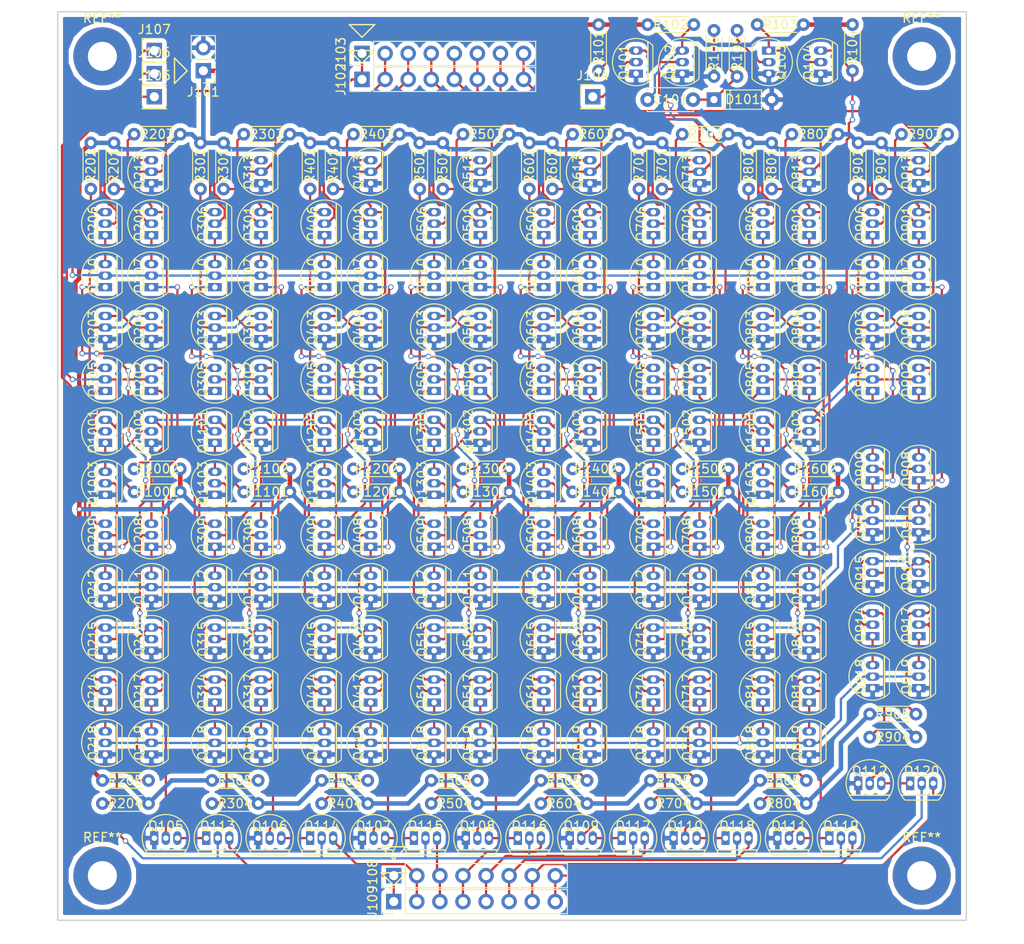
<source format=kicad_pcb>
(kicad_pcb (version 4) (host pcbnew 4.0.7-e2-6376~61~ubuntu18.04.1)
  (layers (0 F.Cu signal) (31 B.Cu signal) (34 B.Paste user) (35 F.Paste user) (36 B.SilkS user) (37 F.SilkS user) (38 B.Mask user) (39 F.Mask user) (44 Edge.Cuts user))
  (net 0 "")
  (net 1 "Net-(C101-Pad1)")
  (net 2 "Net-(C101-Pad2)")
  (net 3 GND)
  (net 4 VCC)
  (net 5 /pcbit0/D)
  (net 6 /pcbit1/D)
  (net 7 /pcbit2/D)
  (net 8 /pcbit3/D)
  (net 9 /pcbit4/D)
  (net 10 /pcbit5/D)
  (net 11 /pcbit6/D)
  (net 12 /pcbit7/D)
  (net 13 "Net-(J104-Pad1)")
  (net 14 /pcbit0/DEn)
  (net 15 /pcc1/PEn)
  (net 16 "Net-(J107-Pad1)")
  (net 17 "Net-(J108-Pad1)")
  (net 18 "Net-(J108-Pad2)")
  (net 19 "Net-(J108-Pad3)")
  (net 20 "Net-(J108-Pad4)")
  (net 21 "Net-(J108-Pad5)")
  (net 22 "Net-(J108-Pad6)")
  (net 23 "Net-(J108-Pad7)")
  (net 24 "Net-(J108-Pad8)")
  (net 25 /pcbit0/~C~)
  (net 26 "Net-(Q103-Pad2)")
  (net 27 "Net-(Q103-Pad1)")
  (net 28 /pcbit0/C)
  (net 29 /pcbit0/~Q~)
  (net 30 "Net-(Q105-Pad3)")
  (net 31 /pcbit1/~Q~)
  (net 32 "Net-(Q106-Pad3)")
  (net 33 /pcbit2/~Q~)
  (net 34 "Net-(Q107-Pad3)")
  (net 35 /pcbit3/~Q~)
  (net 36 "Net-(Q108-Pad3)")
  (net 37 /pcbit4/~Q~)
  (net 38 "Net-(Q109-Pad3)")
  (net 39 /pcbit5/~Q~)
  (net 40 "Net-(Q110-Pad3)")
  (net 41 /pcbit6/~Q~)
  (net 42 "Net-(Q111-Pad3)")
  (net 43 /pcbit7/~Q~)
  (net 44 "Net-(Q112-Pad3)")
  (net 45 "Net-(Q201-Pad1)")
  (net 46 "Net-(Q202-Pad1)")
  (net 47 /pcbit0/Q)
  (net 48 "Net-(Q205-Pad1)")
  (net 49 "Net-(Q206-Pad2)")
  (net 50 "Net-(Q206-Pad1)")
  (net 51 "Net-(Q207-Pad1)")
  (net 52 "Net-(Q208-Pad2)")
  (net 53 /pcbit0/Ca)
  (net 54 "Net-(Q209-Pad1)")
  (net 55 "Net-(Q214-Pad1)")
  (net 56 "Net-(Q217-Pad1)")
  (net 57 "Net-(Q301-Pad1)")
  (net 58 /pcc1/NEn)
  (net 59 "Net-(Q302-Pad1)")
  (net 60 /pcbit1/Q)
  (net 61 "Net-(Q305-Pad1)")
  (net 62 "Net-(Q306-Pad2)")
  (net 63 "Net-(Q306-Pad1)")
  (net 64 "Net-(Q307-Pad1)")
  (net 65 "Net-(Q308-Pad2)")
  (net 66 /pcbit1/Ca)
  (net 67 "Net-(Q309-Pad1)")
  (net 68 "Net-(Q314-Pad1)")
  (net 69 "Net-(Q317-Pad1)")
  (net 70 "Net-(Q401-Pad1)")
  (net 71 /sheet5C45280B/NEn)
  (net 72 "Net-(Q402-Pad1)")
  (net 73 /pcbit2/Q)
  (net 74 "Net-(Q405-Pad1)")
  (net 75 "Net-(Q406-Pad2)")
  (net 76 "Net-(Q406-Pad1)")
  (net 77 "Net-(Q407-Pad1)")
  (net 78 "Net-(Q408-Pad2)")
  (net 79 /pcbit2/Ca)
  (net 80 "Net-(Q409-Pad1)")
  (net 81 "Net-(Q414-Pad1)")
  (net 82 "Net-(Q417-Pad1)")
  (net 83 "Net-(Q501-Pad1)")
  (net 84 /sheet5C453582/NEn)
  (net 85 "Net-(Q502-Pad1)")
  (net 86 /pcbit3/Q)
  (net 87 "Net-(Q505-Pad1)")
  (net 88 "Net-(Q506-Pad2)")
  (net 89 "Net-(Q506-Pad1)")
  (net 90 "Net-(Q507-Pad1)")
  (net 91 "Net-(Q508-Pad2)")
  (net 92 /pcbit3/Ca)
  (net 93 "Net-(Q509-Pad1)")
  (net 94 "Net-(Q514-Pad1)")
  (net 95 "Net-(Q517-Pad1)")
  (net 96 "Net-(Q601-Pad1)")
  (net 97 /sheet5C453583/NEn)
  (net 98 "Net-(Q602-Pad1)")
  (net 99 /pcbit4/Q)
  (net 100 "Net-(Q605-Pad1)")
  (net 101 "Net-(Q606-Pad2)")
  (net 102 "Net-(Q606-Pad1)")
  (net 103 "Net-(Q607-Pad1)")
  (net 104 "Net-(Q608-Pad2)")
  (net 105 /pcbit4/Ca)
  (net 106 "Net-(Q609-Pad1)")
  (net 107 "Net-(Q614-Pad1)")
  (net 108 "Net-(Q617-Pad1)")
  (net 109 "Net-(Q701-Pad1)")
  (net 110 /sheet5C453C86/NEn)
  (net 111 "Net-(Q702-Pad1)")
  (net 112 /pcbit5/Q)
  (net 113 "Net-(Q705-Pad1)")
  (net 114 "Net-(Q706-Pad2)")
  (net 115 "Net-(Q706-Pad1)")
  (net 116 "Net-(Q707-Pad1)")
  (net 117 "Net-(Q708-Pad2)")
  (net 118 /pcbit5/Ca)
  (net 119 "Net-(Q709-Pad1)")
  (net 120 "Net-(Q714-Pad1)")
  (net 121 "Net-(Q717-Pad1)")
  (net 122 "Net-(Q801-Pad1)")
  (net 123 /sheet5C453C87/NEn)
  (net 124 "Net-(Q802-Pad1)")
  (net 125 /pcbit6/Q)
  (net 126 "Net-(Q805-Pad1)")
  (net 127 "Net-(Q806-Pad2)")
  (net 128 "Net-(Q806-Pad1)")
  (net 129 "Net-(Q807-Pad1)")
  (net 130 "Net-(Q808-Pad2)")
  (net 131 /pcbit6/Ca)
  (net 132 "Net-(Q809-Pad1)")
  (net 133 "Net-(Q814-Pad1)")
  (net 134 "Net-(Q817-Pad1)")
  (net 135 "Net-(Q901-Pad1)")
  (net 136 /sheet5C4545D6/NEn)
  (net 137 "Net-(Q902-Pad1)")
  (net 138 /pcbit7/Q)
  (net 139 "Net-(Q905-Pad1)")
  (net 140 "Net-(Q906-Pad2)")
  (net 141 "Net-(Q906-Pad1)")
  (net 142 "Net-(Q907-Pad1)")
  (net 143 "Net-(Q908-Pad2)")
  (net 144 /pcbit7/Ca)
  (net 145 "Net-(Q909-Pad1)")
  (net 146 "Net-(Q914-Pad1)")
  (net 147 "Net-(Q917-Pad1)")
  (net 148 "Net-(Q1001-Pad3)")
  (net 149 "Net-(Q1001-Pad1)")
  (net 150 "Net-(Q1101-Pad3)")
  (net 151 "Net-(Q1101-Pad1)")
  (net 152 "Net-(Q1201-Pad3)")
  (net 153 "Net-(Q1201-Pad1)")
  (net 154 "Net-(Q1301-Pad3)")
  (net 155 "Net-(Q1301-Pad1)")
  (net 156 "Net-(Q1401-Pad3)")
  (net 157 "Net-(Q1401-Pad1)")
  (net 158 "Net-(Q1501-Pad3)")
  (net 159 "Net-(Q1501-Pad1)")
  (net 160 "Net-(Q1601-Pad3)")
  (net 161 "Net-(Q1601-Pad1)")
  (module Mounting_Holes:MountingHole_3.2mm_M3_Pad (layer F.Cu) (at 46.355 110.49)
    (fp_text reference REF** (at 0 -4.2) (layer F.SilkS))
    (fp_text value MountingHole_3.2mm_M3_Pad)
    (pad 1 thru_hole circle (at 0 0) (size 6.4 6.4) (drill 3.2) (layers *.Cu *.Mask))
  )
  (module Mounting_Holes:MountingHole_3.2mm_M3_Pad (layer F.Cu) (at 136.525 110.49)
    (fp_text reference REF** (at 0 -4.2) (layer F.SilkS))
    (fp_text value MountingHole_3.2mm_M3_Pad)
    (pad 1 thru_hole circle (at 0 0) (size 6.4 6.4) (drill 3.2) (layers *.Cu *.Mask))
  )
  (module Mounting_Holes:MountingHole_3.2mm_M3_Pad (layer F.Cu) (at 136.525 20.32)
    (fp_text reference REF** (at 0 -4.2) (layer F.SilkS))
    (fp_text value MountingHole_3.2mm_M3_Pad)
    (pad 1 thru_hole circle (at 0 0) (size 6.4 6.4) (drill 3.2) (layers *.Cu *.Mask))
  )
  (module footprints:C_default (layer F.Cu) (at 106.3625 25.0825)
    (fp_text reference C101 (at 2.54 0) (layer F.SilkS))
    (fp_text value 100pF)
    (pad 1 thru_hole circle (at 0 0) (size 1.6 1.6) (drill 0.8) (layers *.Cu *.Mask) (net 1 "Net-(C101-Pad1)"))
    (pad 2 thru_hole circle (at 5 0) (size 1.6 1.6) (drill 0.8) (layers *.Cu *.Mask) (net 2 "Net-(C101-Pad2)"))
  )
  (module footprints:D_default (layer F.Cu) (at 113.665 25.0825)
    (fp_text reference D101 (at 3.175 -0.028) (layer F.SilkS))
    (fp_text value 1N4148)
    (pad 1 thru_hole rect (at 0 0) (size 1.6 1.6) (drill 0.8) (layers *.Cu *.Mask) (net 2 "Net-(C101-Pad2)"))
    (pad 2 thru_hole oval (at 6.35 0) (size 1.6 1.6) (drill 0.8) (layers *.Cu *.Mask) (net 3 GND))
  )
  (module footprints:PH_1x2 (layer F.Cu) (at 57.4675 21.9075 180)
    (fp_text reference J101 (at 0 -2.33 180) (layer F.SilkS))
    (fp_text value Conn_01x02_Power)
    (pad 1 thru_hole rect (at 0 0 180) (size 1.7 1.7) (drill 1) (layers *.Cu *.Mask) (net 4 VCC))
    (pad 2 thru_hole oval (at 0 2.54 180) (size 1.7 1.7) (drill 1) (layers *.Cu *.Mask) (net 3 GND))
  )
  (module footprints:PH_1x8 (layer F.Cu) (at 74.93 22.86 90)
    (fp_text reference J102 (at 0 -2.33 90) (layer F.SilkS))
    (fp_text value Conn_01x08)
    (pad 1 thru_hole rect (at 0 0 90) (size 1.7 1.7) (drill 1) (layers *.Cu *.Mask) (net 5 /pcbit0/D))
    (pad 2 thru_hole oval (at 0 2.54 90) (size 1.7 1.7) (drill 1) (layers *.Cu *.Mask) (net 6 /pcbit1/D))
    (pad 3 thru_hole oval (at 0 5.08 90) (size 1.7 1.7) (drill 1) (layers *.Cu *.Mask) (net 7 /pcbit2/D))
    (pad 4 thru_hole oval (at 0 7.62 90) (size 1.7 1.7) (drill 1) (layers *.Cu *.Mask) (net 8 /pcbit3/D))
    (pad 5 thru_hole oval (at 0 10.16 90) (size 1.7 1.7) (drill 1) (layers *.Cu *.Mask) (net 9 /pcbit4/D))
    (pad 6 thru_hole oval (at 0 12.7 90) (size 1.7 1.7) (drill 1) (layers *.Cu *.Mask) (net 10 /pcbit5/D))
    (pad 7 thru_hole oval (at 0 15.24 90) (size 1.7 1.7) (drill 1) (layers *.Cu *.Mask) (net 11 /pcbit6/D))
    (pad 8 thru_hole oval (at 0 17.78 90) (size 1.7 1.7) (drill 1) (layers *.Cu *.Mask) (net 12 /pcbit7/D))
  )
  (module footprints:PH_1x8 (layer F.Cu) (at 74.93 20.0025 90)
    (fp_text reference J103 (at 0 -2.33 90) (layer F.SilkS))
    (fp_text value Conn_01x08)
    (pad 1 thru_hole rect (at 0 0 90) (size 1.7 1.7) (drill 1) (layers *.Cu *.Mask) (net 5 /pcbit0/D))
    (pad 2 thru_hole oval (at 0 2.54 90) (size 1.7 1.7) (drill 1) (layers *.Cu *.Mask) (net 6 /pcbit1/D))
    (pad 3 thru_hole oval (at 0 5.08 90) (size 1.7 1.7) (drill 1) (layers *.Cu *.Mask) (net 7 /pcbit2/D))
    (pad 4 thru_hole oval (at 0 7.62 90) (size 1.7 1.7) (drill 1) (layers *.Cu *.Mask) (net 8 /pcbit3/D))
    (pad 5 thru_hole oval (at 0 10.16 90) (size 1.7 1.7) (drill 1) (layers *.Cu *.Mask) (net 9 /pcbit4/D))
    (pad 6 thru_hole oval (at 0 12.7 90) (size 1.7 1.7) (drill 1) (layers *.Cu *.Mask) (net 10 /pcbit5/D))
    (pad 7 thru_hole oval (at 0 15.24 90) (size 1.7 1.7) (drill 1) (layers *.Cu *.Mask) (net 11 /pcbit6/D))
    (pad 8 thru_hole oval (at 0 17.78 90) (size 1.7 1.7) (drill 1) (layers *.Cu *.Mask) (net 12 /pcbit7/D))
  )
  (module footprints:PH_1x1 (layer F.Cu) (at 100.33 24.765)
    (fp_text reference J104 (at 0 -2.33) (layer F.SilkS))
    (fp_text value Conn_01x01)
    (pad 1 thru_hole rect (at 0 0) (size 1.7 1.7) (drill 1) (layers *.Cu *.Mask) (net 13 "Net-(J104-Pad1)"))
  )
  (module footprints:PH_1x1 (layer F.Cu) (at 52.07 24.765)
    (fp_text reference J105 (at 0 -2.33) (layer F.SilkS))
    (fp_text value Conn_01x01)
    (pad 1 thru_hole rect (at 0 0) (size 1.7 1.7) (drill 1) (layers *.Cu *.Mask) (net 14 /pcbit0/DEn))
  )
  (module footprints:PH_1x1 (layer F.Cu) (at 52.07 22.225)
    (fp_text reference J106 (at 0 -2.33) (layer F.SilkS))
    (fp_text value Conn_01x01)
    (pad 1 thru_hole rect (at 0 0) (size 1.7 1.7) (drill 1) (layers *.Cu *.Mask) (net 15 /pcc1/PEn))
  )
  (module footprints:PH_1x1 (layer F.Cu) (at 52.07 19.685)
    (fp_text reference J107 (at 0 -2.33) (layer F.SilkS))
    (fp_text value Conn_01x01)
    (pad 1 thru_hole rect (at 0 0) (size 1.7 1.7) (drill 1) (layers *.Cu *.Mask) (net 16 "Net-(J107-Pad1)"))
  )
  (module footprints:PH_1x8 (layer F.Cu) (at 78.4225 110.49 90)
    (fp_text reference J108 (at 0 -2.33 90) (layer F.SilkS))
    (fp_text value Conn_01x08)
    (pad 1 thru_hole rect (at 0 0 90) (size 1.7 1.7) (drill 1) (layers *.Cu *.Mask) (net 17 "Net-(J108-Pad1)"))
    (pad 2 thru_hole oval (at 0 2.54 90) (size 1.7 1.7) (drill 1) (layers *.Cu *.Mask) (net 18 "Net-(J108-Pad2)"))
    (pad 3 thru_hole oval (at 0 5.08 90) (size 1.7 1.7) (drill 1) (layers *.Cu *.Mask) (net 19 "Net-(J108-Pad3)"))
    (pad 4 thru_hole oval (at 0 7.62 90) (size 1.7 1.7) (drill 1) (layers *.Cu *.Mask) (net 20 "Net-(J108-Pad4)"))
    (pad 5 thru_hole oval (at 0 10.16 90) (size 1.7 1.7) (drill 1) (layers *.Cu *.Mask) (net 21 "Net-(J108-Pad5)"))
    (pad 6 thru_hole oval (at 0 12.7 90) (size 1.7 1.7) (drill 1) (layers *.Cu *.Mask) (net 22 "Net-(J108-Pad6)"))
    (pad 7 thru_hole oval (at 0 15.24 90) (size 1.7 1.7) (drill 1) (layers *.Cu *.Mask) (net 23 "Net-(J108-Pad7)"))
    (pad 8 thru_hole oval (at 0 17.78 90) (size 1.7 1.7) (drill 1) (layers *.Cu *.Mask) (net 24 "Net-(J108-Pad8)"))
  )
  (module footprints:PH_1x8 (layer F.Cu) (at 78.4225 113.3475 90)
    (fp_text reference J109 (at 0 -2.33 90) (layer F.SilkS))
    (fp_text value Conn_01x08)
    (pad 1 thru_hole rect (at 0 0 90) (size 1.7 1.7) (drill 1) (layers *.Cu *.Mask) (net 17 "Net-(J108-Pad1)"))
    (pad 2 thru_hole oval (at 0 2.54 90) (size 1.7 1.7) (drill 1) (layers *.Cu *.Mask) (net 18 "Net-(J108-Pad2)"))
    (pad 3 thru_hole oval (at 0 5.08 90) (size 1.7 1.7) (drill 1) (layers *.Cu *.Mask) (net 19 "Net-(J108-Pad3)"))
    (pad 4 thru_hole oval (at 0 7.62 90) (size 1.7 1.7) (drill 1) (layers *.Cu *.Mask) (net 20 "Net-(J108-Pad4)"))
    (pad 5 thru_hole oval (at 0 10.16 90) (size 1.7 1.7) (drill 1) (layers *.Cu *.Mask) (net 21 "Net-(J108-Pad5)"))
    (pad 6 thru_hole oval (at 0 12.7 90) (size 1.7 1.7) (drill 1) (layers *.Cu *.Mask) (net 22 "Net-(J108-Pad6)"))
    (pad 7 thru_hole oval (at 0 15.24 90) (size 1.7 1.7) (drill 1) (layers *.Cu *.Mask) (net 23 "Net-(J108-Pad7)"))
    (pad 8 thru_hole oval (at 0 17.78 90) (size 1.7 1.7) (drill 1) (layers *.Cu *.Mask) (net 24 "Net-(J108-Pad8)"))
  )
  (module footprints:TO-92-FET (layer F.Cu) (at 105.0925 22.225 90)
    (fp_text reference Q101 (at 1.27 -1.3335 90) (layer F.SilkS))
    (fp_text value 2N7000)
    (pad 2 thru_hole oval (at 1.27 0 270) (size 0.9 1.5) (drill 0.6) (layers *.Cu *.Mask) (net 13 "Net-(J104-Pad1)"))
    (pad 3 thru_hole oval (at 2.54 0 270) (size 0.9 1.5) (drill 0.6) (layers *.Cu *.Mask) (net 25 /pcbit0/~C~))
    (pad 1 thru_hole rect (at 0 0 270) (size 0.9 1.5) (drill 0.6) (layers *.Cu *.Mask) (net 3 GND))
  )
  (module footprints:TO-92-FET (layer F.Cu) (at 110.1725 22.225 90)
    (fp_text reference Q102 (at 1.27 -1.3335 90) (layer F.SilkS))
    (fp_text value 2N7000)
    (pad 2 thru_hole oval (at 1.27 0 270) (size 0.9 1.5) (drill 0.6) (layers *.Cu *.Mask) (net 25 /pcbit0/~C~))
    (pad 3 thru_hole oval (at 2.54 0 270) (size 0.9 1.5) (drill 0.6) (layers *.Cu *.Mask) (net 1 "Net-(C101-Pad1)"))
    (pad 1 thru_hole rect (at 0 0 270) (size 0.9 1.5) (drill 0.6) (layers *.Cu *.Mask) (net 3 GND))
  )
  (module footprints:TO-92-BJT (layer F.Cu) (at 119.6975 19.685 270)
    (fp_text reference Q103 (at 1.27 -1.3335 270) (layer F.SilkS))
    (fp_text value BC547)
    (pad 2 thru_hole oval (at 1.27 0 90) (size 0.9 1.5) (drill 0.6) (layers *.Cu *.Mask) (net 26 "Net-(Q103-Pad2)"))
    (pad 3 thru_hole oval (at 2.54 0 90) (size 0.9 1.5) (drill 0.6) (layers *.Cu *.Mask) (net 3 GND))
    (pad 1 thru_hole rect (at 0 0 90) (size 0.9 1.5) (drill 0.6) (layers *.Cu *.Mask) (net 27 "Net-(Q103-Pad1)"))
  )
  (module footprints:TO-92-FET (layer F.Cu) (at 125.4125 22.225 90)
    (fp_text reference Q104 (at 1.27 -1.3335 90) (layer F.SilkS))
    (fp_text value 2N7000)
    (pad 2 thru_hole oval (at 1.27 0 270) (size 0.9 1.5) (drill 0.6) (layers *.Cu *.Mask) (net 27 "Net-(Q103-Pad1)"))
    (pad 3 thru_hole oval (at 2.54 0 270) (size 0.9 1.5) (drill 0.6) (layers *.Cu *.Mask) (net 28 /pcbit0/C))
    (pad 1 thru_hole rect (at 0 0 270) (size 0.9 1.5) (drill 0.6) (layers *.Cu *.Mask) (net 3 GND))
  )
  (module footprints:TO-92-FET (layer F.Cu) (at 52.07 106.3625)
    (fp_text reference Q105 (at 1.27 -1.3335) (layer F.SilkS))
    (fp_text value 2N7000)
    (pad 2 thru_hole oval (at 1.27 0 180) (size 0.9 1.5) (drill 0.6) (layers *.Cu *.Mask) (net 29 /pcbit0/~Q~))
    (pad 3 thru_hole oval (at 2.54 0 180) (size 0.9 1.5) (drill 0.6) (layers *.Cu *.Mask) (net 30 "Net-(Q105-Pad3)"))
    (pad 1 thru_hole rect (at 0 0 180) (size 0.9 1.5) (drill 0.6) (layers *.Cu *.Mask) (net 3 GND))
  )
  (module footprints:TO-92-FET (layer F.Cu) (at 63.5 106.3625)
    (fp_text reference Q106 (at 1.27 -1.3335) (layer F.SilkS))
    (fp_text value 2N7000)
    (pad 2 thru_hole oval (at 1.27 0 180) (size 0.9 1.5) (drill 0.6) (layers *.Cu *.Mask) (net 31 /pcbit1/~Q~))
    (pad 3 thru_hole oval (at 2.54 0 180) (size 0.9 1.5) (drill 0.6) (layers *.Cu *.Mask) (net 32 "Net-(Q106-Pad3)"))
    (pad 1 thru_hole rect (at 0 0 180) (size 0.9 1.5) (drill 0.6) (layers *.Cu *.Mask) (net 3 GND))
  )
  (module footprints:TO-92-FET (layer F.Cu) (at 74.93 106.3625)
    (fp_text reference Q107 (at 1.27 -1.3335) (layer F.SilkS))
    (fp_text value 2N7000)
    (pad 2 thru_hole oval (at 1.27 0 180) (size 0.9 1.5) (drill 0.6) (layers *.Cu *.Mask) (net 33 /pcbit2/~Q~))
    (pad 3 thru_hole oval (at 2.54 0 180) (size 0.9 1.5) (drill 0.6) (layers *.Cu *.Mask) (net 34 "Net-(Q107-Pad3)"))
    (pad 1 thru_hole rect (at 0 0 180) (size 0.9 1.5) (drill 0.6) (layers *.Cu *.Mask) (net 3 GND))
  )
  (module footprints:TO-92-FET (layer F.Cu) (at 86.36 106.3625)
    (fp_text reference Q108 (at 1.27 -1.3335) (layer F.SilkS))
    (fp_text value 2N7000)
    (pad 2 thru_hole oval (at 1.27 0 180) (size 0.9 1.5) (drill 0.6) (layers *.Cu *.Mask) (net 35 /pcbit3/~Q~))
    (pad 3 thru_hole oval (at 2.54 0 180) (size 0.9 1.5) (drill 0.6) (layers *.Cu *.Mask) (net 36 "Net-(Q108-Pad3)"))
    (pad 1 thru_hole rect (at 0 0 180) (size 0.9 1.5) (drill 0.6) (layers *.Cu *.Mask) (net 3 GND))
  )
  (module footprints:TO-92-FET (layer F.Cu) (at 97.79 106.3625)
    (fp_text reference Q109 (at 1.27 -1.3335) (layer F.SilkS))
    (fp_text value 2N7000)
    (pad 2 thru_hole oval (at 1.27 0 180) (size 0.9 1.5) (drill 0.6) (layers *.Cu *.Mask) (net 37 /pcbit4/~Q~))
    (pad 3 thru_hole oval (at 2.54 0 180) (size 0.9 1.5) (drill 0.6) (layers *.Cu *.Mask) (net 38 "Net-(Q109-Pad3)"))
    (pad 1 thru_hole rect (at 0 0 180) (size 0.9 1.5) (drill 0.6) (layers *.Cu *.Mask) (net 3 GND))
  )
  (module footprints:TO-92-FET (layer F.Cu) (at 109.22 106.3625)
    (fp_text reference Q110 (at 1.27 -1.3335) (layer F.SilkS))
    (fp_text value 2N7000)
    (pad 2 thru_hole oval (at 1.27 0 180) (size 0.9 1.5) (drill 0.6) (layers *.Cu *.Mask) (net 39 /pcbit5/~Q~))
    (pad 3 thru_hole oval (at 2.54 0 180) (size 0.9 1.5) (drill 0.6) (layers *.Cu *.Mask) (net 40 "Net-(Q110-Pad3)"))
    (pad 1 thru_hole rect (at 0 0 180) (size 0.9 1.5) (drill 0.6) (layers *.Cu *.Mask) (net 3 GND))
  )
  (module footprints:TO-92-FET (layer F.Cu) (at 120.65 106.3625)
    (fp_text reference Q111 (at 1.27 -1.3335) (layer F.SilkS))
    (fp_text value 2N7000)
    (pad 2 thru_hole oval (at 1.27 0 180) (size 0.9 1.5) (drill 0.6) (layers *.Cu *.Mask) (net 41 /pcbit6/~Q~))
    (pad 3 thru_hole oval (at 2.54 0 180) (size 0.9 1.5) (drill 0.6) (layers *.Cu *.Mask) (net 42 "Net-(Q111-Pad3)"))
    (pad 1 thru_hole rect (at 0 0 180) (size 0.9 1.5) (drill 0.6) (layers *.Cu *.Mask) (net 3 GND))
  )
  (module footprints:TO-92-FET (layer F.Cu) (at 129.54 100.33)
    (fp_text reference Q112 (at 1.27 -1.3335) (layer F.SilkS))
    (fp_text value 2N7000)
    (pad 2 thru_hole oval (at 1.27 0 180) (size 0.9 1.5) (drill 0.6) (layers *.Cu *.Mask) (net 43 /pcbit7/~Q~))
    (pad 3 thru_hole oval (at 2.54 0 180) (size 0.9 1.5) (drill 0.6) (layers *.Cu *.Mask) (net 44 "Net-(Q112-Pad3)"))
    (pad 1 thru_hole rect (at 0 0 180) (size 0.9 1.5) (drill 0.6) (layers *.Cu *.Mask) (net 3 GND))
  )
  (module footprints:TO-92-FET (layer F.Cu) (at 57.785 106.3625)
    (fp_text reference Q113 (at 1.27 -1.3335) (layer F.SilkS))
    (fp_text value 2N7000)
    (pad 2 thru_hole oval (at 1.27 0 180) (size 0.9 1.5) (drill 0.6) (layers *.Cu *.Mask) (net 16 "Net-(J107-Pad1)"))
    (pad 3 thru_hole oval (at 2.54 0 180) (size 0.9 1.5) (drill 0.6) (layers *.Cu *.Mask) (net 17 "Net-(J108-Pad1)"))
    (pad 1 thru_hole rect (at 0 0 180) (size 0.9 1.5) (drill 0.6) (layers *.Cu *.Mask) (net 30 "Net-(Q105-Pad3)"))
  )
  (module footprints:TO-92-FET (layer F.Cu) (at 69.215 106.3625)
    (fp_text reference Q114 (at 1.27 -1.3335) (layer F.SilkS))
    (fp_text value 2N7000)
    (pad 2 thru_hole oval (at 1.27 0 180) (size 0.9 1.5) (drill 0.6) (layers *.Cu *.Mask) (net 16 "Net-(J107-Pad1)"))
    (pad 3 thru_hole oval (at 2.54 0 180) (size 0.9 1.5) (drill 0.6) (layers *.Cu *.Mask) (net 18 "Net-(J108-Pad2)"))
    (pad 1 thru_hole rect (at 0 0 180) (size 0.9 1.5) (drill 0.6) (layers *.Cu *.Mask) (net 32 "Net-(Q106-Pad3)"))
  )
  (module footprints:TO-92-FET (layer F.Cu) (at 80.645 106.3625)
    (fp_text reference Q115 (at 1.27 -1.3335) (layer F.SilkS))
    (fp_text value 2N7000)
    (pad 2 thru_hole oval (at 1.27 0 180) (size 0.9 1.5) (drill 0.6) (layers *.Cu *.Mask) (net 16 "Net-(J107-Pad1)"))
    (pad 3 thru_hole oval (at 2.54 0 180) (size 0.9 1.5) (drill 0.6) (layers *.Cu *.Mask) (net 19 "Net-(J108-Pad3)"))
    (pad 1 thru_hole rect (at 0 0 180) (size 0.9 1.5) (drill 0.6) (layers *.Cu *.Mask) (net 34 "Net-(Q107-Pad3)"))
  )
  (module footprints:TO-92-FET (layer F.Cu) (at 92.075 106.3625)
    (fp_text reference Q116 (at 1.27 -1.3335) (layer F.SilkS))
    (fp_text value 2N7000)
    (pad 2 thru_hole oval (at 1.27 0 180) (size 0.9 1.5) (drill 0.6) (layers *.Cu *.Mask) (net 16 "Net-(J107-Pad1)"))
    (pad 3 thru_hole oval (at 2.54 0 180) (size 0.9 1.5) (drill 0.6) (layers *.Cu *.Mask) (net 20 "Net-(J108-Pad4)"))
    (pad 1 thru_hole rect (at 0 0 180) (size 0.9 1.5) (drill 0.6) (layers *.Cu *.Mask) (net 36 "Net-(Q108-Pad3)"))
  )
  (module footprints:TO-92-FET (layer F.Cu) (at 103.505 106.3625)
    (fp_text reference Q117 (at 1.27 -1.3335) (layer F.SilkS))
    (fp_text value 2N7000)
    (pad 2 thru_hole oval (at 1.27 0 180) (size 0.9 1.5) (drill 0.6) (layers *.Cu *.Mask) (net 16 "Net-(J107-Pad1)"))
    (pad 3 thru_hole oval (at 2.54 0 180) (size 0.9 1.5) (drill 0.6) (layers *.Cu *.Mask) (net 21 "Net-(J108-Pad5)"))
    (pad 1 thru_hole rect (at 0 0 180) (size 0.9 1.5) (drill 0.6) (layers *.Cu *.Mask) (net 38 "Net-(Q109-Pad3)"))
  )
  (module footprints:TO-92-FET (layer F.Cu) (at 114.935 106.3625)
    (fp_text reference Q118 (at 1.27 -1.3335) (layer F.SilkS))
    (fp_text value 2N7000)
    (pad 2 thru_hole oval (at 1.27 0 180) (size 0.9 1.5) (drill 0.6) (layers *.Cu *.Mask) (net 16 "Net-(J107-Pad1)"))
    (pad 3 thru_hole oval (at 2.54 0 180) (size 0.9 1.5) (drill 0.6) (layers *.Cu *.Mask) (net 22 "Net-(J108-Pad6)"))
    (pad 1 thru_hole rect (at 0 0 180) (size 0.9 1.5) (drill 0.6) (layers *.Cu *.Mask) (net 40 "Net-(Q110-Pad3)"))
  )
  (module footprints:TO-92-FET (layer F.Cu) (at 126.365 106.3625)
    (fp_text reference Q119 (at 1.27 -1.3335) (layer F.SilkS))
    (fp_text value 2N7000)
    (pad 2 thru_hole oval (at 1.27 0 180) (size 0.9 1.5) (drill 0.6) (layers *.Cu *.Mask) (net 16 "Net-(J107-Pad1)"))
    (pad 3 thru_hole oval (at 2.54 0 180) (size 0.9 1.5) (drill 0.6) (layers *.Cu *.Mask) (net 23 "Net-(J108-Pad7)"))
    (pad 1 thru_hole rect (at 0 0 180) (size 0.9 1.5) (drill 0.6) (layers *.Cu *.Mask) (net 42 "Net-(Q111-Pad3)"))
  )
  (module footprints:TO-92-FET (layer F.Cu) (at 135.255 100.33)
    (fp_text reference Q120 (at 1.27 -1.3335) (layer F.SilkS))
    (fp_text value 2N7000)
    (pad 2 thru_hole oval (at 1.27 0 180) (size 0.9 1.5) (drill 0.6) (layers *.Cu *.Mask) (net 16 "Net-(J107-Pad1)"))
    (pad 3 thru_hole oval (at 2.54 0 180) (size 0.9 1.5) (drill 0.6) (layers *.Cu *.Mask) (net 24 "Net-(J108-Pad8)"))
    (pad 1 thru_hole rect (at 0 0 180) (size 0.9 1.5) (drill 0.6) (layers *.Cu *.Mask) (net 44 "Net-(Q112-Pad3)"))
  )
  (module footprints:TO-92-FET (layer F.Cu) (at 51.7525 40.005 90)
    (fp_text reference Q201 (at 1.27 -1.3335 90) (layer F.SilkS))
    (fp_text value 2N7000)
    (pad 2 thru_hole oval (at 1.27 0 270) (size 0.9 1.5) (drill 0.6) (layers *.Cu *.Mask) (net 5 /pcbit0/D))
    (pad 3 thru_hole oval (at 2.54 0 270) (size 0.9 1.5) (drill 0.6) (layers *.Cu *.Mask) (net 29 /pcbit0/~Q~))
    (pad 1 thru_hole rect (at 0 0 270) (size 0.9 1.5) (drill 0.6) (layers *.Cu *.Mask) (net 45 "Net-(Q201-Pad1)"))
  )
  (module footprints:TO-92-FET (layer F.Cu) (at 51.7525 57.15 90)
    (fp_text reference Q202 (at 1.27 -1.3335 90) (layer F.SilkS))
    (fp_text value 2N7000)
    (pad 2 thru_hole oval (at 1.27 0 270) (size 0.9 1.5) (drill 0.6) (layers *.Cu *.Mask) (net 15 /pcc1/PEn))
    (pad 3 thru_hole oval (at 2.54 0 270) (size 0.9 1.5) (drill 0.6) (layers *.Cu *.Mask) (net 29 /pcbit0/~Q~))
    (pad 1 thru_hole rect (at 0 0 270) (size 0.9 1.5) (drill 0.6) (layers *.Cu *.Mask) (net 46 "Net-(Q202-Pad1)"))
  )
  (module footprints:TO-92-FET (layer F.Cu) (at 46.6725 51.435 90)
    (fp_text reference Q203 (at 1.27 -1.3335 90) (layer F.SilkS))
    (fp_text value 2N7000)
    (pad 2 thru_hole oval (at 1.27 0 270) (size 0.9 1.5) (drill 0.6) (layers *.Cu *.Mask) (net 47 /pcbit0/Q))
    (pad 3 thru_hole oval (at 2.54 0 270) (size 0.9 1.5) (drill 0.6) (layers *.Cu *.Mask) (net 29 /pcbit0/~Q~))
    (pad 1 thru_hole rect (at 0 0 270) (size 0.9 1.5) (drill 0.6) (layers *.Cu *.Mask) (net 3 GND))
  )
  (module footprints:TO-92-FET (layer F.Cu) (at 51.7525 51.435 90)
    (fp_text reference Q204 (at 1.27 -1.3335 90) (layer F.SilkS))
    (fp_text value 2N7000)
    (pad 2 thru_hole oval (at 1.27 0 270) (size 0.9 1.5) (drill 0.6) (layers *.Cu *.Mask) (net 29 /pcbit0/~Q~))
    (pad 3 thru_hole oval (at 2.54 0 270) (size 0.9 1.5) (drill 0.6) (layers *.Cu *.Mask) (net 47 /pcbit0/Q))
    (pad 1 thru_hole rect (at 0 0 270) (size 0.9 1.5) (drill 0.6) (layers *.Cu *.Mask) (net 3 GND))
  )
  (module footprints:TO-92-FET (layer F.Cu) (at 46.6725 57.15 90)
    (fp_text reference Q205 (at 1.27 -1.3335 90) (layer F.SilkS))
    (fp_text value 2N7000)
    (pad 2 thru_hole oval (at 1.27 0 270) (size 0.9 1.5) (drill 0.6) (layers *.Cu *.Mask) (net 15 /pcc1/PEn))
    (pad 3 thru_hole oval (at 2.54 0 270) (size 0.9 1.5) (drill 0.6) (layers *.Cu *.Mask) (net 47 /pcbit0/Q))
    (pad 1 thru_hole rect (at 0 0 270) (size 0.9 1.5) (drill 0.6) (layers *.Cu *.Mask) (net 48 "Net-(Q205-Pad1)"))
  )
  (module footprints:TO-92-FET (layer F.Cu) (at 46.6725 40.005 90)
    (fp_text reference Q206 (at 1.27 -1.3335 90) (layer F.SilkS))
    (fp_text value 2N7000)
    (pad 2 thru_hole oval (at 1.27 0 270) (size 0.9 1.5) (drill 0.6) (layers *.Cu *.Mask) (net 49 "Net-(Q206-Pad2)"))
    (pad 3 thru_hole oval (at 2.54 0 270) (size 0.9 1.5) (drill 0.6) (layers *.Cu *.Mask) (net 47 /pcbit0/Q))
    (pad 1 thru_hole rect (at 0 0 270) (size 0.9 1.5) (drill 0.6) (layers *.Cu *.Mask) (net 50 "Net-(Q206-Pad1)"))
  )
  (module footprints:TO-92-FET (layer F.Cu) (at 51.7525 45.72 90)
    (fp_text reference Q207 (at 1.27 -1.3335 90) (layer F.SilkS))
    (fp_text value 2N7000)
    (pad 2 thru_hole oval (at 1.27 0 270) (size 0.9 1.5) (drill 0.6) (layers *.Cu *.Mask) (net 14 /pcbit0/DEn))
    (pad 3 thru_hole oval (at 2.54 0 270) (size 0.9 1.5) (drill 0.6) (layers *.Cu *.Mask) (net 45 "Net-(Q201-Pad1)"))
    (pad 1 thru_hole rect (at 0 0 270) (size 0.9 1.5) (drill 0.6) (layers *.Cu *.Mask) (net 51 "Net-(Q207-Pad1)"))
  )
  (module footprints:TO-92-FET (layer F.Cu) (at 51.7525 74.295 90)
    (fp_text reference Q208 (at 1.27 -1.3335 90) (layer F.SilkS))
    (fp_text value 2N7000)
    (pad 2 thru_hole oval (at 1.27 0 270) (size 0.9 1.5) (drill 0.6) (layers *.Cu *.Mask) (net 52 "Net-(Q208-Pad2)"))
    (pad 3 thru_hole oval (at 2.54 0 270) (size 0.9 1.5) (drill 0.6) (layers *.Cu *.Mask) (net 46 "Net-(Q202-Pad1)"))
    (pad 1 thru_hole rect (at 0 0 270) (size 0.9 1.5) (drill 0.6) (layers *.Cu *.Mask) (net 51 "Net-(Q207-Pad1)"))
  )
  (module footprints:TO-92-FET (layer F.Cu) (at 46.6725 74.295 90)
    (fp_text reference Q209 (at 1.27 -1.3335 90) (layer F.SilkS))
    (fp_text value 2N7000)
    (pad 2 thru_hole oval (at 1.27 0 270) (size 0.9 1.5) (drill 0.6) (layers *.Cu *.Mask) (net 53 /pcbit0/Ca))
    (pad 3 thru_hole oval (at 2.54 0 270) (size 0.9 1.5) (drill 0.6) (layers *.Cu *.Mask) (net 48 "Net-(Q205-Pad1)"))
    (pad 1 thru_hole rect (at 0 0 270) (size 0.9 1.5) (drill 0.6) (layers *.Cu *.Mask) (net 54 "Net-(Q209-Pad1)"))
  )
  (module footprints:TO-92-FET (layer F.Cu) (at 46.6725 45.72 90)
    (fp_text reference Q210 (at 1.27 -1.3335 90) (layer F.SilkS))
    (fp_text value 2N7000)
    (pad 2 thru_hole oval (at 1.27 0 270) (size 0.9 1.5) (drill 0.6) (layers *.Cu *.Mask) (net 14 /pcbit0/DEn))
    (pad 3 thru_hole oval (at 2.54 0 270) (size 0.9 1.5) (drill 0.6) (layers *.Cu *.Mask) (net 50 "Net-(Q206-Pad1)"))
    (pad 1 thru_hole rect (at 0 0 270) (size 0.9 1.5) (drill 0.6) (layers *.Cu *.Mask) (net 54 "Net-(Q209-Pad1)"))
  )
  (module footprints:TO-92-FET (layer F.Cu) (at 51.7525 80.01 90)
    (fp_text reference Q211 (at 1.27 -1.3335 90) (layer F.SilkS))
    (fp_text value 2N7000)
    (pad 2 thru_hole oval (at 1.27 0 270) (size 0.9 1.5) (drill 0.6) (layers *.Cu *.Mask) (net 28 /pcbit0/C))
    (pad 3 thru_hole oval (at 2.54 0 270) (size 0.9 1.5) (drill 0.6) (layers *.Cu *.Mask) (net 51 "Net-(Q207-Pad1)"))
    (pad 1 thru_hole rect (at 0 0 270) (size 0.9 1.5) (drill 0.6) (layers *.Cu *.Mask) (net 3 GND))
  )
  (module footprints:TO-92-FET (layer F.Cu) (at 46.6725 80.01 90)
    (fp_text reference Q212 (at 1.27 -1.3335 90) (layer F.SilkS))
    (fp_text value 2N7000)
    (pad 2 thru_hole oval (at 1.27 0 270) (size 0.9 1.5) (drill 0.6) (layers *.Cu *.Mask) (net 28 /pcbit0/C))
    (pad 3 thru_hole oval (at 2.54 0 270) (size 0.9 1.5) (drill 0.6) (layers *.Cu *.Mask) (net 54 "Net-(Q209-Pad1)"))
    (pad 1 thru_hole rect (at 0 0 270) (size 0.9 1.5) (drill 0.6) (layers *.Cu *.Mask) (net 3 GND))
  )
  (module footprints:TO-92-FET (layer F.Cu) (at 51.7525 34.29 90)
    (fp_text reference Q213 (at 1.27 -1.3335 90) (layer F.SilkS))
    (fp_text value 2N7000)
    (pad 2 thru_hole oval (at 1.27 0 270) (size 0.9 1.5) (drill 0.6) (layers *.Cu *.Mask) (net 5 /pcbit0/D))
    (pad 3 thru_hole oval (at 2.54 0 270) (size 0.9 1.5) (drill 0.6) (layers *.Cu *.Mask) (net 49 "Net-(Q206-Pad2)"))
    (pad 1 thru_hole rect (at 0 0 270) (size 0.9 1.5) (drill 0.6) (layers *.Cu *.Mask) (net 3 GND))
  )
  (module footprints:TO-92-FET (layer F.Cu) (at 46.6725 91.44 90)
    (fp_text reference Q214 (at 1.27 -1.3335 90) (layer F.SilkS))
    (fp_text value 2N7000)
    (pad 2 thru_hole oval (at 1.27 0 270) (size 0.9 1.5) (drill 0.6) (layers *.Cu *.Mask) (net 47 /pcbit0/Q))
    (pad 3 thru_hole oval (at 2.54 0 270) (size 0.9 1.5) (drill 0.6) (layers *.Cu *.Mask) (net 52 "Net-(Q208-Pad2)"))
    (pad 1 thru_hole rect (at 0 0 270) (size 0.9 1.5) (drill 0.6) (layers *.Cu *.Mask) (net 55 "Net-(Q214-Pad1)"))
  )
  (module footprints:TO-92-FET (layer F.Cu) (at 46.6725 85.725 90)
    (fp_text reference Q215 (at 1.27 -1.3335 90) (layer F.SilkS))
    (fp_text value 2N7000)
    (pad 2 thru_hole oval (at 1.27 0 270) (size 0.9 1.5) (drill 0.6) (layers *.Cu *.Mask) (net 53 /pcbit0/Ca))
    (pad 3 thru_hole oval (at 2.54 0 270) (size 0.9 1.5) (drill 0.6) (layers *.Cu *.Mask) (net 52 "Net-(Q208-Pad2)"))
    (pad 1 thru_hole rect (at 0 0 270) (size 0.9 1.5) (drill 0.6) (layers *.Cu *.Mask) (net 3 GND))
  )
  (module footprints:TO-92-FET (layer F.Cu) (at 51.7525 85.725 90)
    (fp_text reference Q216 (at 1.27 -1.3335 90) (layer F.SilkS))
    (fp_text value 2N7000)
    (pad 2 thru_hole oval (at 1.27 0 270) (size 0.9 1.5) (drill 0.6) (layers *.Cu *.Mask) (net 52 "Net-(Q208-Pad2)"))
    (pad 3 thru_hole oval (at 2.54 0 270) (size 0.9 1.5) (drill 0.6) (layers *.Cu *.Mask) (net 53 /pcbit0/Ca))
    (pad 1 thru_hole rect (at 0 0 270) (size 0.9 1.5) (drill 0.6) (layers *.Cu *.Mask) (net 3 GND))
  )
  (module footprints:TO-92-FET (layer F.Cu) (at 51.7525 91.44 90)
    (fp_text reference Q217 (at 1.27 -1.3335 90) (layer F.SilkS))
    (fp_text value 2N7000)
    (pad 2 thru_hole oval (at 1.27 0 270) (size 0.9 1.5) (drill 0.6) (layers *.Cu *.Mask) (net 29 /pcbit0/~Q~))
    (pad 3 thru_hole oval (at 2.54 0 270) (size 0.9 1.5) (drill 0.6) (layers *.Cu *.Mask) (net 53 /pcbit0/Ca))
    (pad 1 thru_hole rect (at 0 0 270) (size 0.9 1.5) (drill 0.6) (layers *.Cu *.Mask) (net 56 "Net-(Q217-Pad1)"))
  )
  (module footprints:TO-92-FET (layer F.Cu) (at 46.6725 97.155 90)
    (fp_text reference Q218 (at 1.27 -1.3335 90) (layer F.SilkS))
    (fp_text value 2N7000)
    (pad 2 thru_hole oval (at 1.27 0 270) (size 0.9 1.5) (drill 0.6) (layers *.Cu *.Mask) (net 25 /pcbit0/~C~))
    (pad 3 thru_hole oval (at 2.54 0 270) (size 0.9 1.5) (drill 0.6) (layers *.Cu *.Mask) (net 55 "Net-(Q214-Pad1)"))
    (pad 1 thru_hole rect (at 0 0 270) (size 0.9 1.5) (drill 0.6) (layers *.Cu *.Mask) (net 3 GND))
  )
  (module footprints:TO-92-FET (layer F.Cu) (at 51.7525 97.155 90)
    (fp_text reference Q219 (at 1.27 -1.3335 90) (layer F.SilkS))
    (fp_text value 2N7000)
    (pad 2 thru_hole oval (at 1.27 0 270) (size 0.9 1.5) (drill 0.6) (layers *.Cu *.Mask) (net 25 /pcbit0/~C~))
    (pad 3 thru_hole oval (at 2.54 0 270) (size 0.9 1.5) (drill 0.6) (layers *.Cu *.Mask) (net 56 "Net-(Q217-Pad1)"))
    (pad 1 thru_hole rect (at 0 0 270) (size 0.9 1.5) (drill 0.6) (layers *.Cu *.Mask) (net 3 GND))
  )
  (module footprints:TO-92-FET (layer F.Cu) (at 63.8175 40.005 90)
    (fp_text reference Q301 (at 1.27 -1.3335 90) (layer F.SilkS))
    (fp_text value 2N7000)
    (pad 2 thru_hole oval (at 1.27 0 270) (size 0.9 1.5) (drill 0.6) (layers *.Cu *.Mask) (net 6 /pcbit1/D))
    (pad 3 thru_hole oval (at 2.54 0 270) (size 0.9 1.5) (drill 0.6) (layers *.Cu *.Mask) (net 31 /pcbit1/~Q~))
    (pad 1 thru_hole rect (at 0 0 270) (size 0.9 1.5) (drill 0.6) (layers *.Cu *.Mask) (net 57 "Net-(Q301-Pad1)"))
  )
  (module footprints:TO-92-FET (layer F.Cu) (at 63.8175 57.15 90)
    (fp_text reference Q302 (at 1.27 -1.3335 90) (layer F.SilkS))
    (fp_text value 2N7000)
    (pad 2 thru_hole oval (at 1.27 0 270) (size 0.9 1.5) (drill 0.6) (layers *.Cu *.Mask) (net 58 /pcc1/NEn))
    (pad 3 thru_hole oval (at 2.54 0 270) (size 0.9 1.5) (drill 0.6) (layers *.Cu *.Mask) (net 31 /pcbit1/~Q~))
    (pad 1 thru_hole rect (at 0 0 270) (size 0.9 1.5) (drill 0.6) (layers *.Cu *.Mask) (net 59 "Net-(Q302-Pad1)"))
  )
  (module footprints:TO-92-FET (layer F.Cu) (at 58.7375 51.435 90)
    (fp_text reference Q303 (at 1.27 -1.3335 90) (layer F.SilkS))
    (fp_text value 2N7000)
    (pad 2 thru_hole oval (at 1.27 0 270) (size 0.9 1.5) (drill 0.6) (layers *.Cu *.Mask) (net 60 /pcbit1/Q))
    (pad 3 thru_hole oval (at 2.54 0 270) (size 0.9 1.5) (drill 0.6) (layers *.Cu *.Mask) (net 31 /pcbit1/~Q~))
    (pad 1 thru_hole rect (at 0 0 270) (size 0.9 1.5) (drill 0.6) (layers *.Cu *.Mask) (net 3 GND))
  )
  (module footprints:TO-92-FET (layer F.Cu) (at 63.8175 51.435 90)
    (fp_text reference Q304 (at 1.27 -1.3335 90) (layer F.SilkS))
    (fp_text value 2N7000)
    (pad 2 thru_hole oval (at 1.27 0 270) (size 0.9 1.5) (drill 0.6) (layers *.Cu *.Mask) (net 31 /pcbit1/~Q~))
    (pad 3 thru_hole oval (at 2.54 0 270) (size 0.9 1.5) (drill 0.6) (layers *.Cu *.Mask) (net 60 /pcbit1/Q))
    (pad 1 thru_hole rect (at 0 0 270) (size 0.9 1.5) (drill 0.6) (layers *.Cu *.Mask) (net 3 GND))
  )
  (module footprints:TO-92-FET (layer F.Cu) (at 58.7375 57.15 90)
    (fp_text reference Q305 (at 1.27 -1.3335 90) (layer F.SilkS))
    (fp_text value 2N7000)
    (pad 2 thru_hole oval (at 1.27 0 270) (size 0.9 1.5) (drill 0.6) (layers *.Cu *.Mask) (net 58 /pcc1/NEn))
    (pad 3 thru_hole oval (at 2.54 0 270) (size 0.9 1.5) (drill 0.6) (layers *.Cu *.Mask) (net 60 /pcbit1/Q))
    (pad 1 thru_hole rect (at 0 0 270) (size 0.9 1.5) (drill 0.6) (layers *.Cu *.Mask) (net 61 "Net-(Q305-Pad1)"))
  )
  (module footprints:TO-92-FET (layer F.Cu) (at 58.7375 40.005 90)
    (fp_text reference Q306 (at 1.27 -1.3335 90) (layer F.SilkS))
    (fp_text value 2N7000)
    (pad 2 thru_hole oval (at 1.27 0 270) (size 0.9 1.5) (drill 0.6) (layers *.Cu *.Mask) (net 62 "Net-(Q306-Pad2)"))
    (pad 3 thru_hole oval (at 2.54 0 270) (size 0.9 1.5) (drill 0.6) (layers *.Cu *.Mask) (net 60 /pcbit1/Q))
    (pad 1 thru_hole rect (at 0 0 270) (size 0.9 1.5) (drill 0.6) (layers *.Cu *.Mask) (net 63 "Net-(Q306-Pad1)"))
  )
  (module footprints:TO-92-FET (layer F.Cu) (at 63.8175 45.72 90)
    (fp_text reference Q307 (at 1.27 -1.3335 90) (layer F.SilkS))
    (fp_text value 2N7000)
    (pad 2 thru_hole oval (at 1.27 0 270) (size 0.9 1.5) (drill 0.6) (layers *.Cu *.Mask) (net 14 /pcbit0/DEn))
    (pad 3 thru_hole oval (at 2.54 0 270) (size 0.9 1.5) (drill 0.6) (layers *.Cu *.Mask) (net 57 "Net-(Q301-Pad1)"))
    (pad 1 thru_hole rect (at 0 0 270) (size 0.9 1.5) (drill 0.6) (layers *.Cu *.Mask) (net 64 "Net-(Q307-Pad1)"))
  )
  (module footprints:TO-92-FET (layer F.Cu) (at 63.8175 74.295 90)
    (fp_text reference Q308 (at 1.27 -1.3335 90) (layer F.SilkS))
    (fp_text value 2N7000)
    (pad 2 thru_hole oval (at 1.27 0 270) (size 0.9 1.5) (drill 0.6) (layers *.Cu *.Mask) (net 65 "Net-(Q308-Pad2)"))
    (pad 3 thru_hole oval (at 2.54 0 270) (size 0.9 1.5) (drill 0.6) (layers *.Cu *.Mask) (net 59 "Net-(Q302-Pad1)"))
    (pad 1 thru_hole rect (at 0 0 270) (size 0.9 1.5) (drill 0.6) (layers *.Cu *.Mask) (net 64 "Net-(Q307-Pad1)"))
  )
  (module footprints:TO-92-FET (layer F.Cu) (at 58.7375 74.295 90)
    (fp_text reference Q309 (at 1.27 -1.3335 90) (layer F.SilkS))
    (fp_text value 2N7000)
    (pad 2 thru_hole oval (at 1.27 0 270) (size 0.9 1.5) (drill 0.6) (layers *.Cu *.Mask) (net 66 /pcbit1/Ca))
    (pad 3 thru_hole oval (at 2.54 0 270) (size 0.9 1.5) (drill 0.6) (layers *.Cu *.Mask) (net 61 "Net-(Q305-Pad1)"))
    (pad 1 thru_hole rect (at 0 0 270) (size 0.9 1.5) (drill 0.6) (layers *.Cu *.Mask) (net 67 "Net-(Q309-Pad1)"))
  )
  (module footprints:TO-92-FET (layer F.Cu) (at 58.7375 45.72 90)
    (fp_text reference Q310 (at 1.27 -1.3335 90) (layer F.SilkS))
    (fp_text value 2N7000)
    (pad 2 thru_hole oval (at 1.27 0 270) (size 0.9 1.5) (drill 0.6) (layers *.Cu *.Mask) (net 14 /pcbit0/DEn))
    (pad 3 thru_hole oval (at 2.54 0 270) (size 0.9 1.5) (drill 0.6) (layers *.Cu *.Mask) (net 63 "Net-(Q306-Pad1)"))
    (pad 1 thru_hole rect (at 0 0 270) (size 0.9 1.5) (drill 0.6) (layers *.Cu *.Mask) (net 67 "Net-(Q309-Pad1)"))
  )
  (module footprints:TO-92-FET (layer F.Cu) (at 63.8175 80.01 90)
    (fp_text reference Q311 (at 1.27 -1.3335 90) (layer F.SilkS))
    (fp_text value 2N7000)
    (pad 2 thru_hole oval (at 1.27 0 270) (size 0.9 1.5) (drill 0.6) (layers *.Cu *.Mask) (net 28 /pcbit0/C))
    (pad 3 thru_hole oval (at 2.54 0 270) (size 0.9 1.5) (drill 0.6) (layers *.Cu *.Mask) (net 64 "Net-(Q307-Pad1)"))
    (pad 1 thru_hole rect (at 0 0 270) (size 0.9 1.5) (drill 0.6) (layers *.Cu *.Mask) (net 3 GND))
  )
  (module footprints:TO-92-FET (layer F.Cu) (at 58.7375 80.01 90)
    (fp_text reference Q312 (at 1.27 -1.3335 90) (layer F.SilkS))
    (fp_text value 2N7000)
    (pad 2 thru_hole oval (at 1.27 0 270) (size 0.9 1.5) (drill 0.6) (layers *.Cu *.Mask) (net 28 /pcbit0/C))
    (pad 3 thru_hole oval (at 2.54 0 270) (size 0.9 1.5) (drill 0.6) (layers *.Cu *.Mask) (net 67 "Net-(Q309-Pad1)"))
    (pad 1 thru_hole rect (at 0 0 270) (size 0.9 1.5) (drill 0.6) (layers *.Cu *.Mask) (net 3 GND))
  )
  (module footprints:TO-92-FET (layer F.Cu) (at 63.8175 34.29 90)
    (fp_text reference Q313 (at 1.27 -1.3335 90) (layer F.SilkS))
    (fp_text value 2N7000)
    (pad 2 thru_hole oval (at 1.27 0 270) (size 0.9 1.5) (drill 0.6) (layers *.Cu *.Mask) (net 6 /pcbit1/D))
    (pad 3 thru_hole oval (at 2.54 0 270) (size 0.9 1.5) (drill 0.6) (layers *.Cu *.Mask) (net 62 "Net-(Q306-Pad2)"))
    (pad 1 thru_hole rect (at 0 0 270) (size 0.9 1.5) (drill 0.6) (layers *.Cu *.Mask) (net 3 GND))
  )
  (module footprints:TO-92-FET (layer F.Cu) (at 58.7375 91.44 90)
    (fp_text reference Q314 (at 1.27 -1.3335 90) (layer F.SilkS))
    (fp_text value 2N7000)
    (pad 2 thru_hole oval (at 1.27 0 270) (size 0.9 1.5) (drill 0.6) (layers *.Cu *.Mask) (net 60 /pcbit1/Q))
    (pad 3 thru_hole oval (at 2.54 0 270) (size 0.9 1.5) (drill 0.6) (layers *.Cu *.Mask) (net 65 "Net-(Q308-Pad2)"))
    (pad 1 thru_hole rect (at 0 0 270) (size 0.9 1.5) (drill 0.6) (layers *.Cu *.Mask) (net 68 "Net-(Q314-Pad1)"))
  )
  (module footprints:TO-92-FET (layer F.Cu) (at 58.7375 85.725 90)
    (fp_text reference Q315 (at 1.27 -1.3335 90) (layer F.SilkS))
    (fp_text value 2N7000)
    (pad 2 thru_hole oval (at 1.27 0 270) (size 0.9 1.5) (drill 0.6) (layers *.Cu *.Mask) (net 66 /pcbit1/Ca))
    (pad 3 thru_hole oval (at 2.54 0 270) (size 0.9 1.5) (drill 0.6) (layers *.Cu *.Mask) (net 65 "Net-(Q308-Pad2)"))
    (pad 1 thru_hole rect (at 0 0 270) (size 0.9 1.5) (drill 0.6) (layers *.Cu *.Mask) (net 3 GND))
  )
  (module footprints:TO-92-FET (layer F.Cu) (at 63.8175 85.725 90)
    (fp_text reference Q316 (at 1.27 -1.3335 90) (layer F.SilkS))
    (fp_text value 2N7000)
    (pad 2 thru_hole oval (at 1.27 0 270) (size 0.9 1.5) (drill 0.6) (layers *.Cu *.Mask) (net 65 "Net-(Q308-Pad2)"))
    (pad 3 thru_hole oval (at 2.54 0 270) (size 0.9 1.5) (drill 0.6) (layers *.Cu *.Mask) (net 66 /pcbit1/Ca))
    (pad 1 thru_hole rect (at 0 0 270) (size 0.9 1.5) (drill 0.6) (layers *.Cu *.Mask) (net 3 GND))
  )
  (module footprints:TO-92-FET (layer F.Cu) (at 63.8175 91.44 90)
    (fp_text reference Q317 (at 1.27 -1.3335 90) (layer F.SilkS))
    (fp_text value 2N7000)
    (pad 2 thru_hole oval (at 1.27 0 270) (size 0.9 1.5) (drill 0.6) (layers *.Cu *.Mask) (net 31 /pcbit1/~Q~))
    (pad 3 thru_hole oval (at 2.54 0 270) (size 0.9 1.5) (drill 0.6) (layers *.Cu *.Mask) (net 66 /pcbit1/Ca))
    (pad 1 thru_hole rect (at 0 0 270) (size 0.9 1.5) (drill 0.6) (layers *.Cu *.Mask) (net 69 "Net-(Q317-Pad1)"))
  )
  (module footprints:TO-92-FET (layer F.Cu) (at 58.7375 97.155 90)
    (fp_text reference Q318 (at 1.27 -1.3335 90) (layer F.SilkS))
    (fp_text value 2N7000)
    (pad 2 thru_hole oval (at 1.27 0 270) (size 0.9 1.5) (drill 0.6) (layers *.Cu *.Mask) (net 25 /pcbit0/~C~))
    (pad 3 thru_hole oval (at 2.54 0 270) (size 0.9 1.5) (drill 0.6) (layers *.Cu *.Mask) (net 68 "Net-(Q314-Pad1)"))
    (pad 1 thru_hole rect (at 0 0 270) (size 0.9 1.5) (drill 0.6) (layers *.Cu *.Mask) (net 3 GND))
  )
  (module footprints:TO-92-FET (layer F.Cu) (at 63.8175 97.155 90)
    (fp_text reference Q319 (at 1.27 -1.3335 90) (layer F.SilkS))
    (fp_text value 2N7000)
    (pad 2 thru_hole oval (at 1.27 0 270) (size 0.9 1.5) (drill 0.6) (layers *.Cu *.Mask) (net 25 /pcbit0/~C~))
    (pad 3 thru_hole oval (at 2.54 0 270) (size 0.9 1.5) (drill 0.6) (layers *.Cu *.Mask) (net 69 "Net-(Q317-Pad1)"))
    (pad 1 thru_hole rect (at 0 0 270) (size 0.9 1.5) (drill 0.6) (layers *.Cu *.Mask) (net 3 GND))
  )
  (module footprints:TO-92-FET (layer F.Cu) (at 75.8825 40.005 90)
    (fp_text reference Q401 (at 1.27 -1.3335 90) (layer F.SilkS))
    (fp_text value 2N7000)
    (pad 2 thru_hole oval (at 1.27 0 270) (size 0.9 1.5) (drill 0.6) (layers *.Cu *.Mask) (net 7 /pcbit2/D))
    (pad 3 thru_hole oval (at 2.54 0 270) (size 0.9 1.5) (drill 0.6) (layers *.Cu *.Mask) (net 33 /pcbit2/~Q~))
    (pad 1 thru_hole rect (at 0 0 270) (size 0.9 1.5) (drill 0.6) (layers *.Cu *.Mask) (net 70 "Net-(Q401-Pad1)"))
  )
  (module footprints:TO-92-FET (layer F.Cu) (at 75.8825 57.15 90)
    (fp_text reference Q402 (at 1.27 -1.3335 90) (layer F.SilkS))
    (fp_text value 2N7000)
    (pad 2 thru_hole oval (at 1.27 0 270) (size 0.9 1.5) (drill 0.6) (layers *.Cu *.Mask) (net 71 /sheet5C45280B/NEn))
    (pad 3 thru_hole oval (at 2.54 0 270) (size 0.9 1.5) (drill 0.6) (layers *.Cu *.Mask) (net 33 /pcbit2/~Q~))
    (pad 1 thru_hole rect (at 0 0 270) (size 0.9 1.5) (drill 0.6) (layers *.Cu *.Mask) (net 72 "Net-(Q402-Pad1)"))
  )
  (module footprints:TO-92-FET (layer F.Cu) (at 70.8025 51.435 90)
    (fp_text reference Q403 (at 1.27 -1.3335 90) (layer F.SilkS))
    (fp_text value 2N7000)
    (pad 2 thru_hole oval (at 1.27 0 270) (size 0.9 1.5) (drill 0.6) (layers *.Cu *.Mask) (net 73 /pcbit2/Q))
    (pad 3 thru_hole oval (at 2.54 0 270) (size 0.9 1.5) (drill 0.6) (layers *.Cu *.Mask) (net 33 /pcbit2/~Q~))
    (pad 1 thru_hole rect (at 0 0 270) (size 0.9 1.5) (drill 0.6) (layers *.Cu *.Mask) (net 3 GND))
  )
  (module footprints:TO-92-FET (layer F.Cu) (at 75.8825 51.435 90)
    (fp_text reference Q404 (at 1.27 -1.3335 90) (layer F.SilkS))
    (fp_text value 2N7000)
    (pad 2 thru_hole oval (at 1.27 0 270) (size 0.9 1.5) (drill 0.6) (layers *.Cu *.Mask) (net 33 /pcbit2/~Q~))
    (pad 3 thru_hole oval (at 2.54 0 270) (size 0.9 1.5) (drill 0.6) (layers *.Cu *.Mask) (net 73 /pcbit2/Q))
    (pad 1 thru_hole rect (at 0 0 270) (size 0.9 1.5) (drill 0.6) (layers *.Cu *.Mask) (net 3 GND))
  )
  (module footprints:TO-92-FET (layer F.Cu) (at 70.8025 57.15 90)
    (fp_text reference Q405 (at 1.27 -1.3335 90) (layer F.SilkS))
    (fp_text value 2N7000)
    (pad 2 thru_hole oval (at 1.27 0 270) (size 0.9 1.5) (drill 0.6) (layers *.Cu *.Mask) (net 71 /sheet5C45280B/NEn))
    (pad 3 thru_hole oval (at 2.54 0 270) (size 0.9 1.5) (drill 0.6) (layers *.Cu *.Mask) (net 73 /pcbit2/Q))
    (pad 1 thru_hole rect (at 0 0 270) (size 0.9 1.5) (drill 0.6) (layers *.Cu *.Mask) (net 74 "Net-(Q405-Pad1)"))
  )
  (module footprints:TO-92-FET (layer F.Cu) (at 70.8025 40.005 90)
    (fp_text reference Q406 (at 1.27 -1.3335 90) (layer F.SilkS))
    (fp_text value 2N7000)
    (pad 2 thru_hole oval (at 1.27 0 270) (size 0.9 1.5) (drill 0.6) (layers *.Cu *.Mask) (net 75 "Net-(Q406-Pad2)"))
    (pad 3 thru_hole oval (at 2.54 0 270) (size 0.9 1.5) (drill 0.6) (layers *.Cu *.Mask) (net 73 /pcbit2/Q))
    (pad 1 thru_hole rect (at 0 0 270) (size 0.9 1.5) (drill 0.6) (layers *.Cu *.Mask) (net 76 "Net-(Q406-Pad1)"))
  )
  (module footprints:TO-92-FET (layer F.Cu) (at 75.8825 45.72 90)
    (fp_text reference Q407 (at 1.27 -1.3335 90) (layer F.SilkS))
    (fp_text value 2N7000)
    (pad 2 thru_hole oval (at 1.27 0 270) (size 0.9 1.5) (drill 0.6) (layers *.Cu *.Mask) (net 14 /pcbit0/DEn))
    (pad 3 thru_hole oval (at 2.54 0 270) (size 0.9 1.5) (drill 0.6) (layers *.Cu *.Mask) (net 70 "Net-(Q401-Pad1)"))
    (pad 1 thru_hole rect (at 0 0 270) (size 0.9 1.5) (drill 0.6) (layers *.Cu *.Mask) (net 77 "Net-(Q407-Pad1)"))
  )
  (module footprints:TO-92-FET (layer F.Cu) (at 75.8825 74.295 90)
    (fp_text reference Q408 (at 1.27 -1.3335 90) (layer F.SilkS))
    (fp_text value 2N7000)
    (pad 2 thru_hole oval (at 1.27 0 270) (size 0.9 1.5) (drill 0.6) (layers *.Cu *.Mask) (net 78 "Net-(Q408-Pad2)"))
    (pad 3 thru_hole oval (at 2.54 0 270) (size 0.9 1.5) (drill 0.6) (layers *.Cu *.Mask) (net 72 "Net-(Q402-Pad1)"))
    (pad 1 thru_hole rect (at 0 0 270) (size 0.9 1.5) (drill 0.6) (layers *.Cu *.Mask) (net 77 "Net-(Q407-Pad1)"))
  )
  (module footprints:TO-92-FET (layer F.Cu) (at 70.8025 74.295 90)
    (fp_text reference Q409 (at 1.27 -1.3335 90) (layer F.SilkS))
    (fp_text value 2N7000)
    (pad 2 thru_hole oval (at 1.27 0 270) (size 0.9 1.5) (drill 0.6) (layers *.Cu *.Mask) (net 79 /pcbit2/Ca))
    (pad 3 thru_hole oval (at 2.54 0 270) (size 0.9 1.5) (drill 0.6) (layers *.Cu *.Mask) (net 74 "Net-(Q405-Pad1)"))
    (pad 1 thru_hole rect (at 0 0 270) (size 0.9 1.5) (drill 0.6) (layers *.Cu *.Mask) (net 80 "Net-(Q409-Pad1)"))
  )
  (module footprints:TO-92-FET (layer F.Cu) (at 70.8025 45.72 90)
    (fp_text reference Q410 (at 1.27 -1.3335 90) (layer F.SilkS))
    (fp_text value 2N7000)
    (pad 2 thru_hole oval (at 1.27 0 270) (size 0.9 1.5) (drill 0.6) (layers *.Cu *.Mask) (net 14 /pcbit0/DEn))
    (pad 3 thru_hole oval (at 2.54 0 270) (size 0.9 1.5) (drill 0.6) (layers *.Cu *.Mask) (net 76 "Net-(Q406-Pad1)"))
    (pad 1 thru_hole rect (at 0 0 270) (size 0.9 1.5) (drill 0.6) (layers *.Cu *.Mask) (net 80 "Net-(Q409-Pad1)"))
  )
  (module footprints:TO-92-FET (layer F.Cu) (at 75.8825 80.01 90)
    (fp_text reference Q411 (at 1.27 -1.3335 90) (layer F.SilkS))
    (fp_text value 2N7000)
    (pad 2 thru_hole oval (at 1.27 0 270) (size 0.9 1.5) (drill 0.6) (layers *.Cu *.Mask) (net 28 /pcbit0/C))
    (pad 3 thru_hole oval (at 2.54 0 270) (size 0.9 1.5) (drill 0.6) (layers *.Cu *.Mask) (net 77 "Net-(Q407-Pad1)"))
    (pad 1 thru_hole rect (at 0 0 270) (size 0.9 1.5) (drill 0.6) (layers *.Cu *.Mask) (net 3 GND))
  )
  (module footprints:TO-92-FET (layer F.Cu) (at 70.8025 80.01 90)
    (fp_text reference Q412 (at 1.27 -1.3335 90) (layer F.SilkS))
    (fp_text value 2N7000)
    (pad 2 thru_hole oval (at 1.27 0 270) (size 0.9 1.5) (drill 0.6) (layers *.Cu *.Mask) (net 28 /pcbit0/C))
    (pad 3 thru_hole oval (at 2.54 0 270) (size 0.9 1.5) (drill 0.6) (layers *.Cu *.Mask) (net 80 "Net-(Q409-Pad1)"))
    (pad 1 thru_hole rect (at 0 0 270) (size 0.9 1.5) (drill 0.6) (layers *.Cu *.Mask) (net 3 GND))
  )
  (module footprints:TO-92-FET (layer F.Cu) (at 75.8825 34.29 90)
    (fp_text reference Q413 (at 1.27 -1.3335 90) (layer F.SilkS))
    (fp_text value 2N7000)
    (pad 2 thru_hole oval (at 1.27 0 270) (size 0.9 1.5) (drill 0.6) (layers *.Cu *.Mask) (net 7 /pcbit2/D))
    (pad 3 thru_hole oval (at 2.54 0 270) (size 0.9 1.5) (drill 0.6) (layers *.Cu *.Mask) (net 75 "Net-(Q406-Pad2)"))
    (pad 1 thru_hole rect (at 0 0 270) (size 0.9 1.5) (drill 0.6) (layers *.Cu *.Mask) (net 3 GND))
  )
  (module footprints:TO-92-FET (layer F.Cu) (at 70.8025 91.44 90)
    (fp_text reference Q414 (at 1.27 -1.3335 90) (layer F.SilkS))
    (fp_text value 2N7000)
    (pad 2 thru_hole oval (at 1.27 0 270) (size 0.9 1.5) (drill 0.6) (layers *.Cu *.Mask) (net 73 /pcbit2/Q))
    (pad 3 thru_hole oval (at 2.54 0 270) (size 0.9 1.5) (drill 0.6) (layers *.Cu *.Mask) (net 78 "Net-(Q408-Pad2)"))
    (pad 1 thru_hole rect (at 0 0 270) (size 0.9 1.5) (drill 0.6) (layers *.Cu *.Mask) (net 81 "Net-(Q414-Pad1)"))
  )
  (module footprints:TO-92-FET (layer F.Cu) (at 70.8025 85.725 90)
    (fp_text reference Q415 (at 1.27 -1.3335 90) (layer F.SilkS))
    (fp_text value 2N7000)
    (pad 2 thru_hole oval (at 1.27 0 270) (size 0.9 1.5) (drill 0.6) (layers *.Cu *.Mask) (net 79 /pcbit2/Ca))
    (pad 3 thru_hole oval (at 2.54 0 270) (size 0.9 1.5) (drill 0.6) (layers *.Cu *.Mask) (net 78 "Net-(Q408-Pad2)"))
    (pad 1 thru_hole rect (at 0 0 270) (size 0.9 1.5) (drill 0.6) (layers *.Cu *.Mask) (net 3 GND))
  )
  (module footprints:TO-92-FET (layer F.Cu) (at 75.8825 85.725 90)
    (fp_text reference Q416 (at 1.27 -1.3335 90) (layer F.SilkS))
    (fp_text value 2N7000)
    (pad 2 thru_hole oval (at 1.27 0 270) (size 0.9 1.5) (drill 0.6) (layers *.Cu *.Mask) (net 78 "Net-(Q408-Pad2)"))
    (pad 3 thru_hole oval (at 2.54 0 270) (size 0.9 1.5) (drill 0.6) (layers *.Cu *.Mask) (net 79 /pcbit2/Ca))
    (pad 1 thru_hole rect (at 0 0 270) (size 0.9 1.5) (drill 0.6) (layers *.Cu *.Mask) (net 3 GND))
  )
  (module footprints:TO-92-FET (layer F.Cu) (at 75.8825 91.44 90)
    (fp_text reference Q417 (at 1.27 -1.3335 90) (layer F.SilkS))
    (fp_text value 2N7000)
    (pad 2 thru_hole oval (at 1.27 0 270) (size 0.9 1.5) (drill 0.6) (layers *.Cu *.Mask) (net 33 /pcbit2/~Q~))
    (pad 3 thru_hole oval (at 2.54 0 270) (size 0.9 1.5) (drill 0.6) (layers *.Cu *.Mask) (net 79 /pcbit2/Ca))
    (pad 1 thru_hole rect (at 0 0 270) (size 0.9 1.5) (drill 0.6) (layers *.Cu *.Mask) (net 82 "Net-(Q417-Pad1)"))
  )
  (module footprints:TO-92-FET (layer F.Cu) (at 70.8025 97.155 90)
    (fp_text reference Q418 (at 1.27 -1.3335 90) (layer F.SilkS))
    (fp_text value 2N7000)
    (pad 2 thru_hole oval (at 1.27 0 270) (size 0.9 1.5) (drill 0.6) (layers *.Cu *.Mask) (net 25 /pcbit0/~C~))
    (pad 3 thru_hole oval (at 2.54 0 270) (size 0.9 1.5) (drill 0.6) (layers *.Cu *.Mask) (net 81 "Net-(Q414-Pad1)"))
    (pad 1 thru_hole rect (at 0 0 270) (size 0.9 1.5) (drill 0.6) (layers *.Cu *.Mask) (net 3 GND))
  )
  (module footprints:TO-92-FET (layer F.Cu) (at 75.8825 97.155 90)
    (fp_text reference Q419 (at 1.27 -1.3335 90) (layer F.SilkS))
    (fp_text value 2N7000)
    (pad 2 thru_hole oval (at 1.27 0 270) (size 0.9 1.5) (drill 0.6) (layers *.Cu *.Mask) (net 25 /pcbit0/~C~))
    (pad 3 thru_hole oval (at 2.54 0 270) (size 0.9 1.5) (drill 0.6) (layers *.Cu *.Mask) (net 82 "Net-(Q417-Pad1)"))
    (pad 1 thru_hole rect (at 0 0 270) (size 0.9 1.5) (drill 0.6) (layers *.Cu *.Mask) (net 3 GND))
  )
  (module footprints:TO-92-FET (layer F.Cu) (at 87.9475 40.005 90)
    (fp_text reference Q501 (at 1.27 -1.3335 90) (layer F.SilkS))
    (fp_text value 2N7000)
    (pad 2 thru_hole oval (at 1.27 0 270) (size 0.9 1.5) (drill 0.6) (layers *.Cu *.Mask) (net 8 /pcbit3/D))
    (pad 3 thru_hole oval (at 2.54 0 270) (size 0.9 1.5) (drill 0.6) (layers *.Cu *.Mask) (net 35 /pcbit3/~Q~))
    (pad 1 thru_hole rect (at 0 0 270) (size 0.9 1.5) (drill 0.6) (layers *.Cu *.Mask) (net 83 "Net-(Q501-Pad1)"))
  )
  (module footprints:TO-92-FET (layer F.Cu) (at 87.9475 57.15 90)
    (fp_text reference Q502 (at 1.27 -1.3335 90) (layer F.SilkS))
    (fp_text value 2N7000)
    (pad 2 thru_hole oval (at 1.27 0 270) (size 0.9 1.5) (drill 0.6) (layers *.Cu *.Mask) (net 84 /sheet5C453582/NEn))
    (pad 3 thru_hole oval (at 2.54 0 270) (size 0.9 1.5) (drill 0.6) (layers *.Cu *.Mask) (net 35 /pcbit3/~Q~))
    (pad 1 thru_hole rect (at 0 0 270) (size 0.9 1.5) (drill 0.6) (layers *.Cu *.Mask) (net 85 "Net-(Q502-Pad1)"))
  )
  (module footprints:TO-92-FET (layer F.Cu) (at 82.8675 51.435 90)
    (fp_text reference Q503 (at 1.27 -1.3335 90) (layer F.SilkS))
    (fp_text value 2N7000)
    (pad 2 thru_hole oval (at 1.27 0 270) (size 0.9 1.5) (drill 0.6) (layers *.Cu *.Mask) (net 86 /pcbit3/Q))
    (pad 3 thru_hole oval (at 2.54 0 270) (size 0.9 1.5) (drill 0.6) (layers *.Cu *.Mask) (net 35 /pcbit3/~Q~))
    (pad 1 thru_hole rect (at 0 0 270) (size 0.9 1.5) (drill 0.6) (layers *.Cu *.Mask) (net 3 GND))
  )
  (module footprints:TO-92-FET (layer F.Cu) (at 87.9475 51.435 90)
    (fp_text reference Q504 (at 1.27 -1.3335 90) (layer F.SilkS))
    (fp_text value 2N7000)
    (pad 2 thru_hole oval (at 1.27 0 270) (size 0.9 1.5) (drill 0.6) (layers *.Cu *.Mask) (net 35 /pcbit3/~Q~))
    (pad 3 thru_hole oval (at 2.54 0 270) (size 0.9 1.5) (drill 0.6) (layers *.Cu *.Mask) (net 86 /pcbit3/Q))
    (pad 1 thru_hole rect (at 0 0 270) (size 0.9 1.5) (drill 0.6) (layers *.Cu *.Mask) (net 3 GND))
  )
  (module footprints:TO-92-FET (layer F.Cu) (at 82.8675 57.15 90)
    (fp_text reference Q505 (at 1.27 -1.3335 90) (layer F.SilkS))
    (fp_text value 2N7000)
    (pad 2 thru_hole oval (at 1.27 0 270) (size 0.9 1.5) (drill 0.6) (layers *.Cu *.Mask) (net 84 /sheet5C453582/NEn))
    (pad 3 thru_hole oval (at 2.54 0 270) (size 0.9 1.5) (drill 0.6) (layers *.Cu *.Mask) (net 86 /pcbit3/Q))
    (pad 1 thru_hole rect (at 0 0 270) (size 0.9 1.5) (drill 0.6) (layers *.Cu *.Mask) (net 87 "Net-(Q505-Pad1)"))
  )
  (module footprints:TO-92-FET (layer F.Cu) (at 82.8675 40.005 90)
    (fp_text reference Q506 (at 1.27 -1.3335 90) (layer F.SilkS))
    (fp_text value 2N7000)
    (pad 2 thru_hole oval (at 1.27 0 270) (size 0.9 1.5) (drill 0.6) (layers *.Cu *.Mask) (net 88 "Net-(Q506-Pad2)"))
    (pad 3 thru_hole oval (at 2.54 0 270) (size 0.9 1.5) (drill 0.6) (layers *.Cu *.Mask) (net 86 /pcbit3/Q))
    (pad 1 thru_hole rect (at 0 0 270) (size 0.9 1.5) (drill 0.6) (layers *.Cu *.Mask) (net 89 "Net-(Q506-Pad1)"))
  )
  (module footprints:TO-92-FET (layer F.Cu) (at 87.9475 45.72 90)
    (fp_text reference Q507 (at 1.27 -1.3335 90) (layer F.SilkS))
    (fp_text value 2N7000)
    (pad 2 thru_hole oval (at 1.27 0 270) (size 0.9 1.5) (drill 0.6) (layers *.Cu *.Mask) (net 14 /pcbit0/DEn))
    (pad 3 thru_hole oval (at 2.54 0 270) (size 0.9 1.5) (drill 0.6) (layers *.Cu *.Mask) (net 83 "Net-(Q501-Pad1)"))
    (pad 1 thru_hole rect (at 0 0 270) (size 0.9 1.5) (drill 0.6) (layers *.Cu *.Mask) (net 90 "Net-(Q507-Pad1)"))
  )
  (module footprints:TO-92-FET (layer F.Cu) (at 87.9475 74.295 90)
    (fp_text reference Q508 (at 1.27 -1.3335 90) (layer F.SilkS))
    (fp_text value 2N7000)
    (pad 2 thru_hole oval (at 1.27 0 270) (size 0.9 1.5) (drill 0.6) (layers *.Cu *.Mask) (net 91 "Net-(Q508-Pad2)"))
    (pad 3 thru_hole oval (at 2.54 0 270) (size 0.9 1.5) (drill 0.6) (layers *.Cu *.Mask) (net 85 "Net-(Q502-Pad1)"))
    (pad 1 thru_hole rect (at 0 0 270) (size 0.9 1.5) (drill 0.6) (layers *.Cu *.Mask) (net 90 "Net-(Q507-Pad1)"))
  )
  (module footprints:TO-92-FET (layer F.Cu) (at 82.8675 74.295 90)
    (fp_text reference Q509 (at 1.27 -1.3335 90) (layer F.SilkS))
    (fp_text value 2N7000)
    (pad 2 thru_hole oval (at 1.27 0 270) (size 0.9 1.5) (drill 0.6) (layers *.Cu *.Mask) (net 92 /pcbit3/Ca))
    (pad 3 thru_hole oval (at 2.54 0 270) (size 0.9 1.5) (drill 0.6) (layers *.Cu *.Mask) (net 87 "Net-(Q505-Pad1)"))
    (pad 1 thru_hole rect (at 0 0 270) (size 0.9 1.5) (drill 0.6) (layers *.Cu *.Mask) (net 93 "Net-(Q509-Pad1)"))
  )
  (module footprints:TO-92-FET (layer F.Cu) (at 82.8675 45.72 90)
    (fp_text reference Q510 (at 1.27 -1.3335 90) (layer F.SilkS))
    (fp_text value 2N7000)
    (pad 2 thru_hole oval (at 1.27 0 270) (size 0.9 1.5) (drill 0.6) (layers *.Cu *.Mask) (net 14 /pcbit0/DEn))
    (pad 3 thru_hole oval (at 2.54 0 270) (size 0.9 1.5) (drill 0.6) (layers *.Cu *.Mask) (net 89 "Net-(Q506-Pad1)"))
    (pad 1 thru_hole rect (at 0 0 270) (size 0.9 1.5) (drill 0.6) (layers *.Cu *.Mask) (net 93 "Net-(Q509-Pad1)"))
  )
  (module footprints:TO-92-FET (layer F.Cu) (at 87.9475 80.01 90)
    (fp_text reference Q511 (at 1.27 -1.3335 90) (layer F.SilkS))
    (fp_text value 2N7000)
    (pad 2 thru_hole oval (at 1.27 0 270) (size 0.9 1.5) (drill 0.6) (layers *.Cu *.Mask) (net 28 /pcbit0/C))
    (pad 3 thru_hole oval (at 2.54 0 270) (size 0.9 1.5) (drill 0.6) (layers *.Cu *.Mask) (net 90 "Net-(Q507-Pad1)"))
    (pad 1 thru_hole rect (at 0 0 270) (size 0.9 1.5) (drill 0.6) (layers *.Cu *.Mask) (net 3 GND))
  )
  (module footprints:TO-92-FET (layer F.Cu) (at 82.8675 80.01 90)
    (fp_text reference Q512 (at 1.27 -1.3335 90) (layer F.SilkS))
    (fp_text value 2N7000)
    (pad 2 thru_hole oval (at 1.27 0 270) (size 0.9 1.5) (drill 0.6) (layers *.Cu *.Mask) (net 28 /pcbit0/C))
    (pad 3 thru_hole oval (at 2.54 0 270) (size 0.9 1.5) (drill 0.6) (layers *.Cu *.Mask) (net 93 "Net-(Q509-Pad1)"))
    (pad 1 thru_hole rect (at 0 0 270) (size 0.9 1.5) (drill 0.6) (layers *.Cu *.Mask) (net 3 GND))
  )
  (module footprints:TO-92-FET (layer F.Cu) (at 87.9475 34.29 90)
    (fp_text reference Q513 (at 1.27 -1.3335 90) (layer F.SilkS))
    (fp_text value 2N7000)
    (pad 2 thru_hole oval (at 1.27 0 270) (size 0.9 1.5) (drill 0.6) (layers *.Cu *.Mask) (net 8 /pcbit3/D))
    (pad 3 thru_hole oval (at 2.54 0 270) (size 0.9 1.5) (drill 0.6) (layers *.Cu *.Mask) (net 88 "Net-(Q506-Pad2)"))
    (pad 1 thru_hole rect (at 0 0 270) (size 0.9 1.5) (drill 0.6) (layers *.Cu *.Mask) (net 3 GND))
  )
  (module footprints:TO-92-FET (layer F.Cu) (at 82.8675 91.44 90)
    (fp_text reference Q514 (at 1.27 -1.3335 90) (layer F.SilkS))
    (fp_text value 2N7000)
    (pad 2 thru_hole oval (at 1.27 0 270) (size 0.9 1.5) (drill 0.6) (layers *.Cu *.Mask) (net 86 /pcbit3/Q))
    (pad 3 thru_hole oval (at 2.54 0 270) (size 0.9 1.5) (drill 0.6) (layers *.Cu *.Mask) (net 91 "Net-(Q508-Pad2)"))
    (pad 1 thru_hole rect (at 0 0 270) (size 0.9 1.5) (drill 0.6) (layers *.Cu *.Mask) (net 94 "Net-(Q514-Pad1)"))
  )
  (module footprints:TO-92-FET (layer F.Cu) (at 82.8675 85.725 90)
    (fp_text reference Q515 (at 1.27 -1.3335 90) (layer F.SilkS))
    (fp_text value 2N7000)
    (pad 2 thru_hole oval (at 1.27 0 270) (size 0.9 1.5) (drill 0.6) (layers *.Cu *.Mask) (net 92 /pcbit3/Ca))
    (pad 3 thru_hole oval (at 2.54 0 270) (size 0.9 1.5) (drill 0.6) (layers *.Cu *.Mask) (net 91 "Net-(Q508-Pad2)"))
    (pad 1 thru_hole rect (at 0 0 270) (size 0.9 1.5) (drill 0.6) (layers *.Cu *.Mask) (net 3 GND))
  )
  (module footprints:TO-92-FET (layer F.Cu) (at 87.9475 91.44 90)
    (fp_text reference Q517 (at 1.27 -1.3335 90) (layer F.SilkS))
    (fp_text value 2N7000)
    (pad 2 thru_hole oval (at 1.27 0 270) (size 0.9 1.5) (drill 0.6) (layers *.Cu *.Mask) (net 35 /pcbit3/~Q~))
    (pad 3 thru_hole oval (at 2.54 0 270) (size 0.9 1.5) (drill 0.6) (layers *.Cu *.Mask) (net 92 /pcbit3/Ca))
    (pad 1 thru_hole rect (at 0 0 270) (size 0.9 1.5) (drill 0.6) (layers *.Cu *.Mask) (net 95 "Net-(Q517-Pad1)"))
  )
  (module footprints:TO-92-FET (layer F.Cu) (at 82.8675 97.155 90)
    (fp_text reference Q518 (at 1.27 -1.3335 90) (layer F.SilkS))
    (fp_text value 2N7000)
    (pad 2 thru_hole oval (at 1.27 0 270) (size 0.9 1.5) (drill 0.6) (layers *.Cu *.Mask) (net 25 /pcbit0/~C~))
    (pad 3 thru_hole oval (at 2.54 0 270) (size 0.9 1.5) (drill 0.6) (layers *.Cu *.Mask) (net 94 "Net-(Q514-Pad1)"))
    (pad 1 thru_hole rect (at 0 0 270) (size 0.9 1.5) (drill 0.6) (layers *.Cu *.Mask) (net 3 GND))
  )
  (module footprints:TO-92-FET (layer F.Cu) (at 87.9475 97.155 90)
    (fp_text reference Q519 (at 1.27 -1.3335 90) (layer F.SilkS))
    (fp_text value 2N7000)
    (pad 2 thru_hole oval (at 1.27 0 270) (size 0.9 1.5) (drill 0.6) (layers *.Cu *.Mask) (net 25 /pcbit0/~C~))
    (pad 3 thru_hole oval (at 2.54 0 270) (size 0.9 1.5) (drill 0.6) (layers *.Cu *.Mask) (net 95 "Net-(Q517-Pad1)"))
    (pad 1 thru_hole rect (at 0 0 270) (size 0.9 1.5) (drill 0.6) (layers *.Cu *.Mask) (net 3 GND))
  )
  (module footprints:TO-92-FET (layer F.Cu) (at 100.0125 40.005 90)
    (fp_text reference Q601 (at 1.27 -1.3335 90) (layer F.SilkS))
    (fp_text value 2N7000)
    (pad 2 thru_hole oval (at 1.27 0 270) (size 0.9 1.5) (drill 0.6) (layers *.Cu *.Mask) (net 9 /pcbit4/D))
    (pad 3 thru_hole oval (at 2.54 0 270) (size 0.9 1.5) (drill 0.6) (layers *.Cu *.Mask) (net 37 /pcbit4/~Q~))
    (pad 1 thru_hole rect (at 0 0 270) (size 0.9 1.5) (drill 0.6) (layers *.Cu *.Mask) (net 96 "Net-(Q601-Pad1)"))
  )
  (module footprints:TO-92-FET (layer F.Cu) (at 100.0125 57.15 90)
    (fp_text reference Q602 (at 1.27 -1.3335 90) (layer F.SilkS))
    (fp_text value 2N7000)
    (pad 2 thru_hole oval (at 1.27 0 270) (size 0.9 1.5) (drill 0.6) (layers *.Cu *.Mask) (net 97 /sheet5C453583/NEn))
    (pad 3 thru_hole oval (at 2.54 0 270) (size 0.9 1.5) (drill 0.6) (layers *.Cu *.Mask) (net 37 /pcbit4/~Q~))
    (pad 1 thru_hole rect (at 0 0 270) (size 0.9 1.5) (drill 0.6) (layers *.Cu *.Mask) (net 98 "Net-(Q602-Pad1)"))
  )
  (module footprints:TO-92-FET (layer F.Cu) (at 94.9325 51.435 90)
    (fp_text reference Q603 (at 1.27 -1.3335 90) (layer F.SilkS))
    (fp_text value 2N7000)
    (pad 2 thru_hole oval (at 1.27 0 270) (size 0.9 1.5) (drill 0.6) (layers *.Cu *.Mask) (net 99 /pcbit4/Q))
    (pad 3 thru_hole oval (at 2.54 0 270) (size 0.9 1.5) (drill 0.6) (layers *.Cu *.Mask) (net 37 /pcbit4/~Q~))
    (pad 1 thru_hole rect (at 0 0 270) (size 0.9 1.5) (drill 0.6) (layers *.Cu *.Mask) (net 3 GND))
  )
  (module footprints:TO-92-FET (layer F.Cu) (at 100.0125 51.435 90)
    (fp_text reference Q604 (at 1.27 -1.3335 90) (layer F.SilkS))
    (fp_text value 2N7000)
    (pad 2 thru_hole oval (at 1.27 0 270) (size 0.9 1.5) (drill 0.6) (layers *.Cu *.Mask) (net 37 /pcbit4/~Q~))
    (pad 3 thru_hole oval (at 2.54 0 270) (size 0.9 1.5) (drill 0.6) (layers *.Cu *.Mask) (net 99 /pcbit4/Q))
    (pad 1 thru_hole rect (at 0 0 270) (size 0.9 1.5) (drill 0.6) (layers *.Cu *.Mask) (net 3 GND))
  )
  (module footprints:TO-92-FET (layer F.Cu) (at 94.9325 57.15 90)
    (fp_text reference Q605 (at 1.27 -1.3335 90) (layer F.SilkS))
    (fp_text value 2N7000)
    (pad 2 thru_hole oval (at 1.27 0 270) (size 0.9 1.5) (drill 0.6) (layers *.Cu *.Mask) (net 97 /sheet5C453583/NEn))
    (pad 3 thru_hole oval (at 2.54 0 270) (size 0.9 1.5) (drill 0.6) (layers *.Cu *.Mask) (net 99 /pcbit4/Q))
    (pad 1 thru_hole rect (at 0 0 270) (size 0.9 1.5) (drill 0.6) (layers *.Cu *.Mask) (net 100 "Net-(Q605-Pad1)"))
  )
  (module footprints:TO-92-FET (layer F.Cu) (at 94.9325 40.005 90)
    (fp_text reference Q606 (at 1.27 -1.3335 90) (layer F.SilkS))
    (fp_text value 2N7000)
    (pad 2 thru_hole oval (at 1.27 0 270) (size 0.9 1.5) (drill 0.6) (layers *.Cu *.Mask) (net 101 "Net-(Q606-Pad2)"))
    (pad 3 thru_hole oval (at 2.54 0 270) (size 0.9 1.5) (drill 0.6) (layers *.Cu *.Mask) (net 99 /pcbit4/Q))
    (pad 1 thru_hole rect (at 0 0 270) (size 0.9 1.5) (drill 0.6) (layers *.Cu *.Mask) (net 102 "Net-(Q606-Pad1)"))
  )
  (module footprints:TO-92-FET (layer F.Cu) (at 100.0125 45.72 90)
    (fp_text reference Q607 (at 1.27 -1.3335 90) (layer F.SilkS))
    (fp_text value 2N7000)
    (pad 2 thru_hole oval (at 1.27 0 270) (size 0.9 1.5) (drill 0.6) (layers *.Cu *.Mask) (net 14 /pcbit0/DEn))
    (pad 3 thru_hole oval (at 2.54 0 270) (size 0.9 1.5) (drill 0.6) (layers *.Cu *.Mask) (net 96 "Net-(Q601-Pad1)"))
    (pad 1 thru_hole rect (at 0 0 270) (size 0.9 1.5) (drill 0.6) (layers *.Cu *.Mask) (net 103 "Net-(Q607-Pad1)"))
  )
  (module footprints:TO-92-FET (layer F.Cu) (at 100.0125 74.295 90)
    (fp_text reference Q608 (at 1.27 -1.3335 90) (layer F.SilkS))
    (fp_text value 2N7000)
    (pad 2 thru_hole oval (at 1.27 0 270) (size 0.9 1.5) (drill 0.6) (layers *.Cu *.Mask) (net 104 "Net-(Q608-Pad2)"))
    (pad 3 thru_hole oval (at 2.54 0 270) (size 0.9 1.5) (drill 0.6) (layers *.Cu *.Mask) (net 98 "Net-(Q602-Pad1)"))
    (pad 1 thru_hole rect (at 0 0 270) (size 0.9 1.5) (drill 0.6) (layers *.Cu *.Mask) (net 103 "Net-(Q607-Pad1)"))
  )
  (module footprints:TO-92-FET (layer F.Cu) (at 94.9325 74.295 90)
    (fp_text reference Q609 (at 1.27 -1.3335 90) (layer F.SilkS))
    (fp_text value 2N7000)
    (pad 2 thru_hole oval (at 1.27 0 270) (size 0.9 1.5) (drill 0.6) (layers *.Cu *.Mask) (net 105 /pcbit4/Ca))
    (pad 3 thru_hole oval (at 2.54 0 270) (size 0.9 1.5) (drill 0.6) (layers *.Cu *.Mask) (net 100 "Net-(Q605-Pad1)"))
    (pad 1 thru_hole rect (at 0 0 270) (size 0.9 1.5) (drill 0.6) (layers *.Cu *.Mask) (net 106 "Net-(Q609-Pad1)"))
  )
  (module footprints:TO-92-FET (layer F.Cu) (at 94.9325 45.72 90)
    (fp_text reference Q610 (at 1.27 -1.3335 90) (layer F.SilkS))
    (fp_text value 2N7000)
    (pad 2 thru_hole oval (at 1.27 0 270) (size 0.9 1.5) (drill 0.6) (layers *.Cu *.Mask) (net 14 /pcbit0/DEn))
    (pad 3 thru_hole oval (at 2.54 0 270) (size 0.9 1.5) (drill 0.6) (layers *.Cu *.Mask) (net 102 "Net-(Q606-Pad1)"))
    (pad 1 thru_hole rect (at 0 0 270) (size 0.9 1.5) (drill 0.6) (layers *.Cu *.Mask) (net 106 "Net-(Q609-Pad1)"))
  )
  (module footprints:TO-92-FET (layer F.Cu) (at 100.0125 80.01 90)
    (fp_text reference Q611 (at 1.27 -1.3335 90) (layer F.SilkS))
    (fp_text value 2N7000)
    (pad 2 thru_hole oval (at 1.27 0 270) (size 0.9 1.5) (drill 0.6) (layers *.Cu *.Mask) (net 28 /pcbit0/C))
    (pad 3 thru_hole oval (at 2.54 0 270) (size 0.9 1.5) (drill 0.6) (layers *.Cu *.Mask) (net 103 "Net-(Q607-Pad1)"))
    (pad 1 thru_hole rect (at 0 0 270) (size 0.9 1.5) (drill 0.6) (layers *.Cu *.Mask) (net 3 GND))
  )
  (module footprints:TO-92-FET (layer F.Cu) (at 94.9325 80.01 90)
    (fp_text reference Q612 (at 1.27 -1.3335 90) (layer F.SilkS))
    (fp_text value 2N7000)
    (pad 2 thru_hole oval (at 1.27 0 270) (size 0.9 1.5) (drill 0.6) (layers *.Cu *.Mask) (net 28 /pcbit0/C))
    (pad 3 thru_hole oval (at 2.54 0 270) (size 0.9 1.5) (drill 0.6) (layers *.Cu *.Mask) (net 106 "Net-(Q609-Pad1)"))
    (pad 1 thru_hole rect (at 0 0 270) (size 0.9 1.5) (drill 0.6) (layers *.Cu *.Mask) (net 3 GND))
  )
  (module footprints:TO-92-FET (layer F.Cu) (at 100.0125 34.29 90)
    (fp_text reference Q613 (at 1.27 -1.3335 90) (layer F.SilkS))
    (fp_text value 2N7000)
    (pad 2 thru_hole oval (at 1.27 0 270) (size 0.9 1.5) (drill 0.6) (layers *.Cu *.Mask) (net 9 /pcbit4/D))
    (pad 3 thru_hole oval (at 2.54 0 270) (size 0.9 1.5) (drill 0.6) (layers *.Cu *.Mask) (net 101 "Net-(Q606-Pad2)"))
    (pad 1 thru_hole rect (at 0 0 270) (size 0.9 1.5) (drill 0.6) (layers *.Cu *.Mask) (net 3 GND))
  )
  (module footprints:TO-92-FET (layer F.Cu) (at 94.9325 91.44 90)
    (fp_text reference Q614 (at 1.27 -1.3335 90) (layer F.SilkS))
    (fp_text value 2N7000)
    (pad 2 thru_hole oval (at 1.27 0 270) (size 0.9 1.5) (drill 0.6) (layers *.Cu *.Mask) (net 99 /pcbit4/Q))
    (pad 3 thru_hole oval (at 2.54 0 270) (size 0.9 1.5) (drill 0.6) (layers *.Cu *.Mask) (net 104 "Net-(Q608-Pad2)"))
    (pad 1 thru_hole rect (at 0 0 270) (size 0.9 1.5) (drill 0.6) (layers *.Cu *.Mask) (net 107 "Net-(Q614-Pad1)"))
  )
  (module footprints:TO-92-FET (layer F.Cu) (at 94.9325 85.725 90)
    (fp_text reference Q615 (at 1.27 -1.3335 90) (layer F.SilkS))
    (fp_text value 2N7000)
    (pad 2 thru_hole oval (at 1.27 0 270) (size 0.9 1.5) (drill 0.6) (layers *.Cu *.Mask) (net 105 /pcbit4/Ca))
    (pad 3 thru_hole oval (at 2.54 0 270) (size 0.9 1.5) (drill 0.6) (layers *.Cu *.Mask) (net 104 "Net-(Q608-Pad2)"))
    (pad 1 thru_hole rect (at 0 0 270) (size 0.9 1.5) (drill 0.6) (layers *.Cu *.Mask) (net 3 GND))
  )
  (module footprints:TO-92-FET (layer F.Cu) (at 100.0125 85.725 90)
    (fp_text reference Q616 (at 1.27 -1.3335 90) (layer F.SilkS))
    (fp_text value 2N7000)
    (pad 2 thru_hole oval (at 1.27 0 270) (size 0.9 1.5) (drill 0.6) (layers *.Cu *.Mask) (net 104 "Net-(Q608-Pad2)"))
    (pad 3 thru_hole oval (at 2.54 0 270) (size 0.9 1.5) (drill 0.6) (layers *.Cu *.Mask) (net 105 /pcbit4/Ca))
    (pad 1 thru_hole rect (at 0 0 270) (size 0.9 1.5) (drill 0.6) (layers *.Cu *.Mask) (net 3 GND))
  )
  (module footprints:TO-92-FET (layer F.Cu) (at 100.0125 91.44 90)
    (fp_text reference Q617 (at 1.27 -1.3335 90) (layer F.SilkS))
    (fp_text value 2N7000)
    (pad 2 thru_hole oval (at 1.27 0 270) (size 0.9 1.5) (drill 0.6) (layers *.Cu *.Mask) (net 37 /pcbit4/~Q~))
    (pad 3 thru_hole oval (at 2.54 0 270) (size 0.9 1.5) (drill 0.6) (layers *.Cu *.Mask) (net 105 /pcbit4/Ca))
    (pad 1 thru_hole rect (at 0 0 270) (size 0.9 1.5) (drill 0.6) (layers *.Cu *.Mask) (net 108 "Net-(Q617-Pad1)"))
  )
  (module footprints:TO-92-FET (layer F.Cu) (at 94.9325 97.155 90)
    (fp_text reference Q618 (at 1.27 -1.3335 90) (layer F.SilkS))
    (fp_text value 2N7000)
    (pad 2 thru_hole oval (at 1.27 0 270) (size 0.9 1.5) (drill 0.6) (layers *.Cu *.Mask) (net 25 /pcbit0/~C~))
    (pad 3 thru_hole oval (at 2.54 0 270) (size 0.9 1.5) (drill 0.6) (layers *.Cu *.Mask) (net 107 "Net-(Q614-Pad1)"))
    (pad 1 thru_hole rect (at 0 0 270) (size 0.9 1.5) (drill 0.6) (layers *.Cu *.Mask) (net 3 GND))
  )
  (module footprints:TO-92-FET (layer F.Cu) (at 100.0125 97.155 90)
    (fp_text reference Q619 (at 1.27 -1.3335 90) (layer F.SilkS))
    (fp_text value 2N7000)
    (pad 2 thru_hole oval (at 1.27 0 270) (size 0.9 1.5) (drill 0.6) (layers *.Cu *.Mask) (net 25 /pcbit0/~C~))
    (pad 3 thru_hole oval (at 2.54 0 270) (size 0.9 1.5) (drill 0.6) (layers *.Cu *.Mask) (net 108 "Net-(Q617-Pad1)"))
    (pad 1 thru_hole rect (at 0 0 270) (size 0.9 1.5) (drill 0.6) (layers *.Cu *.Mask) (net 3 GND))
  )
  (module footprints:TO-92-FET (layer F.Cu) (at 112.0775 40.005 90)
    (fp_text reference Q701 (at 1.27 -1.3335 90) (layer F.SilkS))
    (fp_text value 2N7000)
    (pad 2 thru_hole oval (at 1.27 0 270) (size 0.9 1.5) (drill 0.6) (layers *.Cu *.Mask) (net 10 /pcbit5/D))
    (pad 3 thru_hole oval (at 2.54 0 270) (size 0.9 1.5) (drill 0.6) (layers *.Cu *.Mask) (net 39 /pcbit5/~Q~))
    (pad 1 thru_hole rect (at 0 0 270) (size 0.9 1.5) (drill 0.6) (layers *.Cu *.Mask) (net 109 "Net-(Q701-Pad1)"))
  )
  (module footprints:TO-92-FET (layer F.Cu) (at 112.0775 57.15 90)
    (fp_text reference Q702 (at 1.27 -1.3335 90) (layer F.SilkS))
    (fp_text value 2N7000)
    (pad 2 thru_hole oval (at 1.27 0 270) (size 0.9 1.5) (drill 0.6) (layers *.Cu *.Mask) (net 110 /sheet5C453C86/NEn))
    (pad 3 thru_hole oval (at 2.54 0 270) (size 0.9 1.5) (drill 0.6) (layers *.Cu *.Mask) (net 39 /pcbit5/~Q~))
    (pad 1 thru_hole rect (at 0 0 270) (size 0.9 1.5) (drill 0.6) (layers *.Cu *.Mask) (net 111 "Net-(Q702-Pad1)"))
  )
  (module footprints:TO-92-FET (layer F.Cu) (at 106.9975 51.435 90)
    (fp_text reference Q703 (at 1.27 -1.3335 90) (layer F.SilkS))
    (fp_text value 2N7000)
    (pad 2 thru_hole oval (at 1.27 0 270) (size 0.9 1.5) (drill 0.6) (layers *.Cu *.Mask) (net 112 /pcbit5/Q))
    (pad 3 thru_hole oval (at 2.54 0 270) (size 0.9 1.5) (drill 0.6) (layers *.Cu *.Mask) (net 39 /pcbit5/~Q~))
    (pad 1 thru_hole rect (at 0 0 270) (size 0.9 1.5) (drill 0.6) (layers *.Cu *.Mask) (net 3 GND))
  )
  (module footprints:TO-92-FET (layer F.Cu) (at 112.0775 51.435 90)
    (fp_text reference Q704 (at 1.27 -1.3335 90) (layer F.SilkS))
    (fp_text value 2N7000)
    (pad 2 thru_hole oval (at 1.27 0 270) (size 0.9 1.5) (drill 0.6) (layers *.Cu *.Mask) (net 39 /pcbit5/~Q~))
    (pad 3 thru_hole oval (at 2.54 0 270) (size 0.9 1.5) (drill 0.6) (layers *.Cu *.Mask) (net 112 /pcbit5/Q))
    (pad 1 thru_hole rect (at 0 0 270) (size 0.9 1.5) (drill 0.6) (layers *.Cu *.Mask) (net 3 GND))
  )
  (module footprints:TO-92-FET (layer F.Cu) (at 106.9975 57.15 90)
    (fp_text reference Q705 (at 1.27 -1.3335 90) (layer F.SilkS))
    (fp_text value 2N7000)
    (pad 2 thru_hole oval (at 1.27 0 270) (size 0.9 1.5) (drill 0.6) (layers *.Cu *.Mask) (net 110 /sheet5C453C86/NEn))
    (pad 3 thru_hole oval (at 2.54 0 270) (size 0.9 1.5) (drill 0.6) (layers *.Cu *.Mask) (net 112 /pcbit5/Q))
    (pad 1 thru_hole rect (at 0 0 270) (size 0.9 1.5) (drill 0.6) (layers *.Cu *.Mask) (net 113 "Net-(Q705-Pad1)"))
  )
  (module footprints:TO-92-FET (layer F.Cu) (at 106.9975 40.005 90)
    (fp_text reference Q706 (at 1.27 -1.3335 90) (layer F.SilkS))
    (fp_text value 2N7000)
    (pad 2 thru_hole oval (at 1.27 0 270) (size 0.9 1.5) (drill 0.6) (layers *.Cu *.Mask) (net 114 "Net-(Q706-Pad2)"))
    (pad 3 thru_hole oval (at 2.54 0 270) (size 0.9 1.5) (drill 0.6) (layers *.Cu *.Mask) (net 112 /pcbit5/Q))
    (pad 1 thru_hole rect (at 0 0 270) (size 0.9 1.5) (drill 0.6) (layers *.Cu *.Mask) (net 115 "Net-(Q706-Pad1)"))
  )
  (module footprints:TO-92-FET (layer F.Cu) (at 112.0775 45.72 90)
    (fp_text reference Q707 (at 1.27 -1.3335 90) (layer F.SilkS))
    (fp_text value 2N7000)
    (pad 2 thru_hole oval (at 1.27 0 270) (size 0.9 1.5) (drill 0.6) (layers *.Cu *.Mask) (net 14 /pcbit0/DEn))
    (pad 3 thru_hole oval (at 2.54 0 270) (size 0.9 1.5) (drill 0.6) (layers *.Cu *.Mask) (net 109 "Net-(Q701-Pad1)"))
    (pad 1 thru_hole rect (at 0 0 270) (size 0.9 1.5) (drill 0.6) (layers *.Cu *.Mask) (net 116 "Net-(Q707-Pad1)"))
  )
  (module footprints:TO-92-FET (layer F.Cu) (at 112.0775 74.295 90)
    (fp_text reference Q708 (at 1.27 -1.3335 90) (layer F.SilkS))
    (fp_text value 2N7000)
    (pad 2 thru_hole oval (at 1.27 0 270) (size 0.9 1.5) (drill 0.6) (layers *.Cu *.Mask) (net 117 "Net-(Q708-Pad2)"))
    (pad 3 thru_hole oval (at 2.54 0 270) (size 0.9 1.5) (drill 0.6) (layers *.Cu *.Mask) (net 111 "Net-(Q702-Pad1)"))
    (pad 1 thru_hole rect (at 0 0 270) (size 0.9 1.5) (drill 0.6) (layers *.Cu *.Mask) (net 116 "Net-(Q707-Pad1)"))
  )
  (module footprints:TO-92-FET (layer F.Cu) (at 106.9975 74.295 90)
    (fp_text reference Q709 (at 1.27 -1.3335 90) (layer F.SilkS))
    (fp_text value 2N7000)
    (pad 2 thru_hole oval (at 1.27 0 270) (size 0.9 1.5) (drill 0.6) (layers *.Cu *.Mask) (net 118 /pcbit5/Ca))
    (pad 3 thru_hole oval (at 2.54 0 270) (size 0.9 1.5) (drill 0.6) (layers *.Cu *.Mask) (net 113 "Net-(Q705-Pad1)"))
    (pad 1 thru_hole rect (at 0 0 270) (size 0.9 1.5) (drill 0.6) (layers *.Cu *.Mask) (net 119 "Net-(Q709-Pad1)"))
  )
  (module footprints:TO-92-FET (layer F.Cu) (at 106.9975 45.72 90)
    (fp_text reference Q710 (at 1.27 -1.3335 90) (layer F.SilkS))
    (fp_text value 2N7000)
    (pad 2 thru_hole oval (at 1.27 0 270) (size 0.9 1.5) (drill 0.6) (layers *.Cu *.Mask) (net 14 /pcbit0/DEn))
    (pad 3 thru_hole oval (at 2.54 0 270) (size 0.9 1.5) (drill 0.6) (layers *.Cu *.Mask) (net 115 "Net-(Q706-Pad1)"))
    (pad 1 thru_hole rect (at 0 0 270) (size 0.9 1.5) (drill 0.6) (layers *.Cu *.Mask) (net 119 "Net-(Q709-Pad1)"))
  )
  (module footprints:TO-92-FET (layer F.Cu) (at 112.0775 80.01 90)
    (fp_text reference Q711 (at 1.27 -1.3335 90) (layer F.SilkS))
    (fp_text value 2N7000)
    (pad 2 thru_hole oval (at 1.27 0 270) (size 0.9 1.5) (drill 0.6) (layers *.Cu *.Mask) (net 28 /pcbit0/C))
    (pad 3 thru_hole oval (at 2.54 0 270) (size 0.9 1.5) (drill 0.6) (layers *.Cu *.Mask) (net 116 "Net-(Q707-Pad1)"))
    (pad 1 thru_hole rect (at 0 0 270) (size 0.9 1.5) (drill 0.6) (layers *.Cu *.Mask) (net 3 GND))
  )
  (module footprints:TO-92-FET (layer F.Cu) (at 106.9975 80.01 90)
    (fp_text reference Q712 (at 1.27 -1.3335 90) (layer F.SilkS))
    (fp_text value 2N7000)
    (pad 2 thru_hole oval (at 1.27 0 270) (size 0.9 1.5) (drill 0.6) (layers *.Cu *.Mask) (net 28 /pcbit0/C))
    (pad 3 thru_hole oval (at 2.54 0 270) (size 0.9 1.5) (drill 0.6) (layers *.Cu *.Mask) (net 119 "Net-(Q709-Pad1)"))
    (pad 1 thru_hole rect (at 0 0 270) (size 0.9 1.5) (drill 0.6) (layers *.Cu *.Mask) (net 3 GND))
  )
  (module footprints:TO-92-FET (layer F.Cu) (at 112.0775 34.29 90)
    (fp_text reference Q713 (at 1.27 -1.3335 90) (layer F.SilkS))
    (fp_text value 2N7000)
    (pad 2 thru_hole oval (at 1.27 0 270) (size 0.9 1.5) (drill 0.6) (layers *.Cu *.Mask) (net 10 /pcbit5/D))
    (pad 3 thru_hole oval (at 2.54 0 270) (size 0.9 1.5) (drill 0.6) (layers *.Cu *.Mask) (net 114 "Net-(Q706-Pad2)"))
    (pad 1 thru_hole rect (at 0 0 270) (size 0.9 1.5) (drill 0.6) (layers *.Cu *.Mask) (net 3 GND))
  )
  (module footprints:TO-92-FET (layer F.Cu) (at 106.9975 91.44 90)
    (fp_text reference Q714 (at 1.27 -1.3335 90) (layer F.SilkS))
    (fp_text value 2N7000)
    (pad 2 thru_hole oval (at 1.27 0 270) (size 0.9 1.5) (drill 0.6) (layers *.Cu *.Mask) (net 112 /pcbit5/Q))
    (pad 3 thru_hole oval (at 2.54 0 270) (size 0.9 1.5) (drill 0.6) (layers *.Cu *.Mask) (net 117 "Net-(Q708-Pad2)"))
    (pad 1 thru_hole rect (at 0 0 270) (size 0.9 1.5) (drill 0.6) (layers *.Cu *.Mask) (net 120 "Net-(Q714-Pad1)"))
  )
  (module footprints:TO-92-FET (layer F.Cu) (at 106.9975 85.725 90)
    (fp_text reference Q715 (at 1.27 -1.3335 90) (layer F.SilkS))
    (fp_text value 2N7000)
    (pad 2 thru_hole oval (at 1.27 0 270) (size 0.9 1.5) (drill 0.6) (layers *.Cu *.Mask) (net 118 /pcbit5/Ca))
    (pad 3 thru_hole oval (at 2.54 0 270) (size 0.9 1.5) (drill 0.6) (layers *.Cu *.Mask) (net 117 "Net-(Q708-Pad2)"))
    (pad 1 thru_hole rect (at 0 0 270) (size 0.9 1.5) (drill 0.6) (layers *.Cu *.Mask) (net 3 GND))
  )
  (module footprints:TO-92-FET (layer F.Cu) (at 112.0775 85.725 90)
    (fp_text reference Q716 (at 1.27 -1.3335 90) (layer F.SilkS))
    (fp_text value 2N7000)
    (pad 2 thru_hole oval (at 1.27 0 270) (size 0.9 1.5) (drill 0.6) (layers *.Cu *.Mask) (net 117 "Net-(Q708-Pad2)"))
    (pad 3 thru_hole oval (at 2.54 0 270) (size 0.9 1.5) (drill 0.6) (layers *.Cu *.Mask) (net 118 /pcbit5/Ca))
    (pad 1 thru_hole rect (at 0 0 270) (size 0.9 1.5) (drill 0.6) (layers *.Cu *.Mask) (net 3 GND))
  )
  (module footprints:TO-92-FET (layer F.Cu) (at 112.0775 91.44 90)
    (fp_text reference Q717 (at 1.27 -1.3335 90) (layer F.SilkS))
    (fp_text value 2N7000)
    (pad 2 thru_hole oval (at 1.27 0 270) (size 0.9 1.5) (drill 0.6) (layers *.Cu *.Mask) (net 39 /pcbit5/~Q~))
    (pad 3 thru_hole oval (at 2.54 0 270) (size 0.9 1.5) (drill 0.6) (layers *.Cu *.Mask) (net 118 /pcbit5/Ca))
    (pad 1 thru_hole rect (at 0 0 270) (size 0.9 1.5) (drill 0.6) (layers *.Cu *.Mask) (net 121 "Net-(Q717-Pad1)"))
  )
  (module footprints:TO-92-FET (layer F.Cu) (at 106.9975 97.155 90)
    (fp_text reference Q718 (at 1.27 -1.3335 90) (layer F.SilkS))
    (fp_text value 2N7000)
    (pad 2 thru_hole oval (at 1.27 0 270) (size 0.9 1.5) (drill 0.6) (layers *.Cu *.Mask) (net 25 /pcbit0/~C~))
    (pad 3 thru_hole oval (at 2.54 0 270) (size 0.9 1.5) (drill 0.6) (layers *.Cu *.Mask) (net 120 "Net-(Q714-Pad1)"))
    (pad 1 thru_hole rect (at 0 0 270) (size 0.9 1.5) (drill 0.6) (layers *.Cu *.Mask) (net 3 GND))
  )
  (module footprints:TO-92-FET (layer F.Cu) (at 112.0775 97.155 90)
    (fp_text reference Q719 (at 1.27 -1.3335 90) (layer F.SilkS))
    (fp_text value 2N7000)
    (pad 2 thru_hole oval (at 1.27 0 270) (size 0.9 1.5) (drill 0.6) (layers *.Cu *.Mask) (net 25 /pcbit0/~C~))
    (pad 3 thru_hole oval (at 2.54 0 270) (size 0.9 1.5) (drill 0.6) (layers *.Cu *.Mask) (net 121 "Net-(Q717-Pad1)"))
    (pad 1 thru_hole rect (at 0 0 270) (size 0.9 1.5) (drill 0.6) (layers *.Cu *.Mask) (net 3 GND))
  )
  (module footprints:TO-92-FET (layer F.Cu) (at 124.1425 40.005 90)
    (fp_text reference Q801 (at 1.27 -1.3335 90) (layer F.SilkS))
    (fp_text value 2N7000)
    (pad 2 thru_hole oval (at 1.27 0 270) (size 0.9 1.5) (drill 0.6) (layers *.Cu *.Mask) (net 11 /pcbit6/D))
    (pad 3 thru_hole oval (at 2.54 0 270) (size 0.9 1.5) (drill 0.6) (layers *.Cu *.Mask) (net 41 /pcbit6/~Q~))
    (pad 1 thru_hole rect (at 0 0 270) (size 0.9 1.5) (drill 0.6) (layers *.Cu *.Mask) (net 122 "Net-(Q801-Pad1)"))
  )
  (module footprints:TO-92-FET (layer F.Cu) (at 124.1425 57.15 90)
    (fp_text reference Q802 (at 1.27 -1.3335 90) (layer F.SilkS))
    (fp_text value 2N7000)
    (pad 2 thru_hole oval (at 1.27 0 270) (size 0.9 1.5) (drill 0.6) (layers *.Cu *.Mask) (net 123 /sheet5C453C87/NEn))
    (pad 3 thru_hole oval (at 2.54 0 270) (size 0.9 1.5) (drill 0.6) (layers *.Cu *.Mask) (net 41 /pcbit6/~Q~))
    (pad 1 thru_hole rect (at 0 0 270) (size 0.9 1.5) (drill 0.6) (layers *.Cu *.Mask) (net 124 "Net-(Q802-Pad1)"))
  )
  (module footprints:TO-92-FET (layer F.Cu) (at 119.0625 51.435 90)
    (fp_text reference Q803 (at 1.27 -1.3335 90) (layer F.SilkS))
    (fp_text value 2N7000)
    (pad 2 thru_hole oval (at 1.27 0 270) (size 0.9 1.5) (drill 0.6) (layers *.Cu *.Mask) (net 125 /pcbit6/Q))
    (pad 3 thru_hole oval (at 2.54 0 270) (size 0.9 1.5) (drill 0.6) (layers *.Cu *.Mask) (net 41 /pcbit6/~Q~))
    (pad 1 thru_hole rect (at 0 0 270) (size 0.9 1.5) (drill 0.6) (layers *.Cu *.Mask) (net 3 GND))
  )
  (module footprints:TO-92-FET (layer F.Cu) (at 124.1425 51.435 90)
    (fp_text reference Q804 (at 1.27 -1.3335 90) (layer F.SilkS))
    (fp_text value 2N7000)
    (pad 2 thru_hole oval (at 1.27 0 270) (size 0.9 1.5) (drill 0.6) (layers *.Cu *.Mask) (net 41 /pcbit6/~Q~))
    (pad 3 thru_hole oval (at 2.54 0 270) (size 0.9 1.5) (drill 0.6) (layers *.Cu *.Mask) (net 125 /pcbit6/Q))
    (pad 1 thru_hole rect (at 0 0 270) (size 0.9 1.5) (drill 0.6) (layers *.Cu *.Mask) (net 3 GND))
  )
  (module footprints:TO-92-FET (layer F.Cu) (at 119.0625 57.15 90)
    (fp_text reference Q805 (at 1.27 -1.3335 90) (layer F.SilkS))
    (fp_text value 2N7000)
    (pad 2 thru_hole oval (at 1.27 0 270) (size 0.9 1.5) (drill 0.6) (layers *.Cu *.Mask) (net 123 /sheet5C453C87/NEn))
    (pad 3 thru_hole oval (at 2.54 0 270) (size 0.9 1.5) (drill 0.6) (layers *.Cu *.Mask) (net 125 /pcbit6/Q))
    (pad 1 thru_hole rect (at 0 0 270) (size 0.9 1.5) (drill 0.6) (layers *.Cu *.Mask) (net 126 "Net-(Q805-Pad1)"))
  )
  (module footprints:TO-92-FET (layer F.Cu) (at 119.0625 40.005 90)
    (fp_text reference Q806 (at 1.27 -1.3335 90) (layer F.SilkS))
    (fp_text value 2N7000)
    (pad 2 thru_hole oval (at 1.27 0 270) (size 0.9 1.5) (drill 0.6) (layers *.Cu *.Mask) (net 127 "Net-(Q806-Pad2)"))
    (pad 3 thru_hole oval (at 2.54 0 270) (size 0.9 1.5) (drill 0.6) (layers *.Cu *.Mask) (net 125 /pcbit6/Q))
    (pad 1 thru_hole rect (at 0 0 270) (size 0.9 1.5) (drill 0.6) (layers *.Cu *.Mask) (net 128 "Net-(Q806-Pad1)"))
  )
  (module footprints:TO-92-FET (layer F.Cu) (at 124.1425 45.72 90)
    (fp_text reference Q807 (at 1.27 -1.3335 90) (layer F.SilkS))
    (fp_text value 2N7000)
    (pad 2 thru_hole oval (at 1.27 0 270) (size 0.9 1.5) (drill 0.6) (layers *.Cu *.Mask) (net 14 /pcbit0/DEn))
    (pad 3 thru_hole oval (at 2.54 0 270) (size 0.9 1.5) (drill 0.6) (layers *.Cu *.Mask) (net 122 "Net-(Q801-Pad1)"))
    (pad 1 thru_hole rect (at 0 0 270) (size 0.9 1.5) (drill 0.6) (layers *.Cu *.Mask) (net 129 "Net-(Q807-Pad1)"))
  )
  (module footprints:TO-92-FET (layer F.Cu) (at 124.1425 74.295 90)
    (fp_text reference Q808 (at 1.27 -1.3335 90) (layer F.SilkS))
    (fp_text value 2N7000)
    (pad 2 thru_hole oval (at 1.27 0 270) (size 0.9 1.5) (drill 0.6) (layers *.Cu *.Mask) (net 130 "Net-(Q808-Pad2)"))
    (pad 3 thru_hole oval (at 2.54 0 270) (size 0.9 1.5) (drill 0.6) (layers *.Cu *.Mask) (net 124 "Net-(Q802-Pad1)"))
    (pad 1 thru_hole rect (at 0 0 270) (size 0.9 1.5) (drill 0.6) (layers *.Cu *.Mask) (net 129 "Net-(Q807-Pad1)"))
  )
  (module footprints:TO-92-FET (layer F.Cu) (at 119.0625 74.295 90)
    (fp_text reference Q809 (at 1.27 -1.3335 90) (layer F.SilkS))
    (fp_text value 2N7000)
    (pad 2 thru_hole oval (at 1.27 0 270) (size 0.9 1.5) (drill 0.6) (layers *.Cu *.Mask) (net 131 /pcbit6/Ca))
    (pad 3 thru_hole oval (at 2.54 0 270) (size 0.9 1.5) (drill 0.6) (layers *.Cu *.Mask) (net 126 "Net-(Q805-Pad1)"))
    (pad 1 thru_hole rect (at 0 0 270) (size 0.9 1.5) (drill 0.6) (layers *.Cu *.Mask) (net 132 "Net-(Q809-Pad1)"))
  )
  (module footprints:TO-92-FET (layer F.Cu) (at 119.0625 45.72 90)
    (fp_text reference Q810 (at 1.27 -1.3335 90) (layer F.SilkS))
    (fp_text value 2N7000)
    (pad 2 thru_hole oval (at 1.27 0 270) (size 0.9 1.5) (drill 0.6) (layers *.Cu *.Mask) (net 14 /pcbit0/DEn))
    (pad 3 thru_hole oval (at 2.54 0 270) (size 0.9 1.5) (drill 0.6) (layers *.Cu *.Mask) (net 128 "Net-(Q806-Pad1)"))
    (pad 1 thru_hole rect (at 0 0 270) (size 0.9 1.5) (drill 0.6) (layers *.Cu *.Mask) (net 132 "Net-(Q809-Pad1)"))
  )
  (module footprints:TO-92-FET (layer F.Cu) (at 124.1425 80.01 90)
    (fp_text reference Q811 (at 1.27 -1.3335 90) (layer F.SilkS))
    (fp_text value 2N7000)
    (pad 2 thru_hole oval (at 1.27 0 270) (size 0.9 1.5) (drill 0.6) (layers *.Cu *.Mask) (net 28 /pcbit0/C))
    (pad 3 thru_hole oval (at 2.54 0 270) (size 0.9 1.5) (drill 0.6) (layers *.Cu *.Mask) (net 129 "Net-(Q807-Pad1)"))
    (pad 1 thru_hole rect (at 0 0 270) (size 0.9 1.5) (drill 0.6) (layers *.Cu *.Mask) (net 3 GND))
  )
  (module footprints:TO-92-FET (layer F.Cu) (at 119.0625 80.01 90)
    (fp_text reference Q812 (at 1.27 -1.3335 90) (layer F.SilkS))
    (fp_text value 2N7000)
    (pad 2 thru_hole oval (at 1.27 0 270) (size 0.9 1.5) (drill 0.6) (layers *.Cu *.Mask) (net 28 /pcbit0/C))
    (pad 3 thru_hole oval (at 2.54 0 270) (size 0.9 1.5) (drill 0.6) (layers *.Cu *.Mask) (net 132 "Net-(Q809-Pad1)"))
    (pad 1 thru_hole rect (at 0 0 270) (size 0.9 1.5) (drill 0.6) (layers *.Cu *.Mask) (net 3 GND))
  )
  (module footprints:TO-92-FET (layer F.Cu) (at 124.1425 34.29 90)
    (fp_text reference Q813 (at 1.27 -1.3335 90) (layer F.SilkS))
    (fp_text value 2N7000)
    (pad 2 thru_hole oval (at 1.27 0 270) (size 0.9 1.5) (drill 0.6) (layers *.Cu *.Mask) (net 11 /pcbit6/D))
    (pad 3 thru_hole oval (at 2.54 0 270) (size 0.9 1.5) (drill 0.6) (layers *.Cu *.Mask) (net 127 "Net-(Q806-Pad2)"))
    (pad 1 thru_hole rect (at 0 0 270) (size 0.9 1.5) (drill 0.6) (layers *.Cu *.Mask) (net 3 GND))
  )
  (module footprints:TO-92-FET (layer F.Cu) (at 119.0625 91.44 90)
    (fp_text reference Q814 (at 1.27 -1.3335 90) (layer F.SilkS))
    (fp_text value 2N7000)
    (pad 2 thru_hole oval (at 1.27 0 270) (size 0.9 1.5) (drill 0.6) (layers *.Cu *.Mask) (net 125 /pcbit6/Q))
    (pad 3 thru_hole oval (at 2.54 0 270) (size 0.9 1.5) (drill 0.6) (layers *.Cu *.Mask) (net 130 "Net-(Q808-Pad2)"))
    (pad 1 thru_hole rect (at 0 0 270) (size 0.9 1.5) (drill 0.6) (layers *.Cu *.Mask) (net 133 "Net-(Q814-Pad1)"))
  )
  (module footprints:TO-92-FET (layer F.Cu) (at 119.0625 85.725 90)
    (fp_text reference Q815 (at 1.27 -1.3335 90) (layer F.SilkS))
    (fp_text value 2N7000)
    (pad 2 thru_hole oval (at 1.27 0 270) (size 0.9 1.5) (drill 0.6) (layers *.Cu *.Mask) (net 131 /pcbit6/Ca))
    (pad 3 thru_hole oval (at 2.54 0 270) (size 0.9 1.5) (drill 0.6) (layers *.Cu *.Mask) (net 130 "Net-(Q808-Pad2)"))
    (pad 1 thru_hole rect (at 0 0 270) (size 0.9 1.5) (drill 0.6) (layers *.Cu *.Mask) (net 3 GND))
  )
  (module footprints:TO-92-FET (layer F.Cu) (at 124.1425 85.725 90)
    (fp_text reference Q816 (at 1.27 -1.3335 90) (layer F.SilkS))
    (fp_text value 2N7000)
    (pad 2 thru_hole oval (at 1.27 0 270) (size 0.9 1.5) (drill 0.6) (layers *.Cu *.Mask) (net 130 "Net-(Q808-Pad2)"))
    (pad 3 thru_hole oval (at 2.54 0 270) (size 0.9 1.5) (drill 0.6) (layers *.Cu *.Mask) (net 131 /pcbit6/Ca))
    (pad 1 thru_hole rect (at 0 0 270) (size 0.9 1.5) (drill 0.6) (layers *.Cu *.Mask) (net 3 GND))
  )
  (module footprints:TO-92-FET (layer F.Cu) (at 124.1425 91.44 90)
    (fp_text reference Q817 (at 1.27 -1.3335 90) (layer F.SilkS))
    (fp_text value 2N7000)
    (pad 2 thru_hole oval (at 1.27 0 270) (size 0.9 1.5) (drill 0.6) (layers *.Cu *.Mask) (net 41 /pcbit6/~Q~))
    (pad 3 thru_hole oval (at 2.54 0 270) (size 0.9 1.5) (drill 0.6) (layers *.Cu *.Mask) (net 131 /pcbit6/Ca))
    (pad 1 thru_hole rect (at 0 0 270) (size 0.9 1.5) (drill 0.6) (layers *.Cu *.Mask) (net 134 "Net-(Q817-Pad1)"))
  )
  (module footprints:TO-92-FET (layer F.Cu) (at 119.0625 97.155 90)
    (fp_text reference Q818 (at 1.27 -1.3335 90) (layer F.SilkS))
    (fp_text value 2N7000)
    (pad 2 thru_hole oval (at 1.27 0 270) (size 0.9 1.5) (drill 0.6) (layers *.Cu *.Mask) (net 25 /pcbit0/~C~))
    (pad 3 thru_hole oval (at 2.54 0 270) (size 0.9 1.5) (drill 0.6) (layers *.Cu *.Mask) (net 133 "Net-(Q814-Pad1)"))
    (pad 1 thru_hole rect (at 0 0 270) (size 0.9 1.5) (drill 0.6) (layers *.Cu *.Mask) (net 3 GND))
  )
  (module footprints:TO-92-FET (layer F.Cu) (at 124.1425 97.155 90)
    (fp_text reference Q819 (at 1.27 -1.3335 90) (layer F.SilkS))
    (fp_text value 2N7000)
    (pad 2 thru_hole oval (at 1.27 0 270) (size 0.9 1.5) (drill 0.6) (layers *.Cu *.Mask) (net 25 /pcbit0/~C~))
    (pad 3 thru_hole oval (at 2.54 0 270) (size 0.9 1.5) (drill 0.6) (layers *.Cu *.Mask) (net 134 "Net-(Q817-Pad1)"))
    (pad 1 thru_hole rect (at 0 0 270) (size 0.9 1.5) (drill 0.6) (layers *.Cu *.Mask) (net 3 GND))
  )
  (module footprints:TO-92-FET (layer F.Cu) (at 136.2075 40.005 90)
    (fp_text reference Q901 (at 1.27 -1.3335 90) (layer F.SilkS))
    (fp_text value 2N7000)
    (pad 2 thru_hole oval (at 1.27 0 270) (size 0.9 1.5) (drill 0.6) (layers *.Cu *.Mask) (net 12 /pcbit7/D))
    (pad 3 thru_hole oval (at 2.54 0 270) (size 0.9 1.5) (drill 0.6) (layers *.Cu *.Mask) (net 43 /pcbit7/~Q~))
    (pad 1 thru_hole rect (at 0 0 270) (size 0.9 1.5) (drill 0.6) (layers *.Cu *.Mask) (net 135 "Net-(Q901-Pad1)"))
  )
  (module footprints:TO-92-FET (layer F.Cu) (at 136.2075 57.15 90)
    (fp_text reference Q902 (at 1.27 -1.3335 90) (layer F.SilkS))
    (fp_text value 2N7000)
    (pad 2 thru_hole oval (at 1.27 0 270) (size 0.9 1.5) (drill 0.6) (layers *.Cu *.Mask) (net 136 /sheet5C4545D6/NEn))
    (pad 3 thru_hole oval (at 2.54 0 270) (size 0.9 1.5) (drill 0.6) (layers *.Cu *.Mask) (net 43 /pcbit7/~Q~))
    (pad 1 thru_hole rect (at 0 0 270) (size 0.9 1.5) (drill 0.6) (layers *.Cu *.Mask) (net 137 "Net-(Q902-Pad1)"))
  )
  (module footprints:TO-92-FET (layer F.Cu) (at 131.1275 51.435 90)
    (fp_text reference Q903 (at 1.27 -1.3335 90) (layer F.SilkS))
    (fp_text value 2N7000)
    (pad 2 thru_hole oval (at 1.27 0 270) (size 0.9 1.5) (drill 0.6) (layers *.Cu *.Mask) (net 138 /pcbit7/Q))
    (pad 3 thru_hole oval (at 2.54 0 270) (size 0.9 1.5) (drill 0.6) (layers *.Cu *.Mask) (net 43 /pcbit7/~Q~))
    (pad 1 thru_hole rect (at 0 0 270) (size 0.9 1.5) (drill 0.6) (layers *.Cu *.Mask) (net 3 GND))
  )
  (module footprints:TO-92-FET (layer F.Cu) (at 136.2075 51.435 90)
    (fp_text reference Q904 (at 1.27 -1.3335 90) (layer F.SilkS))
    (fp_text value 2N7000)
    (pad 2 thru_hole oval (at 1.27 0 270) (size 0.9 1.5) (drill 0.6) (layers *.Cu *.Mask) (net 43 /pcbit7/~Q~))
    (pad 3 thru_hole oval (at 2.54 0 270) (size 0.9 1.5) (drill 0.6) (layers *.Cu *.Mask) (net 138 /pcbit7/Q))
    (pad 1 thru_hole rect (at 0 0 270) (size 0.9 1.5) (drill 0.6) (layers *.Cu *.Mask) (net 3 GND))
  )
  (module footprints:TO-92-FET (layer F.Cu) (at 131.1275 57.15 90)
    (fp_text reference Q905 (at 1.27 -1.3335 90) (layer F.SilkS))
    (fp_text value 2N7000)
    (pad 2 thru_hole oval (at 1.27 0 270) (size 0.9 1.5) (drill 0.6) (layers *.Cu *.Mask) (net 136 /sheet5C4545D6/NEn))
    (pad 3 thru_hole oval (at 2.54 0 270) (size 0.9 1.5) (drill 0.6) (layers *.Cu *.Mask) (net 138 /pcbit7/Q))
    (pad 1 thru_hole rect (at 0 0 270) (size 0.9 1.5) (drill 0.6) (layers *.Cu *.Mask) (net 139 "Net-(Q905-Pad1)"))
  )
  (module footprints:TO-92-FET (layer F.Cu) (at 131.1275 40.005 90)
    (fp_text reference Q906 (at 1.27 -1.3335 90) (layer F.SilkS))
    (fp_text value 2N7000)
    (pad 2 thru_hole oval (at 1.27 0 270) (size 0.9 1.5) (drill 0.6) (layers *.Cu *.Mask) (net 140 "Net-(Q906-Pad2)"))
    (pad 3 thru_hole oval (at 2.54 0 270) (size 0.9 1.5) (drill 0.6) (layers *.Cu *.Mask) (net 138 /pcbit7/Q))
    (pad 1 thru_hole rect (at 0 0 270) (size 0.9 1.5) (drill 0.6) (layers *.Cu *.Mask) (net 141 "Net-(Q906-Pad1)"))
  )
  (module footprints:TO-92-FET (layer F.Cu) (at 136.2075 45.72 90)
    (fp_text reference Q907 (at 1.27 -1.3335 90) (layer F.SilkS))
    (fp_text value 2N7000)
    (pad 2 thru_hole oval (at 1.27 0 270) (size 0.9 1.5) (drill 0.6) (layers *.Cu *.Mask) (net 14 /pcbit0/DEn))
    (pad 3 thru_hole oval (at 2.54 0 270) (size 0.9 1.5) (drill 0.6) (layers *.Cu *.Mask) (net 135 "Net-(Q901-Pad1)"))
    (pad 1 thru_hole rect (at 0 0 270) (size 0.9 1.5) (drill 0.6) (layers *.Cu *.Mask) (net 142 "Net-(Q907-Pad1)"))
  )
  (module footprints:TO-92-FET (layer F.Cu) (at 136.2075 66.9925 90)
    (fp_text reference Q908 (at 1.27 -1.3335 90) (layer F.SilkS))
    (fp_text value 2N7000)
    (pad 2 thru_hole oval (at 1.27 0 270) (size 0.9 1.5) (drill 0.6) (layers *.Cu *.Mask) (net 143 "Net-(Q908-Pad2)"))
    (pad 3 thru_hole oval (at 2.54 0 270) (size 0.9 1.5) (drill 0.6) (layers *.Cu *.Mask) (net 137 "Net-(Q902-Pad1)"))
    (pad 1 thru_hole rect (at 0 0 270) (size 0.9 1.5) (drill 0.6) (layers *.Cu *.Mask) (net 142 "Net-(Q907-Pad1)"))
  )
  (module footprints:TO-92-FET (layer F.Cu) (at 131.1275 66.9925 90)
    (fp_text reference Q909 (at 1.27 -1.3335 90) (layer F.SilkS))
    (fp_text value 2N7000)
    (pad 2 thru_hole oval (at 1.27 0 270) (size 0.9 1.5) (drill 0.6) (layers *.Cu *.Mask) (net 144 /pcbit7/Ca))
    (pad 3 thru_hole oval (at 2.54 0 270) (size 0.9 1.5) (drill 0.6) (layers *.Cu *.Mask) (net 139 "Net-(Q905-Pad1)"))
    (pad 1 thru_hole rect (at 0 0 270) (size 0.9 1.5) (drill 0.6) (layers *.Cu *.Mask) (net 145 "Net-(Q909-Pad1)"))
  )
  (module footprints:TO-92-FET (layer F.Cu) (at 131.1275 45.72 90)
    (fp_text reference Q910 (at 1.27 -1.3335 90) (layer F.SilkS))
    (fp_text value 2N7000)
    (pad 2 thru_hole oval (at 1.27 0 270) (size 0.9 1.5) (drill 0.6) (layers *.Cu *.Mask) (net 14 /pcbit0/DEn))
    (pad 3 thru_hole oval (at 2.54 0 270) (size 0.9 1.5) (drill 0.6) (layers *.Cu *.Mask) (net 141 "Net-(Q906-Pad1)"))
    (pad 1 thru_hole rect (at 0 0 270) (size 0.9 1.5) (drill 0.6) (layers *.Cu *.Mask) (net 145 "Net-(Q909-Pad1)"))
  )
  (module footprints:TO-92-FET (layer F.Cu) (at 136.2075 72.7075 90)
    (fp_text reference Q911 (at 1.27 -1.3335 90) (layer F.SilkS))
    (fp_text value 2N7000)
    (pad 2 thru_hole oval (at 1.27 0 270) (size 0.9 1.5) (drill 0.6) (layers *.Cu *.Mask) (net 28 /pcbit0/C))
    (pad 3 thru_hole oval (at 2.54 0 270) (size 0.9 1.5) (drill 0.6) (layers *.Cu *.Mask) (net 142 "Net-(Q907-Pad1)"))
    (pad 1 thru_hole rect (at 0 0 270) (size 0.9 1.5) (drill 0.6) (layers *.Cu *.Mask) (net 3 GND))
  )
  (module footprints:TO-92-FET (layer F.Cu) (at 131.1275 72.7075 90)
    (fp_text reference Q912 (at 1.27 -1.3335 90) (layer F.SilkS))
    (fp_text value 2N7000)
    (pad 2 thru_hole oval (at 1.27 0 270) (size 0.9 1.5) (drill 0.6) (layers *.Cu *.Mask) (net 28 /pcbit0/C))
    (pad 3 thru_hole oval (at 2.54 0 270) (size 0.9 1.5) (drill 0.6) (layers *.Cu *.Mask) (net 145 "Net-(Q909-Pad1)"))
    (pad 1 thru_hole rect (at 0 0 270) (size 0.9 1.5) (drill 0.6) (layers *.Cu *.Mask) (net 3 GND))
  )
  (module footprints:TO-92-FET (layer F.Cu) (at 136.2075 34.29 90)
    (fp_text reference Q913 (at 1.27 -1.3335 90) (layer F.SilkS))
    (fp_text value 2N7000)
    (pad 2 thru_hole oval (at 1.27 0 270) (size 0.9 1.5) (drill 0.6) (layers *.Cu *.Mask) (net 12 /pcbit7/D))
    (pad 3 thru_hole oval (at 2.54 0 270) (size 0.9 1.5) (drill 0.6) (layers *.Cu *.Mask) (net 140 "Net-(Q906-Pad2)"))
    (pad 1 thru_hole rect (at 0 0 270) (size 0.9 1.5) (drill 0.6) (layers *.Cu *.Mask) (net 3 GND))
  )
  (module footprints:TO-92-FET (layer F.Cu) (at 131.1275 84.1375 90)
    (fp_text reference Q914 (at 1.27 -1.3335 90) (layer F.SilkS))
    (fp_text value 2N7000)
    (pad 2 thru_hole oval (at 1.27 0 270) (size 0.9 1.5) (drill 0.6) (layers *.Cu *.Mask) (net 138 /pcbit7/Q))
    (pad 3 thru_hole oval (at 2.54 0 270) (size 0.9 1.5) (drill 0.6) (layers *.Cu *.Mask) (net 143 "Net-(Q908-Pad2)"))
    (pad 1 thru_hole rect (at 0 0 270) (size 0.9 1.5) (drill 0.6) (layers *.Cu *.Mask) (net 146 "Net-(Q914-Pad1)"))
  )
  (module footprints:TO-92-FET (layer F.Cu) (at 131.1275 78.4225 90)
    (fp_text reference Q915 (at 1.27 -1.3335 90) (layer F.SilkS))
    (fp_text value 2N7000)
    (pad 2 thru_hole oval (at 1.27 0 270) (size 0.9 1.5) (drill 0.6) (layers *.Cu *.Mask) (net 144 /pcbit7/Ca))
    (pad 3 thru_hole oval (at 2.54 0 270) (size 0.9 1.5) (drill 0.6) (layers *.Cu *.Mask) (net 143 "Net-(Q908-Pad2)"))
    (pad 1 thru_hole rect (at 0 0 270) (size 0.9 1.5) (drill 0.6) (layers *.Cu *.Mask) (net 3 GND))
  )
  (module footprints:TO-92-FET (layer F.Cu) (at 136.2075 78.4225 90)
    (fp_text reference Q916 (at 1.27 -1.3335 90) (layer F.SilkS))
    (fp_text value 2N7000)
    (pad 2 thru_hole oval (at 1.27 0 270) (size 0.9 1.5) (drill 0.6) (layers *.Cu *.Mask) (net 143 "Net-(Q908-Pad2)"))
    (pad 3 thru_hole oval (at 2.54 0 270) (size 0.9 1.5) (drill 0.6) (layers *.Cu *.Mask) (net 144 /pcbit7/Ca))
    (pad 1 thru_hole rect (at 0 0 270) (size 0.9 1.5) (drill 0.6) (layers *.Cu *.Mask) (net 3 GND))
  )
  (module footprints:TO-92-FET (layer F.Cu) (at 136.2075 84.1375 90)
    (fp_text reference Q917 (at 1.27 -1.3335 90) (layer F.SilkS))
    (fp_text value 2N7000)
    (pad 2 thru_hole oval (at 1.27 0 270) (size 0.9 1.5) (drill 0.6) (layers *.Cu *.Mask) (net 43 /pcbit7/~Q~))
    (pad 3 thru_hole oval (at 2.54 0 270) (size 0.9 1.5) (drill 0.6) (layers *.Cu *.Mask) (net 144 /pcbit7/Ca))
    (pad 1 thru_hole rect (at 0 0 270) (size 0.9 1.5) (drill 0.6) (layers *.Cu *.Mask) (net 147 "Net-(Q917-Pad1)"))
  )
  (module footprints:TO-92-FET (layer F.Cu) (at 131.1275 89.8525 90)
    (fp_text reference Q918 (at 1.27 -1.3335 90) (layer F.SilkS))
    (fp_text value 2N7000)
    (pad 2 thru_hole oval (at 1.27 0 270) (size 0.9 1.5) (drill 0.6) (layers *.Cu *.Mask) (net 25 /pcbit0/~C~))
    (pad 3 thru_hole oval (at 2.54 0 270) (size 0.9 1.5) (drill 0.6) (layers *.Cu *.Mask) (net 146 "Net-(Q914-Pad1)"))
    (pad 1 thru_hole rect (at 0 0 270) (size 0.9 1.5) (drill 0.6) (layers *.Cu *.Mask) (net 3 GND))
  )
  (module footprints:TO-92-FET (layer F.Cu) (at 136.2075 89.8525 90)
    (fp_text reference Q919 (at 1.27 -1.3335 90) (layer F.SilkS))
    (fp_text value 2N7000)
    (pad 2 thru_hole oval (at 1.27 0 270) (size 0.9 1.5) (drill 0.6) (layers *.Cu *.Mask) (net 25 /pcbit0/~C~))
    (pad 3 thru_hole oval (at 2.54 0 270) (size 0.9 1.5) (drill 0.6) (layers *.Cu *.Mask) (net 147 "Net-(Q917-Pad1)"))
    (pad 1 thru_hole rect (at 0 0 270) (size 0.9 1.5) (drill 0.6) (layers *.Cu *.Mask) (net 3 GND))
  )
  (module footprints:TO-92-FET (layer F.Cu) (at 46.6725 62.865 90)
    (fp_text reference Q1001 (at 1.27 -1.3335 90) (layer F.SilkS))
    (fp_text value 2N7000)
    (pad 2 thru_hole oval (at 1.27 0 270) (size 0.9 1.5) (drill 0.6) (layers *.Cu *.Mask) (net 15 /pcc1/PEn))
    (pad 3 thru_hole oval (at 2.54 0 270) (size 0.9 1.5) (drill 0.6) (layers *.Cu *.Mask) (net 148 "Net-(Q1001-Pad3)"))
    (pad 1 thru_hole rect (at 0 0 270) (size 0.9 1.5) (drill 0.6) (layers *.Cu *.Mask) (net 149 "Net-(Q1001-Pad1)"))
  )
  (module footprints:TO-92-FET (layer F.Cu) (at 51.7525 62.865 90)
    (fp_text reference Q1002 (at 1.27 -1.3335 90) (layer F.SilkS))
    (fp_text value 2N7000)
    (pad 2 thru_hole oval (at 1.27 0 270) (size 0.9 1.5) (drill 0.6) (layers *.Cu *.Mask) (net 148 "Net-(Q1001-Pad3)"))
    (pad 3 thru_hole oval (at 2.54 0 270) (size 0.9 1.5) (drill 0.6) (layers *.Cu *.Mask) (net 58 /pcc1/NEn))
    (pad 1 thru_hole rect (at 0 0 270) (size 0.9 1.5) (drill 0.6) (layers *.Cu *.Mask) (net 3 GND))
  )
  (module footprints:TO-92-FET (layer F.Cu) (at 46.6725 68.58 90)
    (fp_text reference Q1003 (at 1.27 -1.3335 90) (layer F.SilkS))
    (fp_text value 2N7000)
    (pad 2 thru_hole oval (at 1.27 0 270) (size 0.9 1.5) (drill 0.6) (layers *.Cu *.Mask) (net 53 /pcbit0/Ca))
    (pad 3 thru_hole oval (at 2.54 0 270) (size 0.9 1.5) (drill 0.6) (layers *.Cu *.Mask) (net 149 "Net-(Q1001-Pad1)"))
    (pad 1 thru_hole rect (at 0 0 270) (size 0.9 1.5) (drill 0.6) (layers *.Cu *.Mask) (net 3 GND))
  )
  (module footprints:TO-92-FET (layer F.Cu) (at 58.7375 62.865 90)
    (fp_text reference Q1101 (at 1.27 -1.3335 90) (layer F.SilkS))
    (fp_text value 2N7000)
    (pad 2 thru_hole oval (at 1.27 0 270) (size 0.9 1.5) (drill 0.6) (layers *.Cu *.Mask) (net 58 /pcc1/NEn))
    (pad 3 thru_hole oval (at 2.54 0 270) (size 0.9 1.5) (drill 0.6) (layers *.Cu *.Mask) (net 150 "Net-(Q1101-Pad3)"))
    (pad 1 thru_hole rect (at 0 0 270) (size 0.9 1.5) (drill 0.6) (layers *.Cu *.Mask) (net 151 "Net-(Q1101-Pad1)"))
  )
  (module footprints:TO-92-FET (layer F.Cu) (at 63.8175 62.865 90)
    (fp_text reference Q1102 (at 1.27 -1.3335 90) (layer F.SilkS))
    (fp_text value 2N7000)
    (pad 2 thru_hole oval (at 1.27 0 270) (size 0.9 1.5) (drill 0.6) (layers *.Cu *.Mask) (net 150 "Net-(Q1101-Pad3)"))
    (pad 3 thru_hole oval (at 2.54 0 270) (size 0.9 1.5) (drill 0.6) (layers *.Cu *.Mask) (net 71 /sheet5C45280B/NEn))
    (pad 1 thru_hole rect (at 0 0 270) (size 0.9 1.5) (drill 0.6) (layers *.Cu *.Mask) (net 3 GND))
  )
  (module footprints:TO-92-FET (layer F.Cu) (at 58.7375 68.58 90)
    (fp_text reference Q1103 (at 1.27 -1.3335 90) (layer F.SilkS))
    (fp_text value 2N7000)
    (pad 2 thru_hole oval (at 1.27 0 270) (size 0.9 1.5) (drill 0.6) (layers *.Cu *.Mask) (net 66 /pcbit1/Ca))
    (pad 3 thru_hole oval (at 2.54 0 270) (size 0.9 1.5) (drill 0.6) (layers *.Cu *.Mask) (net 151 "Net-(Q1101-Pad1)"))
    (pad 1 thru_hole rect (at 0 0 270) (size 0.9 1.5) (drill 0.6) (layers *.Cu *.Mask) (net 3 GND))
  )
  (module footprints:TO-92-FET (layer F.Cu) (at 70.8025 62.865 90)
    (fp_text reference Q1201 (at 1.27 -1.3335 90) (layer F.SilkS))
    (fp_text value 2N7000)
    (pad 2 thru_hole oval (at 1.27 0 270) (size 0.9 1.5) (drill 0.6) (layers *.Cu *.Mask) (net 71 /sheet5C45280B/NEn))
    (pad 3 thru_hole oval (at 2.54 0 270) (size 0.9 1.5) (drill 0.6) (layers *.Cu *.Mask) (net 152 "Net-(Q1201-Pad3)"))
    (pad 1 thru_hole rect (at 0 0 270) (size 0.9 1.5) (drill 0.6) (layers *.Cu *.Mask) (net 153 "Net-(Q1201-Pad1)"))
  )
  (module footprints:TO-92-FET (layer F.Cu) (at 75.8825 62.865 90)
    (fp_text reference Q1202 (at 1.27 -1.3335 90) (layer F.SilkS))
    (fp_text value 2N7000)
    (pad 2 thru_hole oval (at 1.27 0 270) (size 0.9 1.5) (drill 0.6) (layers *.Cu *.Mask) (net 152 "Net-(Q1201-Pad3)"))
    (pad 3 thru_hole oval (at 2.54 0 270) (size 0.9 1.5) (drill 0.6) (layers *.Cu *.Mask) (net 84 /sheet5C453582/NEn))
    (pad 1 thru_hole rect (at 0 0 270) (size 0.9 1.5) (drill 0.6) (layers *.Cu *.Mask) (net 3 GND))
  )
  (module footprints:TO-92-FET (layer F.Cu) (at 70.8025 68.58 90)
    (fp_text reference Q1203 (at 1.27 -1.3335 90) (layer F.SilkS))
    (fp_text value 2N7000)
    (pad 2 thru_hole oval (at 1.27 0 270) (size 0.9 1.5) (drill 0.6) (layers *.Cu *.Mask) (net 79 /pcbit2/Ca))
    (pad 3 thru_hole oval (at 2.54 0 270) (size 0.9 1.5) (drill 0.6) (layers *.Cu *.Mask) (net 153 "Net-(Q1201-Pad1)"))
    (pad 1 thru_hole rect (at 0 0 270) (size 0.9 1.5) (drill 0.6) (layers *.Cu *.Mask) (net 3 GND))
  )
  (module footprints:TO-92-FET (layer F.Cu) (at 82.8675 62.865 90)
    (fp_text reference Q1301 (at 1.27 -1.3335 90) (layer F.SilkS))
    (fp_text value 2N7000)
    (pad 2 thru_hole oval (at 1.27 0 270) (size 0.9 1.5) (drill 0.6) (layers *.Cu *.Mask) (net 84 /sheet5C453582/NEn))
    (pad 3 thru_hole oval (at 2.54 0 270) (size 0.9 1.5) (drill 0.6) (layers *.Cu *.Mask) (net 154 "Net-(Q1301-Pad3)"))
    (pad 1 thru_hole rect (at 0 0 270) (size 0.9 1.5) (drill 0.6) (layers *.Cu *.Mask) (net 155 "Net-(Q1301-Pad1)"))
  )
  (module footprints:TO-92-FET (layer F.Cu) (at 87.9475 62.865 90)
    (fp_text reference Q1302 (at 1.27 -1.3335 90) (layer F.SilkS))
    (fp_text value 2N7000)
    (pad 2 thru_hole oval (at 1.27 0 270) (size 0.9 1.5) (drill 0.6) (layers *.Cu *.Mask) (net 154 "Net-(Q1301-Pad3)"))
    (pad 3 thru_hole oval (at 2.54 0 270) (size 0.9 1.5) (drill 0.6) (layers *.Cu *.Mask) (net 97 /sheet5C453583/NEn))
    (pad 1 thru_hole rect (at 0 0 270) (size 0.9 1.5) (drill 0.6) (layers *.Cu *.Mask) (net 3 GND))
  )
  (module footprints:TO-92-FET (layer F.Cu) (at 82.8675 68.58 90)
    (fp_text reference Q1303 (at 1.27 -1.3335 90) (layer F.SilkS))
    (fp_text value 2N7000)
    (pad 2 thru_hole oval (at 1.27 0 270) (size 0.9 1.5) (drill 0.6) (layers *.Cu *.Mask) (net 92 /pcbit3/Ca))
    (pad 3 thru_hole oval (at 2.54 0 270) (size 0.9 1.5) (drill 0.6) (layers *.Cu *.Mask) (net 155 "Net-(Q1301-Pad1)"))
    (pad 1 thru_hole rect (at 0 0 270) (size 0.9 1.5) (drill 0.6) (layers *.Cu *.Mask) (net 3 GND))
  )
  (module footprints:TO-92-FET (layer F.Cu) (at 94.9325 62.865 90)
    (fp_text reference Q1401 (at 1.27 -1.3335 90) (layer F.SilkS))
    (fp_text value 2N7000)
    (pad 2 thru_hole oval (at 1.27 0 270) (size 0.9 1.5) (drill 0.6) (layers *.Cu *.Mask) (net 97 /sheet5C453583/NEn))
    (pad 3 thru_hole oval (at 2.54 0 270) (size 0.9 1.5) (drill 0.6) (layers *.Cu *.Mask) (net 156 "Net-(Q1401-Pad3)"))
    (pad 1 thru_hole rect (at 0 0 270) (size 0.9 1.5) (drill 0.6) (layers *.Cu *.Mask) (net 157 "Net-(Q1401-Pad1)"))
  )
  (module footprints:TO-92-FET (layer F.Cu) (at 100.0125 62.865 90)
    (fp_text reference Q1402 (at 1.27 -1.3335 90) (layer F.SilkS))
    (fp_text value 2N7000)
    (pad 2 thru_hole oval (at 1.27 0 270) (size 0.9 1.5) (drill 0.6) (layers *.Cu *.Mask) (net 156 "Net-(Q1401-Pad3)"))
    (pad 3 thru_hole oval (at 2.54 0 270) (size 0.9 1.5) (drill 0.6) (layers *.Cu *.Mask) (net 110 /sheet5C453C86/NEn))
    (pad 1 thru_hole rect (at 0 0 270) (size 0.9 1.5) (drill 0.6) (layers *.Cu *.Mask) (net 3 GND))
  )
  (module footprints:TO-92-FET (layer F.Cu) (at 94.9325 68.58 90)
    (fp_text reference Q1403 (at 1.27 -1.3335 90) (layer F.SilkS))
    (fp_text value 2N7000)
    (pad 2 thru_hole oval (at 1.27 0 270) (size 0.9 1.5) (drill 0.6) (layers *.Cu *.Mask) (net 105 /pcbit4/Ca))
    (pad 3 thru_hole oval (at 2.54 0 270) (size 0.9 1.5) (drill 0.6) (layers *.Cu *.Mask) (net 157 "Net-(Q1401-Pad1)"))
    (pad 1 thru_hole rect (at 0 0 270) (size 0.9 1.5) (drill 0.6) (layers *.Cu *.Mask) (net 3 GND))
  )
  (module footprints:TO-92-FET (layer F.Cu) (at 106.9975 62.865 90)
    (fp_text reference Q1501 (at 1.27 -1.3335 90) (layer F.SilkS))
    (fp_text value 2N7000)
    (pad 2 thru_hole oval (at 1.27 0 270) (size 0.9 1.5) (drill 0.6) (layers *.Cu *.Mask) (net 110 /sheet5C453C86/NEn))
    (pad 3 thru_hole oval (at 2.54 0 270) (size 0.9 1.5) (drill 0.6) (layers *.Cu *.Mask) (net 158 "Net-(Q1501-Pad3)"))
    (pad 1 thru_hole rect (at 0 0 270) (size 0.9 1.5) (drill 0.6) (layers *.Cu *.Mask) (net 159 "Net-(Q1501-Pad1)"))
  )
  (module footprints:TO-92-FET (layer F.Cu) (at 112.0775 62.865 90)
    (fp_text reference Q1502 (at 1.27 -1.3335 90) (layer F.SilkS))
    (fp_text value 2N7000)
    (pad 2 thru_hole oval (at 1.27 0 270) (size 0.9 1.5) (drill 0.6) (layers *.Cu *.Mask) (net 158 "Net-(Q1501-Pad3)"))
    (pad 3 thru_hole oval (at 2.54 0 270) (size 0.9 1.5) (drill 0.6) (layers *.Cu *.Mask) (net 123 /sheet5C453C87/NEn))
    (pad 1 thru_hole rect (at 0 0 270) (size 0.9 1.5) (drill 0.6) (layers *.Cu *.Mask) (net 3 GND))
  )
  (module footprints:TO-92-FET (layer F.Cu) (at 106.9975 68.58 90)
    (fp_text reference Q1503 (at 1.27 -1.3335 90) (layer F.SilkS))
    (fp_text value 2N7000)
    (pad 2 thru_hole oval (at 1.27 0 270) (size 0.9 1.5) (drill 0.6) (layers *.Cu *.Mask) (net 118 /pcbit5/Ca))
    (pad 3 thru_hole oval (at 2.54 0 270) (size 0.9 1.5) (drill 0.6) (layers *.Cu *.Mask) (net 159 "Net-(Q1501-Pad1)"))
    (pad 1 thru_hole rect (at 0 0 270) (size 0.9 1.5) (drill 0.6) (layers *.Cu *.Mask) (net 3 GND))
  )
  (module footprints:TO-92-FET (layer F.Cu) (at 119.0625 62.865 90)
    (fp_text reference Q1601 (at 1.27 -1.3335 90) (layer F.SilkS))
    (fp_text value 2N7000)
    (pad 2 thru_hole oval (at 1.27 0 270) (size 0.9 1.5) (drill 0.6) (layers *.Cu *.Mask) (net 123 /sheet5C453C87/NEn))
    (pad 3 thru_hole oval (at 2.54 0 270) (size 0.9 1.5) (drill 0.6) (layers *.Cu *.Mask) (net 160 "Net-(Q1601-Pad3)"))
    (pad 1 thru_hole rect (at 0 0 270) (size 0.9 1.5) (drill 0.6) (layers *.Cu *.Mask) (net 161 "Net-(Q1601-Pad1)"))
  )
  (module footprints:TO-92-FET (layer F.Cu) (at 124.1425 62.865 90)
    (fp_text reference Q1602 (at 1.27 -1.3335 90) (layer F.SilkS))
    (fp_text value 2N7000)
    (pad 2 thru_hole oval (at 1.27 0 270) (size 0.9 1.5) (drill 0.6) (layers *.Cu *.Mask) (net 160 "Net-(Q1601-Pad3)"))
    (pad 3 thru_hole oval (at 2.54 0 270) (size 0.9 1.5) (drill 0.6) (layers *.Cu *.Mask) (net 136 /sheet5C4545D6/NEn))
    (pad 1 thru_hole rect (at 0 0 270) (size 0.9 1.5) (drill 0.6) (layers *.Cu *.Mask) (net 3 GND))
  )
  (module footprints:TO-92-FET (layer F.Cu) (at 119.0625 68.58 90)
    (fp_text reference Q1603 (at 1.27 -1.3335 90) (layer F.SilkS))
    (fp_text value 2N7000)
    (pad 2 thru_hole oval (at 1.27 0 270) (size 0.9 1.5) (drill 0.6) (layers *.Cu *.Mask) (net 131 /pcbit6/Ca))
    (pad 3 thru_hole oval (at 2.54 0 270) (size 0.9 1.5) (drill 0.6) (layers *.Cu *.Mask) (net 161 "Net-(Q1601-Pad1)"))
    (pad 1 thru_hole rect (at 0 0 270) (size 0.9 1.5) (drill 0.6) (layers *.Cu *.Mask) (net 3 GND))
  )
  (module footprints:R_small (layer F.Cu) (at 100.965 16.8275 270)
    (fp_text reference R101 (at 2.54 0 270) (layer F.SilkS))
    (fp_text value 1k)
    (pad 1 thru_hole circle (at 0 0 270) (size 1.4 1.4) (drill 0.7) (layers *.Cu *.Mask) (net 4 VCC))
    (pad 2 thru_hole oval (at 5.08 0 270) (size 1.4 1.4) (drill 0.7) (layers *.Cu *.Mask) (net 25 /pcbit0/~C~))
  )
  (module footprints:R_small (layer F.Cu) (at 106.3625 16.8275)
    (fp_text reference R102 (at 2.54 0) (layer F.SilkS))
    (fp_text value 1k)
    (pad 1 thru_hole circle (at 0 0) (size 1.4 1.4) (drill 0.7) (layers *.Cu *.Mask) (net 4 VCC))
    (pad 2 thru_hole oval (at 5.08 0) (size 1.4 1.4) (drill 0.7) (layers *.Cu *.Mask) (net 1 "Net-(C101-Pad1)"))
  )
  (module footprints:R_small (layer F.Cu) (at 123.5075 16.8275 180)
    (fp_text reference R103 (at 2.54 0 180) (layer F.SilkS))
    (fp_text value 1k)
    (pad 1 thru_hole circle (at 0 0 180) (size 1.4 1.4) (drill 0.7) (layers *.Cu *.Mask) (net 4 VCC))
    (pad 2 thru_hole oval (at 5.08 0 180) (size 1.4 1.4) (drill 0.7) (layers *.Cu *.Mask) (net 27 "Net-(Q103-Pad1)"))
  )
  (module footprints:R_small (layer F.Cu) (at 128.905 16.8275 270)
    (fp_text reference R104 (at 2.54 0 270) (layer F.SilkS))
    (fp_text value 1k)
    (pad 1 thru_hole circle (at 0 0 270) (size 1.4 1.4) (drill 0.7) (layers *.Cu *.Mask) (net 4 VCC))
    (pad 2 thru_hole oval (at 5.08 0 270) (size 1.4 1.4) (drill 0.7) (layers *.Cu *.Mask) (net 28 /pcbit0/C))
  )
  (module footprints:R_small (layer F.Cu) (at 116.205 17.4625 270)
    (fp_text reference R105 (at 2.54 0 270) (layer F.SilkS))
    (fp_text value 10k)
    (pad 1 thru_hole circle (at 0 0 270) (size 1.4 1.4) (drill 0.7) (layers *.Cu *.Mask) (net 26 "Net-(Q103-Pad2)"))
    (pad 2 thru_hole oval (at 5.08 0 270) (size 1.4 1.4) (drill 0.7) (layers *.Cu *.Mask) (net 2 "Net-(C101-Pad2)"))
  )
  (module footprints:R_small (layer F.Cu) (at 113.665 17.4625 270)
    (fp_text reference R106 (at 2.54 0 270) (layer F.SilkS))
    (fp_text value 10k)
    (pad 1 thru_hole circle (at 0 0 270) (size 1.4 1.4) (drill 0.7) (layers *.Cu *.Mask) (net 2 "Net-(C101-Pad2)"))
    (pad 2 thru_hole oval (at 5.08 0 270) (size 1.4 1.4) (drill 0.7) (layers *.Cu *.Mask) (net 3 GND))
  )
  (module footprints:R_small (layer F.Cu) (at 47.625 29.845 270)
    (fp_text reference R201 (at 2.54 0 270) (layer F.SilkS))
    (fp_text value 1k)
    (pad 1 thru_hole circle (at 0 0 270) (size 1.4 1.4) (drill 0.7) (layers *.Cu *.Mask) (net 4 VCC))
    (pad 2 thru_hole oval (at 5.08 0 270) (size 1.4 1.4) (drill 0.7) (layers *.Cu *.Mask) (net 29 /pcbit0/~Q~))
  )
  (module footprints:R_small (layer F.Cu) (at 45.085 29.845 270)
    (fp_text reference R202 (at 2.54 0 270) (layer F.SilkS))
    (fp_text value 1k)
    (pad 1 thru_hole circle (at 0 0 270) (size 1.4 1.4) (drill 0.7) (layers *.Cu *.Mask) (net 4 VCC))
    (pad 2 thru_hole oval (at 5.08 0 270) (size 1.4 1.4) (drill 0.7) (layers *.Cu *.Mask) (net 47 /pcbit0/Q))
  )
  (module footprints:R_small (layer F.Cu) (at 54.9275 28.8925 180)
    (fp_text reference R203 (at 2.54 0 180) (layer F.SilkS))
    (fp_text value 1k)
    (pad 1 thru_hole circle (at 0 0 180) (size 1.4 1.4) (drill 0.7) (layers *.Cu *.Mask) (net 4 VCC))
    (pad 2 thru_hole oval (at 5.08 0 180) (size 1.4 1.4) (drill 0.7) (layers *.Cu *.Mask) (net 49 "Net-(Q206-Pad2)"))
  )
  (module footprints:R_small (layer F.Cu) (at 51.435 102.5525 180)
    (fp_text reference R204 (at 2.54 0 180) (layer F.SilkS))
    (fp_text value 1k)
    (pad 1 thru_hole circle (at 0 0 180) (size 1.4 1.4) (drill 0.7) (layers *.Cu *.Mask) (net 4 VCC))
    (pad 2 thru_hole oval (at 5.08 0 180) (size 1.4 1.4) (drill 0.7) (layers *.Cu *.Mask) (net 52 "Net-(Q208-Pad2)"))
  )
  (module footprints:R_small (layer F.Cu) (at 46.355 100.0125)
    (fp_text reference R205 (at 2.54 0) (layer F.SilkS))
    (fp_text value 1k)
    (pad 1 thru_hole circle (at 0 0) (size 1.4 1.4) (drill 0.7) (layers *.Cu *.Mask) (net 4 VCC))
    (pad 2 thru_hole oval (at 5.08 0) (size 1.4 1.4) (drill 0.7) (layers *.Cu *.Mask) (net 53 /pcbit0/Ca))
  )
  (module footprints:R_small (layer F.Cu) (at 59.69 29.845 270)
    (fp_text reference R301 (at 2.54 0 270) (layer F.SilkS))
    (fp_text value 1k)
    (pad 1 thru_hole circle (at 0 0 270) (size 1.4 1.4) (drill 0.7) (layers *.Cu *.Mask) (net 4 VCC))
    (pad 2 thru_hole oval (at 5.08 0 270) (size 1.4 1.4) (drill 0.7) (layers *.Cu *.Mask) (net 31 /pcbit1/~Q~))
  )
  (module footprints:R_small (layer F.Cu) (at 57.15 29.845 270)
    (fp_text reference R302 (at 2.54 0 270) (layer F.SilkS))
    (fp_text value 1k)
    (pad 1 thru_hole circle (at 0 0 270) (size 1.4 1.4) (drill 0.7) (layers *.Cu *.Mask) (net 4 VCC))
    (pad 2 thru_hole oval (at 5.08 0 270) (size 1.4 1.4) (drill 0.7) (layers *.Cu *.Mask) (net 60 /pcbit1/Q))
  )
  (module footprints:R_small (layer F.Cu) (at 66.9925 28.8925 180)
    (fp_text reference R303 (at 2.54 0 180) (layer F.SilkS))
    (fp_text value 1k)
    (pad 1 thru_hole circle (at 0 0 180) (size 1.4 1.4) (drill 0.7) (layers *.Cu *.Mask) (net 4 VCC))
    (pad 2 thru_hole oval (at 5.08 0 180) (size 1.4 1.4) (drill 0.7) (layers *.Cu *.Mask) (net 62 "Net-(Q306-Pad2)"))
  )
  (module footprints:R_small (layer F.Cu) (at 63.5 102.5525 180)
    (fp_text reference R304 (at 2.54 0 180) (layer F.SilkS))
    (fp_text value 1k)
    (pad 1 thru_hole circle (at 0 0 180) (size 1.4 1.4) (drill 0.7) (layers *.Cu *.Mask) (net 4 VCC))
    (pad 2 thru_hole oval (at 5.08 0 180) (size 1.4 1.4) (drill 0.7) (layers *.Cu *.Mask) (net 65 "Net-(Q308-Pad2)"))
  )
  (module footprints:R_small (layer F.Cu) (at 58.42 100.0125)
    (fp_text reference R305 (at 2.54 0) (layer F.SilkS))
    (fp_text value 1k)
    (pad 1 thru_hole circle (at 0 0) (size 1.4 1.4) (drill 0.7) (layers *.Cu *.Mask) (net 4 VCC))
    (pad 2 thru_hole oval (at 5.08 0) (size 1.4 1.4) (drill 0.7) (layers *.Cu *.Mask) (net 66 /pcbit1/Ca))
  )
  (module footprints:R_small (layer F.Cu) (at 71.755 29.845 270)
    (fp_text reference R401 (at 2.54 0 270) (layer F.SilkS))
    (fp_text value 1k)
    (pad 1 thru_hole circle (at 0 0 270) (size 1.4 1.4) (drill 0.7) (layers *.Cu *.Mask) (net 4 VCC))
    (pad 2 thru_hole oval (at 5.08 0 270) (size 1.4 1.4) (drill 0.7) (layers *.Cu *.Mask) (net 33 /pcbit2/~Q~))
  )
  (module footprints:R_small (layer F.Cu) (at 69.215 29.845 270)
    (fp_text reference R402 (at 2.54 0 270) (layer F.SilkS))
    (fp_text value 1k)
    (pad 1 thru_hole circle (at 0 0 270) (size 1.4 1.4) (drill 0.7) (layers *.Cu *.Mask) (net 4 VCC))
    (pad 2 thru_hole oval (at 5.08 0 270) (size 1.4 1.4) (drill 0.7) (layers *.Cu *.Mask) (net 73 /pcbit2/Q))
  )
  (module footprints:R_small (layer F.Cu) (at 79.0575 28.8925 180)
    (fp_text reference R403 (at 2.54 0 180) (layer F.SilkS))
    (fp_text value 1k)
    (pad 1 thru_hole circle (at 0 0 180) (size 1.4 1.4) (drill 0.7) (layers *.Cu *.Mask) (net 4 VCC))
    (pad 2 thru_hole oval (at 5.08 0 180) (size 1.4 1.4) (drill 0.7) (layers *.Cu *.Mask) (net 75 "Net-(Q406-Pad2)"))
  )
  (module footprints:R_small (layer F.Cu) (at 75.565 102.5525 180)
    (fp_text reference R404 (at 2.54 0 180) (layer F.SilkS))
    (fp_text value 1k)
    (pad 1 thru_hole circle (at 0 0 180) (size 1.4 1.4) (drill 0.7) (layers *.Cu *.Mask) (net 4 VCC))
    (pad 2 thru_hole oval (at 5.08 0 180) (size 1.4 1.4) (drill 0.7) (layers *.Cu *.Mask) (net 78 "Net-(Q408-Pad2)"))
  )
  (module footprints:R_small (layer F.Cu) (at 70.485 100.0125)
    (fp_text reference R405 (at 2.54 0) (layer F.SilkS))
    (fp_text value 1k)
    (pad 1 thru_hole circle (at 0 0) (size 1.4 1.4) (drill 0.7) (layers *.Cu *.Mask) (net 4 VCC))
    (pad 2 thru_hole oval (at 5.08 0) (size 1.4 1.4) (drill 0.7) (layers *.Cu *.Mask) (net 79 /pcbit2/Ca))
  )
  (module footprints:R_small (layer F.Cu) (at 83.82 29.845 270)
    (fp_text reference R501 (at 2.54 0 270) (layer F.SilkS))
    (fp_text value 1k)
    (pad 1 thru_hole circle (at 0 0 270) (size 1.4 1.4) (drill 0.7) (layers *.Cu *.Mask) (net 4 VCC))
    (pad 2 thru_hole oval (at 5.08 0 270) (size 1.4 1.4) (drill 0.7) (layers *.Cu *.Mask) (net 35 /pcbit3/~Q~))
  )
  (module footprints:R_small (layer F.Cu) (at 81.28 29.845 270)
    (fp_text reference R502 (at 2.54 0 270) (layer F.SilkS))
    (fp_text value 1k)
    (pad 1 thru_hole circle (at 0 0 270) (size 1.4 1.4) (drill 0.7) (layers *.Cu *.Mask) (net 4 VCC))
    (pad 2 thru_hole oval (at 5.08 0 270) (size 1.4 1.4) (drill 0.7) (layers *.Cu *.Mask) (net 86 /pcbit3/Q))
  )
  (module footprints:R_small (layer F.Cu) (at 91.1225 28.8925 180)
    (fp_text reference R503 (at 2.54 0 180) (layer F.SilkS))
    (fp_text value 1k)
    (pad 1 thru_hole circle (at 0 0 180) (size 1.4 1.4) (drill 0.7) (layers *.Cu *.Mask) (net 4 VCC))
    (pad 2 thru_hole oval (at 5.08 0 180) (size 1.4 1.4) (drill 0.7) (layers *.Cu *.Mask) (net 88 "Net-(Q506-Pad2)"))
  )
  (module footprints:R_small (layer F.Cu) (at 87.63 102.5525 180)
    (fp_text reference R504 (at 2.54 0 180) (layer F.SilkS))
    (fp_text value 1k)
    (pad 1 thru_hole circle (at 0 0 180) (size 1.4 1.4) (drill 0.7) (layers *.Cu *.Mask) (net 4 VCC))
    (pad 2 thru_hole oval (at 5.08 0 180) (size 1.4 1.4) (drill 0.7) (layers *.Cu *.Mask) (net 91 "Net-(Q508-Pad2)"))
  )
  (module footprints:R_small (layer F.Cu) (at 82.55 100.0125)
    (fp_text reference R505 (at 2.54 0) (layer F.SilkS))
    (fp_text value 1k)
    (pad 1 thru_hole circle (at 0 0) (size 1.4 1.4) (drill 0.7) (layers *.Cu *.Mask) (net 4 VCC))
    (pad 2 thru_hole oval (at 5.08 0) (size 1.4 1.4) (drill 0.7) (layers *.Cu *.Mask) (net 92 /pcbit3/Ca))
  )
  (module footprints:R_small (layer F.Cu) (at 95.885 29.845 270)
    (fp_text reference R601 (at 2.54 0 270) (layer F.SilkS))
    (fp_text value 1k)
    (pad 1 thru_hole circle (at 0 0 270) (size 1.4 1.4) (drill 0.7) (layers *.Cu *.Mask) (net 4 VCC))
    (pad 2 thru_hole oval (at 5.08 0 270) (size 1.4 1.4) (drill 0.7) (layers *.Cu *.Mask) (net 37 /pcbit4/~Q~))
  )
  (module footprints:R_small (layer F.Cu) (at 93.345 29.845 270)
    (fp_text reference R602 (at 2.54 0 270) (layer F.SilkS))
    (fp_text value 1k)
    (pad 1 thru_hole circle (at 0 0 270) (size 1.4 1.4) (drill 0.7) (layers *.Cu *.Mask) (net 4 VCC))
    (pad 2 thru_hole oval (at 5.08 0 270) (size 1.4 1.4) (drill 0.7) (layers *.Cu *.Mask) (net 99 /pcbit4/Q))
  )
  (module footprints:R_small (layer F.Cu) (at 103.1875 28.8925 180)
    (fp_text reference R603 (at 2.54 0 180) (layer F.SilkS))
    (fp_text value 1k)
    (pad 1 thru_hole circle (at 0 0 180) (size 1.4 1.4) (drill 0.7) (layers *.Cu *.Mask) (net 4 VCC))
    (pad 2 thru_hole oval (at 5.08 0 180) (size 1.4 1.4) (drill 0.7) (layers *.Cu *.Mask) (net 101 "Net-(Q606-Pad2)"))
  )
  (module footprints:R_small (layer F.Cu) (at 99.695 102.5525 180)
    (fp_text reference R604 (at 2.54 0 180) (layer F.SilkS))
    (fp_text value 1k)
    (pad 1 thru_hole circle (at 0 0 180) (size 1.4 1.4) (drill 0.7) (layers *.Cu *.Mask) (net 4 VCC))
    (pad 2 thru_hole oval (at 5.08 0 180) (size 1.4 1.4) (drill 0.7) (layers *.Cu *.Mask) (net 104 "Net-(Q608-Pad2)"))
  )
  (module footprints:R_small (layer F.Cu) (at 94.615 100.0125)
    (fp_text reference R605 (at 2.54 0) (layer F.SilkS))
    (fp_text value 1k)
    (pad 1 thru_hole circle (at 0 0) (size 1.4 1.4) (drill 0.7) (layers *.Cu *.Mask) (net 4 VCC))
    (pad 2 thru_hole oval (at 5.08 0) (size 1.4 1.4) (drill 0.7) (layers *.Cu *.Mask) (net 105 /pcbit4/Ca))
  )
  (module footprints:R_small (layer F.Cu) (at 107.95 29.845 270)
    (fp_text reference R701 (at 2.54 0 270) (layer F.SilkS))
    (fp_text value 1k)
    (pad 1 thru_hole circle (at 0 0 270) (size 1.4 1.4) (drill 0.7) (layers *.Cu *.Mask) (net 4 VCC))
    (pad 2 thru_hole oval (at 5.08 0 270) (size 1.4 1.4) (drill 0.7) (layers *.Cu *.Mask) (net 39 /pcbit5/~Q~))
  )
  (module footprints:R_small (layer F.Cu) (at 105.41 29.845 270)
    (fp_text reference R702 (at 2.54 0 270) (layer F.SilkS))
    (fp_text value 1k)
    (pad 1 thru_hole circle (at 0 0 270) (size 1.4 1.4) (drill 0.7) (layers *.Cu *.Mask) (net 4 VCC))
    (pad 2 thru_hole oval (at 5.08 0 270) (size 1.4 1.4) (drill 0.7) (layers *.Cu *.Mask) (net 112 /pcbit5/Q))
  )
  (module footprints:R_small (layer F.Cu) (at 115.2525 28.8925 180)
    (fp_text reference R703 (at 2.54 0 180) (layer F.SilkS))
    (fp_text value 1k)
    (pad 1 thru_hole circle (at 0 0 180) (size 1.4 1.4) (drill 0.7) (layers *.Cu *.Mask) (net 4 VCC))
    (pad 2 thru_hole oval (at 5.08 0 180) (size 1.4 1.4) (drill 0.7) (layers *.Cu *.Mask) (net 114 "Net-(Q706-Pad2)"))
  )
  (module footprints:R_small (layer F.Cu) (at 111.76 102.5525 180)
    (fp_text reference R704 (at 2.54 0 180) (layer F.SilkS))
    (fp_text value 1k)
    (pad 1 thru_hole circle (at 0 0 180) (size 1.4 1.4) (drill 0.7) (layers *.Cu *.Mask) (net 4 VCC))
    (pad 2 thru_hole oval (at 5.08 0 180) (size 1.4 1.4) (drill 0.7) (layers *.Cu *.Mask) (net 117 "Net-(Q708-Pad2)"))
  )
  (module footprints:R_small (layer F.Cu) (at 106.68 100.0125)
    (fp_text reference R705 (at 2.54 0) (layer F.SilkS))
    (fp_text value 1k)
    (pad 1 thru_hole circle (at 0 0) (size 1.4 1.4) (drill 0.7) (layers *.Cu *.Mask) (net 4 VCC))
    (pad 2 thru_hole oval (at 5.08 0) (size 1.4 1.4) (drill 0.7) (layers *.Cu *.Mask) (net 118 /pcbit5/Ca))
  )
  (module footprints:R_small (layer F.Cu) (at 120.015 29.845 270)
    (fp_text reference R801 (at 2.54 0 270) (layer F.SilkS))
    (fp_text value 1k)
    (pad 1 thru_hole circle (at 0 0 270) (size 1.4 1.4) (drill 0.7) (layers *.Cu *.Mask) (net 4 VCC))
    (pad 2 thru_hole oval (at 5.08 0 270) (size 1.4 1.4) (drill 0.7) (layers *.Cu *.Mask) (net 41 /pcbit6/~Q~))
  )
  (module footprints:R_small (layer F.Cu) (at 117.475 29.845 270)
    (fp_text reference R802 (at 2.54 0 270) (layer F.SilkS))
    (fp_text value 1k)
    (pad 1 thru_hole circle (at 0 0 270) (size 1.4 1.4) (drill 0.7) (layers *.Cu *.Mask) (net 4 VCC))
    (pad 2 thru_hole oval (at 5.08 0 270) (size 1.4 1.4) (drill 0.7) (layers *.Cu *.Mask) (net 125 /pcbit6/Q))
  )
  (module footprints:R_small (layer F.Cu) (at 127.3175 28.8925 180)
    (fp_text reference R803 (at 2.54 0 180) (layer F.SilkS))
    (fp_text value 1k)
    (pad 1 thru_hole circle (at 0 0 180) (size 1.4 1.4) (drill 0.7) (layers *.Cu *.Mask) (net 4 VCC))
    (pad 2 thru_hole oval (at 5.08 0 180) (size 1.4 1.4) (drill 0.7) (layers *.Cu *.Mask) (net 127 "Net-(Q806-Pad2)"))
  )
  (module footprints:R_small (layer F.Cu) (at 123.825 102.5525 180)
    (fp_text reference R804 (at 2.54 0 180) (layer F.SilkS))
    (fp_text value 1k)
    (pad 1 thru_hole circle (at 0 0 180) (size 1.4 1.4) (drill 0.7) (layers *.Cu *.Mask) (net 4 VCC))
    (pad 2 thru_hole oval (at 5.08 0 180) (size 1.4 1.4) (drill 0.7) (layers *.Cu *.Mask) (net 130 "Net-(Q808-Pad2)"))
  )
  (module footprints:R_small (layer F.Cu) (at 118.745 100.0125)
    (fp_text reference R805 (at 2.54 0) (layer F.SilkS))
    (fp_text value 1k)
    (pad 1 thru_hole circle (at 0 0) (size 1.4 1.4) (drill 0.7) (layers *.Cu *.Mask) (net 4 VCC))
    (pad 2 thru_hole oval (at 5.08 0) (size 1.4 1.4) (drill 0.7) (layers *.Cu *.Mask) (net 131 /pcbit6/Ca))
  )
  (module footprints:R_small (layer F.Cu) (at 132.08 29.845 270)
    (fp_text reference R901 (at 2.54 0 270) (layer F.SilkS))
    (fp_text value 1k)
    (pad 1 thru_hole circle (at 0 0 270) (size 1.4 1.4) (drill 0.7) (layers *.Cu *.Mask) (net 4 VCC))
    (pad 2 thru_hole oval (at 5.08 0 270) (size 1.4 1.4) (drill 0.7) (layers *.Cu *.Mask) (net 43 /pcbit7/~Q~))
  )
  (module footprints:R_small (layer F.Cu) (at 129.54 29.845 270)
    (fp_text reference R902 (at 2.54 0 270) (layer F.SilkS))
    (fp_text value 1k)
    (pad 1 thru_hole circle (at 0 0 270) (size 1.4 1.4) (drill 0.7) (layers *.Cu *.Mask) (net 4 VCC))
    (pad 2 thru_hole oval (at 5.08 0 270) (size 1.4 1.4) (drill 0.7) (layers *.Cu *.Mask) (net 138 /pcbit7/Q))
  )
  (module footprints:R_small (layer F.Cu) (at 139.3825 28.8925 180)
    (fp_text reference R903 (at 2.54 0 180) (layer F.SilkS))
    (fp_text value 1k)
    (pad 1 thru_hole circle (at 0 0 180) (size 1.4 1.4) (drill 0.7) (layers *.Cu *.Mask) (net 4 VCC))
    (pad 2 thru_hole oval (at 5.08 0 180) (size 1.4 1.4) (drill 0.7) (layers *.Cu *.Mask) (net 140 "Net-(Q906-Pad2)"))
  )
  (module footprints:R_small (layer F.Cu) (at 135.89 95.25 180)
    (fp_text reference R904 (at 2.54 0 180) (layer F.SilkS))
    (fp_text value 1k)
    (pad 1 thru_hole circle (at 0 0 180) (size 1.4 1.4) (drill 0.7) (layers *.Cu *.Mask) (net 4 VCC))
    (pad 2 thru_hole oval (at 5.08 0 180) (size 1.4 1.4) (drill 0.7) (layers *.Cu *.Mask) (net 143 "Net-(Q908-Pad2)"))
  )
  (module footprints:R_small (layer F.Cu) (at 130.81 92.71)
    (fp_text reference R905 (at 2.54 0) (layer F.SilkS))
    (fp_text value 1k)
    (pad 1 thru_hole circle (at 0 0) (size 1.4 1.4) (drill 0.7) (layers *.Cu *.Mask) (net 4 VCC))
    (pad 2 thru_hole oval (at 5.08 0) (size 1.4 1.4) (drill 0.7) (layers *.Cu *.Mask) (net 144 /pcbit7/Ca))
  )
  (module footprints:R_small (layer F.Cu) (at 54.9275 68.2625 180)
    (fp_text reference R1001 (at 2.54 0 180) (layer F.SilkS))
    (fp_text value 1k)
    (pad 1 thru_hole circle (at 0 0 180) (size 1.4 1.4) (drill 0.7) (layers *.Cu *.Mask) (net 4 VCC))
    (pad 2 thru_hole oval (at 5.08 0 180) (size 1.4 1.4) (drill 0.7) (layers *.Cu *.Mask) (net 148 "Net-(Q1001-Pad3)"))
  )
  (module footprints:R_small (layer F.Cu) (at 54.9275 65.7225 180)
    (fp_text reference R1002 (at 2.54 0 180) (layer F.SilkS))
    (fp_text value 1k)
    (pad 1 thru_hole circle (at 0 0 180) (size 1.4 1.4) (drill 0.7) (layers *.Cu *.Mask) (net 4 VCC))
    (pad 2 thru_hole oval (at 5.08 0 180) (size 1.4 1.4) (drill 0.7) (layers *.Cu *.Mask) (net 58 /pcc1/NEn))
  )
  (module footprints:R_small (layer F.Cu) (at 66.9925 68.2625 180)
    (fp_text reference R1101 (at 2.54 0 180) (layer F.SilkS))
    (fp_text value 1k)
    (pad 1 thru_hole circle (at 0 0 180) (size 1.4 1.4) (drill 0.7) (layers *.Cu *.Mask) (net 4 VCC))
    (pad 2 thru_hole oval (at 5.08 0 180) (size 1.4 1.4) (drill 0.7) (layers *.Cu *.Mask) (net 150 "Net-(Q1101-Pad3)"))
  )
  (module footprints:R_small (layer F.Cu) (at 66.9925 65.7225 180)
    (fp_text reference R1102 (at 2.54 0 180) (layer F.SilkS))
    (fp_text value 1k)
    (pad 1 thru_hole circle (at 0 0 180) (size 1.4 1.4) (drill 0.7) (layers *.Cu *.Mask) (net 4 VCC))
    (pad 2 thru_hole oval (at 5.08 0 180) (size 1.4 1.4) (drill 0.7) (layers *.Cu *.Mask) (net 71 /sheet5C45280B/NEn))
  )
  (module footprints:R_small (layer F.Cu) (at 79.0575 68.2625 180)
    (fp_text reference R1201 (at 2.54 0 180) (layer F.SilkS))
    (fp_text value 1k)
    (pad 1 thru_hole circle (at 0 0 180) (size 1.4 1.4) (drill 0.7) (layers *.Cu *.Mask) (net 4 VCC))
    (pad 2 thru_hole oval (at 5.08 0 180) (size 1.4 1.4) (drill 0.7) (layers *.Cu *.Mask) (net 152 "Net-(Q1201-Pad3)"))
  )
  (module footprints:R_small (layer F.Cu) (at 79.0575 65.7225 180)
    (fp_text reference R1202 (at 2.54 0 180) (layer F.SilkS))
    (fp_text value 1k)
    (pad 1 thru_hole circle (at 0 0 180) (size 1.4 1.4) (drill 0.7) (layers *.Cu *.Mask) (net 4 VCC))
    (pad 2 thru_hole oval (at 5.08 0 180) (size 1.4 1.4) (drill 0.7) (layers *.Cu *.Mask) (net 84 /sheet5C453582/NEn))
  )
  (module footprints:R_small (layer F.Cu) (at 91.1225 68.2625 180)
    (fp_text reference R1301 (at 2.54 0 180) (layer F.SilkS))
    (fp_text value 1k)
    (pad 1 thru_hole circle (at 0 0 180) (size 1.4 1.4) (drill 0.7) (layers *.Cu *.Mask) (net 4 VCC))
    (pad 2 thru_hole oval (at 5.08 0 180) (size 1.4 1.4) (drill 0.7) (layers *.Cu *.Mask) (net 154 "Net-(Q1301-Pad3)"))
  )
  (module footprints:R_small (layer F.Cu) (at 91.1225 65.7225 180)
    (fp_text reference R1302 (at 2.54 0 180) (layer F.SilkS))
    (fp_text value 1k)
    (pad 1 thru_hole circle (at 0 0 180) (size 1.4 1.4) (drill 0.7) (layers *.Cu *.Mask) (net 4 VCC))
    (pad 2 thru_hole oval (at 5.08 0 180) (size 1.4 1.4) (drill 0.7) (layers *.Cu *.Mask) (net 97 /sheet5C453583/NEn))
  )
  (module footprints:R_small (layer F.Cu) (at 103.1875 68.2625 180)
    (fp_text reference R1401 (at 2.54 0 180) (layer F.SilkS))
    (fp_text value 1k)
    (pad 1 thru_hole circle (at 0 0 180) (size 1.4 1.4) (drill 0.7) (layers *.Cu *.Mask) (net 4 VCC))
    (pad 2 thru_hole oval (at 5.08 0 180) (size 1.4 1.4) (drill 0.7) (layers *.Cu *.Mask) (net 156 "Net-(Q1401-Pad3)"))
  )
  (module footprints:R_small (layer F.Cu) (at 103.1875 65.7225 180)
    (fp_text reference R1402 (at 2.54 0 180) (layer F.SilkS))
    (fp_text value 1k)
    (pad 1 thru_hole circle (at 0 0 180) (size 1.4 1.4) (drill 0.7) (layers *.Cu *.Mask) (net 4 VCC))
    (pad 2 thru_hole oval (at 5.08 0 180) (size 1.4 1.4) (drill 0.7) (layers *.Cu *.Mask) (net 110 /sheet5C453C86/NEn))
  )
  (module footprints:R_small (layer F.Cu) (at 115.2525 68.2625 180)
    (fp_text reference R1501 (at 2.54 0 180) (layer F.SilkS))
    (fp_text value 1k)
    (pad 1 thru_hole circle (at 0 0 180) (size 1.4 1.4) (drill 0.7) (layers *.Cu *.Mask) (net 4 VCC))
    (pad 2 thru_hole oval (at 5.08 0 180) (size 1.4 1.4) (drill 0.7) (layers *.Cu *.Mask) (net 158 "Net-(Q1501-Pad3)"))
  )
  (module footprints:R_small (layer F.Cu) (at 115.2525 65.7225 180)
    (fp_text reference R1502 (at 2.54 0 180) (layer F.SilkS))
    (fp_text value 1k)
    (pad 1 thru_hole circle (at 0 0 180) (size 1.4 1.4) (drill 0.7) (layers *.Cu *.Mask) (net 4 VCC))
    (pad 2 thru_hole oval (at 5.08 0 180) (size 1.4 1.4) (drill 0.7) (layers *.Cu *.Mask) (net 123 /sheet5C453C87/NEn))
  )
  (module footprints:R_small (layer F.Cu) (at 127.3175 68.2625 180)
    (fp_text reference R1601 (at 2.54 0 180) (layer F.SilkS))
    (fp_text value 1k)
    (pad 1 thru_hole circle (at 0 0 180) (size 1.4 1.4) (drill 0.7) (layers *.Cu *.Mask) (net 4 VCC))
    (pad 2 thru_hole oval (at 5.08 0 180) (size 1.4 1.4) (drill 0.7) (layers *.Cu *.Mask) (net 160 "Net-(Q1601-Pad3)"))
  )
  (module footprints:R_small (layer F.Cu) (at 127.3175 65.7225 180)
    (fp_text reference R1602 (at 2.54 0 180) (layer F.SilkS))
    (fp_text value 1k)
    (pad 1 thru_hole circle (at 0 0 180) (size 1.4 1.4) (drill 0.7) (layers *.Cu *.Mask) (net 4 VCC))
    (pad 2 thru_hole oval (at 5.08 0 180) (size 1.4 1.4) (drill 0.7) (layers *.Cu *.Mask) (net 136 /sheet5C4545D6/NEn))
  )
  (module Mounting_Holes:MountingHole_3.2mm_M3_Pad (layer F.Cu) (at 46.355 20.32)
    (fp_text reference REF** (at 0 -4.2) (layer F.SilkS))
    (fp_text value MountingHole_3.2mm_M3_Pad)
    (pad 1 thru_hole circle (at 0 0) (size 6.4 6.4) (drill 3.2) (layers *.Cu *.Mask))
  )
  (module footprints:TO-92-FET (layer F.Cu) (at 87.9475 85.725 90)
    (fp_text reference Q516 (at 1.27 -1.3335 90) (layer F.SilkS))
    (fp_text value 2N7000)
    (pad 2 thru_hole oval (at 1.27 0 270) (size 0.9 1.5) (drill 0.6) (layers *.Cu *.Mask) (net 91 "Net-(Q508-Pad2)"))
    (pad 3 thru_hole oval (at 2.54 0 270) (size 0.9 1.5) (drill 0.6) (layers *.Cu *.Mask) (net 92 /pcbit3/Ca))
    (pad 1 thru_hole rect (at 0 0 270) (size 0.9 1.5) (drill 0.6) (layers *.Cu *.Mask) (net 3 GND))
  )
  (gr_line (start 41.44 15.405) (end 41.44 115.405) (angle 90) (layer Edge.Cuts) (width 0.15))
  (gr_line (start 41.44 115.405) (end 141.44 115.405) (angle 90) (layer Edge.Cuts) (width 0.15))
  (gr_line (start 141.44 15.405) (end 141.44 115.405) (angle 90) (layer Edge.Cuts) (width 0.15))
  (gr_line (start 41.44 15.405) (end 141.44 15.405) (angle 90) (layer Edge.Cuts) (width 0.15))
  (segment (start 111.4425 16.8275) (end 110.1725 18.0975) (width 0.25) (layer F.Cu) (net 1))
  (segment (start 110.1725 18.0975) (end 110.1725 19.685) (width 0.25) (layer F.Cu) (net 1))
  (segment (start 106.3625 25.0825) (end 107.162499 24.282501) (width 0.25) (layer B.Cu) (net 1))
  (segment (start 107.162499 24.282501) (end 107.162499 22.395001) (width 0.25) (layer B.Cu) (net 1))
  (segment (start 107.162499 22.395001) (end 109.8725 19.685) (width 0.25) (layer B.Cu) (net 1))
  (segment (start 109.8725 19.685) (end 110.1725 19.685) (width 0.25) (layer B.Cu) (net 1))
  (segment (start 113.665 25.0825) (end 111.3625 25.0825) (width 0.25) (layer F.Cu) (net 2))
  (segment (start 116.205 22.5425) (end 113.665 25.0825) (width 0.25) (layer F.Cu) (net 2))
  (segment (start 113.665 17.4625) (end 113.665 20.0025) (width 0.25) (layer F.Cu) (net 2))
  (segment (start 113.665 20.0025) (end 116.205 22.5425) (width 0.25) (layer F.Cu) (net 2))
  (segment (start 106.3625 16.8275) (end 107.6325 16.8275) (width 0.5) (layer B.Cu) (net 4))
  (segment (start 107.6325 16.8275) (end 109.22 18.415) (width 0.5) (layer B.Cu) (net 4))
  (segment (start 109.22 18.415) (end 112.0775 18.415) (width 0.5) (layer B.Cu) (net 4))
  (segment (start 117.7925 19.05) (end 118.4275 18.415) (width 0.5) (layer B.Cu) (net 4))
  (segment (start 112.0775 18.415) (end 112.7125 19.05) (width 0.5) (layer B.Cu) (net 4))
  (segment (start 112.7125 19.05) (end 117.7925 19.05) (width 0.5) (layer B.Cu) (net 4))
  (segment (start 118.4275 18.415) (end 121.92 18.415) (width 0.5) (layer B.Cu) (net 4))
  (segment (start 121.92 18.415) (end 123.5075 16.8275) (width 0.5) (layer B.Cu) (net 4))
  (segment (start 123.5075 16.8275) (end 128.905 16.8275) (width 0.5) (layer F.Cu) (net 4))
  (segment (start 100.965 16.8275) (end 106.3625 16.8275) (width 0.5) (layer F.Cu) (net 4))
  (segment (start 64.4525 21.9075) (end 69.5325 16.8275) (width 0.5) (layer F.Cu) (net 4))
  (segment (start 69.5325 16.8275) (end 100.965 16.8275) (width 0.5) (layer F.Cu) (net 4))
  (segment (start 57.4675 21.9075) (end 64.4525 21.9075) (width 0.5) (layer F.Cu) (net 4))
  (segment (start 57.4675 21.9075) (end 57.4675 29.5275) (width 0.5) (layer B.Cu) (net 4))
  (segment (start 57.4675 29.5275) (end 57.15 29.845) (width 0.5) (layer B.Cu) (net 4))
  (segment (start 130.81 92.71) (end 133.35 92.71) (width 0.5) (layer B.Cu) (net 4))
  (segment (start 133.35 92.71) (end 135.89 95.25) (width 0.5) (layer B.Cu) (net 4))
  (segment (start 103.1875 65.7225) (end 103.1875 68.2625) (width 0.5) (layer F.Cu) (net 4))
  (segment (start 115.2525 65.7225) (end 115.2525 68.2625) (width 0.5) (layer F.Cu) (net 4))
  (segment (start 127.3175 65.7225) (end 127.3175 68.2625) (width 0.5) (layer F.Cu) (net 4))
  (segment (start 132.08 29.845) (end 132.779999 30.544999) (width 0.5) (layer B.Cu) (net 4))
  (segment (start 132.779999 30.544999) (end 137.730001 30.544999) (width 0.5) (layer B.Cu) (net 4))
  (segment (start 137.730001 30.544999) (end 138.682501 29.592499) (width 0.5) (layer B.Cu) (net 4))
  (segment (start 138.682501 29.592499) (end 139.3825 28.8925) (width 0.5) (layer B.Cu) (net 4))
  (segment (start 129.54 29.845) (end 132.08 29.845) (width 0.5) (layer B.Cu) (net 4))
  (segment (start 127.3175 28.8925) (end 128.5875 28.8925) (width 0.5) (layer B.Cu) (net 4))
  (segment (start 128.5875 28.8925) (end 129.54 29.845) (width 0.5) (layer B.Cu) (net 4))
  (segment (start 120.015 29.845) (end 120.714999 30.544999) (width 0.5) (layer B.Cu) (net 4))
  (segment (start 120.714999 30.544999) (end 125.665001 30.544999) (width 0.5) (layer B.Cu) (net 4))
  (segment (start 125.665001 30.544999) (end 126.617501 29.592499) (width 0.5) (layer B.Cu) (net 4))
  (segment (start 126.617501 29.592499) (end 127.3175 28.8925) (width 0.5) (layer B.Cu) (net 4))
  (segment (start 117.475 29.845) (end 120.015 29.845) (width 0.5) (layer B.Cu) (net 4))
  (segment (start 115.2525 28.8925) (end 116.5225 28.8925) (width 0.5) (layer B.Cu) (net 4))
  (segment (start 116.5225 28.8925) (end 117.475 29.845) (width 0.5) (layer B.Cu) (net 4))
  (segment (start 107.95 29.845) (end 108.649999 30.544999) (width 0.5) (layer B.Cu) (net 4))
  (segment (start 108.649999 30.544999) (end 113.600001 30.544999) (width 0.5) (layer B.Cu) (net 4))
  (segment (start 114.552501 29.592499) (end 115.2525 28.8925) (width 0.5) (layer B.Cu) (net 4))
  (segment (start 113.600001 30.544999) (end 114.552501 29.592499) (width 0.5) (layer B.Cu) (net 4))
  (segment (start 105.41 29.845) (end 107.95 29.845) (width 0.5) (layer B.Cu) (net 4))
  (segment (start 103.1875 28.8925) (end 104.4575 28.8925) (width 0.5) (layer B.Cu) (net 4))
  (segment (start 104.4575 28.8925) (end 105.41 29.845) (width 0.5) (layer B.Cu) (net 4))
  (segment (start 95.885 29.845) (end 96.584999 30.544999) (width 0.5) (layer B.Cu) (net 4))
  (segment (start 96.584999 30.544999) (end 101.535001 30.544999) (width 0.5) (layer B.Cu) (net 4))
  (segment (start 101.535001 30.544999) (end 102.487501 29.592499) (width 0.5) (layer B.Cu) (net 4))
  (segment (start 102.487501 29.592499) (end 103.1875 28.8925) (width 0.5) (layer B.Cu) (net 4))
  (segment (start 93.345 29.845) (end 95.885 29.845) (width 0.5) (layer B.Cu) (net 4))
  (segment (start 91.1225 28.8925) (end 92.3925 28.8925) (width 0.5) (layer B.Cu) (net 4))
  (segment (start 92.3925 28.8925) (end 93.345 29.845) (width 0.5) (layer B.Cu) (net 4))
  (segment (start 66.9925 65.7225) (end 66.9925 68.2625) (width 0.5) (layer F.Cu) (net 4))
  (segment (start 91.1225 65.7225) (end 91.1225 68.2625) (width 0.5) (layer F.Cu) (net 4))
  (segment (start 79.0575 65.7225) (end 79.0575 68.2625) (width 0.5) (layer F.Cu) (net 4))
  (segment (start 83.82 29.845) (end 84.519999 30.544999) (width 0.5) (layer B.Cu) (net 4))
  (segment (start 84.519999 30.544999) (end 89.470001 30.544999) (width 0.5) (layer B.Cu) (net 4))
  (segment (start 89.470001 30.544999) (end 90.422501 29.592499) (width 0.5) (layer B.Cu) (net 4))
  (segment (start 90.422501 29.592499) (end 91.1225 28.8925) (width 0.5) (layer B.Cu) (net 4))
  (segment (start 81.28 29.845) (end 83.82 29.845) (width 0.5) (layer B.Cu) (net 4))
  (segment (start 79.0575 28.8925) (end 80.3275 28.8925) (width 0.5) (layer B.Cu) (net 4))
  (segment (start 80.3275 28.8925) (end 81.28 29.845) (width 0.5) (layer B.Cu) (net 4))
  (segment (start 127 68.58) (end 127.3175 68.2625) (width 0.5) (layer B.Cu) (net 4))
  (segment (start 117.1575 70.1675) (end 125.4125 70.1675) (width 0.5) (layer B.Cu) (net 4))
  (segment (start 125.4125 70.1675) (end 127 68.58) (width 0.5) (layer B.Cu) (net 4))
  (segment (start 115.2525 68.2625) (end 117.1575 70.1675) (width 0.5) (layer B.Cu) (net 4))
  (segment (start 105.0925 70.1675) (end 113.3475 70.1675) (width 0.5) (layer B.Cu) (net 4))
  (segment (start 113.3475 70.1675) (end 115.2525 68.2625) (width 0.5) (layer B.Cu) (net 4))
  (segment (start 103.1875 68.2625) (end 105.0925 70.1675) (width 0.5) (layer B.Cu) (net 4))
  (segment (start 93.0275 70.1675) (end 101.2825 70.1675) (width 0.5) (layer B.Cu) (net 4))
  (segment (start 101.2825 70.1675) (end 103.1875 68.2625) (width 0.5) (layer B.Cu) (net 4))
  (segment (start 91.1225 68.2625) (end 93.0275 70.1675) (width 0.5) (layer B.Cu) (net 4))
  (segment (start 79.0575 68.2625) (end 80.9625 70.1675) (width 0.5) (layer B.Cu) (net 4))
  (segment (start 80.9625 70.1675) (end 89.2175 70.1675) (width 0.5) (layer B.Cu) (net 4))
  (segment (start 89.2175 70.1675) (end 91.1225 68.2625) (width 0.5) (layer B.Cu) (net 4))
  (segment (start 66.9925 68.2625) (end 68.8975 70.1675) (width 0.5) (layer B.Cu) (net 4))
  (segment (start 68.8975 70.1675) (end 77.1525 70.1675) (width 0.5) (layer B.Cu) (net 4))
  (segment (start 77.1525 70.1675) (end 79.0575 68.2625) (width 0.5) (layer B.Cu) (net 4))
  (segment (start 56.8325 70.1675) (end 65.0875 70.1675) (width 0.5) (layer B.Cu) (net 4))
  (segment (start 65.0875 70.1675) (end 66.9925 68.2625) (width 0.5) (layer B.Cu) (net 4))
  (segment (start 54.9275 68.2625) (end 56.8325 70.1675) (width 0.5) (layer B.Cu) (net 4))
  (segment (start 71.755 29.845) (end 72.454999 30.544999) (width 0.5) (layer B.Cu) (net 4))
  (segment (start 72.454999 30.544999) (end 77.405001 30.544999) (width 0.5) (layer B.Cu) (net 4))
  (segment (start 77.405001 30.544999) (end 78.357501 29.592499) (width 0.5) (layer B.Cu) (net 4))
  (segment (start 78.357501 29.592499) (end 79.0575 28.8925) (width 0.5) (layer B.Cu) (net 4))
  (segment (start 69.215 29.845) (end 71.755 29.845) (width 0.5) (layer B.Cu) (net 4))
  (segment (start 66.9925 28.8925) (end 68.2625 28.8925) (width 0.5) (layer B.Cu) (net 4))
  (segment (start 68.2625 28.8925) (end 69.215 29.845) (width 0.5) (layer B.Cu) (net 4))
  (segment (start 43.815 44.7675) (end 43.815 31.115) (width 0.5) (layer F.Cu) (net 4))
  (segment (start 43.815 31.115) (end 45.085 29.845) (width 0.5) (layer F.Cu) (net 4))
  (segment (start 43.382499 45.200001) (end 43.815 44.7675) (width 0.5) (layer F.Cu) (net 4))
  (segment (start 43.815 54.2925) (end 43.382499 53.859999) (width 0.5) (layer F.Cu) (net 4))
  (segment (start 43.382499 53.859999) (end 43.382499 45.200001) (width 0.5) (layer F.Cu) (net 4))
  (segment (start 43.815 70.1675) (end 43.815 54.2925) (width 0.5) (layer F.Cu) (net 4))
  (segment (start 43.815 70.1675) (end 43.815 97.4725) (width 0.5) (layer F.Cu) (net 4))
  (segment (start 43.815 97.4725) (end 46.355 100.0125) (width 0.5) (layer F.Cu) (net 4))
  (via (at 43.815 70.1675) (size 0.6) (drill 0.4) (layers F.Cu B.Cu) (net 4))
  (segment (start 59.69 29.845) (end 60.389999 30.544999) (width 0.5) (layer B.Cu) (net 4))
  (segment (start 60.389999 30.544999) (end 65.340001 30.544999) (width 0.5) (layer B.Cu) (net 4))
  (segment (start 65.340001 30.544999) (end 66.292501 29.592499) (width 0.5) (layer B.Cu) (net 4))
  (segment (start 66.292501 29.592499) (end 66.9925 28.8925) (width 0.5) (layer B.Cu) (net 4))
  (segment (start 57.15 29.845) (end 59.69 29.845) (width 0.5) (layer B.Cu) (net 4))
  (segment (start 54.9275 28.8925) (end 56.1975 28.8925) (width 0.5) (layer B.Cu) (net 4))
  (segment (start 56.1975 28.8925) (end 57.15 29.845) (width 0.5) (layer B.Cu) (net 4))
  (segment (start 123.825 102.5525) (end 127.635 98.7425) (width 0.5) (layer B.Cu) (net 4))
  (segment (start 127.635 98.7425) (end 127.635 95.885) (width 0.5) (layer B.Cu) (net 4))
  (segment (start 127.635 95.885) (end 130.110001 93.409999) (width 0.5) (layer B.Cu) (net 4))
  (segment (start 130.110001 93.409999) (end 130.81 92.71) (width 0.5) (layer B.Cu) (net 4))
  (segment (start 118.745 100.0125) (end 121.285 100.0125) (width 0.5) (layer B.Cu) (net 4))
  (segment (start 121.285 100.0125) (end 123.825 102.5525) (width 0.5) (layer B.Cu) (net 4))
  (segment (start 111.76 102.5525) (end 116.205 102.5525) (width 0.5) (layer B.Cu) (net 4))
  (segment (start 116.205 102.5525) (end 118.745 100.0125) (width 0.5) (layer B.Cu) (net 4))
  (segment (start 106.68 100.0125) (end 109.22 100.0125) (width 0.5) (layer B.Cu) (net 4))
  (segment (start 109.22 100.0125) (end 111.76 102.5525) (width 0.5) (layer B.Cu) (net 4))
  (segment (start 99.695 102.5525) (end 104.14 102.5525) (width 0.5) (layer B.Cu) (net 4))
  (segment (start 104.14 102.5525) (end 106.68 100.0125) (width 0.5) (layer B.Cu) (net 4))
  (segment (start 94.615 100.0125) (end 97.155 100.0125) (width 0.5) (layer B.Cu) (net 4))
  (segment (start 97.155 100.0125) (end 99.695 102.5525) (width 0.5) (layer B.Cu) (net 4))
  (segment (start 87.63 102.5525) (end 92.075 102.5525) (width 0.5) (layer B.Cu) (net 4))
  (segment (start 92.075 102.5525) (end 94.615 100.0125) (width 0.5) (layer B.Cu) (net 4))
  (segment (start 82.55 100.0125) (end 85.09 100.0125) (width 0.5) (layer B.Cu) (net 4))
  (segment (start 85.09 100.0125) (end 87.63 102.5525) (width 0.5) (layer B.Cu) (net 4))
  (segment (start 75.565 102.5525) (end 80.01 102.5525) (width 0.5) (layer B.Cu) (net 4))
  (segment (start 80.01 102.5525) (end 82.55 100.0125) (width 0.5) (layer B.Cu) (net 4))
  (segment (start 70.485 100.0125) (end 73.025 100.0125) (width 0.5) (layer B.Cu) (net 4))
  (segment (start 73.025 100.0125) (end 75.565 102.5525) (width 0.5) (layer B.Cu) (net 4))
  (segment (start 63.5 102.5525) (end 67.945 102.5525) (width 0.5) (layer B.Cu) (net 4))
  (segment (start 67.945 102.5525) (end 70.485 100.0125) (width 0.5) (layer B.Cu) (net 4))
  (segment (start 58.42 100.0125) (end 60.96 100.0125) (width 0.5) (layer B.Cu) (net 4))
  (segment (start 60.96 100.0125) (end 63.5 102.5525) (width 0.5) (layer B.Cu) (net 4))
  (segment (start 51.435 102.5525) (end 53.975 100.0125) (width 0.5) (layer B.Cu) (net 4))
  (segment (start 53.975 100.0125) (end 58.42 100.0125) (width 0.5) (layer B.Cu) (net 4))
  (segment (start 46.355 100.0125) (end 48.895 100.0125) (width 0.5) (layer B.Cu) (net 4))
  (segment (start 48.895 100.0125) (end 51.435 102.5525) (width 0.5) (layer B.Cu) (net 4))
  (segment (start 47.625 29.845) (end 48.324999 30.544999) (width 0.5) (layer B.Cu) (net 4))
  (segment (start 48.324999 30.544999) (end 53.275001 30.544999) (width 0.5) (layer B.Cu) (net 4))
  (segment (start 53.275001 30.544999) (end 54.227501 29.592499) (width 0.5) (layer B.Cu) (net 4))
  (segment (start 54.227501 29.592499) (end 54.9275 28.8925) (width 0.5) (layer B.Cu) (net 4))
  (segment (start 45.085 29.845) (end 47.625 29.845) (width 0.5) (layer B.Cu) (net 4))
  (segment (start 53.0225 70.1675) (end 43.815 70.1675) (width 0.5) (layer B.Cu) (net 4))
  (segment (start 54.9275 68.2625) (end 53.0225 70.1675) (width 0.5) (layer B.Cu) (net 4))
  (segment (start 54.9275 65.7225) (end 54.9275 68.2625) (width 0.5) (layer F.Cu) (net 4))
  (segment (start 51.7525 33.02) (end 52.7525 33.02) (width 0.25) (layer F.Cu) (net 5))
  (segment (start 52.7525 33.02) (end 53.34 32.4325) (width 0.25) (layer F.Cu) (net 5))
  (segment (start 53.34 32.4325) (end 53.34 26.9875) (width 0.25) (layer F.Cu) (net 5))
  (segment (start 53.34 26.9875) (end 56.1975 24.13) (width 0.25) (layer F.Cu) (net 5))
  (segment (start 73.83 22.86) (end 74.93 22.86) (width 0.25) (layer F.Cu) (net 5))
  (segment (start 56.1975 24.13) (end 72.56 24.13) (width 0.25) (layer F.Cu) (net 5))
  (segment (start 72.56 24.13) (end 73.83 22.86) (width 0.25) (layer F.Cu) (net 5))
  (segment (start 74.93 20.0025) (end 74.93 21.1025) (width 0.25) (layer F.Cu) (net 5))
  (segment (start 74.93 21.1025) (end 74.93 22.86) (width 0.25) (layer F.Cu) (net 5))
  (segment (start 51.7525 33.02) (end 48.012998 33.02) (width 0.25) (layer F.Cu) (net 5))
  (segment (start 48.012998 33.02) (end 46.599999 34.432999) (width 0.25) (layer F.Cu) (net 5))
  (segment (start 46.599999 34.432999) (end 46.599999 35.487499) (width 0.25) (layer F.Cu) (net 5))
  (segment (start 46.599999 35.487499) (end 47.3075 36.195) (width 0.25) (layer F.Cu) (net 5))
  (segment (start 47.3075 36.195) (end 48.9125 36.195) (width 0.25) (layer F.Cu) (net 5))
  (segment (start 51.4525 38.735) (end 51.7525 38.735) (width 0.25) (layer F.Cu) (net 5))
  (segment (start 48.9125 36.195) (end 51.4525 38.735) (width 0.25) (layer F.Cu) (net 5))
  (segment (start 65.405 27.94) (end 65.405 31.7325) (width 0.25) (layer F.Cu) (net 6))
  (segment (start 65.405 31.7325) (end 64.1175 33.02) (width 0.25) (layer F.Cu) (net 6))
  (segment (start 64.1175 33.02) (end 63.8175 33.02) (width 0.25) (layer F.Cu) (net 6))
  (segment (start 68.76499 24.58001) (end 65.405 27.94) (width 0.25) (layer F.Cu) (net 6))
  (segment (start 77.47 22.86) (end 75.74999 24.58001) (width 0.25) (layer F.Cu) (net 6))
  (segment (start 75.74999 24.58001) (end 68.76499 24.58001) (width 0.25) (layer F.Cu) (net 6))
  (segment (start 77.47 20.0025) (end 77.47 22.86) (width 0.25) (layer F.Cu) (net 6))
  (segment (start 63.8175 33.02) (end 60.077998 33.02) (width 0.25) (layer F.Cu) (net 6))
  (segment (start 60.077998 33.02) (end 58.664999 34.432999) (width 0.25) (layer F.Cu) (net 6))
  (segment (start 58.664999 34.432999) (end 58.664999 35.417001) (width 0.25) (layer F.Cu) (net 6))
  (segment (start 58.664999 35.417001) (end 59.442998 36.195) (width 0.25) (layer F.Cu) (net 6))
  (segment (start 59.442998 36.195) (end 60.9775 36.195) (width 0.25) (layer F.Cu) (net 6))
  (segment (start 60.9775 36.195) (end 63.5175 38.735) (width 0.25) (layer F.Cu) (net 6))
  (segment (start 63.5175 38.735) (end 63.8175 38.735) (width 0.25) (layer F.Cu) (net 6))
  (segment (start 77.1525 25.7175) (end 77.1525 32.05) (width 0.25) (layer F.Cu) (net 7))
  (segment (start 77.1525 32.05) (end 76.1825 33.02) (width 0.25) (layer F.Cu) (net 7))
  (segment (start 76.1825 33.02) (end 75.8825 33.02) (width 0.25) (layer F.Cu) (net 7))
  (segment (start 80.01 22.86) (end 77.1525 25.7175) (width 0.25) (layer F.Cu) (net 7))
  (segment (start 80.01 20.0025) (end 80.01 22.86) (width 0.25) (layer F.Cu) (net 7))
  (segment (start 75.8825 33.02) (end 71.653 33.02) (width 0.25) (layer F.Cu) (net 7))
  (segment (start 71.653 33.02) (end 70.729999 33.943001) (width 0.25) (layer F.Cu) (net 7))
  (segment (start 70.729999 33.943001) (end 70.729999 35.417001) (width 0.25) (layer F.Cu) (net 7))
  (segment (start 73.0425 36.195) (end 75.5825 38.735) (width 0.25) (layer F.Cu) (net 7))
  (segment (start 70.729999 35.417001) (end 71.507998 36.195) (width 0.25) (layer F.Cu) (net 7))
  (segment (start 71.507998 36.195) (end 73.0425 36.195) (width 0.25) (layer F.Cu) (net 7))
  (segment (start 75.5825 38.735) (end 75.8825 38.735) (width 0.25) (layer F.Cu) (net 7))
  (segment (start 89.2175 29.5275) (end 89.2175 32.05) (width 0.25) (layer F.Cu) (net 8))
  (segment (start 89.2175 32.05) (end 88.2475 33.02) (width 0.25) (layer F.Cu) (net 8))
  (segment (start 88.2475 33.02) (end 87.9475 33.02) (width 0.25) (layer F.Cu) (net 8))
  (segment (start 82.55 22.86) (end 89.2175 29.5275) (width 0.25) (layer F.Cu) (net 8))
  (segment (start 82.55 20.0025) (end 82.55 21.204581) (width 0.25) (layer F.Cu) (net 8))
  (segment (start 82.55 21.204581) (end 82.55 22.86) (width 0.25) (layer F.Cu) (net 8))
  (segment (start 87.9475 33.02) (end 83.82 33.02) (width 0.25) (layer F.Cu) (net 8))
  (segment (start 83.82 33.02) (end 82.794999 34.045001) (width 0.25) (layer F.Cu) (net 8))
  (segment (start 82.794999 34.045001) (end 82.794999 35.417001) (width 0.25) (layer F.Cu) (net 8))
  (segment (start 82.794999 35.417001) (end 83.572998 36.195) (width 0.25) (layer F.Cu) (net 8))
  (segment (start 83.572998 36.195) (end 85.1075 36.195) (width 0.25) (layer F.Cu) (net 8))
  (segment (start 85.1075 36.195) (end 87.6475 38.735) (width 0.25) (layer F.Cu) (net 8))
  (segment (start 87.6475 38.735) (end 87.9475 38.735) (width 0.25) (layer F.Cu) (net 8))
  (segment (start 101.2825 29.21) (end 101.2825 32.05) (width 0.25) (layer F.Cu) (net 9))
  (segment (start 101.2825 32.05) (end 100.3125 33.02) (width 0.25) (layer F.Cu) (net 9))
  (segment (start 100.3125 33.02) (end 100.0125 33.02) (width 0.25) (layer F.Cu) (net 9))
  (segment (start 99.775029 27.702529) (end 101.2825 29.21) (width 0.25) (layer F.Cu) (net 9))
  (segment (start 85.09 22.86) (end 89.932529 27.702529) (width 0.25) (layer F.Cu) (net 9))
  (segment (start 89.932529 27.702529) (end 99.775029 27.702529) (width 0.25) (layer F.Cu) (net 9))
  (segment (start 85.09 20.0025) (end 85.09 21.204581) (width 0.25) (layer F.Cu) (net 9))
  (segment (start 85.09 21.204581) (end 85.09 22.86) (width 0.25) (layer F.Cu) (net 9))
  (segment (start 100.0125 33.02) (end 95.885 33.02) (width 0.25) (layer F.Cu) (net 9))
  (segment (start 94.859999 35.417001) (end 95.637998 36.195) (width 0.25) (layer F.Cu) (net 9))
  (segment (start 95.885 33.02) (end 94.859999 34.045001) (width 0.25) (layer F.Cu) (net 9))
  (segment (start 94.859999 34.045001) (end 94.859999 35.417001) (width 0.25) (layer F.Cu) (net 9))
  (segment (start 95.637998 36.195) (end 96.8375 36.195) (width 0.25) (layer F.Cu) (net 9))
  (segment (start 96.8375 36.195) (end 99.3775 38.735) (width 0.25) (layer F.Cu) (net 9))
  (segment (start 99.3775 38.735) (end 100.0125 38.735) (width 0.25) (layer F.Cu) (net 9))
  (segment (start 87.63 22.86) (end 87.63 24.062081) (width 0.25) (layer F.Cu) (net 10))
  (segment (start 87.63 24.062081) (end 90.820439 27.25252) (width 0.25) (layer F.Cu) (net 10))
  (segment (start 90.820439 27.25252) (end 111.39002 27.25252) (width 0.25) (layer F.Cu) (net 10))
  (segment (start 113.3475 31.115) (end 113.3475 32.05) (width 0.25) (layer F.Cu) (net 10))
  (segment (start 111.39002 27.25252) (end 112.0775 27.94) (width 0.25) (layer F.Cu) (net 10))
  (segment (start 112.0775 29.845) (end 113.3475 31.115) (width 0.25) (layer F.Cu) (net 10))
  (segment (start 112.0775 27.94) (end 112.0775 29.845) (width 0.25) (layer F.Cu) (net 10))
  (segment (start 113.3475 32.05) (end 112.3775 33.02) (width 0.25) (layer F.Cu) (net 10))
  (segment (start 112.3775 33.02) (end 112.0775 33.02) (width 0.25) (layer F.Cu) (net 10))
  (segment (start 87.63 20.0025) (end 87.63 21.204581) (width 0.25) (layer F.Cu) (net 10))
  (segment (start 87.63 21.204581) (end 87.63 22.86) (width 0.25) (layer F.Cu) (net 10))
  (segment (start 112.0775 33.02) (end 107.95 33.02) (width 0.25) (layer F.Cu) (net 10))
  (segment (start 106.924999 34.045001) (end 106.924999 35.417001) (width 0.25) (layer F.Cu) (net 10))
  (segment (start 107.95 33.02) (end 106.924999 34.045001) (width 0.25) (layer F.Cu) (net 10))
  (segment (start 106.924999 35.417001) (end 107.702998 36.195) (width 0.25) (layer F.Cu) (net 10))
  (segment (start 107.702998 36.195) (end 109.2375 36.195) (width 0.25) (layer F.Cu) (net 10))
  (segment (start 109.2375 36.195) (end 111.7775 38.735) (width 0.25) (layer F.Cu) (net 10))
  (segment (start 111.7775 38.735) (end 112.0775 38.735) (width 0.25) (layer F.Cu) (net 10))
  (segment (start 90.17 20.0025) (end 90.17 22.86) (width 0.25) (layer F.Cu) (net 11))
  (segment (start 90.17 22.86) (end 90.17 24.062081) (width 0.25) (layer F.Cu) (net 11))
  (segment (start 90.17 24.062081) (end 92.910429 26.80251) (width 0.25) (layer F.Cu) (net 11))
  (segment (start 125.4125 29.21) (end 125.4125 32.0675) (width 0.25) (layer F.Cu) (net 11))
  (segment (start 124.4425 33.02) (end 124.1425 33.02) (width 0.25) (layer F.Cu) (net 11))
  (segment (start 92.910429 26.80251) (end 123.00501 26.80251) (width 0.25) (layer F.Cu) (net 11))
  (segment (start 123.00501 26.80251) (end 125.4125 29.21) (width 0.25) (layer F.Cu) (net 11))
  (segment (start 125.4125 32.0675) (end 125.395 32.0675) (width 0.25) (layer F.Cu) (net 11))
  (segment (start 125.395 32.0675) (end 124.4425 33.02) (width 0.25) (layer F.Cu) (net 11))
  (segment (start 124.1425 33.02) (end 120.015 33.02) (width 0.25) (layer F.Cu) (net 11))
  (segment (start 120.015 33.02) (end 118.989999 34.045001) (width 0.25) (layer F.Cu) (net 11))
  (segment (start 118.989999 34.045001) (end 118.989999 35.417001) (width 0.25) (layer F.Cu) (net 11))
  (segment (start 118.989999 35.417001) (end 119.767998 36.195) (width 0.25) (layer F.Cu) (net 11))
  (segment (start 119.767998 36.195) (end 121.3025 36.195) (width 0.25) (layer F.Cu) (net 11))
  (segment (start 121.3025 36.195) (end 123.8425 38.735) (width 0.25) (layer F.Cu) (net 11))
  (segment (start 123.8425 38.735) (end 124.1425 38.735) (width 0.25) (layer F.Cu) (net 11))
  (segment (start 92.71 20.0025) (end 92.71 22.86) (width 0.25) (layer F.Cu) (net 12))
  (segment (start 136.2075 33.02) (end 137.2075 33.02) (width 0.25) (layer F.Cu) (net 12))
  (segment (start 137.2075 33.02) (end 137.4775 32.75) (width 0.25) (layer F.Cu) (net 12))
  (segment (start 137.4775 32.75) (end 137.4775 30.550498) (width 0.25) (layer F.Cu) (net 12))
  (segment (start 137.4775 30.550498) (end 133.279502 26.3525) (width 0.25) (layer F.Cu) (net 12))
  (segment (start 133.279502 26.3525) (end 96.2025 26.3525) (width 0.25) (layer F.Cu) (net 12))
  (segment (start 96.2025 26.3525) (end 92.71 22.86) (width 0.25) (layer F.Cu) (net 12))
  (segment (start 136.2075 33.02) (end 132.08 33.02) (width 0.25) (layer F.Cu) (net 12))
  (segment (start 132.08 33.02) (end 131.054999 34.045001) (width 0.25) (layer F.Cu) (net 12))
  (segment (start 131.054999 34.045001) (end 131.054999 35.417001) (width 0.25) (layer F.Cu) (net 12))
  (segment (start 131.054999 35.417001) (end 131.832998 36.195) (width 0.25) (layer F.Cu) (net 12))
  (segment (start 131.832998 36.195) (end 133.3675 36.195) (width 0.25) (layer F.Cu) (net 12))
  (segment (start 133.3675 36.195) (end 135.9075 38.735) (width 0.25) (layer F.Cu) (net 12))
  (segment (start 135.9075 38.735) (end 136.2075 38.735) (width 0.25) (layer F.Cu) (net 12))
  (segment (start 102.87 23.325) (end 102.87 22.1775) (width 0.25) (layer F.Cu) (net 13))
  (segment (start 102.87 22.1775) (end 104.0925 20.955) (width 0.25) (layer F.Cu) (net 13))
  (segment (start 104.0925 20.955) (end 105.0925 20.955) (width 0.25) (layer F.Cu) (net 13))
  (segment (start 100.33 24.765) (end 101.43 24.765) (width 0.25) (layer F.Cu) (net 13))
  (segment (start 101.43 24.765) (end 102.87 23.325) (width 0.25) (layer F.Cu) (net 13))
  (segment (start 43.065 44.395919) (end 46.618419 44.395919) (width 0.25) (layer B.Cu) (net 14))
  (segment (start 46.618419 44.395919) (end 46.6725 44.45) (width 0.25) (layer B.Cu) (net 14))
  (segment (start 52.07 24.765) (end 48.647998 24.765) (width 0.25) (layer F.Cu) (net 14))
  (segment (start 48.647998 24.765) (end 43.065 30.347998) (width 0.25) (layer F.Cu) (net 14))
  (segment (start 43.065 30.347998) (end 43.065 44.395919) (width 0.25) (layer F.Cu) (net 14))
  (via (at 43.065 44.395919) (size 0.6) (drill 0.4) (layers F.Cu B.Cu) (net 14))
  (segment (start 131.1275 44.45) (end 136.2075 44.45) (width 0.25) (layer B.Cu) (net 14))
  (segment (start 124.1425 44.45) (end 131.1275 44.45) (width 0.25) (layer B.Cu) (net 14))
  (segment (start 119.0625 44.45) (end 120.0625 44.45) (width 0.25) (layer B.Cu) (net 14))
  (segment (start 120.0625 44.45) (end 124.1425 44.45) (width 0.25) (layer B.Cu) (net 14))
  (segment (start 112.0775 44.45) (end 119.0625 44.45) (width 0.25) (layer B.Cu) (net 14))
  (segment (start 106.9975 44.45) (end 112.0775 44.45) (width 0.25) (layer B.Cu) (net 14))
  (segment (start 100.0125 44.45) (end 106.9975 44.45) (width 0.25) (layer B.Cu) (net 14))
  (segment (start 94.9325 44.45) (end 100.0125 44.45) (width 0.25) (layer B.Cu) (net 14))
  (segment (start 87.9475 44.45) (end 94.9325 44.45) (width 0.25) (layer B.Cu) (net 14))
  (segment (start 82.8675 44.45) (end 83.8675 44.45) (width 0.25) (layer B.Cu) (net 14))
  (segment (start 83.8675 44.45) (end 87.9475 44.45) (width 0.25) (layer B.Cu) (net 14))
  (segment (start 75.8825 44.45) (end 82.8675 44.45) (width 0.25) (layer B.Cu) (net 14))
  (segment (start 70.8025 44.45) (end 75.8825 44.45) (width 0.25) (layer B.Cu) (net 14))
  (segment (start 63.8175 44.45) (end 70.8025 44.45) (width 0.25) (layer B.Cu) (net 14))
  (segment (start 58.7375 44.45) (end 63.8175 44.45) (width 0.25) (layer B.Cu) (net 14))
  (segment (start 51.7525 44.45) (end 58.7375 44.45) (width 0.25) (layer B.Cu) (net 14))
  (segment (start 46.6725 44.45) (end 47.6725 44.45) (width 0.25) (layer B.Cu) (net 14))
  (segment (start 47.6725 44.45) (end 51.7525 44.45) (width 0.25) (layer B.Cu) (net 14))
  (segment (start 43.065 55.88) (end 46.6725 55.88) (width 0.25) (layer B.Cu) (net 15))
  (segment (start 42.61499 30.161598) (end 42.439999 30.336589) (width 0.25) (layer F.Cu) (net 15))
  (segment (start 42.439999 30.336589) (end 42.439999 55.254999) (width 0.25) (layer F.Cu) (net 15))
  (segment (start 42.439999 55.254999) (end 43.065 55.88) (width 0.25) (layer F.Cu) (net 15))
  (via (at 43.065 55.88) (size 0.6) (drill 0.4) (layers F.Cu B.Cu) (net 15))
  (segment (start 48.461597 24.314991) (end 42.61499 30.161598) (width 0.25) (layer F.Cu) (net 15))
  (segment (start 52.07 22.225) (end 50.551588 22.225) (width 0.25) (layer F.Cu) (net 15))
  (segment (start 50.551588 22.225) (end 48.461597 24.314991) (width 0.25) (layer F.Cu) (net 15))
  (segment (start 47.9425 55.88) (end 47.9425 58.1025) (width 0.25) (layer F.Cu) (net 15))
  (segment (start 47.9425 58.1025) (end 46.99 59.055) (width 0.25) (layer F.Cu) (net 15))
  (segment (start 46.99 59.055) (end 46.355 59.055) (width 0.25) (layer F.Cu) (net 15))
  (segment (start 46.355 59.055) (end 45.4025 60.0075) (width 0.25) (layer F.Cu) (net 15))
  (segment (start 45.4025 61.325) (end 45.6725 61.595) (width 0.25) (layer F.Cu) (net 15))
  (segment (start 45.4025 60.0075) (end 45.4025 61.325) (width 0.25) (layer F.Cu) (net 15))
  (segment (start 45.6725 61.595) (end 46.6725 61.595) (width 0.25) (layer F.Cu) (net 15))
  (segment (start 47.9425 55.88) (end 51.7525 55.88) (width 0.25) (layer F.Cu) (net 15))
  (segment (start 46.6725 55.88) (end 47.9425 55.88) (width 0.25) (layer F.Cu) (net 15))
  (segment (start 41.91 55.650002) (end 42.8625 56.602502) (width 0.25) (layer F.Cu) (net 16))
  (segment (start 116.205 108.585) (end 127.635 108.585) (width 0.25) (layer B.Cu) (net 16))
  (segment (start 127.635 108.585) (end 132.08 108.585) (width 0.25) (layer B.Cu) (net 16))
  (segment (start 127.635 106.3625) (end 127.635 108.585) (width 0.25) (layer B.Cu) (net 16))
  (segment (start 104.775 108.585) (end 116.205 108.585) (width 0.25) (layer B.Cu) (net 16))
  (segment (start 116.205 106.3625) (end 116.205 107.3625) (width 0.25) (layer B.Cu) (net 16))
  (segment (start 116.205 107.3625) (end 116.205 108.585) (width 0.25) (layer B.Cu) (net 16))
  (segment (start 93.345 108.585) (end 104.775 108.585) (width 0.25) (layer B.Cu) (net 16))
  (segment (start 104.775 107.3625) (end 104.775 108.585) (width 0.25) (layer B.Cu) (net 16))
  (segment (start 104.775 106.3625) (end 104.775 107.3625) (width 0.25) (layer B.Cu) (net 16))
  (segment (start 81.915 108.585) (end 93.345 108.585) (width 0.25) (layer B.Cu) (net 16))
  (segment (start 93.345 106.3625) (end 93.345 108.585) (width 0.25) (layer B.Cu) (net 16))
  (segment (start 70.485 108.585) (end 81.915 108.585) (width 0.25) (layer B.Cu) (net 16))
  (segment (start 81.915 106.3625) (end 81.915 107.3625) (width 0.25) (layer B.Cu) (net 16))
  (segment (start 81.915 107.3625) (end 81.915 108.585) (width 0.25) (layer B.Cu) (net 16))
  (segment (start 59.055 108.585) (end 70.485 108.585) (width 0.25) (layer B.Cu) (net 16))
  (segment (start 70.485 106.3625) (end 70.485 107.3625) (width 0.25) (layer B.Cu) (net 16))
  (segment (start 70.485 107.3625) (end 70.485 108.585) (width 0.25) (layer B.Cu) (net 16))
  (segment (start 48.895 106.68) (end 47.9425 105.7275) (width 0.25) (layer F.Cu) (net 16))
  (segment (start 47.9425 105.7275) (end 46.355 105.7275) (width 0.25) (layer F.Cu) (net 16))
  (segment (start 46.355 105.7275) (end 42.8625 102.235) (width 0.25) (layer F.Cu) (net 16))
  (segment (start 42.8625 102.235) (end 42.8625 56.602502) (width 0.25) (layer F.Cu) (net 16))
  (segment (start 41.91 55.650002) (end 41.91 30.1625) (width 0.25) (layer F.Cu) (net 16))
  (segment (start 41.91 30.1625) (end 50.4825 21.59) (width 0.25) (layer F.Cu) (net 16))
  (segment (start 50.97 19.685) (end 52.07 19.685) (width 0.25) (layer F.Cu) (net 16))
  (segment (start 50.4825 21.59) (end 50.4825 20.1725) (width 0.25) (layer F.Cu) (net 16))
  (segment (start 50.4825 20.1725) (end 50.97 19.685) (width 0.25) (layer F.Cu) (net 16))
  (segment (start 51.1175 108.585) (end 50.8 108.585) (width 0.25) (layer B.Cu) (net 16))
  (segment (start 50.8 108.585) (end 48.895 106.68) (width 0.25) (layer B.Cu) (net 16))
  (via (at 48.895 106.68) (size 0.6) (drill 0.4) (layers F.Cu B.Cu) (net 16))
  (segment (start 59.055 108.585) (end 51.1175 108.585) (width 0.25) (layer B.Cu) (net 16))
  (segment (start 59.055 106.3625) (end 59.055 108.585) (width 0.25) (layer B.Cu) (net 16))
  (segment (start 132.08 108.585) (end 136.525 104.14) (width 0.25) (layer B.Cu) (net 16))
  (segment (start 136.525 104.14) (end 136.525 100.33) (width 0.25) (layer B.Cu) (net 16))
  (segment (start 78.4225 110.49) (end 78.4225 111.59) (width 0.25) (layer F.Cu) (net 17))
  (segment (start 78.4225 111.59) (end 78.4225 113.3475) (width 0.25) (layer F.Cu) (net 17))
  (segment (start 60.325 106.3625) (end 60.325 107.3625) (width 0.25) (layer F.Cu) (net 17))
  (segment (start 60.325 107.3625) (end 63.4525 110.49) (width 0.25) (layer F.Cu) (net 17))
  (segment (start 63.4525 110.49) (end 77.3225 110.49) (width 0.25) (layer F.Cu) (net 17))
  (segment (start 77.3225 110.49) (end 78.4225 110.49) (width 0.25) (layer F.Cu) (net 17))
  (segment (start 80.9625 110.49) (end 80.9625 113.3475) (width 0.25) (layer F.Cu) (net 18))
  (segment (start 74.3125 109.22) (end 79.6925 109.22) (width 0.25) (layer F.Cu) (net 18))
  (segment (start 79.6925 109.22) (end 80.9625 110.49) (width 0.25) (layer F.Cu) (net 18))
  (segment (start 71.755 106.6625) (end 74.3125 109.22) (width 0.25) (layer F.Cu) (net 18))
  (segment (start 71.755 106.3625) (end 71.755 106.6625) (width 0.25) (layer F.Cu) (net 18))
  (segment (start 83.5025 110.49) (end 83.5025 113.3475) (width 0.25) (layer F.Cu) (net 19))
  (segment (start 83.185 106.3625) (end 83.185 110.1725) (width 0.25) (layer F.Cu) (net 19))
  (segment (start 83.185 110.1725) (end 83.5025 110.49) (width 0.25) (layer F.Cu) (net 19))
  (segment (start 86.0425 110.49) (end 86.0425 113.3475) (width 0.25) (layer F.Cu) (net 20))
  (segment (start 86.0425 110.49) (end 88.66253 107.86997) (width 0.25) (layer F.Cu) (net 20))
  (segment (start 88.66253 107.86997) (end 94.10753 107.86997) (width 0.25) (layer F.Cu) (net 20))
  (segment (start 94.10753 107.86997) (end 94.615 107.3625) (width 0.25) (layer F.Cu) (net 20))
  (segment (start 94.615 107.3625) (end 94.615 106.3625) (width 0.25) (layer F.Cu) (net 20))
  (segment (start 88.5825 110.49) (end 88.5825 113.3475) (width 0.25) (layer F.Cu) (net 21))
  (segment (start 105.67502 108.31998) (end 106.045 107.95) (width 0.25) (layer F.Cu) (net 21))
  (segment (start 106.045 107.95) (end 106.045 106.3625) (width 0.25) (layer F.Cu) (net 21))
  (segment (start 88.5825 110.49) (end 90.75252 108.31998) (width 0.25) (layer F.Cu) (net 21))
  (segment (start 90.75252 108.31998) (end 105.67502 108.31998) (width 0.25) (layer F.Cu) (net 21))
  (segment (start 91.1225 110.49) (end 91.1225 113.3475) (width 0.25) (layer F.Cu) (net 22))
  (segment (start 91.1225 110.49) (end 92.84251 108.76999) (width 0.25) (layer F.Cu) (net 22))
  (segment (start 92.84251 108.76999) (end 116.06751 108.76999) (width 0.25) (layer F.Cu) (net 22))
  (segment (start 116.06751 108.76999) (end 117.475 107.3625) (width 0.25) (layer F.Cu) (net 22))
  (segment (start 117.475 107.3625) (end 117.475 106.3625) (width 0.25) (layer F.Cu) (net 22))
  (segment (start 93.6625 110.49) (end 93.6625 113.3475) (width 0.25) (layer F.Cu) (net 23))
  (segment (start 127.635 109.22) (end 128.905 107.95) (width 0.25) (layer F.Cu) (net 23))
  (segment (start 128.905 107.95) (end 128.905 106.3625) (width 0.25) (layer F.Cu) (net 23))
  (segment (start 94.9325 109.22) (end 127.635 109.22) (width 0.25) (layer F.Cu) (net 23))
  (segment (start 93.6625 110.49) (end 94.9325 109.22) (width 0.25) (layer F.Cu) (net 23))
  (segment (start 96.2025 110.49) (end 96.2025 113.3475) (width 0.25) (layer F.Cu) (net 24))
  (segment (start 131.1275 110.49) (end 137.795 103.8225) (width 0.25) (layer F.Cu) (net 24))
  (segment (start 137.795 103.8225) (end 137.795 100.33) (width 0.25) (layer F.Cu) (net 24))
  (segment (start 96.2025 110.49) (end 131.1275 110.49) (width 0.25) (layer F.Cu) (net 24))
  (segment (start 116.5225 95.885) (end 118.0625 95.885) (width 0.25) (layer B.Cu) (net 25))
  (segment (start 116.44247 70.24753) (end 116.44247 89.18638) (width 0.25) (layer F.Cu) (net 25))
  (segment (start 116.44247 89.18638) (end 116.5225 89.26641) (width 0.25) (layer F.Cu) (net 25))
  (segment (start 116.5225 89.26641) (end 116.5225 95.885) (width 0.25) (layer F.Cu) (net 25))
  (via (at 116.5225 95.885) (size 0.6) (drill 0.4) (layers F.Cu B.Cu) (net 25))
  (segment (start 116.44247 62.78497) (end 116.44247 70.24753) (width 0.25) (layer F.Cu) (net 25))
  (segment (start 115.8875 52.3875) (end 115.8875 62.23) (width 0.25) (layer F.Cu) (net 25))
  (segment (start 115.8875 62.23) (end 116.44247 62.78497) (width 0.25) (layer F.Cu) (net 25))
  (segment (start 114.935 30.48) (end 114.935 51.435) (width 0.25) (layer F.Cu) (net 25))
  (segment (start 114.935 51.435) (end 115.8875 52.3875) (width 0.25) (layer F.Cu) (net 25))
  (segment (start 113.3475 28.8925) (end 114.935 30.48) (width 0.25) (layer F.Cu) (net 25))
  (segment (start 109.5375 27.305) (end 111.76 27.305) (width 0.25) (layer B.Cu) (net 25))
  (segment (start 111.76 27.305) (end 113.3475 28.8925) (width 0.25) (layer B.Cu) (net 25))
  (via (at 113.3475 28.8925) (size 0.6) (drill 0.4) (layers F.Cu B.Cu) (net 25))
  (segment (start 108.9025 26.67) (end 109.5375 27.305) (width 0.25) (layer B.Cu) (net 25))
  (segment (start 108.9025 25.7175) (end 108.9025 26.67) (width 0.25) (layer B.Cu) (net 25))
  (segment (start 107.6325 20.955) (end 109.1725 20.955) (width 0.25) (layer F.Cu) (net 25))
  (segment (start 107.3625 20.955) (end 107.6325 20.955) (width 0.25) (layer F.Cu) (net 25))
  (segment (start 107.6325 20.955) (end 107.6325 24.4475) (width 0.25) (layer F.Cu) (net 25))
  (via (at 108.9025 25.7175) (size 0.6) (drill 0.4) (layers F.Cu B.Cu) (net 25))
  (segment (start 107.6325 24.4475) (end 108.9025 25.7175) (width 0.25) (layer F.Cu) (net 25))
  (segment (start 105.0925 19.685) (end 106.0925 19.685) (width 0.25) (layer F.Cu) (net 25))
  (segment (start 106.0925 19.685) (end 107.3625 20.955) (width 0.25) (layer F.Cu) (net 25))
  (segment (start 109.1725 20.955) (end 110.1725 20.955) (width 0.25) (layer F.Cu) (net 25))
  (segment (start 100.965 21.9075) (end 103.1875 19.685) (width 0.25) (layer F.Cu) (net 25))
  (segment (start 103.1875 19.685) (end 105.0925 19.685) (width 0.25) (layer F.Cu) (net 25))
  (segment (start 131.1275 88.5825) (end 136.2075 88.5825) (width 0.25) (layer B.Cu) (net 25))
  (segment (start 124.1425 95.885) (end 125.095 95.885) (width 0.25) (layer B.Cu) (net 25))
  (segment (start 125.095 95.885) (end 127.635 93.345) (width 0.25) (layer B.Cu) (net 25))
  (segment (start 127.635 93.345) (end 127.635 91.075) (width 0.25) (layer B.Cu) (net 25))
  (segment (start 127.635 91.075) (end 130.1275 88.5825) (width 0.25) (layer B.Cu) (net 25))
  (segment (start 130.1275 88.5825) (end 131.1275 88.5825) (width 0.25) (layer B.Cu) (net 25))
  (segment (start 119.0625 95.885) (end 124.1425 95.885) (width 0.25) (layer B.Cu) (net 25))
  (segment (start 119.0625 95.885) (end 118.0625 95.885) (width 0.25) (layer B.Cu) (net 25))
  (segment (start 118.0625 95.885) (end 112.0775 95.885) (width 0.25) (layer B.Cu) (net 25))
  (segment (start 112.0775 95.885) (end 106.9975 95.885) (width 0.25) (layer B.Cu) (net 25))
  (segment (start 100.0125 95.885) (end 106.9975 95.885) (width 0.25) (layer B.Cu) (net 25))
  (segment (start 94.9325 95.885) (end 95.9325 95.885) (width 0.25) (layer B.Cu) (net 25))
  (segment (start 95.9325 95.885) (end 100.0125 95.885) (width 0.25) (layer B.Cu) (net 25))
  (segment (start 87.9475 95.885) (end 94.9325 95.885) (width 0.25) (layer B.Cu) (net 25))
  (segment (start 82.8675 95.885) (end 87.9475 95.885) (width 0.25) (layer B.Cu) (net 25))
  (segment (start 75.8825 95.885) (end 82.8675 95.885) (width 0.25) (layer B.Cu) (net 25))
  (segment (start 70.8025 95.885) (end 75.8825 95.885) (width 0.25) (layer B.Cu) (net 25))
  (segment (start 63.8175 95.885) (end 64.8175 95.885) (width 0.25) (layer B.Cu) (net 25))
  (segment (start 64.8175 95.885) (end 70.8025 95.885) (width 0.25) (layer B.Cu) (net 25))
  (segment (start 58.7375 95.885) (end 63.8175 95.885) (width 0.25) (layer B.Cu) (net 25))
  (segment (start 51.7525 95.885) (end 58.7375 95.885) (width 0.25) (layer B.Cu) (net 25))
  (segment (start 46.6725 95.885) (end 51.7525 95.885) (width 0.25) (layer B.Cu) (net 25))
  (segment (start 116.205 17.4625) (end 116.205 18.4625) (width 0.25) (layer F.Cu) (net 26))
  (segment (start 116.205 18.4625) (end 118.6975 20.955) (width 0.25) (layer F.Cu) (net 26))
  (segment (start 118.6975 20.955) (end 119.6975 20.955) (width 0.25) (layer F.Cu) (net 26))
  (segment (start 119.6975 19.685) (end 121.6025 19.685) (width 0.25) (layer F.Cu) (net 27))
  (segment (start 121.6025 19.685) (end 122.8725 20.955) (width 0.25) (layer F.Cu) (net 27))
  (segment (start 122.8725 20.955) (end 125.4125 20.955) (width 0.25) (layer F.Cu) (net 27))
  (segment (start 118.4275 16.8275) (end 119.6975 18.0975) (width 0.25) (layer F.Cu) (net 27))
  (segment (start 119.6975 18.0975) (end 119.6975 19.685) (width 0.25) (layer F.Cu) (net 27))
  (segment (start 127.3175 74.2475) (end 128.905 72.66) (width 0.25) (layer B.Cu) (net 28))
  (segment (start 128.905 72.66) (end 130.1275 71.4375) (width 0.25) (layer B.Cu) (net 28))
  (segment (start 128.905 72.39) (end 128.905 72.66) (width 0.25) (layer B.Cu) (net 28))
  (segment (start 128.905 71.4375) (end 128.905 72.39) (width 0.25) (layer B.Cu) (net 28))
  (segment (start 128.27 60.6425) (end 128.905 61.2775) (width 0.25) (layer F.Cu) (net 28))
  (via (at 128.905 71.4375) (size 0.6) (drill 0.4) (layers F.Cu B.Cu) (net 28))
  (segment (start 128.905 61.2775) (end 128.905 71.4375) (width 0.25) (layer F.Cu) (net 28))
  (segment (start 128.27 29.5275) (end 128.27 60.6425) (width 0.25) (layer F.Cu) (net 28))
  (segment (start 128.514999 29.282501) (end 128.27 29.5275) (width 0.25) (layer F.Cu) (net 28))
  (segment (start 128.905 27.305) (end 128.514999 27.695001) (width 0.25) (layer F.Cu) (net 28))
  (segment (start 128.514999 27.695001) (end 128.514999 29.282501) (width 0.25) (layer F.Cu) (net 28))
  (segment (start 128.905 25.4) (end 128.905 27.305) (width 0.25) (layer B.Cu) (net 28))
  (via (at 128.905 27.305) (size 0.6) (drill 0.4) (layers F.Cu B.Cu) (net 28))
  (segment (start 128.905 21.9075) (end 128.905 25.4) (width 0.25) (layer F.Cu) (net 28))
  (via (at 128.905 25.4) (size 0.6) (drill 0.4) (layers F.Cu B.Cu) (net 28))
  (segment (start 125.4125 19.685) (end 126.6825 19.685) (width 0.25) (layer F.Cu) (net 28))
  (segment (start 126.6825 19.685) (end 128.905 21.9075) (width 0.25) (layer F.Cu) (net 28))
  (segment (start 131.1275 71.4375) (end 136.2075 71.4375) (width 0.25) (layer B.Cu) (net 28))
  (segment (start 124.1425 78.74) (end 125.1425 78.74) (width 0.25) (layer B.Cu) (net 28))
  (segment (start 127.3175 76.565) (end 127.3175 74.2475) (width 0.25) (layer B.Cu) (net 28))
  (segment (start 125.1425 78.74) (end 127.3175 76.565) (width 0.25) (layer B.Cu) (net 28))
  (segment (start 130.1275 71.4375) (end 131.1275 71.4375) (width 0.25) (layer B.Cu) (net 28))
  (segment (start 119.0625 78.74) (end 124.1425 78.74) (width 0.25) (layer B.Cu) (net 28))
  (segment (start 112.0775 78.74) (end 119.0625 78.74) (width 0.25) (layer B.Cu) (net 28))
  (segment (start 106.9975 78.74) (end 107.9975 78.74) (width 0.25) (layer B.Cu) (net 28))
  (segment (start 107.9975 78.74) (end 112.0775 78.74) (width 0.25) (layer B.Cu) (net 28))
  (segment (start 100.0125 78.74) (end 106.9975 78.74) (width 0.25) (layer B.Cu) (net 28))
  (segment (start 94.9325 78.74) (end 100.0125 78.74) (width 0.25) (layer B.Cu) (net 28))
  (segment (start 87.9475 78.74) (end 94.9325 78.74) (width 0.25) (layer B.Cu) (net 28))
  (segment (start 82.8675 78.74) (end 87.9475 78.74) (width 0.25) (layer B.Cu) (net 28))
  (segment (start 75.8825 78.74) (end 82.8675 78.74) (width 0.25) (layer B.Cu) (net 28))
  (segment (start 70.8025 78.74) (end 75.8825 78.74) (width 0.25) (layer B.Cu) (net 28))
  (segment (start 63.8175 78.74) (end 70.8025 78.74) (width 0.25) (layer B.Cu) (net 28))
  (segment (start 58.7375 78.74) (end 63.8175 78.74) (width 0.25) (layer B.Cu) (net 28))
  (segment (start 51.7525 78.74) (end 58.7375 78.74) (width 0.25) (layer B.Cu) (net 28))
  (segment (start 46.6725 78.74) (end 51.7525 78.74) (width 0.25) (layer B.Cu) (net 28))
  (segment (start 53.587002 89.335498) (end 53.34 89.5825) (width 0.25) (layer F.Cu) (net 29))
  (segment (start 53.34 89.5825) (end 53.34 106.3625) (width 0.25) (layer F.Cu) (net 29))
  (segment (start 49.8475 50.165) (end 51.7525 50.165) (width 0.25) (layer F.Cu) (net 29))
  (segment (start 48.5775 48.895) (end 49.8475 50.165) (width 0.25) (layer F.Cu) (net 29))
  (segment (start 46.6725 48.895) (end 48.5775 48.895) (width 0.25) (layer F.Cu) (net 29))
  (segment (start 53.47251 54.61) (end 53.47251 50.165) (width 0.25) (layer F.Cu) (net 29))
  (segment (start 53.47251 50.165) (end 53.47251 37.91501) (width 0.25) (layer F.Cu) (net 29))
  (segment (start 51.7525 50.165) (end 53.47251 50.165) (width 0.25) (layer F.Cu) (net 29))
  (segment (start 47.625 34.925) (end 49.9125 34.925) (width 0.25) (layer F.Cu) (net 29))
  (segment (start 49.9125 34.925) (end 51.7525 36.765) (width 0.25) (layer F.Cu) (net 29))
  (segment (start 51.7525 36.765) (end 51.7525 37.465) (width 0.25) (layer F.Cu) (net 29))
  (segment (start 53.0225 65.40641) (end 53.0225 82.81859) (width 0.25) (layer F.Cu) (net 29))
  (segment (start 53.0225 82.81859) (end 53.587002 83.383092) (width 0.25) (layer F.Cu) (net 29))
  (segment (start 53.587002 83.383092) (end 53.587002 89.335498) (width 0.25) (layer F.Cu) (net 29))
  (segment (start 53.975 57.73609) (end 53.975 64.45391) (width 0.25) (layer F.Cu) (net 29))
  (segment (start 53.975 64.45391) (end 53.0225 65.40641) (width 0.25) (layer F.Cu) (net 29))
  (segment (start 53.47251 37.91501) (end 53.0225 37.465) (width 0.25) (layer F.Cu) (net 29))
  (segment (start 53.0225 37.465) (end 51.7525 37.465) (width 0.25) (layer F.Cu) (net 29))
  (segment (start 53.47251 54.61) (end 53.47251 57.2336) (width 0.25) (layer F.Cu) (net 29))
  (segment (start 53.47251 57.2336) (end 53.975 57.73609) (width 0.25) (layer F.Cu) (net 29))
  (segment (start 53.587002 89.335498) (end 52.7525 90.17) (width 0.25) (layer F.Cu) (net 29))
  (segment (start 52.7525 90.17) (end 51.7525 90.17) (width 0.25) (layer F.Cu) (net 29))
  (segment (start 51.7525 54.61) (end 52.7525 54.61) (width 0.25) (layer F.Cu) (net 29))
  (segment (start 52.7525 54.61) (end 53.47251 54.61) (width 0.25) (layer F.Cu) (net 29))
  (segment (start 54.61 106.3625) (end 57.785 106.3625) (width 0.25) (layer F.Cu) (net 30))
  (segment (start 65.135 89.8525) (end 64.8175 90.17) (width 0.25) (layer F.Cu) (net 31))
  (segment (start 65.7225 89.265) (end 65.135 89.8525) (width 0.25) (layer F.Cu) (net 31))
  (segment (start 65.135 104.9975) (end 64.77 105.3625) (width 0.25) (layer F.Cu) (net 31))
  (segment (start 65.135 89.8525) (end 65.135 104.9975) (width 0.25) (layer F.Cu) (net 31))
  (segment (start 64.77 105.3625) (end 64.77 106.3625) (width 0.25) (layer F.Cu) (net 31))
  (segment (start 65.405 54.61) (end 65.405 57.80109) (width 0.25) (layer F.Cu) (net 31))
  (segment (start 66.04 58.43609) (end 66.04 64.45391) (width 0.25) (layer F.Cu) (net 31))
  (segment (start 65.0875 65.40641) (end 65.0875 82.86609) (width 0.25) (layer F.Cu) (net 31))
  (segment (start 65.405 57.80109) (end 66.04 58.43609) (width 0.25) (layer F.Cu) (net 31))
  (segment (start 65.7225 83.50109) (end 65.7225 89.265) (width 0.25) (layer F.Cu) (net 31))
  (segment (start 66.04 64.45391) (end 65.0875 65.40641) (width 0.25) (layer F.Cu) (net 31))
  (segment (start 65.0875 82.86609) (end 65.7225 83.50109) (width 0.25) (layer F.Cu) (net 31))
  (segment (start 64.8175 90.17) (end 63.8175 90.17) (width 0.25) (layer F.Cu) (net 31))
  (segment (start 65.405 37.7825) (end 65.405 50.165) (width 0.25) (layer F.Cu) (net 31))
  (segment (start 65.405 50.165) (end 65.405 54.61) (width 0.25) (layer F.Cu) (net 31))
  (segment (start 63.8175 50.165) (end 65.405 50.165) (width 0.25) (layer F.Cu) (net 31))
  (segment (start 63.8175 37.465) (end 65.0875 37.465) (width 0.25) (layer F.Cu) (net 31))
  (segment (start 65.0875 37.465) (end 65.405 37.7825) (width 0.25) (layer F.Cu) (net 31))
  (segment (start 65.405 54.61) (end 63.8175 54.61) (width 0.25) (layer F.Cu) (net 31))
  (segment (start 58.7375 48.895) (end 60.9125 48.895) (width 0.25) (layer F.Cu) (net 31))
  (segment (start 60.9125 48.895) (end 62.1825 50.165) (width 0.25) (layer F.Cu) (net 31))
  (segment (start 62.1825 50.165) (end 62.8175 50.165) (width 0.25) (layer F.Cu) (net 31))
  (segment (start 62.8175 50.165) (end 63.8175 50.165) (width 0.25) (layer F.Cu) (net 31))
  (segment (start 59.69 34.925) (end 61.9775 34.925) (width 0.25) (layer F.Cu) (net 31))
  (segment (start 61.9775 34.925) (end 63.8175 36.765) (width 0.25) (layer F.Cu) (net 31))
  (segment (start 63.8175 36.765) (end 63.8175 37.465) (width 0.25) (layer F.Cu) (net 31))
  (segment (start 66.04 106.3625) (end 69.215 106.3625) (width 0.25) (layer F.Cu) (net 32))
  (segment (start 77.47 54.61) (end 77.47 50.165) (width 0.25) (layer F.Cu) (net 33))
  (segment (start 75.8825 54.61) (end 77.47 54.61) (width 0.25) (layer F.Cu) (net 33))
  (segment (start 76.2 106.3625) (end 76.2 105.3625) (width 0.25) (layer F.Cu) (net 33))
  (segment (start 76.2 105.3625) (end 77.7875 103.775) (width 0.25) (layer F.Cu) (net 33))
  (segment (start 77.7875 103.775) (end 77.7875 89.265) (width 0.25) (layer F.Cu) (net 33))
  (segment (start 75.8825 50.165) (end 77.47 50.165) (width 0.25) (layer F.Cu) (net 33))
  (segment (start 75.8825 90.17) (end 76.8825 90.17) (width 0.25) (layer F.Cu) (net 33))
  (segment (start 76.8825 90.17) (end 77.7875 89.265) (width 0.25) (layer F.Cu) (net 33))
  (segment (start 77.1525 82.86609) (end 77.1525 65.40641) (width 0.25) (layer F.Cu) (net 33))
  (segment (start 77.7875 89.265) (end 77.7875 83.50109) (width 0.25) (layer F.Cu) (net 33))
  (segment (start 77.7875 83.50109) (end 77.1525 82.86609) (width 0.25) (layer F.Cu) (net 33))
  (segment (start 77.1525 65.40641) (end 78.105 64.45391) (width 0.25) (layer F.Cu) (net 33))
  (segment (start 78.105 64.45391) (end 78.105 58.1025) (width 0.25) (layer F.Cu) (net 33))
  (segment (start 78.105 58.1025) (end 77.47 57.4675) (width 0.25) (layer F.Cu) (net 33))
  (segment (start 77.47 57.4675) (end 77.47 54.61) (width 0.25) (layer F.Cu) (net 33))
  (segment (start 75.8825 37.465) (end 77.1525 37.465) (width 0.25) (layer F.Cu) (net 33))
  (segment (start 77.1525 37.465) (end 77.47 37.7825) (width 0.25) (layer F.Cu) (net 33))
  (segment (start 77.47 37.7825) (end 77.47 54.61) (width 0.25) (layer F.Cu) (net 33))
  (segment (start 72.7075 48.895) (end 73.9775 50.165) (width 0.25) (layer F.Cu) (net 33))
  (segment (start 73.9775 50.165) (end 75.8825 50.165) (width 0.25) (layer F.Cu) (net 33))
  (segment (start 70.8025 48.895) (end 72.7075 48.895) (width 0.25) (layer F.Cu) (net 33))
  (segment (start 71.755 34.925) (end 74.0425 34.925) (width 0.25) (layer F.Cu) (net 33))
  (segment (start 74.0425 34.925) (end 75.8825 36.765) (width 0.25) (layer F.Cu) (net 33))
  (segment (start 75.8825 36.765) (end 75.8825 37.465) (width 0.25) (layer F.Cu) (net 33))
  (segment (start 77.47 106.3625) (end 80.645 106.3625) (width 0.25) (layer F.Cu) (net 34))
  (segment (start 87.63 106.3625) (end 87.63 105.3625) (width 0.25) (layer F.Cu) (net 35))
  (segment (start 87.63 105.3625) (end 89.66751 103.32499) (width 0.25) (layer F.Cu) (net 35))
  (segment (start 89.66751 103.32499) (end 89.66751 89.44999) (width 0.25) (layer F.Cu) (net 35))
  (segment (start 87.9475 90.17) (end 88.9475 90.17) (width 0.25) (layer F.Cu) (net 35))
  (segment (start 89.2175 65.40641) (end 90.117519 64.506391) (width 0.25) (layer F.Cu) (net 35))
  (segment (start 90.117519 64.506391) (end 90.11752 58.38361) (width 0.25) (layer F.Cu) (net 35))
  (segment (start 88.9475 90.17) (end 89.66751 89.44999) (width 0.25) (layer F.Cu) (net 35))
  (segment (start 89.66751 89.44999) (end 89.66751 83.00001) (width 0.25) (layer F.Cu) (net 35))
  (segment (start 89.66751 83.00001) (end 89.2175 82.55) (width 0.25) (layer F.Cu) (net 35))
  (segment (start 89.2175 82.55) (end 89.2175 65.40641) (width 0.25) (layer F.Cu) (net 35))
  (segment (start 90.11752 58.38361) (end 89.535 57.80109) (width 0.25) (layer F.Cu) (net 35))
  (segment (start 89.535 57.80109) (end 89.535 54.61) (width 0.25) (layer F.Cu) (net 35))
  (segment (start 84.7725 48.895) (end 86.0425 50.165) (width 0.25) (layer F.Cu) (net 35))
  (segment (start 86.0425 50.165) (end 87.9475 50.165) (width 0.25) (layer F.Cu) (net 35))
  (segment (start 82.8675 48.895) (end 84.7725 48.895) (width 0.25) (layer F.Cu) (net 35))
  (segment (start 89.535 37.7825) (end 89.535 50.165) (width 0.25) (layer F.Cu) (net 35))
  (segment (start 89.535 50.165) (end 89.535 54.61) (width 0.25) (layer F.Cu) (net 35))
  (segment (start 87.9475 50.165) (end 89.535 50.165) (width 0.25) (layer F.Cu) (net 35))
  (segment (start 87.9475 37.465) (end 89.2175 37.465) (width 0.25) (layer F.Cu) (net 35))
  (segment (start 89.535 54.61) (end 87.9475 54.61) (width 0.25) (layer F.Cu) (net 35))
  (segment (start 89.2175 37.465) (end 89.535 37.7825) (width 0.25) (layer F.Cu) (net 35))
  (segment (start 83.82 34.925) (end 86.1075 34.925) (width 0.25) (layer F.Cu) (net 35))
  (segment (start 86.1075 34.925) (end 87.9475 36.765) (width 0.25) (layer F.Cu) (net 35))
  (segment (start 87.9475 36.765) (end 87.9475 37.465) (width 0.25) (layer F.Cu) (net 35))
  (segment (start 88.9 106.3625) (end 92.075 106.3625) (width 0.25) (layer F.Cu) (net 36))
  (segment (start 101.73251 83.2686) (end 101.73251 89.535) (width 0.25) (layer F.Cu) (net 37))
  (segment (start 101.73251 89.535) (end 101.73251 89.71999) (width 0.25) (layer F.Cu) (net 37))
  (segment (start 99.06 106.3625) (end 99.06 106.236471) (width 0.25) (layer F.Cu) (net 37))
  (segment (start 99.06 106.236471) (end 101.73251 103.563961) (width 0.25) (layer F.Cu) (net 37))
  (segment (start 101.73251 103.563961) (end 101.73251 89.535) (width 0.25) (layer F.Cu) (net 37))
  (segment (start 101.6 54.61) (end 101.6 58.80109) (width 0.25) (layer F.Cu) (net 37))
  (segment (start 101.6 58.80109) (end 102.182519 59.383611) (width 0.25) (layer F.Cu) (net 37))
  (segment (start 101.2825 65.09032) (end 101.2825 82.81859) (width 0.25) (layer F.Cu) (net 37))
  (segment (start 102.182519 59.383611) (end 102.182518 64.190302) (width 0.25) (layer F.Cu) (net 37))
  (segment (start 102.182518 64.190302) (end 101.2825 65.09032) (width 0.25) (layer F.Cu) (net 37))
  (segment (start 101.2825 82.81859) (end 101.73251 83.2686) (width 0.25) (layer F.Cu) (net 37))
  (segment (start 101.73251 89.71999) (end 101.2825 90.17) (width 0.25) (layer F.Cu) (net 37))
  (segment (start 101.2825 90.17) (end 101.0125 90.17) (width 0.25) (layer F.Cu) (net 37))
  (segment (start 101.0125 90.17) (end 100.0125 90.17) (width 0.25) (layer F.Cu) (net 37))
  (segment (start 96.8375 48.895) (end 98.1075 50.165) (width 0.25) (layer F.Cu) (net 37))
  (segment (start 98.1075 50.165) (end 100.0125 50.165) (width 0.25) (layer F.Cu) (net 37))
  (segment (start 94.9325 48.895) (end 96.8375 48.895) (width 0.25) (layer F.Cu) (net 37))
  (segment (start 101.6 37.7825) (end 101.6 50.165) (width 0.25) (layer F.Cu) (net 37))
  (segment (start 101.0125 50.165) (end 101.6 50.165) (width 0.25) (layer F.Cu) (net 37))
  (segment (start 101.6 50.165) (end 101.6 54.61) (width 0.25) (layer F.Cu) (net 37))
  (segment (start 100.0125 50.165) (end 101.0125 50.165) (width 0.25) (layer F.Cu) (net 37))
  (segment (start 100.0125 37.465) (end 101.2825 37.465) (width 0.25) (layer F.Cu) (net 37))
  (segment (start 101.2825 37.465) (end 101.6 37.7825) (width 0.25) (layer F.Cu) (net 37))
  (segment (start 101.6 54.61) (end 100.0125 54.61) (width 0.25) (layer F.Cu) (net 37))
  (segment (start 95.885 34.925) (end 98.1725 34.925) (width 0.25) (layer F.Cu) (net 37))
  (segment (start 98.1725 34.925) (end 100.0125 36.765) (width 0.25) (layer F.Cu) (net 37))
  (segment (start 100.0125 36.765) (end 100.0125 37.465) (width 0.25) (layer F.Cu) (net 37))
  (segment (start 100.33 106.3625) (end 103.505 106.3625) (width 0.25) (layer F.Cu) (net 38))
  (segment (start 112.7125 104.4575) (end 113.3475 103.8225) (width 0.25) (layer F.Cu) (net 39))
  (segment (start 113.3475 103.8225) (end 113.3475 90.17) (width 0.25) (layer F.Cu) (net 39))
  (segment (start 111.395 104.4575) (end 112.7125 104.4575) (width 0.25) (layer F.Cu) (net 39))
  (segment (start 110.49 106.3625) (end 110.49 105.3625) (width 0.25) (layer F.Cu) (net 39))
  (segment (start 110.49 105.3625) (end 111.395 104.4575) (width 0.25) (layer F.Cu) (net 39))
  (segment (start 112.0775 90.17) (end 113.3475 90.17) (width 0.25) (layer F.Cu) (net 39))
  (segment (start 113.3475 82.55) (end 113.3475 65.09032) (width 0.25) (layer F.Cu) (net 39))
  (segment (start 113.3475 90.17) (end 113.79751 89.71999) (width 0.25) (layer F.Cu) (net 39))
  (segment (start 113.3475 65.09032) (end 114.247518 64.190302) (width 0.25) (layer F.Cu) (net 39))
  (segment (start 113.79751 89.71999) (end 113.79751 83.00001) (width 0.25) (layer F.Cu) (net 39))
  (segment (start 113.79751 83.00001) (end 113.3475 82.55) (width 0.25) (layer F.Cu) (net 39))
  (segment (start 114.247518 64.190302) (end 114.247519 59.383611) (width 0.25) (layer F.Cu) (net 39))
  (segment (start 114.247519 59.383611) (end 113.665 58.80109) (width 0.25) (layer F.Cu) (net 39))
  (segment (start 113.665 58.80109) (end 113.665 54.61) (width 0.25) (layer F.Cu) (net 39))
  (segment (start 113.665 37.7825) (end 113.665 50.165) (width 0.25) (layer F.Cu) (net 39))
  (segment (start 113.665 50.165) (end 113.665 54.61) (width 0.25) (layer F.Cu) (net 39))
  (segment (start 112.0775 50.165) (end 112.3775 50.165) (width 0.25) (layer F.Cu) (net 39))
  (segment (start 112.3775 50.165) (end 113.665 50.165) (width 0.25) (layer F.Cu) (net 39))
  (segment (start 112.0775 37.465) (end 113.3475 37.465) (width 0.25) (layer F.Cu) (net 39))
  (segment (start 113.3475 37.465) (end 113.665 37.7825) (width 0.25) (layer F.Cu) (net 39))
  (segment (start 113.665 54.61) (end 112.0775 54.61) (width 0.25) (layer F.Cu) (net 39))
  (segment (start 106.9975 48.895) (end 108.9025 48.895) (width 0.25) (layer F.Cu) (net 39))
  (segment (start 108.9025 48.895) (end 110.1725 50.165) (width 0.25) (layer F.Cu) (net 39))
  (segment (start 110.1725 50.165) (end 112.0775 50.165) (width 0.25) (layer F.Cu) (net 39))
  (segment (start 107.95 34.925) (end 110.2375 34.925) (width 0.25) (layer F.Cu) (net 39))
  (segment (start 112.0775 36.765) (end 112.0775 37.465) (width 0.25) (layer F.Cu) (net 39))
  (segment (start 110.2375 34.925) (end 112.0775 36.765) (width 0.25) (layer F.Cu) (net 39))
  (segment (start 111.76 106.3625) (end 114.935 106.3625) (width 0.25) (layer F.Cu) (net 40))
  (segment (start 124.1425 104.4575) (end 123.525 104.4575) (width 0.25) (layer F.Cu) (net 41))
  (segment (start 123.525 104.4575) (end 121.92 106.0625) (width 0.25) (layer F.Cu) (net 41))
  (segment (start 121.92 106.0625) (end 121.92 106.3625) (width 0.25) (layer F.Cu) (net 41))
  (segment (start 125.4125 103.1875) (end 124.1425 104.4575) (width 0.25) (layer F.Cu) (net 41))
  (segment (start 125.4125 90.17) (end 125.4125 103.1875) (width 0.25) (layer F.Cu) (net 41))
  (segment (start 125.73 54.61) (end 125.73 59.63968) (width 0.25) (layer F.Cu) (net 41))
  (segment (start 125.73 59.63968) (end 126.312519 60.222201) (width 0.25) (layer F.Cu) (net 41))
  (segment (start 125.4125 82.81859) (end 125.862509 83.268599) (width 0.25) (layer F.Cu) (net 41))
  (segment (start 126.312519 60.222201) (end 126.312518 64.190302) (width 0.25) (layer F.Cu) (net 41))
  (segment (start 125.4125 65.09032) (end 125.4125 82.81859) (width 0.25) (layer F.Cu) (net 41))
  (segment (start 126.312518 64.190302) (end 125.4125 65.09032) (width 0.25) (layer F.Cu) (net 41))
  (segment (start 125.862509 83.268599) (end 125.862509 89.719991) (width 0.25) (layer F.Cu) (net 41))
  (segment (start 125.862509 89.719991) (end 125.4125 90.17) (width 0.25) (layer F.Cu) (net 41))
  (segment (start 125.4125 90.17) (end 124.1425 90.17) (width 0.25) (layer F.Cu) (net 41))
  (segment (start 125.73 37.7825) (end 125.73 50.165) (width 0.25) (layer F.Cu) (net 41))
  (segment (start 125.73 50.165) (end 125.73 54.61) (width 0.25) (layer F.Cu) (net 41))
  (segment (start 124.1425 50.165) (end 125.73 50.165) (width 0.25) (layer F.Cu) (net 41))
  (segment (start 124.1425 37.465) (end 125.4125 37.465) (width 0.25) (layer F.Cu) (net 41))
  (segment (start 125.4125 37.465) (end 125.73 37.7825) (width 0.25) (layer F.Cu) (net 41))
  (segment (start 125.73 54.61) (end 124.1425 54.61) (width 0.25) (layer F.Cu) (net 41))
  (segment (start 120.9675 48.895) (end 122.2375 50.165) (width 0.25) (layer F.Cu) (net 41))
  (segment (start 122.2375 50.165) (end 124.1425 50.165) (width 0.25) (layer F.Cu) (net 41))
  (segment (start 119.0625 48.895) (end 120.9675 48.895) (width 0.25) (layer F.Cu) (net 41))
  (segment (start 120.015 34.925) (end 122.3025 34.925) (width 0.25) (layer F.Cu) (net 41))
  (segment (start 122.3025 34.925) (end 124.1425 36.765) (width 0.25) (layer F.Cu) (net 41))
  (segment (start 124.1425 36.765) (end 124.1425 37.465) (width 0.25) (layer F.Cu) (net 41))
  (segment (start 123.19 106.3625) (end 126.365 106.3625) (width 0.25) (layer F.Cu) (net 42))
  (segment (start 130.81 100.33) (end 130.81 100.03) (width 0.25) (layer F.Cu) (net 43))
  (segment (start 130.81 100.03) (end 133.685 97.155) (width 0.25) (layer F.Cu) (net 43))
  (segment (start 137.4775 95.885) (end 137.4775 83.1375) (width 0.25) (layer F.Cu) (net 43))
  (segment (start 133.685 97.155) (end 136.2075 97.155) (width 0.25) (layer F.Cu) (net 43))
  (segment (start 136.2075 97.155) (end 137.4775 95.885) (width 0.25) (layer F.Cu) (net 43))
  (segment (start 137.4775 83.1375) (end 137.2075 82.8675) (width 0.25) (layer F.Cu) (net 43))
  (segment (start 136.2075 82.8675) (end 137.2075 82.8675) (width 0.25) (layer F.Cu) (net 43))
  (segment (start 137.2075 82.8675) (end 137.92751 82.14749) (width 0.25) (layer F.Cu) (net 43))
  (segment (start 137.92751 82.14749) (end 137.92751 54.74251) (width 0.25) (layer F.Cu) (net 43))
  (segment (start 137.92751 54.74251) (end 137.795 54.61) (width 0.25) (layer F.Cu) (net 43))
  (segment (start 137.795 37.7825) (end 137.795 50.165) (width 0.25) (layer F.Cu) (net 43))
  (segment (start 136.2075 50.165) (end 137.795 50.165) (width 0.25) (layer F.Cu) (net 43))
  (segment (start 137.795 50.165) (end 137.795 54.61) (width 0.25) (layer F.Cu) (net 43))
  (segment (start 136.2075 37.465) (end 137.4775 37.465) (width 0.25) (layer F.Cu) (net 43))
  (segment (start 137.4775 37.465) (end 137.795 37.7825) (width 0.25) (layer F.Cu) (net 43))
  (segment (start 137.795 54.61) (end 136.2075 54.61) (width 0.25) (layer F.Cu) (net 43))
  (segment (start 133.0325 48.895) (end 134.3025 50.165) (width 0.25) (layer F.Cu) (net 43))
  (segment (start 134.3025 50.165) (end 136.2075 50.165) (width 0.25) (layer F.Cu) (net 43))
  (segment (start 131.1275 48.895) (end 133.0325 48.895) (width 0.25) (layer F.Cu) (net 43))
  (segment (start 132.08 34.925) (end 134.3675 34.925) (width 0.25) (layer F.Cu) (net 43))
  (segment (start 134.3675 34.925) (end 136.2075 36.765) (width 0.25) (layer F.Cu) (net 43))
  (segment (start 136.2075 36.765) (end 136.2075 37.465) (width 0.25) (layer F.Cu) (net 43))
  (segment (start 132.08 100.33) (end 135.255 100.33) (width 0.25) (layer F.Cu) (net 44))
  (segment (start 51.7525 40.005) (end 51.7525 43.18) (width 0.25) (layer F.Cu) (net 45))
  (segment (start 51.7525 71.755) (end 51.7525 66.04) (width 0.25) (layer F.Cu) (net 46))
  (segment (start 51.7525 66.04) (end 53.47251 64.31999) (width 0.25) (layer F.Cu) (net 46))
  (segment (start 53.47251 64.31999) (end 53.47251 57.87001) (width 0.25) (layer F.Cu) (net 46))
  (segment (start 53.47251 57.87001) (end 52.7525 57.15) (width 0.25) (layer F.Cu) (net 46))
  (segment (start 52.7525 57.15) (end 51.7525 57.15) (width 0.25) (layer F.Cu) (net 46))
  (segment (start 44.95249 54.61) (end 44.45 55.11249) (width 0.25) (layer F.Cu) (net 47))
  (segment (start 44.45 55.11249) (end 44.45 88.9475) (width 0.25) (layer F.Cu) (net 47))
  (segment (start 44.45 88.9475) (end 45.6725 90.17) (width 0.25) (layer F.Cu) (net 47))
  (segment (start 45.6725 90.17) (end 46.6725 90.17) (width 0.25) (layer F.Cu) (net 47))
  (segment (start 46.6725 50.165) (end 48.5775 50.165) (width 0.25) (layer B.Cu) (net 47))
  (segment (start 48.5775 50.165) (end 49.8475 48.895) (width 0.25) (layer B.Cu) (net 47))
  (segment (start 49.8475 48.895) (end 51.7525 48.895) (width 0.25) (layer B.Cu) (net 47))
  (segment (start 44.95249 54.61) (end 44.95249 50.165) (width 0.25) (layer F.Cu) (net 47))
  (segment (start 44.95249 50.165) (end 44.95249 37.91501) (width 0.25) (layer F.Cu) (net 47))
  (segment (start 46.6725 50.165) (end 44.95249 50.165) (width 0.25) (layer F.Cu) (net 47))
  (segment (start 45.085 34.925) (end 45.085 37.1475) (width 0.25) (layer F.Cu) (net 47))
  (segment (start 45.085 37.1475) (end 45.4025 37.465) (width 0.25) (layer F.Cu) (net 47))
  (segment (start 44.95249 37.91501) (end 45.4025 37.465) (width 0.25) (layer F.Cu) (net 47))
  (segment (start 45.4025 37.465) (end 46.6725 37.465) (width 0.25) (layer F.Cu) (net 47))
  (segment (start 46.6725 54.61) (end 44.95249 54.61) (width 0.25) (layer F.Cu) (net 47))
  (segment (start 46.6725 71.755) (end 45.72 71.755) (width 0.25) (layer F.Cu) (net 48))
  (segment (start 44.95249 57.91751) (end 45.72 57.15) (width 0.25) (layer F.Cu) (net 48))
  (segment (start 45.72 71.755) (end 44.95249 70.98749) (width 0.25) (layer F.Cu) (net 48))
  (segment (start 44.95249 70.98749) (end 44.95249 57.91751) (width 0.25) (layer F.Cu) (net 48))
  (segment (start 45.72 57.15) (end 46.6725 57.15) (width 0.25) (layer F.Cu) (net 48))
  (segment (start 47.625 31.75) (end 49.2125 31.75) (width 0.25) (layer F.Cu) (net 49))
  (segment (start 49.2125 31.75) (end 51.7525 31.75) (width 0.25) (layer F.Cu) (net 49))
  (segment (start 49.8475 28.8925) (end 49.147501 29.592499) (width 0.25) (layer F.Cu) (net 49))
  (segment (start 49.147501 29.592499) (end 49.147501 31.685001) (width 0.25) (layer F.Cu) (net 49))
  (segment (start 49.147501 31.685001) (end 49.2125 31.75) (width 0.25) (layer F.Cu) (net 49))
  (segment (start 46.14999 33.22501) (end 47.625 31.75) (width 0.25) (layer F.Cu) (net 49))
  (segment (start 46.14999 35.6739) (end 46.14999 33.22501) (width 0.25) (layer F.Cu) (net 49))
  (segment (start 47.9425 38.465) (end 47.9425 37.338971) (width 0.25) (layer F.Cu) (net 49))
  (segment (start 47.9425 37.338971) (end 47.248539 36.64501) (width 0.25) (layer F.Cu) (net 49))
  (segment (start 47.248539 36.64501) (end 47.121099 36.645009) (width 0.25) (layer F.Cu) (net 49))
  (segment (start 47.121099 36.645009) (end 46.14999 35.6739) (width 0.25) (layer F.Cu) (net 49))
  (segment (start 46.6725 38.735) (end 47.6725 38.735) (width 0.25) (layer F.Cu) (net 49))
  (segment (start 47.6725 38.735) (end 47.9425 38.465) (width 0.25) (layer F.Cu) (net 49))
  (segment (start 46.6725 40.005) (end 46.6725 43.18) (width 0.25) (layer F.Cu) (net 50))
  (segment (start 54.61 45.72) (end 51.7525 45.72) (width 0.25) (layer B.Cu) (net 51))
  (segment (start 53.6575 74.295) (end 53.6575 65.40782) (width 0.25) (layer F.Cu) (net 51))
  (segment (start 53.6575 65.40782) (end 54.61 64.45532) (width 0.25) (layer F.Cu) (net 51))
  (segment (start 54.61 64.45532) (end 54.61 45.72) (width 0.25) (layer F.Cu) (net 51))
  (via (at 54.61 45.72) (size 0.6) (drill 0.4) (layers F.Cu B.Cu) (net 51))
  (segment (start 51.7525 74.295) (end 53.6575 74.295) (width 0.25) (layer B.Cu) (net 51))
  (via (at 53.6575 74.295) (size 0.6) (drill 0.4) (layers F.Cu B.Cu) (net 51))
  (segment (start 51.7525 74.295) (end 51.7525 77.47) (width 0.25) (layer F.Cu) (net 51))
  (segment (start 46.355 102.5525) (end 46.99 102.5525) (width 0.25) (layer F.Cu) (net 52))
  (segment (start 46.99 102.5525) (end 47.9425 101.6) (width 0.25) (layer F.Cu) (net 52))
  (segment (start 47.9425 89.17) (end 47.6725 88.9) (width 0.25) (layer F.Cu) (net 52))
  (segment (start 47.9425 101.6) (end 47.9425 89.17) (width 0.25) (layer F.Cu) (net 52))
  (segment (start 47.6725 88.9) (end 46.6725 88.9) (width 0.25) (layer F.Cu) (net 52))
  (segment (start 45.6725 88.9) (end 46.6725 88.9) (width 0.25) (layer F.Cu) (net 52))
  (segment (start 50.4825 82.2325) (end 50.4825 83.185) (width 0.25) (layer B.Cu) (net 52))
  (segment (start 50.4825 83.185) (end 50.4825 83.485) (width 0.25) (layer B.Cu) (net 52))
  (segment (start 49.53 83.185) (end 50.4825 83.185) (width 0.25) (layer B.Cu) (net 52))
  (segment (start 50.4825 81.5975) (end 50.4825 82.2325) (width 0.25) (layer B.Cu) (net 52))
  (segment (start 46.6725 83.185) (end 49.53 83.185) (width 0.25) (layer B.Cu) (net 52))
  (segment (start 50.4825 83.485) (end 51.4525 84.455) (width 0.25) (layer B.Cu) (net 52))
  (segment (start 51.4525 84.455) (end 51.7525 84.455) (width 0.25) (layer B.Cu) (net 52))
  (segment (start 51.7525 73.025) (end 50.7525 73.025) (width 0.25) (layer F.Cu) (net 52))
  (segment (start 50.7525 73.025) (end 50.4825 73.295) (width 0.25) (layer F.Cu) (net 52))
  (segment (start 50.4825 73.295) (end 50.4825 81.5975) (width 0.25) (layer F.Cu) (net 52))
  (via (at 50.4825 81.5975) (size 0.6) (drill 0.4) (layers F.Cu B.Cu) (net 52))
  (segment (start 46.6725 83.185) (end 45.6725 83.185) (width 0.25) (layer F.Cu) (net 52))
  (segment (start 45.6725 83.185) (end 45.4025 83.455) (width 0.25) (layer F.Cu) (net 52))
  (segment (start 45.4025 83.455) (end 45.4025 88.63) (width 0.25) (layer F.Cu) (net 52))
  (segment (start 45.4025 88.63) (end 45.6725 88.9) (width 0.25) (layer F.Cu) (net 52))
  (segment (start 51.435 100.0125) (end 50.4825 100.0125) (width 0.25) (layer F.Cu) (net 53))
  (segment (start 50.4825 100.0125) (end 50.165 99.695) (width 0.25) (layer F.Cu) (net 53))
  (segment (start 50.165 99.695) (end 50.165 89.4875) (width 0.25) (layer F.Cu) (net 53))
  (segment (start 50.165 89.4875) (end 50.7525 88.9) (width 0.25) (layer F.Cu) (net 53))
  (segment (start 50.7525 88.9) (end 51.7525 88.9) (width 0.25) (layer F.Cu) (net 53))
  (segment (start 46.6725 84.455) (end 47.9425 84.455) (width 0.25) (layer F.Cu) (net 53))
  (segment (start 47.9425 84.455) (end 50.1825 84.455) (width 0.25) (layer F.Cu) (net 53))
  (segment (start 47.9425 84.185) (end 47.9425 84.455) (width 0.25) (layer F.Cu) (net 53))
  (segment (start 50.1825 84.455) (end 51.4525 83.185) (width 0.25) (layer F.Cu) (net 53))
  (segment (start 51.4525 83.185) (end 51.7525 83.185) (width 0.25) (layer F.Cu) (net 53))
  (segment (start 51.7525 83.185) (end 52.7525 83.185) (width 0.25) (layer F.Cu) (net 53))
  (segment (start 53.0225 88.63) (end 52.7525 88.9) (width 0.25) (layer F.Cu) (net 53))
  (segment (start 52.7525 83.185) (end 53.0225 83.455) (width 0.25) (layer F.Cu) (net 53))
  (segment (start 53.0225 83.455) (end 53.0225 88.63) (width 0.25) (layer F.Cu) (net 53))
  (segment (start 52.7525 88.9) (end 51.7525 88.9) (width 0.25) (layer F.Cu) (net 53))
  (segment (start 47.9425 67.58) (end 47.9425 73.025) (width 0.25) (layer F.Cu) (net 53))
  (segment (start 47.9425 73.025) (end 47.9425 84.185) (width 0.25) (layer F.Cu) (net 53))
  (segment (start 46.6725 73.025) (end 47.9425 73.025) (width 0.25) (layer F.Cu) (net 53))
  (segment (start 46.6725 67.31) (end 47.6725 67.31) (width 0.25) (layer F.Cu) (net 53))
  (segment (start 47.6725 67.31) (end 47.9425 67.58) (width 0.25) (layer F.Cu) (net 53))
  (segment (start 44.1325 45.72) (end 46.6725 45.72) (width 0.25) (layer B.Cu) (net 54))
  (via (at 44.1325 45.72) (size 0.6) (drill 0.4) (layers F.Cu B.Cu) (net 54))
  (segment (start 44.1325 53.0225) (end 44.1325 45.72) (width 0.25) (layer F.Cu) (net 54))
  (segment (start 45.72 53.0225) (end 44.1325 53.0225) (width 0.25) (layer B.Cu) (net 54))
  (via (at 44.1325 53.0225) (size 0.6) (drill 0.4) (layers F.Cu B.Cu) (net 54))
  (segment (start 49.2125 54.9275) (end 47.3075 53.0225) (width 0.25) (layer F.Cu) (net 54))
  (segment (start 47.3075 53.0225) (end 45.72 53.0225) (width 0.25) (layer F.Cu) (net 54))
  (via (at 45.72 53.0225) (size 0.6) (drill 0.4) (layers F.Cu B.Cu) (net 54))
  (segment (start 49.2125 56.8325) (end 49.2125 54.9275) (width 0.25) (layer B.Cu) (net 54))
  (via (at 49.2125 54.9275) (size 0.6) (drill 0.4) (layers F.Cu B.Cu) (net 54))
  (segment (start 49.2125 61.9125) (end 49.2125 56.8325) (width 0.25) (layer F.Cu) (net 54))
  (via (at 49.2125 56.8325) (size 0.6) (drill 0.4) (layers F.Cu B.Cu) (net 54))
  (segment (start 51.1175 64.4525) (end 49.2125 62.5475) (width 0.25) (layer B.Cu) (net 54))
  (segment (start 49.2125 62.5475) (end 49.2125 61.9125) (width 0.25) (layer B.Cu) (net 54))
  (via (at 49.2125 61.9125) (size 0.6) (drill 0.4) (layers F.Cu B.Cu) (net 54))
  (segment (start 51.1175 66.9925) (end 51.1175 64.4525) (width 0.25) (layer B.Cu) (net 54))
  (segment (start 50.4825 69.85) (end 51.1175 69.215) (width 0.25) (layer F.Cu) (net 54))
  (segment (start 51.1175 69.215) (end 51.1175 66.9925) (width 0.25) (layer F.Cu) (net 54))
  (via (at 51.1175 66.9925) (size 0.6) (drill 0.4) (layers F.Cu B.Cu) (net 54))
  (segment (start 50.4825 72.39) (end 50.4825 69.85) (width 0.25) (layer F.Cu) (net 54))
  (segment (start 49.53 73.3425) (end 50.4825 72.39) (width 0.25) (layer F.Cu) (net 54))
  (segment (start 48.5775 74.295) (end 49.53 73.3425) (width 0.25) (layer F.Cu) (net 54))
  (segment (start 46.6725 74.295) (end 48.5775 74.295) (width 0.25) (layer B.Cu) (net 54))
  (via (at 48.5775 74.295) (size 0.6) (drill 0.4) (layers F.Cu B.Cu) (net 54))
  (segment (start 46.6725 74.295) (end 46.6725 77.47) (width 0.25) (layer F.Cu) (net 54))
  (segment (start 46.6725 91.44) (end 46.6725 94.615) (width 0.25) (layer F.Cu) (net 55))
  (segment (start 51.7525 91.44) (end 51.7525 94.615) (width 0.25) (layer F.Cu) (net 56))
  (segment (start 63.8175 40.005) (end 63.8175 43.18) (width 0.25) (layer F.Cu) (net 57))
  (segment (start 51.7525 60.325) (end 57.1675 60.325) (width 0.25) (layer B.Cu) (net 58))
  (segment (start 57.1675 60.325) (end 58.4375 61.595) (width 0.25) (layer B.Cu) (net 58))
  (segment (start 58.4375 61.595) (end 58.7375 61.595) (width 0.25) (layer B.Cu) (net 58))
  (segment (start 60.0075 55.88) (end 60.0075 58.1025) (width 0.25) (layer F.Cu) (net 58))
  (segment (start 58.1025 59.055) (end 57.4675 59.69) (width 0.25) (layer F.Cu) (net 58))
  (segment (start 60.0075 58.1025) (end 59.055 59.055) (width 0.25) (layer F.Cu) (net 58))
  (segment (start 59.055 59.055) (end 58.1025 59.055) (width 0.25) (layer F.Cu) (net 58))
  (segment (start 57.4675 59.69) (end 57.4675 61.325) (width 0.25) (layer F.Cu) (net 58))
  (segment (start 57.4675 61.325) (end 57.7375 61.595) (width 0.25) (layer F.Cu) (net 58))
  (segment (start 57.7375 61.595) (end 58.7375 61.595) (width 0.25) (layer F.Cu) (net 58))
  (segment (start 60.0075 55.88) (end 63.8175 55.88) (width 0.25) (layer F.Cu) (net 58))
  (segment (start 58.7375 55.88) (end 60.0075 55.88) (width 0.25) (layer F.Cu) (net 58))
  (segment (start 53.0225 63.380002) (end 53.0225 61.295) (width 0.25) (layer F.Cu) (net 58))
  (segment (start 53.0225 61.295) (end 52.0525 60.325) (width 0.25) (layer F.Cu) (net 58))
  (segment (start 52.0525 60.325) (end 51.7525 60.325) (width 0.25) (layer F.Cu) (net 58))
  (segment (start 49.8475 65.7225) (end 50.547499 65.022501) (width 0.25) (layer F.Cu) (net 58))
  (segment (start 50.547499 65.022501) (end 51.380001 65.022501) (width 0.25) (layer F.Cu) (net 58))
  (segment (start 51.380001 65.022501) (end 53.0225 63.380002) (width 0.25) (layer F.Cu) (net 58))
  (segment (start 65.53751 64.31999) (end 63.8175 66.04) (width 0.25) (layer F.Cu) (net 59))
  (segment (start 63.8175 66.04) (end 63.8175 71.755) (width 0.25) (layer F.Cu) (net 59))
  (segment (start 63.8175 57.15) (end 64.1175 57.15) (width 0.25) (layer F.Cu) (net 59))
  (segment (start 64.1175 57.15) (end 65.53751 58.57001) (width 0.25) (layer F.Cu) (net 59))
  (segment (start 65.53751 58.57001) (end 65.53751 64.31999) (width 0.25) (layer F.Cu) (net 59))
  (segment (start 57.15 54.61) (end 56.515 55.245) (width 0.25) (layer F.Cu) (net 60))
  (segment (start 56.515 55.245) (end 56.515 88.9475) (width 0.25) (layer F.Cu) (net 60))
  (segment (start 56.515 88.9475) (end 57.7375 90.17) (width 0.25) (layer F.Cu) (net 60))
  (segment (start 57.7375 90.17) (end 58.7375 90.17) (width 0.25) (layer F.Cu) (net 60))
  (segment (start 60.96 50.165) (end 62.23 48.895) (width 0.25) (layer B.Cu) (net 60))
  (segment (start 62.23 48.895) (end 63.8175 48.895) (width 0.25) (layer B.Cu) (net 60))
  (segment (start 58.7375 50.165) (end 60.96 50.165) (width 0.25) (layer B.Cu) (net 60))
  (segment (start 57.15 54.61) (end 57.15 50.165) (width 0.25) (layer F.Cu) (net 60))
  (segment (start 57.15 50.165) (end 57.15 37.7825) (width 0.25) (layer F.Cu) (net 60))
  (segment (start 58.7375 50.165) (end 57.7375 50.165) (width 0.25) (layer F.Cu) (net 60))
  (segment (start 57.7375 50.165) (end 57.15 50.165) (width 0.25) (layer F.Cu) (net 60))
  (segment (start 57.15 37.7825) (end 57.4675 37.465) (width 0.25) (layer F.Cu) (net 60))
  (segment (start 58.7375 54.61) (end 57.15 54.61) (width 0.25) (layer F.Cu) (net 60))
  (segment (start 57.15 37.1475) (end 57.4675 37.465) (width 0.25) (layer F.Cu) (net 60))
  (segment (start 57.4675 37.465) (end 58.7375 37.465) (width 0.25) (layer F.Cu) (net 60))
  (segment (start 57.15 34.925) (end 57.15 37.1475) (width 0.25) (layer F.Cu) (net 60))
  (segment (start 57.785 57.15) (end 58.7375 57.15) (width 0.25) (layer F.Cu) (net 61))
  (segment (start 57.01749 57.91751) (end 57.785 57.15) (width 0.25) (layer F.Cu) (net 61))
  (segment (start 58.7375 71.755) (end 57.7375 71.755) (width 0.25) (layer F.Cu) (net 61))
  (segment (start 57.7375 71.755) (end 57.01749 71.03499) (width 0.25) (layer F.Cu) (net 61))
  (segment (start 57.01749 71.03499) (end 57.01749 57.91751) (width 0.25) (layer F.Cu) (net 61))
  (segment (start 61.2775 31.75) (end 61.9125 31.75) (width 0.25) (layer F.Cu) (net 62))
  (segment (start 61.9125 31.75) (end 63.8175 31.75) (width 0.25) (layer F.Cu) (net 62))
  (segment (start 58.7375 38.735) (end 59.0375 38.735) (width 0.25) (layer F.Cu) (net 62))
  (segment (start 59.0375 38.735) (end 59.81251 37.95999) (width 0.25) (layer F.Cu) (net 62))
  (segment (start 59.81251 37.95999) (end 59.81251 37.143981) (width 0.25) (layer F.Cu) (net 62))
  (segment (start 59.81251 37.143981) (end 59.313539 36.64501) (width 0.25) (layer F.Cu) (net 62))
  (segment (start 59.313539 36.64501) (end 59.256597 36.645009) (width 0.25) (layer F.Cu) (net 62))
  (segment (start 58.21499 34.246598) (end 60.711588 31.75) (width 0.25) (layer F.Cu) (net 62))
  (segment (start 59.256597 36.645009) (end 58.214989 35.603401) (width 0.25) (layer F.Cu) (net 62))
  (segment (start 58.214989 35.603401) (end 58.21499 34.246598) (width 0.25) (layer F.Cu) (net 62))
  (segment (start 60.711588 31.75) (end 61.9125 31.75) (width 0.25) (layer F.Cu) (net 62))
  (segment (start 61.212501 31.685001) (end 61.2775 31.75) (width 0.25) (layer F.Cu) (net 62))
  (segment (start 61.9125 28.8925) (end 61.212501 29.592499) (width 0.25) (layer F.Cu) (net 62))
  (segment (start 61.212501 29.592499) (end 61.212501 31.685001) (width 0.25) (layer F.Cu) (net 62))
  (segment (start 58.7375 40.005) (end 58.7375 43.18) (width 0.25) (layer F.Cu) (net 63))
  (segment (start 66.04 45.72) (end 63.8175 45.72) (width 0.25) (layer B.Cu) (net 64))
  (segment (start 66.49001 58.23501) (end 66.04 57.785) (width 0.25) (layer F.Cu) (net 64))
  (segment (start 66.04 57.785) (end 66.04 45.72) (width 0.25) (layer F.Cu) (net 64))
  (via (at 66.04 45.72) (size 0.6) (drill 0.4) (layers F.Cu B.Cu) (net 64))
  (segment (start 66.49001 64.64031) (end 66.49001 58.23501) (width 0.25) (layer F.Cu) (net 64))
  (segment (start 65.7225 65.40782) (end 66.49001 64.64031) (width 0.25) (layer F.Cu) (net 64))
  (segment (start 65.7225 66.675) (end 65.7225 65.40782) (width 0.25) (layer F.Cu) (net 64))
  (segment (start 65.7225 72.0725) (end 65.7225 66.675) (width 0.25) (layer F.Cu) (net 64))
  (segment (start 65.7225 72.39) (end 65.7225 72.0725) (width 0.25) (layer F.Cu) (net 64))
  (segment (start 65.7225 74.295) (end 65.7225 72.39) (width 0.25) (layer F.Cu) (net 64))
  (segment (start 63.8175 74.295) (end 65.7225 74.295) (width 0.25) (layer B.Cu) (net 64))
  (via (at 65.7225 74.295) (size 0.6) (drill 0.4) (layers F.Cu B.Cu) (net 64))
  (segment (start 63.8175 74.295) (end 63.8175 77.47) (width 0.25) (layer F.Cu) (net 64))
  (segment (start 62.5475 81.5975) (end 62.5475 83.185) (width 0.25) (layer B.Cu) (net 65))
  (segment (start 62.5475 83.185) (end 62.5475 83.485) (width 0.25) (layer B.Cu) (net 65))
  (segment (start 62.421471 83.185) (end 62.5475 83.185) (width 0.25) (layer B.Cu) (net 65))
  (segment (start 58.7375 83.185) (end 62.421471 83.185) (width 0.25) (layer B.Cu) (net 65))
  (segment (start 62.5475 83.485) (end 63.5175 84.455) (width 0.25) (layer B.Cu) (net 65))
  (segment (start 63.5175 84.455) (end 63.8175 84.455) (width 0.25) (layer B.Cu) (net 65))
  (segment (start 62.5475 73.295) (end 62.5475 81.5975) (width 0.25) (layer F.Cu) (net 65))
  (via (at 62.5475 81.5975) (size 0.6) (drill 0.4) (layers F.Cu B.Cu) (net 65))
  (segment (start 63.8175 73.025) (end 62.8175 73.025) (width 0.25) (layer F.Cu) (net 65))
  (segment (start 62.8175 73.025) (end 62.5475 73.295) (width 0.25) (layer F.Cu) (net 65))
  (segment (start 58.7375 83.185) (end 57.7375 83.185) (width 0.25) (layer F.Cu) (net 65))
  (segment (start 57.4675 88.63) (end 57.7375 88.9) (width 0.25) (layer F.Cu) (net 65))
  (segment (start 57.7375 83.185) (end 57.4675 83.455) (width 0.25) (layer F.Cu) (net 65))
  (segment (start 57.4675 83.455) (end 57.4675 88.63) (width 0.25) (layer F.Cu) (net 65))
  (segment (start 57.7375 88.9) (end 58.7375 88.9) (width 0.25) (layer F.Cu) (net 65))
  (segment (start 59.055 102.5525) (end 58.42 102.5525) (width 0.25) (layer F.Cu) (net 65))
  (segment (start 60.0075 101.6) (end 59.055 102.5525) (width 0.25) (layer F.Cu) (net 65))
  (segment (start 60.0075 89.17) (end 60.0075 101.6) (width 0.25) (layer F.Cu) (net 65))
  (segment (start 58.7375 88.9) (end 59.7375 88.9) (width 0.25) (layer F.Cu) (net 65))
  (segment (start 59.7375 88.9) (end 60.0075 89.17) (width 0.25) (layer F.Cu) (net 65))
  (segment (start 60.0075 84.455) (end 60.0075 73.025) (width 0.25) (layer F.Cu) (net 66))
  (segment (start 60.0075 73.025) (end 60.0075 67.58) (width 0.25) (layer F.Cu) (net 66))
  (segment (start 59.7375 73.025) (end 60.0075 73.025) (width 0.25) (layer F.Cu) (net 66))
  (segment (start 58.7375 73.025) (end 59.7375 73.025) (width 0.25) (layer F.Cu) (net 66))
  (segment (start 60.0075 67.58) (end 59.7375 67.31) (width 0.25) (layer F.Cu) (net 66))
  (segment (start 59.7375 67.31) (end 58.7375 67.31) (width 0.25) (layer F.Cu) (net 66))
  (segment (start 60.0075 84.455) (end 62.2475 84.455) (width 0.25) (layer F.Cu) (net 66))
  (segment (start 58.7375 84.455) (end 60.0075 84.455) (width 0.25) (layer F.Cu) (net 66))
  (segment (start 63.8175 83.185) (end 64.77 83.185) (width 0.25) (layer F.Cu) (net 66))
  (segment (start 64.8175 88.9) (end 63.8175 88.9) (width 0.25) (layer F.Cu) (net 66))
  (segment (start 64.77 83.185) (end 65.0875 83.5025) (width 0.25) (layer F.Cu) (net 66))
  (segment (start 65.0875 83.5025) (end 65.0875 88.63) (width 0.25) (layer F.Cu) (net 66))
  (segment (start 65.0875 88.63) (end 64.8175 88.9) (width 0.25) (layer F.Cu) (net 66))
  (segment (start 62.2475 84.455) (end 63.5175 83.185) (width 0.25) (layer F.Cu) (net 66))
  (segment (start 63.5175 83.185) (end 63.8175 83.185) (width 0.25) (layer F.Cu) (net 66))
  (segment (start 63.5 100.0125) (end 62.5475 100.0125) (width 0.25) (layer F.Cu) (net 66))
  (segment (start 62.5475 100.0125) (end 62.23 99.695) (width 0.25) (layer F.Cu) (net 66))
  (segment (start 62.23 89.4875) (end 62.8175 88.9) (width 0.25) (layer F.Cu) (net 66))
  (segment (start 62.23 99.695) (end 62.23 89.4875) (width 0.25) (layer F.Cu) (net 66))
  (segment (start 62.8175 88.9) (end 63.8175 88.9) (width 0.25) (layer F.Cu) (net 66))
  (segment (start 56.1975 45.72) (end 58.7375 45.72) (width 0.25) (layer B.Cu) (net 67))
  (segment (start 56.1975 53.34) (end 56.1975 45.72) (width 0.25) (layer F.Cu) (net 67))
  (via (at 56.1975 45.72) (size 0.6) (drill 0.4) (layers F.Cu B.Cu) (net 67))
  (segment (start 57.785 53.34) (end 56.1975 53.34) (width 0.25) (layer B.Cu) (net 67))
  (via (at 56.1975 53.34) (size 0.6) (drill 0.4) (layers F.Cu B.Cu) (net 67))
  (segment (start 61.2775 54.9275) (end 59.69 53.34) (width 0.25) (layer F.Cu) (net 67))
  (segment (start 59.69 53.34) (end 57.785 53.34) (width 0.25) (layer F.Cu) (net 67))
  (via (at 57.785 53.34) (size 0.6) (drill 0.4) (layers F.Cu B.Cu) (net 67))
  (segment (start 61.2775 56.8325) (end 61.2775 54.9275) (width 0.25) (layer B.Cu) (net 67))
  (via (at 61.2775 54.9275) (size 0.6) (drill 0.4) (layers F.Cu B.Cu) (net 67))
  (segment (start 61.2775 61.9125) (end 61.2775 56.8325) (width 0.25) (layer F.Cu) (net 67))
  (via (at 61.2775 56.8325) (size 0.6) (drill 0.4) (layers F.Cu B.Cu) (net 67))
  (segment (start 63.1825 64.4525) (end 61.2775 62.5475) (width 0.25) (layer B.Cu) (net 67))
  (segment (start 61.2775 62.5475) (end 61.2775 61.9125) (width 0.25) (layer B.Cu) (net 67))
  (via (at 61.2775 61.9125) (size 0.6) (drill 0.4) (layers F.Cu B.Cu) (net 67))
  (segment (start 63.1825 66.9925) (end 63.1825 64.4525) (width 0.25) (layer B.Cu) (net 67))
  (segment (start 60.6425 72.0725) (end 63.1825 69.5325) (width 0.25) (layer F.Cu) (net 67))
  (segment (start 63.1825 69.5325) (end 63.1825 66.9925) (width 0.25) (layer F.Cu) (net 67))
  (via (at 63.1825 66.9925) (size 0.6) (drill 0.4) (layers F.Cu B.Cu) (net 67))
  (segment (start 60.6425 74.295) (end 60.6425 72.0725) (width 0.25) (layer F.Cu) (net 67))
  (segment (start 58.7375 74.295) (end 60.6425 74.295) (width 0.25) (layer B.Cu) (net 67))
  (via (at 60.6425 74.295) (size 0.6) (drill 0.4) (layers F.Cu B.Cu) (net 67))
  (segment (start 58.7375 74.295) (end 58.7375 74.995) (width 0.25) (layer F.Cu) (net 67))
  (segment (start 58.7375 74.995) (end 58.7375 77.47) (width 0.25) (layer F.Cu) (net 67))
  (segment (start 58.7375 91.44) (end 58.7375 94.615) (width 0.25) (layer F.Cu) (net 68))
  (segment (start 63.8175 91.44) (end 63.8175 94.615) (width 0.25) (layer F.Cu) (net 69))
  (segment (start 75.8825 40.005) (end 75.8825 43.18) (width 0.25) (layer F.Cu) (net 70))
  (segment (start 72.0725 55.88) (end 72.0725 58.1025) (width 0.25) (layer F.Cu) (net 71))
  (segment (start 72.0725 58.1025) (end 71.12 59.055) (width 0.25) (layer F.Cu) (net 71))
  (segment (start 70.1675 59.055) (end 69.5325 59.69) (width 0.25) (layer F.Cu) (net 71))
  (segment (start 69.5325 59.69) (end 69.5325 61.325) (width 0.25) (layer F.Cu) (net 71))
  (segment (start 71.12 59.055) (end 70.1675 59.055) (width 0.25) (layer F.Cu) (net 71))
  (segment (start 69.5325 61.325) (end 69.8025 61.595) (width 0.25) (layer F.Cu) (net 71))
  (segment (start 69.8025 61.595) (end 70.8025 61.595) (width 0.25) (layer F.Cu) (net 71))
  (segment (start 72.0725 55.88) (end 75.8825 55.88) (width 0.25) (layer F.Cu) (net 71))
  (segment (start 70.8025 55.88) (end 72.0725 55.88) (width 0.25) (layer F.Cu) (net 71))
  (segment (start 63.8175 60.325) (end 69.2325 60.325) (width 0.25) (layer B.Cu) (net 71))
  (segment (start 70.5025 61.595) (end 70.8025 61.595) (width 0.25) (layer B.Cu) (net 71))
  (segment (start 69.2325 60.325) (end 70.5025 61.595) (width 0.25) (layer B.Cu) (net 71))
  (segment (start 65.0875 63.8175) (end 63.1825 65.7225) (width 0.25) (layer F.Cu) (net 71))
  (segment (start 63.1825 65.7225) (end 61.9125 65.7225) (width 0.25) (layer F.Cu) (net 71))
  (segment (start 65.0875 61.2775) (end 65.0875 63.8175) (width 0.25) (layer F.Cu) (net 71))
  (segment (start 64.135 60.325) (end 65.0875 61.2775) (width 0.25) (layer F.Cu) (net 71))
  (segment (start 63.8175 60.325) (end 64.135 60.325) (width 0.25) (layer F.Cu) (net 71))
  (segment (start 75.8825 66.04) (end 75.8825 71.755) (width 0.25) (layer F.Cu) (net 72))
  (segment (start 77.60251 64.31999) (end 75.8825 66.04) (width 0.25) (layer F.Cu) (net 72))
  (segment (start 75.8825 57.15) (end 76.1825 57.15) (width 0.25) (layer F.Cu) (net 72))
  (segment (start 76.1825 57.15) (end 77.60251 58.57001) (width 0.25) (layer F.Cu) (net 72))
  (segment (start 77.60251 58.57001) (end 77.60251 64.31999) (width 0.25) (layer F.Cu) (net 72))
  (segment (start 70.8025 90.17) (end 69.8025 90.17) (width 0.25) (layer F.Cu) (net 73))
  (segment (start 69.8025 90.17) (end 68.632481 88.999981) (width 0.25) (layer F.Cu) (net 73))
  (segment (start 68.632481 88.999981) (end 68.632481 55.192519) (width 0.25) (layer F.Cu) (net 73))
  (segment (start 68.632481 55.192519) (end 69.215 54.61) (width 0.25) (layer F.Cu) (net 73))
  (segment (start 72.7075 50.165) (end 73.9775 48.895) (width 0.25) (layer B.Cu) (net 73))
  (segment (start 73.9775 48.895) (end 75.8825 48.895) (width 0.25) (layer B.Cu) (net 73))
  (segment (start 70.8025 50.165) (end 72.7075 50.165) (width 0.25) (layer B.Cu) (net 73))
  (segment (start 69.215 54.61) (end 69.215 50.165) (width 0.25) (layer F.Cu) (net 73))
  (segment (start 69.215 50.165) (end 69.215 37.7825) (width 0.25) (layer F.Cu) (net 73))
  (segment (start 70.8025 50.165) (end 69.215 50.165) (width 0.25) (layer F.Cu) (net 73))
  (segment (start 70.8025 54.61) (end 69.215 54.61) (width 0.25) (layer F.Cu) (net 73))
  (segment (start 69.215 37.7825) (end 69.5325 37.465) (width 0.25) (layer F.Cu) (net 73))
  (segment (start 69.215 34.925) (end 69.215 37.1475) (width 0.25) (layer F.Cu) (net 73))
  (segment (start 69.215 37.1475) (end 69.5325 37.465) (width 0.25) (layer F.Cu) (net 73))
  (segment (start 69.5325 37.465) (end 70.8025 37.465) (width 0.25) (layer F.Cu) (net 73))
  (segment (start 70.8025 57.15) (end 69.85 57.15) (width 0.25) (layer F.Cu) (net 74))
  (segment (start 69.85 57.15) (end 69.08249 57.91751) (width 0.25) (layer F.Cu) (net 74))
  (segment (start 69.08249 57.91751) (end 69.08249 70.98749) (width 0.25) (layer F.Cu) (net 74))
  (segment (start 69.08249 70.98749) (end 69.85 71.755) (width 0.25) (layer F.Cu) (net 74))
  (segment (start 69.85 71.755) (end 70.8025 71.755) (width 0.25) (layer F.Cu) (net 74))
  (segment (start 75.8825 31.75) (end 73.3425 31.75) (width 0.25) (layer F.Cu) (net 75))
  (segment (start 73.3425 31.75) (end 72.28659 31.75) (width 0.25) (layer F.Cu) (net 75))
  (segment (start 73.9775 28.8925) (end 73.277501 29.592499) (width 0.25) (layer F.Cu) (net 75))
  (segment (start 73.277501 29.592499) (end 73.277501 31.685001) (width 0.25) (layer F.Cu) (net 75))
  (segment (start 73.277501 31.685001) (end 73.3425 31.75) (width 0.25) (layer F.Cu) (net 75))
  (segment (start 71.321597 36.645009) (end 71.378538 36.645009) (width 0.25) (layer F.Cu) (net 75))
  (segment (start 71.378538 36.645009) (end 71.87751 37.143981) (width 0.25) (layer F.Cu) (net 75))
  (segment (start 71.87751 37.143981) (end 71.87751 37.95999) (width 0.25) (layer F.Cu) (net 75))
  (segment (start 71.87751 37.95999) (end 71.1025 38.735) (width 0.25) (layer F.Cu) (net 75))
  (segment (start 71.1025 38.735) (end 70.8025 38.735) (width 0.25) (layer F.Cu) (net 75))
  (segment (start 72.28659 31.75) (end 70.279989 33.756601) (width 0.25) (layer F.Cu) (net 75))
  (segment (start 70.279989 33.756601) (end 70.27999 35.603402) (width 0.25) (layer F.Cu) (net 75))
  (segment (start 70.27999 35.603402) (end 71.321597 36.645009) (width 0.25) (layer F.Cu) (net 75))
  (segment (start 70.8025 40.005) (end 70.8025 43.18) (width 0.25) (layer F.Cu) (net 76))
  (segment (start 75.8825 74.295) (end 75.8825 77.47) (width 0.25) (layer F.Cu) (net 77))
  (segment (start 78.105 45.72) (end 75.8825 45.72) (width 0.25) (layer B.Cu) (net 77))
  (segment (start 77.92001 56.96501) (end 77.92001 45.90499) (width 0.25) (layer F.Cu) (net 77))
  (segment (start 77.92001 45.90499) (end 78.105 45.72) (width 0.25) (layer F.Cu) (net 77))
  (via (at 78.105 45.72) (size 0.6) (drill 0.4) (layers F.Cu B.Cu) (net 77))
  (segment (start 78.55501 64.64031) (end 78.55501 57.60001) (width 0.25) (layer F.Cu) (net 77))
  (segment (start 78.55501 57.60001) (end 77.92001 56.96501) (width 0.25) (layer F.Cu) (net 77))
  (segment (start 77.7875 74.295) (end 77.7875 65.40782) (width 0.25) (layer F.Cu) (net 77))
  (segment (start 77.7875 65.40782) (end 78.55501 64.64031) (width 0.25) (layer F.Cu) (net 77))
  (segment (start 75.8825 74.295) (end 77.7875 74.295) (width 0.25) (layer B.Cu) (net 77))
  (via (at 77.7875 74.295) (size 0.6) (drill 0.4) (layers F.Cu B.Cu) (net 77))
  (segment (start 70.8025 83.185) (end 69.85 83.185) (width 0.25) (layer F.Cu) (net 78))
  (segment (start 69.85 83.185) (end 69.5325 83.5025) (width 0.25) (layer F.Cu) (net 78))
  (segment (start 69.5325 83.5025) (end 69.5325 88.63) (width 0.25) (layer F.Cu) (net 78))
  (segment (start 69.5325 88.63) (end 69.8025 88.9) (width 0.25) (layer F.Cu) (net 78))
  (segment (start 69.8025 88.9) (end 70.8025 88.9) (width 0.25) (layer F.Cu) (net 78))
  (segment (start 72.0725 89.17) (end 72.0725 100.965) (width 0.25) (layer F.Cu) (net 78))
  (segment (start 72.0725 100.965) (end 70.485 102.5525) (width 0.25) (layer F.Cu) (net 78))
  (segment (start 70.8025 88.9) (end 71.8025 88.9) (width 0.25) (layer F.Cu) (net 78))
  (segment (start 71.8025 88.9) (end 72.0725 89.17) (width 0.25) (layer F.Cu) (net 78))
  (segment (start 74.6125 81.5975) (end 74.6125 83.185) (width 0.25) (layer B.Cu) (net 78))
  (segment (start 74.6125 83.185) (end 74.6125 83.485) (width 0.25) (layer B.Cu) (net 78))
  (segment (start 70.8025 83.185) (end 74.6125 83.185) (width 0.25) (layer B.Cu) (net 78))
  (segment (start 74.6125 83.485) (end 75.5825 84.455) (width 0.25) (layer B.Cu) (net 78))
  (segment (start 75.5825 84.455) (end 75.8825 84.455) (width 0.25) (layer B.Cu) (net 78))
  (segment (start 74.6125 73.3425) (end 74.6125 81.5975) (width 0.25) (layer F.Cu) (net 78))
  (via (at 74.6125 81.5975) (size 0.6) (drill 0.4) (layers F.Cu B.Cu) (net 78))
  (segment (start 74.93 73.025) (end 74.6125 73.3425) (width 0.25) (layer F.Cu) (net 78))
  (segment (start 75.8825 73.025) (end 74.93 73.025) (width 0.25) (layer F.Cu) (net 78))
  (segment (start 75.8825 83.185) (end 76.835 83.185) (width 0.25) (layer F.Cu) (net 79))
  (segment (start 76.835 83.185) (end 77.1525 83.5025) (width 0.25) (layer F.Cu) (net 79))
  (segment (start 77.1525 83.5025) (end 77.1525 88.63) (width 0.25) (layer F.Cu) (net 79))
  (segment (start 76.8825 88.9) (end 75.8825 88.9) (width 0.25) (layer F.Cu) (net 79))
  (segment (start 77.1525 88.63) (end 76.8825 88.9) (width 0.25) (layer F.Cu) (net 79))
  (segment (start 75.565 100.0125) (end 74.6125 100.0125) (width 0.25) (layer F.Cu) (net 79))
  (segment (start 74.6125 100.0125) (end 74.295 99.695) (width 0.25) (layer F.Cu) (net 79))
  (segment (start 74.8825 88.9) (end 75.8825 88.9) (width 0.25) (layer F.Cu) (net 79))
  (segment (start 74.295 99.695) (end 74.295 89.4875) (width 0.25) (layer F.Cu) (net 79))
  (segment (start 74.295 89.4875) (end 74.8825 88.9) (width 0.25) (layer F.Cu) (net 79))
  (segment (start 72.0725 67.6275) (end 72.0725 73.025) (width 0.25) (layer F.Cu) (net 79))
  (segment (start 72.0725 73.025) (end 72.0725 84.455) (width 0.25) (layer F.Cu) (net 79))
  (segment (start 70.8025 73.025) (end 72.0725 73.025) (width 0.25) (layer F.Cu) (net 79))
  (segment (start 70.8025 84.455) (end 72.0725 84.455) (width 0.25) (layer F.Cu) (net 79))
  (segment (start 72.0725 84.455) (end 74.3125 84.455) (width 0.25) (layer F.Cu) (net 79))
  (segment (start 71.755 67.31) (end 72.0725 67.6275) (width 0.25) (layer F.Cu) (net 79))
  (segment (start 70.8025 67.31) (end 71.755 67.31) (width 0.25) (layer F.Cu) (net 79))
  (segment (start 74.3125 84.455) (end 75.5825 83.185) (width 0.25) (layer F.Cu) (net 79))
  (segment (start 75.5825 83.185) (end 75.8825 83.185) (width 0.25) (layer F.Cu) (net 79))
  (segment (start 68.2625 45.72) (end 70.8025 45.72) (width 0.25) (layer B.Cu) (net 80))
  (segment (start 68.2625 53.34) (end 68.2625 45.72) (width 0.25) (layer F.Cu) (net 80))
  (via (at 68.2625 45.72) (size 0.6) (drill 0.4) (layers F.Cu B.Cu) (net 80))
  (segment (start 70.1675 53.34) (end 68.2625 53.34) (width 0.25) (layer B.Cu) (net 80))
  (via (at 68.2625 53.34) (size 0.6) (drill 0.4) (layers F.Cu B.Cu) (net 80))
  (segment (start 73.3425 54.9275) (end 71.755 53.34) (width 0.25) (layer F.Cu) (net 80))
  (segment (start 71.755 53.34) (end 70.1675 53.34) (width 0.25) (layer F.Cu) (net 80))
  (via (at 70.1675 53.34) (size 0.6) (drill 0.4) (layers F.Cu B.Cu) (net 80))
  (segment (start 73.3425 56.8325) (end 73.3425 54.9275) (width 0.25) (layer B.Cu) (net 80))
  (via (at 73.3425 54.9275) (size 0.6) (drill 0.4) (layers F.Cu B.Cu) (net 80))
  (segment (start 73.3425 61.9125) (end 73.3425 56.8325) (width 0.25) (layer F.Cu) (net 80))
  (via (at 73.3425 56.8325) (size 0.6) (drill 0.4) (layers F.Cu B.Cu) (net 80))
  (segment (start 75.2475 64.77) (end 73.3425 62.865) (width 0.25) (layer B.Cu) (net 80))
  (segment (start 73.3425 62.865) (end 73.3425 61.9125) (width 0.25) (layer B.Cu) (net 80))
  (via (at 73.3425 61.9125) (size 0.6) (drill 0.4) (layers F.Cu B.Cu) (net 80))
  (segment (start 75.2475 66.9925) (end 75.2475 64.77) (width 0.25) (layer B.Cu) (net 80))
  (segment (start 72.7075 72.0725) (end 75.2475 69.5325) (width 0.25) (layer F.Cu) (net 80))
  (segment (start 75.2475 69.5325) (end 75.2475 66.9925) (width 0.25) (layer F.Cu) (net 80))
  (via (at 75.2475 66.9925) (size 0.6) (drill 0.4) (layers F.Cu B.Cu) (net 80))
  (segment (start 72.7075 74.295) (end 72.7075 72.0725) (width 0.25) (layer F.Cu) (net 80))
  (segment (start 70.8025 74.295) (end 72.7075 74.295) (width 0.25) (layer B.Cu) (net 80))
  (via (at 72.7075 74.295) (size 0.6) (drill 0.4) (layers F.Cu B.Cu) (net 80))
  (segment (start 70.8025 74.295) (end 70.8025 77.47) (width 0.25) (layer F.Cu) (net 80))
  (segment (start 70.8025 91.44) (end 70.8025 94.615) (width 0.25) (layer F.Cu) (net 81))
  (segment (start 75.8825 91.44) (end 75.8825 92.14) (width 0.25) (layer F.Cu) (net 82))
  (segment (start 75.8825 92.14) (end 75.8825 94.615) (width 0.25) (layer F.Cu) (net 82))
  (segment (start 87.9475 40.005) (end 87.9475 40.705) (width 0.25) (layer F.Cu) (net 83))
  (segment (start 87.9475 40.705) (end 87.9475 43.18) (width 0.25) (layer F.Cu) (net 83))
  (segment (start 75.8825 60.325) (end 81.2975 60.325) (width 0.25) (layer B.Cu) (net 84))
  (segment (start 81.2975 60.325) (end 82.5675 61.595) (width 0.25) (layer B.Cu) (net 84))
  (segment (start 82.5675 61.595) (end 82.8675 61.595) (width 0.25) (layer B.Cu) (net 84))
  (segment (start 84.1375 55.88) (end 84.1375 58.1025) (width 0.25) (layer F.Cu) (net 84))
  (segment (start 84.1375 58.1025) (end 83.185 59.055) (width 0.25) (layer F.Cu) (net 84))
  (segment (start 83.185 59.055) (end 82.2325 59.055) (width 0.25) (layer F.Cu) (net 84))
  (segment (start 82.2325 59.055) (end 81.5975 59.69) (width 0.25) (layer F.Cu) (net 84))
  (segment (start 81.5975 59.69) (end 81.5975 61.325) (width 0.25) (layer F.Cu) (net 84))
  (segment (start 81.5975 61.325) (end 81.8675 61.595) (width 0.25) (layer F.Cu) (net 84))
  (segment (start 81.8675 61.595) (end 82.8675 61.595) (width 0.25) (layer F.Cu) (net 84))
  (segment (start 84.1375 55.88) (end 87.9475 55.88) (width 0.25) (layer F.Cu) (net 84))
  (segment (start 83.8675 55.88) (end 84.1375 55.88) (width 0.25) (layer F.Cu) (net 84))
  (segment (start 82.8675 55.88) (end 83.8675 55.88) (width 0.25) (layer F.Cu) (net 84))
  (segment (start 77.1525 63.8175) (end 77.1525 61.295) (width 0.25) (layer F.Cu) (net 84))
  (segment (start 77.1525 61.295) (end 76.1825 60.325) (width 0.25) (layer F.Cu) (net 84))
  (segment (start 76.1825 60.325) (end 75.8825 60.325) (width 0.25) (layer F.Cu) (net 84))
  (segment (start 75.2475 65.7225) (end 77.1525 63.8175) (width 0.25) (layer F.Cu) (net 84))
  (segment (start 73.9775 65.7225) (end 75.2475 65.7225) (width 0.25) (layer F.Cu) (net 84))
  (segment (start 87.9475 57.15) (end 88.2475 57.15) (width 0.25) (layer F.Cu) (net 85))
  (segment (start 88.2475 57.15) (end 89.66751 58.57001) (width 0.25) (layer F.Cu) (net 85))
  (segment (start 89.66751 58.57001) (end 89.66751 64.31999) (width 0.25) (layer F.Cu) (net 85))
  (segment (start 89.66751 64.31999) (end 87.9475 66.04) (width 0.25) (layer F.Cu) (net 85))
  (segment (start 87.9475 66.04) (end 87.9475 71.755) (width 0.25) (layer F.Cu) (net 85))
  (segment (start 81.28 54.61) (end 82.8675 54.61) (width 0.25) (layer F.Cu) (net 86))
  (segment (start 82.8675 50.165) (end 81.28 50.165) (width 0.25) (layer F.Cu) (net 86))
  (segment (start 81.28 50.165) (end 81.28 54.61) (width 0.25) (layer F.Cu) (net 86))
  (segment (start 81.28 54.61) (end 80.645 55.245) (width 0.25) (layer F.Cu) (net 86))
  (segment (start 80.645 55.245) (end 80.645 88.9475) (width 0.25) (layer F.Cu) (net 86))
  (segment (start 80.645 88.9475) (end 81.8675 90.17) (width 0.25) (layer F.Cu) (net 86))
  (segment (start 81.8675 90.17) (end 82.8675 90.17) (width 0.25) (layer F.Cu) (net 86))
  (segment (start 82.8675 50.165) (end 84.7725 50.165) (width 0.25) (layer B.Cu) (net 86))
  (segment (start 84.7725 50.165) (end 86.0425 48.895) (width 0.25) (layer B.Cu) (net 86))
  (segment (start 86.0425 48.895) (end 87.9475 48.895) (width 0.25) (layer B.Cu) (net 86))
  (segment (start 81.28 37.7825) (end 81.28 54.61) (width 0.25) (layer F.Cu) (net 86))
  (segment (start 81.5975 37.465) (end 81.28 37.7825) (width 0.25) (layer F.Cu) (net 86))
  (segment (start 81.28 37.1475) (end 81.5975 37.465) (width 0.25) (layer F.Cu) (net 86))
  (segment (start 81.5975 37.465) (end 82.8675 37.465) (width 0.25) (layer F.Cu) (net 86))
  (segment (start 81.28 34.925) (end 81.28 37.1475) (width 0.25) (layer F.Cu) (net 86))
  (segment (start 81.915 71.755) (end 82.8675 71.755) (width 0.25) (layer F.Cu) (net 87))
  (segment (start 81.14749 70.98749) (end 81.915 71.755) (width 0.25) (layer F.Cu) (net 87))
  (segment (start 82.8675 57.15) (end 81.8675 57.15) (width 0.25) (layer F.Cu) (net 87))
  (segment (start 81.8675 57.15) (end 81.14749 57.87001) (width 0.25) (layer F.Cu) (net 87))
  (segment (start 81.14749 57.87001) (end 81.14749 70.98749) (width 0.25) (layer F.Cu) (net 87))
  (segment (start 87.9475 31.75) (end 85.4075 31.75) (width 0.25) (layer F.Cu) (net 88))
  (segment (start 85.4075 31.75) (end 84.45359 31.75) (width 0.25) (layer F.Cu) (net 88))
  (segment (start 86.0425 28.8925) (end 85.342501 29.592499) (width 0.25) (layer F.Cu) (net 88))
  (segment (start 85.342501 29.592499) (end 85.342501 31.685001) (width 0.25) (layer F.Cu) (net 88))
  (segment (start 85.342501 31.685001) (end 85.4075 31.75) (width 0.25) (layer F.Cu) (net 88))
  (segment (start 84.45359 31.75) (end 82.344989 33.858601) (width 0.25) (layer F.Cu) (net 88))
  (segment (start 82.344989 33.858601) (end 82.34499 35.603402) (width 0.25) (layer F.Cu) (net 88))
  (segment (start 82.34499 35.603402) (end 83.431578 36.68999) (width 0.25) (layer F.Cu) (net 88))
  (segment (start 83.431578 36.68999) (end 83.99749 36.68999) (width 0.25) (layer F.Cu) (net 88))
  (segment (start 83.99749 36.68999) (end 84.455 37.1475) (width 0.25) (layer F.Cu) (net 88))
  (segment (start 84.455 37.1475) (end 84.455 38.1475) (width 0.25) (layer F.Cu) (net 88))
  (segment (start 84.455 38.1475) (end 83.8675 38.735) (width 0.25) (layer F.Cu) (net 88))
  (segment (start 83.8675 38.735) (end 82.8675 38.735) (width 0.25) (layer F.Cu) (net 88))
  (segment (start 82.8675 40.005) (end 82.8675 43.18) (width 0.25) (layer F.Cu) (net 89))
  (segment (start 89.8525 74.295) (end 87.9475 74.295) (width 0.25) (layer B.Cu) (net 90))
  (segment (start 89.8525 65.475498) (end 89.8525 74.295) (width 0.25) (layer F.Cu) (net 90))
  (via (at 89.8525 74.295) (size 0.6) (drill 0.4) (layers F.Cu B.Cu) (net 90))
  (segment (start 90.567529 61.2775) (end 90.567529 64.760469) (width 0.25) (layer F.Cu) (net 90))
  (segment (start 90.567529 64.760469) (end 89.8525 65.475498) (width 0.25) (layer F.Cu) (net 90))
  (segment (start 90.567529 58.197211) (end 90.567529 61.2775) (width 0.25) (layer F.Cu) (net 90))
  (segment (start 90.17 49.8475) (end 90.17 57.79968) (width 0.25) (layer F.Cu) (net 90))
  (segment (start 90.17 57.79968) (end 90.567529 58.197211) (width 0.25) (layer F.Cu) (net 90))
  (segment (start 90.17 45.72) (end 90.17 49.8475) (width 0.25) (layer F.Cu) (net 90))
  (segment (start 87.9475 45.72) (end 90.17 45.72) (width 0.25) (layer B.Cu) (net 90))
  (via (at 90.17 45.72) (size 0.6) (drill 0.4) (layers F.Cu B.Cu) (net 90))
  (segment (start 87.9475 74.295) (end 87.9475 77.47) (width 0.25) (layer F.Cu) (net 90))
  (segment (start 86.6775 81.5975) (end 86.6775 83.185) (width 0.25) (layer B.Cu) (net 91))
  (segment (start 86.6775 83.185) (end 86.6775 83.485) (width 0.25) (layer B.Cu) (net 91))
  (segment (start 82.8675 83.185) (end 83.8675 83.185) (width 0.25) (layer B.Cu) (net 91))
  (segment (start 83.8675 83.185) (end 86.6775 83.185) (width 0.25) (layer B.Cu) (net 91))
  (segment (start 86.6775 83.485) (end 87.6475 84.455) (width 0.25) (layer B.Cu) (net 91))
  (segment (start 87.6475 84.455) (end 87.9475 84.455) (width 0.25) (layer B.Cu) (net 91))
  (segment (start 86.6775 73.295) (end 86.6775 81.5975) (width 0.25) (layer F.Cu) (net 91))
  (via (at 86.6775 81.5975) (size 0.6) (drill 0.4) (layers F.Cu B.Cu) (net 91))
  (segment (start 87.9475 73.025) (end 86.9475 73.025) (width 0.25) (layer F.Cu) (net 91))
  (segment (start 86.9475 73.025) (end 86.6775 73.295) (width 0.25) (layer F.Cu) (net 91))
  (segment (start 84.1375 89.17) (end 84.1375 100.965) (width 0.25) (layer F.Cu) (net 91))
  (segment (start 84.1375 100.965) (end 82.55 102.5525) (width 0.25) (layer F.Cu) (net 91))
  (segment (start 82.8675 88.9) (end 83.8675 88.9) (width 0.25) (layer F.Cu) (net 91))
  (segment (start 83.8675 88.9) (end 84.1375 89.17) (width 0.25) (layer F.Cu) (net 91))
  (segment (start 82.8675 88.9) (end 81.8675 88.9) (width 0.25) (layer F.Cu) (net 91))
  (segment (start 81.8675 88.9) (end 81.5975 88.63) (width 0.25) (layer F.Cu) (net 91))
  (segment (start 81.5975 88.63) (end 81.5975 83.455) (width 0.25) (layer F.Cu) (net 91))
  (segment (start 81.5975 83.455) (end 81.8675 83.185) (width 0.25) (layer F.Cu) (net 91))
  (segment (start 81.8675 83.185) (end 82.8675 83.185) (width 0.25) (layer F.Cu) (net 91))
  (segment (start 84.1375 67.58) (end 84.1375 73.025) (width 0.25) (layer F.Cu) (net 92))
  (segment (start 87.63 100.0125) (end 86.6775 100.0125) (width 0.25) (layer F.Cu) (net 92))
  (segment (start 86.6775 100.0125) (end 86.36 99.695) (width 0.25) (layer F.Cu) (net 92))
  (segment (start 86.36 99.695) (end 86.36 89.4875) (width 0.25) (layer F.Cu) (net 92))
  (segment (start 86.36 89.4875) (end 86.9475 88.9) (width 0.25) (layer F.Cu) (net 92))
  (segment (start 86.9475 88.9) (end 87.9475 88.9) (width 0.25) (layer F.Cu) (net 92))
  (segment (start 87.9475 83.185) (end 88.9475 83.185) (width 0.25) (layer F.Cu) (net 92))
  (segment (start 88.9475 83.185) (end 89.2175 83.455) (width 0.25) (layer F.Cu) (net 92))
  (segment (start 88.9475 88.9) (end 87.9475 88.9) (width 0.25) (layer F.Cu) (net 92))
  (segment (start 89.2175 83.455) (end 89.2175 88.63) (width 0.25) (layer F.Cu) (net 92))
  (segment (start 89.2175 88.63) (end 88.9475 88.9) (width 0.25) (layer F.Cu) (net 92))
  (segment (start 82.8675 84.455) (end 86.3775 84.455) (width 0.25) (layer F.Cu) (net 92))
  (segment (start 86.3775 84.455) (end 87.6475 83.185) (width 0.25) (layer F.Cu) (net 92))
  (segment (start 87.6475 83.185) (end 87.9475 83.185) (width 0.25) (layer F.Cu) (net 92))
  (segment (start 82.8675 73.025) (end 84.1375 73.025) (width 0.25) (layer F.Cu) (net 92))
  (segment (start 84.1375 84.455) (end 82.8675 84.455) (width 0.25) (layer F.Cu) (net 92))
  (segment (start 84.1375 67.58) (end 84.1375 84.455) (width 0.25) (layer F.Cu) (net 92))
  (segment (start 82.8675 67.31) (end 83.8675 67.31) (width 0.25) (layer F.Cu) (net 92))
  (segment (start 83.8675 67.31) (end 84.1375 67.58) (width 0.25) (layer F.Cu) (net 92))
  (segment (start 80.3275 45.72) (end 82.8675 45.72) (width 0.25) (layer B.Cu) (net 93))
  (segment (start 80.3275 53.34) (end 80.3275 45.72) (width 0.25) (layer F.Cu) (net 93))
  (via (at 80.3275 45.72) (size 0.6) (drill 0.4) (layers F.Cu B.Cu) (net 93))
  (segment (start 82.2325 53.34) (end 80.3275 53.34) (width 0.25) (layer B.Cu) (net 93))
  (via (at 80.3275 53.34) (size 0.6) (drill 0.4) (layers F.Cu B.Cu) (net 93))
  (segment (start 85.4075 54.9275) (end 83.82 53.34) (width 0.25) (layer F.Cu) (net 93))
  (segment (start 83.82 53.34) (end 82.2325 53.34) (width 0.25) (layer F.Cu) (net 93))
  (via (at 82.2325 53.34) (size 0.6) (drill 0.4) (layers F.Cu B.Cu) (net 93))
  (segment (start 85.4075 56.8325) (end 85.4075 54.9275) (width 0.25) (layer B.Cu) (net 93))
  (via (at 85.4075 54.9275) (size 0.6) (drill 0.4) (layers F.Cu B.Cu) (net 93))
  (segment (start 85.4075 61.9125) (end 85.4075 56.8325) (width 0.25) (layer F.Cu) (net 93))
  (via (at 85.4075 56.8325) (size 0.6) (drill 0.4) (layers F.Cu B.Cu) (net 93))
  (segment (start 87.3125 65.0875) (end 85.4075 63.1825) (width 0.25) (layer B.Cu) (net 93))
  (segment (start 85.4075 63.1825) (end 85.4075 61.9125) (width 0.25) (layer B.Cu) (net 93))
  (via (at 85.4075 61.9125) (size 0.6) (drill 0.4) (layers F.Cu B.Cu) (net 93))
  (segment (start 87.3125 65.475498) (end 87.3125 65.0875) (width 0.25) (layer B.Cu) (net 93))
  (segment (start 87.3125 66.9925) (end 87.3125 65.475498) (width 0.25) (layer B.Cu) (net 93))
  (segment (start 84.7725 72.0725) (end 87.3125 69.5325) (width 0.25) (layer F.Cu) (net 93))
  (segment (start 87.3125 69.5325) (end 87.3125 66.9925) (width 0.25) (layer F.Cu) (net 93))
  (via (at 87.3125 66.9925) (size 0.6) (drill 0.4) (layers F.Cu B.Cu) (net 93))
  (segment (start 84.7725 74.295) (end 84.7725 72.0725) (width 0.25) (layer F.Cu) (net 93))
  (segment (start 82.8675 74.295) (end 84.7725 74.295) (width 0.25) (layer B.Cu) (net 93))
  (via (at 84.7725 74.295) (size 0.6) (drill 0.4) (layers F.Cu B.Cu) (net 93))
  (segment (start 82.8675 74.295) (end 82.8675 77.47) (width 0.25) (layer F.Cu) (net 93))
  (segment (start 82.8675 91.44) (end 82.8675 94.615) (width 0.25) (layer F.Cu) (net 94))
  (segment (start 87.9475 91.44) (end 87.9475 92.14) (width 0.25) (layer F.Cu) (net 95))
  (segment (start 87.9475 92.14) (end 87.9475 94.615) (width 0.25) (layer F.Cu) (net 95))
  (segment (start 100.0125 40.005) (end 100.0125 43.18) (width 0.25) (layer F.Cu) (net 96))
  (segment (start 87.9475 60.325) (end 93.3625 60.325) (width 0.25) (layer B.Cu) (net 97))
  (segment (start 93.3625 60.325) (end 94.6325 61.595) (width 0.25) (layer B.Cu) (net 97))
  (segment (start 94.6325 61.595) (end 94.9325 61.595) (width 0.25) (layer B.Cu) (net 97))
  (segment (start 95.9325 55.88) (end 96.2025 55.88) (width 0.25) (layer F.Cu) (net 97))
  (segment (start 94.9325 61.595) (end 93.98 61.595) (width 0.25) (layer F.Cu) (net 97))
  (segment (start 94.2975 59.055) (end 95.25 59.055) (width 0.25) (layer F.Cu) (net 97))
  (segment (start 96.2025 55.88) (end 100.0125 55.88) (width 0.25) (layer F.Cu) (net 97))
  (segment (start 93.98 61.595) (end 93.6625 61.2775) (width 0.25) (layer F.Cu) (net 97))
  (segment (start 93.6625 61.2775) (end 93.6625 59.69) (width 0.25) (layer F.Cu) (net 97))
  (segment (start 93.6625 59.69) (end 94.2975 59.055) (width 0.25) (layer F.Cu) (net 97))
  (segment (start 95.25 59.055) (end 96.2025 58.1025) (width 0.25) (layer F.Cu) (net 97))
  (segment (start 96.2025 58.1025) (end 96.2025 55.88) (width 0.25) (layer F.Cu) (net 97))
  (segment (start 94.9325 55.88) (end 95.9325 55.88) (width 0.25) (layer F.Cu) (net 97))
  (segment (start 87.9475 60.325) (end 88.2475 60.325) (width 0.25) (layer F.Cu) (net 97))
  (segment (start 88.2475 60.325) (end 89.2175 61.295) (width 0.25) (layer F.Cu) (net 97))
  (segment (start 87.3125 65.7225) (end 86.0425 65.7225) (width 0.25) (layer F.Cu) (net 97))
  (segment (start 89.2175 61.295) (end 89.2175 63.8175) (width 0.25) (layer F.Cu) (net 97))
  (segment (start 89.2175 63.8175) (end 87.3125 65.7225) (width 0.25) (layer F.Cu) (net 97))
  (segment (start 100.0125 57.15) (end 100.0125 57.85) (width 0.25) (layer F.Cu) (net 98))
  (segment (start 100.0125 57.85) (end 101.73251 59.57001) (width 0.25) (layer F.Cu) (net 98))
  (segment (start 101.73251 59.57001) (end 101.732509 64.003901) (width 0.25) (layer F.Cu) (net 98))
  (segment (start 101.732509 64.003901) (end 100.0125 65.72391) (width 0.25) (layer F.Cu) (net 98))
  (segment (start 100.0125 65.72391) (end 100.0125 71.755) (width 0.25) (layer F.Cu) (net 98))
  (segment (start 92.71 88.9475) (end 92.71 55.245) (width 0.25) (layer F.Cu) (net 99))
  (segment (start 92.71 55.245) (end 93.345 54.61) (width 0.25) (layer F.Cu) (net 99))
  (segment (start 94.9325 90.17) (end 93.9325 90.17) (width 0.25) (layer F.Cu) (net 99))
  (segment (start 93.9325 90.17) (end 92.71 88.9475) (width 0.25) (layer F.Cu) (net 99))
  (segment (start 96.8375 50.165) (end 98.1075 48.895) (width 0.25) (layer B.Cu) (net 99))
  (segment (start 98.1075 48.895) (end 100.0125 48.895) (width 0.25) (layer B.Cu) (net 99))
  (segment (start 94.9325 50.165) (end 96.8375 50.165) (width 0.25) (layer B.Cu) (net 99))
  (segment (start 93.345 50.165) (end 93.345 54.61) (width 0.25) (layer F.Cu) (net 99))
  (segment (start 93.345 37.7825) (end 93.345 50.165) (width 0.25) (layer F.Cu) (net 99))
  (segment (start 93.345 50.165) (end 94.9325 50.165) (width 0.25) (layer F.Cu) (net 99))
  (segment (start 93.6625 37.465) (end 93.345 37.7825) (width 0.25) (layer F.Cu) (net 99))
  (segment (start 93.345 54.61) (end 94.9325 54.61) (width 0.25) (layer F.Cu) (net 99))
  (segment (start 93.345 34.925) (end 93.345 37.1475) (width 0.25) (layer F.Cu) (net 99))
  (segment (start 93.345 37.1475) (end 93.6625 37.465) (width 0.25) (layer F.Cu) (net 99))
  (segment (start 93.6625 37.465) (end 94.9325 37.465) (width 0.25) (layer F.Cu) (net 99))
  (segment (start 94.9325 57.15) (end 93.98 57.15) (width 0.25) (layer F.Cu) (net 100))
  (segment (start 93.98 57.15) (end 93.21249 57.91751) (width 0.25) (layer F.Cu) (net 100))
  (segment (start 93.21249 57.91751) (end 93.21249 70.98749) (width 0.25) (layer F.Cu) (net 100))
  (segment (start 93.21249 70.98749) (end 93.98 71.755) (width 0.25) (layer F.Cu) (net 100))
  (segment (start 93.98 71.755) (end 94.9325 71.755) (width 0.25) (layer F.Cu) (net 100))
  (segment (start 100.0125 31.75) (end 97.4725 31.75) (width 0.25) (layer F.Cu) (net 101))
  (segment (start 98.1075 28.8925) (end 97.407501 29.592499) (width 0.25) (layer F.Cu) (net 101))
  (segment (start 97.4725 31.75) (end 96.51859 31.75) (width 0.25) (layer F.Cu) (net 101))
  (segment (start 97.407501 29.592499) (end 97.407501 31.685001) (width 0.25) (layer F.Cu) (net 101))
  (segment (start 97.407501 31.685001) (end 97.4725 31.75) (width 0.25) (layer F.Cu) (net 101))
  (segment (start 95.451598 36.64501) (end 96.01751 36.64501) (width 0.25) (layer F.Cu) (net 101))
  (segment (start 96.51859 31.75) (end 94.409989 33.858601) (width 0.25) (layer F.Cu) (net 101))
  (segment (start 94.409989 33.858601) (end 94.40999 35.603402) (width 0.25) (layer F.Cu) (net 101))
  (segment (start 94.40999 35.603402) (end 95.451598 36.64501) (width 0.25) (layer F.Cu) (net 101))
  (segment (start 96.01751 36.64501) (end 96.2025 36.83) (width 0.25) (layer F.Cu) (net 101))
  (segment (start 96.2025 36.83) (end 96.2025 38.465) (width 0.25) (layer F.Cu) (net 101))
  (segment (start 96.2025 38.465) (end 95.9325 38.735) (width 0.25) (layer F.Cu) (net 101))
  (segment (start 95.9325 38.735) (end 94.9325 38.735) (width 0.25) (layer F.Cu) (net 101))
  (segment (start 94.9325 40.005) (end 94.9325 43.053971) (width 0.25) (layer F.Cu) (net 102))
  (segment (start 94.9325 43.053971) (end 94.9325 43.18) (width 0.25) (layer F.Cu) (net 102))
  (segment (start 101.9175 74.295) (end 100.0125 74.295) (width 0.25) (layer B.Cu) (net 103))
  (segment (start 101.9175 65.09173) (end 101.9175 74.295) (width 0.25) (layer F.Cu) (net 103))
  (via (at 101.9175 74.295) (size 0.6) (drill 0.4) (layers F.Cu B.Cu) (net 103))
  (segment (start 102.632528 64.372472) (end 102.632527 64.376703) (width 0.25) (layer F.Cu) (net 103))
  (segment (start 102.632527 64.376703) (end 101.9175 65.09173) (width 0.25) (layer F.Cu) (net 103))
  (segment (start 102.632528 59.197212) (end 102.632528 64.372472) (width 0.25) (layer F.Cu) (net 103))
  (segment (start 102.235 54.9275) (end 102.235 58.799682) (width 0.25) (layer F.Cu) (net 103))
  (segment (start 102.235 58.799682) (end 102.632528 59.197212) (width 0.25) (layer F.Cu) (net 103))
  (segment (start 102.235 54.61) (end 102.235 54.9275) (width 0.25) (layer F.Cu) (net 103))
  (segment (start 102.235 45.72) (end 102.235 54.61) (width 0.25) (layer F.Cu) (net 103))
  (segment (start 100.0125 45.72) (end 102.235 45.72) (width 0.25) (layer B.Cu) (net 103))
  (via (at 102.235 45.72) (size 0.6) (drill 0.4) (layers F.Cu B.Cu) (net 103))
  (segment (start 100.0125 74.295) (end 100.0125 77.47) (width 0.25) (layer F.Cu) (net 103))
  (segment (start 94.9325 83.185) (end 93.9325 83.185) (width 0.25) (layer F.Cu) (net 104))
  (segment (start 93.6625 83.455) (end 93.6625 88.63) (width 0.25) (layer F.Cu) (net 104))
  (segment (start 93.9325 83.185) (end 93.6625 83.455) (width 0.25) (layer F.Cu) (net 104))
  (segment (start 93.6625 88.63) (end 93.9325 88.9) (width 0.25) (layer F.Cu) (net 104))
  (segment (start 93.9325 88.9) (end 94.9325 88.9) (width 0.25) (layer F.Cu) (net 104))
  (segment (start 98.7425 81.5975) (end 98.7425 83.185) (width 0.25) (layer B.Cu) (net 104))
  (segment (start 98.7425 83.185) (end 98.7425 83.485) (width 0.25) (layer B.Cu) (net 104))
  (segment (start 94.9325 83.185) (end 98.7425 83.185) (width 0.25) (layer B.Cu) (net 104))
  (segment (start 98.7425 83.485) (end 99.7125 84.455) (width 0.25) (layer B.Cu) (net 104))
  (segment (start 99.7125 84.455) (end 100.0125 84.455) (width 0.25) (layer B.Cu) (net 104))
  (segment (start 98.7425 73.295) (end 98.7425 81.5975) (width 0.25) (layer F.Cu) (net 104))
  (via (at 98.7425 81.5975) (size 0.6) (drill 0.4) (layers F.Cu B.Cu) (net 104))
  (segment (start 100.0125 73.025) (end 99.0125 73.025) (width 0.25) (layer F.Cu) (net 104))
  (segment (start 99.0125 73.025) (end 98.7425 73.295) (width 0.25) (layer F.Cu) (net 104))
  (segment (start 96.2025 89.17) (end 96.2025 100.965) (width 0.25) (layer F.Cu) (net 104))
  (segment (start 96.2025 100.965) (end 94.615 102.5525) (width 0.25) (layer F.Cu) (net 104))
  (segment (start 94.9325 88.9) (end 95.9325 88.9) (width 0.25) (layer F.Cu) (net 104))
  (segment (start 95.9325 88.9) (end 96.2025 89.17) (width 0.25) (layer F.Cu) (net 104))
  (segment (start 100.0125 83.185) (end 101.0125 83.185) (width 0.25) (layer F.Cu) (net 105))
  (segment (start 101.0125 83.185) (end 101.2825 83.455) (width 0.25) (layer F.Cu) (net 105))
  (segment (start 101.2825 83.455) (end 101.2825 88.63) (width 0.25) (layer F.Cu) (net 105))
  (segment (start 101.2825 88.63) (end 101.0125 88.9) (width 0.25) (layer F.Cu) (net 105))
  (segment (start 101.0125 88.9) (end 100.0125 88.9) (width 0.25) (layer F.Cu) (net 105))
  (segment (start 99.695 100.0125) (end 98.7425 99.06) (width 0.25) (layer F.Cu) (net 105))
  (segment (start 98.7425 99.06) (end 98.7425 89.17) (width 0.25) (layer F.Cu) (net 105))
  (segment (start 98.7425 89.17) (end 99.0125 88.9) (width 0.25) (layer F.Cu) (net 105))
  (segment (start 99.0125 88.9) (end 100.0125 88.9) (width 0.25) (layer F.Cu) (net 105))
  (segment (start 96.2025 67.58) (end 96.2025 73.025) (width 0.25) (layer F.Cu) (net 105))
  (segment (start 96.2025 73.025) (end 96.2025 84.455) (width 0.25) (layer F.Cu) (net 105))
  (segment (start 94.9325 73.025) (end 96.2025 73.025) (width 0.25) (layer F.Cu) (net 105))
  (segment (start 94.9325 84.455) (end 96.2025 84.455) (width 0.25) (layer F.Cu) (net 105))
  (segment (start 94.9325 67.31) (end 95.9325 67.31) (width 0.25) (layer F.Cu) (net 105))
  (segment (start 95.9325 67.31) (end 96.2025 67.58) (width 0.25) (layer F.Cu) (net 105))
  (segment (start 98.4425 84.455) (end 99.7125 83.185) (width 0.25) (layer F.Cu) (net 105))
  (segment (start 96.2025 84.455) (end 98.4425 84.455) (width 0.25) (layer F.Cu) (net 105))
  (segment (start 99.7125 83.185) (end 100.0125 83.185) (width 0.25) (layer F.Cu) (net 105))
  (segment (start 92.3925 45.72) (end 94.9325 45.72) (width 0.25) (layer B.Cu) (net 106))
  (segment (start 92.3925 53.34) (end 92.3925 45.72) (width 0.25) (layer F.Cu) (net 106))
  (via (at 92.3925 45.72) (size 0.6) (drill 0.4) (layers F.Cu B.Cu) (net 106))
  (segment (start 94.2975 53.34) (end 92.3925 53.34) (width 0.25) (layer B.Cu) (net 106))
  (via (at 92.3925 53.34) (size 0.6) (drill 0.4) (layers F.Cu B.Cu) (net 106))
  (segment (start 95.885 53.34) (end 94.2975 53.34) (width 0.25) (layer F.Cu) (net 106))
  (via (at 94.2975 53.34) (size 0.6) (drill 0.4) (layers F.Cu B.Cu) (net 106))
  (segment (start 96.37999 53.83499) (end 95.885 53.34) (width 0.25) (layer F.Cu) (net 106))
  (segment (start 97.4725 54.9275) (end 96.37999 53.83499) (width 0.25) (layer F.Cu) (net 106))
  (segment (start 97.4725 56.8325) (end 97.4725 54.9275) (width 0.25) (layer B.Cu) (net 106))
  (via (at 97.4725 54.9275) (size 0.6) (drill 0.4) (layers F.Cu B.Cu) (net 106))
  (segment (start 97.4725 61.9125) (end 97.4725 56.8325) (width 0.25) (layer F.Cu) (net 106))
  (via (at 97.4725 56.8325) (size 0.6) (drill 0.4) (layers F.Cu B.Cu) (net 106))
  (segment (start 99.3775 64.77) (end 97.4725 62.865) (width 0.25) (layer B.Cu) (net 106))
  (segment (start 97.4725 62.865) (end 97.4725 61.9125) (width 0.25) (layer B.Cu) (net 106))
  (via (at 97.4725 61.9125) (size 0.6) (drill 0.4) (layers F.Cu B.Cu) (net 106))
  (segment (start 99.3775 66.9925) (end 99.3775 64.77) (width 0.25) (layer B.Cu) (net 106))
  (segment (start 96.8375 72.0725) (end 99.3775 69.5325) (width 0.25) (layer F.Cu) (net 106))
  (segment (start 99.3775 69.5325) (end 99.3775 66.9925) (width 0.25) (layer F.Cu) (net 106))
  (via (at 99.3775 66.9925) (size 0.6) (drill 0.4) (layers F.Cu B.Cu) (net 106))
  (segment (start 96.8375 74.295) (end 96.8375 72.0725) (width 0.25) (layer F.Cu) (net 106))
  (segment (start 94.9325 74.295) (end 96.8375 74.295) (width 0.25) (layer B.Cu) (net 106))
  (via (at 96.8375 74.295) (size 0.6) (drill 0.4) (layers F.Cu B.Cu) (net 106))
  (segment (start 94.9325 74.295) (end 94.9325 77.47) (width 0.25) (layer F.Cu) (net 106))
  (segment (start 94.9325 91.44) (end 94.9325 94.615) (width 0.25) (layer F.Cu) (net 107))
  (segment (start 100.0125 91.44) (end 100.0125 92.14) (width 0.25) (layer F.Cu) (net 108))
  (segment (start 100.0125 92.14) (end 100.0125 94.615) (width 0.25) (layer F.Cu) (net 108))
  (segment (start 112.0775 40.005) (end 112.0775 40.705) (width 0.25) (layer F.Cu) (net 109))
  (segment (start 112.0775 40.705) (end 112.0775 43.18) (width 0.25) (layer F.Cu) (net 109))
  (segment (start 108.2675 55.88) (end 108.2675 58.1025) (width 0.25) (layer F.Cu) (net 110))
  (segment (start 108.2675 58.1025) (end 107.315 59.055) (width 0.25) (layer F.Cu) (net 110))
  (segment (start 107.315 59.055) (end 106.3625 59.055) (width 0.25) (layer F.Cu) (net 110))
  (segment (start 105.86001 61.45751) (end 105.9975 61.595) (width 0.25) (layer F.Cu) (net 110))
  (segment (start 106.3625 59.055) (end 105.86001 59.55749) (width 0.25) (layer F.Cu) (net 110))
  (segment (start 105.86001 59.55749) (end 105.86001 61.45751) (width 0.25) (layer F.Cu) (net 110))
  (segment (start 105.9975 61.595) (end 106.9975 61.595) (width 0.25) (layer F.Cu) (net 110))
  (segment (start 108.2675 55.88) (end 106.9975 55.88) (width 0.25) (layer F.Cu) (net 110))
  (segment (start 112.0775 55.88) (end 108.2675 55.88) (width 0.25) (layer F.Cu) (net 110))
  (segment (start 100.0125 60.325) (end 105.4275 60.325) (width 0.25) (layer B.Cu) (net 110))
  (segment (start 105.4275 60.325) (end 106.6975 61.595) (width 0.25) (layer B.Cu) (net 110))
  (segment (start 106.6975 61.595) (end 106.9975 61.595) (width 0.25) (layer B.Cu) (net 110))
  (segment (start 98.1075 65.7225) (end 99.3775 65.7225) (width 0.25) (layer F.Cu) (net 110))
  (segment (start 99.3775 65.7225) (end 101.2825 63.8175) (width 0.25) (layer F.Cu) (net 110))
  (segment (start 101.2825 63.8175) (end 101.2825 60.595) (width 0.25) (layer F.Cu) (net 110))
  (segment (start 101.2825 60.595) (end 101.0125 60.325) (width 0.25) (layer F.Cu) (net 110))
  (segment (start 101.0125 60.325) (end 100.0125 60.325) (width 0.25) (layer F.Cu) (net 110))
  (segment (start 112.0775 57.15) (end 112.0775 57.85) (width 0.25) (layer F.Cu) (net 111))
  (segment (start 112.0775 57.85) (end 113.79751 59.57001) (width 0.25) (layer F.Cu) (net 111))
  (segment (start 113.797509 64.003901) (end 112.0775 65.72391) (width 0.25) (layer F.Cu) (net 111))
  (segment (start 113.79751 59.57001) (end 113.797509 64.003901) (width 0.25) (layer F.Cu) (net 111))
  (segment (start 112.0775 65.72391) (end 112.0775 71.755) (width 0.25) (layer F.Cu) (net 111))
  (segment (start 106.9975 90.17) (end 105.9975 90.17) (width 0.25) (layer F.Cu) (net 112))
  (segment (start 105.9975 90.17) (end 104.95999 89.13249) (width 0.25) (layer F.Cu) (net 112))
  (segment (start 104.95999 55.06001) (end 105.41 54.61) (width 0.25) (layer F.Cu) (net 112))
  (segment (start 104.95999 89.13249) (end 104.95999 55.06001) (width 0.25) (layer F.Cu) (net 112))
  (segment (start 108.9025 50.165) (end 110.1725 48.895) (width 0.25) (layer B.Cu) (net 112))
  (segment (start 110.1725 48.895) (end 112.0775 48.895) (width 0.25) (layer B.Cu) (net 112))
  (segment (start 106.9975 50.165) (end 108.9025 50.165) (width 0.25) (layer B.Cu) (net 112))
  (segment (start 105.41 50.165) (end 105.41 54.61) (width 0.25) (layer F.Cu) (net 112))
  (segment (start 105.41 37.7825) (end 105.41 50.165) (width 0.25) (layer F.Cu) (net 112))
  (segment (start 105.41 50.165) (end 106.9975 50.165) (width 0.25) (layer F.Cu) (net 112))
  (segment (start 105.41 54.61) (end 106.9975 54.61) (width 0.25) (layer F.Cu) (net 112))
  (segment (start 105.7275 37.465) (end 105.41 37.7825) (width 0.25) (layer F.Cu) (net 112))
  (segment (start 105.41 37.1475) (end 105.7275 37.465) (width 0.25) (layer F.Cu) (net 112))
  (segment (start 105.7275 37.465) (end 106.9975 37.465) (width 0.25) (layer F.Cu) (net 112))
  (segment (start 105.41 34.925) (end 105.41 37.1475) (width 0.25) (layer F.Cu) (net 112))
  (segment (start 106.9975 57.15) (end 106.045 57.15) (width 0.25) (layer F.Cu) (net 113))
  (segment (start 106.045 57.15) (end 105.41 57.785) (width 0.25) (layer F.Cu) (net 113))
  (segment (start 105.41 57.785) (end 105.41 71.1675) (width 0.25) (layer F.Cu) (net 113))
  (segment (start 105.41 71.1675) (end 105.9975 71.755) (width 0.25) (layer F.Cu) (net 113))
  (segment (start 105.9975 71.755) (end 106.9975 71.755) (width 0.25) (layer F.Cu) (net 113))
  (segment (start 112.0775 31.75) (end 109.5375 31.75) (width 0.25) (layer F.Cu) (net 114))
  (segment (start 109.5375 31.75) (end 108.58359 31.75) (width 0.25) (layer F.Cu) (net 114))
  (segment (start 110.1725 28.8925) (end 109.472501 29.592499) (width 0.25) (layer F.Cu) (net 114))
  (segment (start 109.472501 29.592499) (end 109.472501 31.685001) (width 0.25) (layer F.Cu) (net 114))
  (segment (start 109.472501 31.685001) (end 109.5375 31.75) (width 0.25) (layer F.Cu) (net 114))
  (segment (start 108.58359 31.75) (end 106.435001 33.898589) (width 0.25) (layer F.Cu) (net 114))
  (segment (start 106.435001 33.898589) (end 106.435001 35.632501) (width 0.25) (layer F.Cu) (net 114))
  (segment (start 106.435001 35.632501) (end 107.44751 36.64501) (width 0.25) (layer F.Cu) (net 114))
  (segment (start 108.9025 38.4175) (end 108.585 38.735) (width 0.25) (layer F.Cu) (net 114))
  (segment (start 107.44751 36.64501) (end 108.40001 36.64501) (width 0.25) (layer F.Cu) (net 114))
  (segment (start 108.40001 36.64501) (end 108.9025 37.1475) (width 0.25) (layer F.Cu) (net 114))
  (segment (start 108.9025 37.1475) (end 108.9025 38.4175) (width 0.25) (layer F.Cu) (net 114))
  (segment (start 108.585 38.735) (end 106.9975 38.735) (width 0.25) (layer F.Cu) (net 114))
  (segment (start 106.9975 40.005) (end 106.9975 43.18) (width 0.25) (layer F.Cu) (net 115))
  (segment (start 113.9825 74.295) (end 112.0775 74.295) (width 0.25) (layer B.Cu) (net 116))
  (segment (start 114.697527 64.376703) (end 113.9825 65.09173) (width 0.25) (layer F.Cu) (net 116))
  (segment (start 113.9825 65.09173) (end 113.9825 74.295) (width 0.25) (layer F.Cu) (net 116))
  (via (at 113.9825 74.295) (size 0.6) (drill 0.4) (layers F.Cu B.Cu) (net 116))
  (segment (start 114.697528 59.197212) (end 114.697527 64.376703) (width 0.25) (layer F.Cu) (net 116))
  (segment (start 114.3 55.5625) (end 114.3 58.799682) (width 0.25) (layer F.Cu) (net 116))
  (segment (start 114.3 58.799682) (end 114.697528 59.197212) (width 0.25) (layer F.Cu) (net 116))
  (segment (start 114.3 53.34) (end 114.3 55.5625) (width 0.25) (layer F.Cu) (net 116))
  (segment (start 114.3 45.72) (end 114.3 53.34) (width 0.25) (layer F.Cu) (net 116))
  (segment (start 112.0775 45.72) (end 114.3 45.72) (width 0.25) (layer B.Cu) (net 116))
  (via (at 114.3 45.72) (size 0.6) (drill 0.4) (layers F.Cu B.Cu) (net 116))
  (segment (start 112.0775 74.295) (end 112.0775 77.47) (width 0.25) (layer F.Cu) (net 116))
  (segment (start 108.2675 89.17) (end 108.2675 100.965) (width 0.25) (layer F.Cu) (net 117))
  (segment (start 108.2675 100.965) (end 106.68 102.5525) (width 0.25) (layer F.Cu) (net 117))
  (segment (start 106.9975 88.9) (end 107.9975 88.9) (width 0.25) (layer F.Cu) (net 117))
  (segment (start 107.9975 88.9) (end 108.2675 89.17) (width 0.25) (layer F.Cu) (net 117))
  (segment (start 106.9975 83.185) (end 105.9975 83.185) (width 0.25) (layer F.Cu) (net 117))
  (segment (start 105.9975 83.185) (end 105.7275 83.455) (width 0.25) (layer F.Cu) (net 117))
  (segment (start 105.7275 83.455) (end 105.7275 88.63) (width 0.25) (layer F.Cu) (net 117))
  (segment (start 105.7275 88.63) (end 105.9975 88.9) (width 0.25) (layer F.Cu) (net 117))
  (segment (start 105.9975 88.9) (end 106.9975 88.9) (width 0.25) (layer F.Cu) (net 117))
  (segment (start 110.8075 81.5975) (end 110.8075 83.185) (width 0.25) (layer B.Cu) (net 117))
  (segment (start 110.8075 83.185) (end 110.8075 83.485) (width 0.25) (layer B.Cu) (net 117))
  (segment (start 106.9975 83.185) (end 107.9975 83.185) (width 0.25) (layer B.Cu) (net 117))
  (segment (start 107.9975 83.185) (end 110.8075 83.185) (width 0.25) (layer B.Cu) (net 117))
  (segment (start 110.8075 83.485) (end 111.7775 84.455) (width 0.25) (layer B.Cu) (net 117))
  (segment (start 111.7775 84.455) (end 112.0775 84.455) (width 0.25) (layer B.Cu) (net 117))
  (segment (start 112.0775 73.025) (end 111.0775 73.025) (width 0.25) (layer F.Cu) (net 117))
  (segment (start 111.0775 73.025) (end 110.8075 73.295) (width 0.25) (layer F.Cu) (net 117))
  (segment (start 110.8075 73.295) (end 110.8075 81.5975) (width 0.25) (layer F.Cu) (net 117))
  (via (at 110.8075 81.5975) (size 0.6) (drill 0.4) (layers F.Cu B.Cu) (net 117))
  (segment (start 110.8075 89.17) (end 110.8075 99.06) (width 0.25) (layer F.Cu) (net 118))
  (segment (start 110.8075 99.06) (end 111.76 100.0125) (width 0.25) (layer F.Cu) (net 118))
  (segment (start 112.0775 88.9) (end 111.0775 88.9) (width 0.25) (layer F.Cu) (net 118))
  (segment (start 111.0775 88.9) (end 110.8075 89.17) (width 0.25) (layer F.Cu) (net 118))
  (segment (start 112.0775 83.185) (end 113.0775 83.185) (width 0.25) (layer F.Cu) (net 118))
  (segment (start 113.0775 83.185) (end 113.3475 83.455) (width 0.25) (layer F.Cu) (net 118))
  (segment (start 113.3475 83.455) (end 113.3475 88.63) (width 0.25) (layer F.Cu) (net 118))
  (segment (start 113.3475 88.63) (end 113.0775 88.9) (width 0.25) (layer F.Cu) (net 118))
  (segment (start 113.0775 88.9) (end 112.0775 88.9) (width 0.25) (layer F.Cu) (net 118))
  (segment (start 108.2675 67.58) (end 108.2675 73.025) (width 0.25) (layer F.Cu) (net 118))
  (segment (start 108.2675 73.025) (end 108.2675 84.455) (width 0.25) (layer F.Cu) (net 118))
  (segment (start 106.9975 73.025) (end 107.9975 73.025) (width 0.25) (layer F.Cu) (net 118))
  (segment (start 107.9975 73.025) (end 108.2675 73.025) (width 0.25) (layer F.Cu) (net 118))
  (segment (start 106.9975 84.455) (end 108.2675 84.455) (width 0.25) (layer F.Cu) (net 118))
  (segment (start 108.2675 84.455) (end 110.5075 84.455) (width 0.25) (layer F.Cu) (net 118))
  (segment (start 106.9975 67.31) (end 107.9975 67.31) (width 0.25) (layer F.Cu) (net 118))
  (segment (start 107.9975 67.31) (end 108.2675 67.58) (width 0.25) (layer F.Cu) (net 118))
  (segment (start 110.5075 84.455) (end 111.7775 83.185) (width 0.25) (layer F.Cu) (net 118))
  (segment (start 111.7775 83.185) (end 112.0775 83.185) (width 0.25) (layer F.Cu) (net 118))
  (segment (start 104.775 45.72) (end 106.9975 45.72) (width 0.25) (layer B.Cu) (net 119))
  (segment (start 104.775 53.34) (end 104.775 45.72) (width 0.25) (layer F.Cu) (net 119))
  (via (at 104.775 45.72) (size 0.6) (drill 0.4) (layers F.Cu B.Cu) (net 119))
  (segment (start 106.045 53.34) (end 104.775 53.34) (width 0.25) (layer B.Cu) (net 119))
  (via (at 104.775 53.34) (size 0.6) (drill 0.4) (layers F.Cu B.Cu) (net 119))
  (segment (start 109.5375 54.9275) (end 107.95 53.34) (width 0.25) (layer F.Cu) (net 119))
  (segment (start 107.95 53.34) (end 106.045 53.34) (width 0.25) (layer F.Cu) (net 119))
  (via (at 106.045 53.34) (size 0.6) (drill 0.4) (layers F.Cu B.Cu) (net 119))
  (segment (start 109.5375 56.8325) (end 109.5375 54.9275) (width 0.25) (layer B.Cu) (net 119))
  (via (at 109.5375 54.9275) (size 0.6) (drill 0.4) (layers F.Cu B.Cu) (net 119))
  (segment (start 109.5375 61.9125) (end 109.5375 56.8325) (width 0.25) (layer F.Cu) (net 119))
  (via (at 109.5375 56.8325) (size 0.6) (drill 0.4) (layers F.Cu B.Cu) (net 119))
  (segment (start 111.4425 64.77) (end 109.5375 62.865) (width 0.25) (layer B.Cu) (net 119))
  (segment (start 109.5375 62.865) (end 109.5375 61.9125) (width 0.25) (layer B.Cu) (net 119))
  (via (at 109.5375 61.9125) (size 0.6) (drill 0.4) (layers F.Cu B.Cu) (net 119))
  (segment (start 111.4425 65.475498) (end 111.4425 64.77) (width 0.25) (layer B.Cu) (net 119))
  (segment (start 111.4425 66.9925) (end 111.4425 65.475498) (width 0.25) (layer B.Cu) (net 119))
  (segment (start 108.9025 72.0725) (end 111.4425 69.5325) (width 0.25) (layer F.Cu) (net 119))
  (segment (start 111.4425 69.5325) (end 111.4425 66.9925) (width 0.25) (layer F.Cu) (net 119))
  (via (at 111.4425 66.9925) (size 0.6) (drill 0.4) (layers F.Cu B.Cu) (net 119))
  (segment (start 108.9025 74.295) (end 108.9025 72.0725) (width 0.25) (layer F.Cu) (net 119))
  (segment (start 106.9975 74.295) (end 108.9025 74.295) (width 0.25) (layer B.Cu) (net 119))
  (via (at 108.9025 74.295) (size 0.6) (drill 0.4) (layers F.Cu B.Cu) (net 119))
  (segment (start 106.9975 74.295) (end 106.9975 74.995) (width 0.25) (layer F.Cu) (net 119))
  (segment (start 106.9975 74.995) (end 106.9975 77.47) (width 0.25) (layer F.Cu) (net 119))
  (segment (start 106.9975 91.44) (end 106.9975 94.615) (width 0.25) (layer F.Cu) (net 120))
  (segment (start 112.0775 91.44) (end 112.0775 92.14) (width 0.25) (layer F.Cu) (net 121))
  (segment (start 112.0775 92.14) (end 112.0775 94.615) (width 0.25) (layer F.Cu) (net 121))
  (segment (start 124.1425 40.005) (end 124.1425 40.705) (width 0.25) (layer F.Cu) (net 122))
  (segment (start 124.1425 40.705) (end 124.1425 43.18) (width 0.25) (layer F.Cu) (net 122))
  (segment (start 119.0625 55.88) (end 120.3325 55.88) (width 0.25) (layer F.Cu) (net 123))
  (segment (start 120.3325 55.88) (end 124.1425 55.88) (width 0.25) (layer F.Cu) (net 123))
  (segment (start 119.0625 61.595) (end 118.0625 61.595) (width 0.25) (layer F.Cu) (net 123))
  (segment (start 118.0625 61.595) (end 117.7925 61.325) (width 0.25) (layer F.Cu) (net 123))
  (segment (start 117.7925 61.325) (end 117.7925 59.69) (width 0.25) (layer F.Cu) (net 123))
  (segment (start 117.7925 59.69) (end 118.4275 59.055) (width 0.25) (layer F.Cu) (net 123))
  (segment (start 118.4275 59.055) (end 119.38 59.055) (width 0.25) (layer F.Cu) (net 123))
  (segment (start 119.38 59.055) (end 120.3325 58.1025) (width 0.25) (layer F.Cu) (net 123))
  (segment (start 120.3325 58.1025) (end 120.3325 55.88) (width 0.25) (layer F.Cu) (net 123))
  (segment (start 112.0775 60.325) (end 117.4925 60.325) (width 0.25) (layer B.Cu) (net 123))
  (segment (start 117.4925 60.325) (end 118.7625 61.595) (width 0.25) (layer B.Cu) (net 123))
  (segment (start 118.7625 61.595) (end 119.0625 61.595) (width 0.25) (layer B.Cu) (net 123))
  (segment (start 112.0775 60.325) (end 113.0775 60.325) (width 0.25) (layer F.Cu) (net 123))
  (segment (start 113.0775 60.325) (end 113.3475 60.595) (width 0.25) (layer F.Cu) (net 123))
  (segment (start 113.3475 60.595) (end 113.3475 63.8175) (width 0.25) (layer F.Cu) (net 123))
  (segment (start 113.3475 63.8175) (end 111.4425 65.7225) (width 0.25) (layer F.Cu) (net 123))
  (segment (start 111.4425 65.7225) (end 110.1725 65.7225) (width 0.25) (layer F.Cu) (net 123))
  (segment (start 125.862509 64.003901) (end 124.1425 65.72391) (width 0.25) (layer F.Cu) (net 124))
  (segment (start 124.1425 65.72391) (end 124.1425 71.755) (width 0.25) (layer F.Cu) (net 124))
  (segment (start 125.86251 60.4086) (end 125.862509 64.003901) (width 0.25) (layer F.Cu) (net 124))
  (segment (start 124.1425 57.15) (end 124.1425 58.68859) (width 0.25) (layer F.Cu) (net 124))
  (segment (start 124.1425 58.68859) (end 125.86251 60.4086) (width 0.25) (layer F.Cu) (net 124))
  (segment (start 117.475 54.61) (end 117.475 57.80109) (width 0.25) (layer F.Cu) (net 125))
  (segment (start 117.475 57.80109) (end 116.89248 58.38361) (width 0.25) (layer F.Cu) (net 125))
  (segment (start 116.89248 58.38361) (end 116.89248 88.99998) (width 0.25) (layer F.Cu) (net 125))
  (segment (start 116.89248 88.99998) (end 118.0625 90.17) (width 0.25) (layer F.Cu) (net 125))
  (segment (start 118.0625 90.17) (end 119.0625 90.17) (width 0.25) (layer F.Cu) (net 125))
  (segment (start 120.9675 50.165) (end 122.2375 48.895) (width 0.25) (layer B.Cu) (net 125))
  (segment (start 122.2375 48.895) (end 124.1425 48.895) (width 0.25) (layer B.Cu) (net 125))
  (segment (start 119.0625 50.165) (end 120.9675 50.165) (width 0.25) (layer B.Cu) (net 125))
  (segment (start 117.475 50.165) (end 117.475 54.61) (width 0.25) (layer F.Cu) (net 125))
  (segment (start 117.475 37.7825) (end 117.475 50.165) (width 0.25) (layer F.Cu) (net 125))
  (segment (start 117.475 50.165) (end 119.0625 50.165) (width 0.25) (layer F.Cu) (net 125))
  (segment (start 117.475 54.61) (end 119.0625 54.61) (width 0.25) (layer F.Cu) (net 125))
  (segment (start 117.7925 37.465) (end 117.475 37.7825) (width 0.25) (layer F.Cu) (net 125))
  (segment (start 117.7925 37.465) (end 119.0625 37.465) (width 0.25) (layer F.Cu) (net 125))
  (segment (start 117.475 37.1475) (end 117.7925 37.465) (width 0.25) (layer F.Cu) (net 125))
  (segment (start 117.475 34.925) (end 117.475 37.1475) (width 0.25) (layer F.Cu) (net 125))
  (segment (start 118.11 71.755) (end 119.0625 71.755) (width 0.25) (layer F.Cu) (net 126))
  (segment (start 117.34249 70.98749) (end 118.11 71.755) (width 0.25) (layer F.Cu) (net 126))
  (segment (start 119.0625 57.15) (end 118.7625 57.15) (width 0.25) (layer F.Cu) (net 126))
  (segment (start 118.7625 57.15) (end 117.34249 58.57001) (width 0.25) (layer F.Cu) (net 126))
  (segment (start 117.34249 58.57001) (end 117.34249 70.98749) (width 0.25) (layer F.Cu) (net 126))
  (segment (start 124.1425 31.75) (end 121.6025 31.75) (width 0.25) (layer F.Cu) (net 127))
  (segment (start 121.6025 31.75) (end 120.64859 31.75) (width 0.25) (layer F.Cu) (net 127))
  (segment (start 122.2375 28.8925) (end 121.537501 29.592499) (width 0.25) (layer F.Cu) (net 127))
  (segment (start 121.537501 29.592499) (end 121.537501 31.685001) (width 0.25) (layer F.Cu) (net 127))
  (segment (start 121.537501 31.685001) (end 121.6025 31.75) (width 0.25) (layer F.Cu) (net 127))
  (segment (start 120.65 38.1475) (end 120.0625 38.735) (width 0.25) (layer F.Cu) (net 127))
  (segment (start 120.64859 31.75) (end 118.539989 33.858601) (width 0.25) (layer F.Cu) (net 127))
  (segment (start 119.581598 36.64501) (end 120.14751 36.64501) (width 0.25) (layer F.Cu) (net 127))
  (segment (start 120.65 37.1475) (end 120.65 38.1475) (width 0.25) (layer F.Cu) (net 127))
  (segment (start 118.539989 33.858601) (end 118.53999 35.603402) (width 0.25) (layer F.Cu) (net 127))
  (segment (start 118.53999 35.603402) (end 119.581598 36.64501) (width 0.25) (layer F.Cu) (net 127))
  (segment (start 120.14751 36.64501) (end 120.65 37.1475) (width 0.25) (layer F.Cu) (net 127))
  (segment (start 120.0625 38.735) (end 119.0625 38.735) (width 0.25) (layer F.Cu) (net 127))
  (segment (start 119.0625 40.005) (end 119.0625 43.18) (width 0.25) (layer F.Cu) (net 128))
  (segment (start 126.365 45.72) (end 124.1425 45.72) (width 0.25) (layer B.Cu) (net 129))
  (segment (start 126.365 59.638273) (end 126.365 45.72) (width 0.25) (layer F.Cu) (net 129))
  (via (at 126.365 45.72) (size 0.6) (drill 0.4) (layers F.Cu B.Cu) (net 129))
  (segment (start 126.762527 64.376701) (end 126.762528 60.035801) (width 0.25) (layer F.Cu) (net 129))
  (segment (start 126.762528 60.035801) (end 126.365 59.638273) (width 0.25) (layer F.Cu) (net 129))
  (segment (start 126.0475 74.295) (end 126.0475 65.09173) (width 0.25) (layer F.Cu) (net 129))
  (segment (start 126.0475 65.09173) (end 126.762527 64.376701) (width 0.25) (layer F.Cu) (net 129))
  (segment (start 124.1425 74.295) (end 126.0475 74.295) (width 0.25) (layer B.Cu) (net 129))
  (via (at 126.0475 74.295) (size 0.6) (drill 0.4) (layers F.Cu B.Cu) (net 129))
  (segment (start 124.1425 74.295) (end 124.1425 77.47) (width 0.25) (layer F.Cu) (net 129))
  (segment (start 122.8725 81.5975) (end 122.8725 83.185) (width 0.25) (layer B.Cu) (net 130))
  (segment (start 122.8725 83.185) (end 122.8725 83.485) (width 0.25) (layer B.Cu) (net 130))
  (segment (start 119.0625 83.185) (end 122.8725 83.185) (width 0.25) (layer B.Cu) (net 130))
  (segment (start 122.8725 83.485) (end 123.8425 84.455) (width 0.25) (layer B.Cu) (net 130))
  (segment (start 123.8425 84.455) (end 124.1425 84.455) (width 0.25) (layer B.Cu) (net 130))
  (segment (start 122.8725 73.295) (end 122.8725 81.5975) (width 0.25) (layer F.Cu) (net 130))
  (via (at 122.8725 81.5975) (size 0.6) (drill 0.4) (layers F.Cu B.Cu) (net 130))
  (segment (start 124.1425 73.025) (end 123.1425 73.025) (width 0.25) (layer F.Cu) (net 130))
  (segment (start 123.1425 73.025) (end 122.8725 73.295) (width 0.25) (layer F.Cu) (net 130))
  (segment (start 119.0625 83.185) (end 118.0625 83.185) (width 0.25) (layer F.Cu) (net 130))
  (segment (start 118.0625 83.185) (end 117.7925 83.455) (width 0.25) (layer F.Cu) (net 130))
  (segment (start 117.7925 83.455) (end 117.7925 88.63) (width 0.25) (layer F.Cu) (net 130))
  (segment (start 117.7925 88.63) (end 118.0625 88.9) (width 0.25) (layer F.Cu) (net 130))
  (segment (start 118.0625 88.9) (end 119.0625 88.9) (width 0.25) (layer F.Cu) (net 130))
  (segment (start 120.3325 89.17) (end 120.3325 100.965) (width 0.25) (layer F.Cu) (net 130))
  (segment (start 120.3325 100.965) (end 118.745 102.5525) (width 0.25) (layer F.Cu) (net 130))
  (segment (start 119.0625 88.9) (end 120.0625 88.9) (width 0.25) (layer F.Cu) (net 130))
  (segment (start 120.0625 88.9) (end 120.3325 89.17) (width 0.25) (layer F.Cu) (net 130))
  (segment (start 120.3325 67.58) (end 120.3325 73.025) (width 0.25) (layer F.Cu) (net 131))
  (segment (start 120.3325 73.025) (end 120.3325 75.2475) (width 0.25) (layer F.Cu) (net 131))
  (segment (start 119.0625 73.025) (end 120.0625 73.025) (width 0.25) (layer F.Cu) (net 131))
  (segment (start 120.0625 73.025) (end 120.3325 73.025) (width 0.25) (layer F.Cu) (net 131))
  (segment (start 119.0625 84.455) (end 120.3325 84.455) (width 0.25) (layer F.Cu) (net 131))
  (segment (start 120.3325 84.455) (end 122.5725 84.455) (width 0.25) (layer F.Cu) (net 131))
  (segment (start 120.3325 75.2475) (end 120.3325 84.455) (width 0.25) (layer F.Cu) (net 131))
  (segment (start 119.0625 67.31) (end 120.0625 67.31) (width 0.25) (layer F.Cu) (net 131))
  (segment (start 120.0625 67.31) (end 120.3325 67.58) (width 0.25) (layer F.Cu) (net 131))
  (segment (start 122.5725 84.455) (end 123.8425 83.185) (width 0.25) (layer F.Cu) (net 131))
  (segment (start 123.8425 83.185) (end 124.1425 83.185) (width 0.25) (layer F.Cu) (net 131))
  (segment (start 124.1425 83.185) (end 125.1425 83.185) (width 0.25) (layer F.Cu) (net 131))
  (segment (start 125.1425 83.185) (end 125.4125 83.455) (width 0.25) (layer F.Cu) (net 131))
  (segment (start 125.4125 83.455) (end 125.4125 88.63) (width 0.25) (layer F.Cu) (net 131))
  (segment (start 125.4125 88.63) (end 125.1425 88.9) (width 0.25) (layer F.Cu) (net 131))
  (segment (start 125.1425 88.9) (end 124.1425 88.9) (width 0.25) (layer F.Cu) (net 131))
  (segment (start 122.8725 89.17) (end 122.8725 99.06) (width 0.25) (layer F.Cu) (net 131))
  (segment (start 122.8725 99.06) (end 123.825 100.0125) (width 0.25) (layer F.Cu) (net 131))
  (segment (start 124.1425 88.9) (end 123.1425 88.9) (width 0.25) (layer F.Cu) (net 131))
  (segment (start 123.1425 88.9) (end 122.8725 89.17) (width 0.25) (layer F.Cu) (net 131))
  (segment (start 116.84 45.72) (end 119.0625 45.72) (width 0.25) (layer B.Cu) (net 132))
  (segment (start 116.84 53.34) (end 116.84 45.72) (width 0.25) (layer F.Cu) (net 132))
  (via (at 116.84 45.72) (size 0.6) (drill 0.4) (layers F.Cu B.Cu) (net 132))
  (segment (start 118.11 53.34) (end 116.84 53.34) (width 0.25) (layer B.Cu) (net 132))
  (via (at 116.84 53.34) (size 0.6) (drill 0.4) (layers F.Cu B.Cu) (net 132))
  (segment (start 121.6025 54.9275) (end 120.015 53.34) (width 0.25) (layer F.Cu) (net 132))
  (segment (start 120.015 53.34) (end 118.11 53.34) (width 0.25) (layer F.Cu) (net 132))
  (via (at 118.11 53.34) (size 0.6) (drill 0.4) (layers F.Cu B.Cu) (net 132))
  (segment (start 121.6025 56.8325) (end 121.6025 54.9275) (width 0.25) (layer B.Cu) (net 132))
  (via (at 121.6025 54.9275) (size 0.6) (drill 0.4) (layers F.Cu B.Cu) (net 132))
  (segment (start 121.6025 61.9125) (end 121.6025 56.8325) (width 0.25) (layer F.Cu) (net 132))
  (via (at 121.6025 56.8325) (size 0.6) (drill 0.4) (layers F.Cu B.Cu) (net 132))
  (segment (start 123.5075 64.77) (end 121.6025 62.865) (width 0.25) (layer B.Cu) (net 132))
  (segment (start 121.6025 62.865) (end 121.6025 61.9125) (width 0.25) (layer B.Cu) (net 132))
  (via (at 121.6025 61.9125) (size 0.6) (drill 0.4) (layers F.Cu B.Cu) (net 132))
  (segment (start 123.5075 66.9925) (end 123.5075 64.77) (width 0.25) (layer B.Cu) (net 132))
  (segment (start 120.9675 72.0725) (end 123.5075 69.5325) (width 0.25) (layer F.Cu) (net 132))
  (segment (start 123.5075 69.5325) (end 123.5075 66.9925) (width 0.25) (layer F.Cu) (net 132))
  (via (at 123.5075 66.9925) (size 0.6) (drill 0.4) (layers F.Cu B.Cu) (net 132))
  (segment (start 120.9675 74.295) (end 120.9675 72.0725) (width 0.25) (layer F.Cu) (net 132))
  (segment (start 119.0625 74.295) (end 120.9675 74.295) (width 0.25) (layer B.Cu) (net 132))
  (via (at 120.9675 74.295) (size 0.6) (drill 0.4) (layers F.Cu B.Cu) (net 132))
  (segment (start 119.0625 74.295) (end 119.0625 77.47) (width 0.25) (layer F.Cu) (net 132))
  (segment (start 119.0625 91.44) (end 119.0625 94.615) (width 0.25) (layer F.Cu) (net 133))
  (segment (start 124.1425 91.44) (end 124.1425 92.14) (width 0.25) (layer F.Cu) (net 134))
  (segment (start 124.1425 92.14) (end 124.1425 94.615) (width 0.25) (layer F.Cu) (net 134))
  (segment (start 136.2075 40.005) (end 136.2075 40.705) (width 0.25) (layer F.Cu) (net 135))
  (segment (start 136.2075 40.705) (end 136.2075 43.18) (width 0.25) (layer F.Cu) (net 135))
  (segment (start 124.1425 60.325) (end 124.4425 60.325) (width 0.25) (layer B.Cu) (net 136))
  (segment (start 124.4425 60.325) (end 128.8875 55.88) (width 0.25) (layer B.Cu) (net 136))
  (segment (start 128.8875 55.88) (end 130.1275 55.88) (width 0.25) (layer B.Cu) (net 136))
  (segment (start 130.1275 55.88) (end 131.1275 55.88) (width 0.25) (layer B.Cu) (net 136))
  (segment (start 131.1275 55.88) (end 136.2075 55.88) (width 0.25) (layer F.Cu) (net 136))
  (segment (start 123.5075 65.7225) (end 122.2375 65.7225) (width 0.25) (layer F.Cu) (net 136))
  (segment (start 125.4125 63.8175) (end 123.5075 65.7225) (width 0.25) (layer F.Cu) (net 136))
  (segment (start 125.4125 60.595) (end 125.4125 63.8175) (width 0.25) (layer F.Cu) (net 136))
  (segment (start 124.1425 60.325) (end 125.1425 60.325) (width 0.25) (layer F.Cu) (net 136))
  (segment (start 125.1425 60.325) (end 125.4125 60.595) (width 0.25) (layer F.Cu) (net 136))
  (segment (start 136.2075 57.15) (end 136.2075 64.4525) (width 0.25) (layer F.Cu) (net 137))
  (segment (start 129.54 54.61) (end 131.1275 54.61) (width 0.25) (layer F.Cu) (net 138))
  (segment (start 129.54 50.165) (end 129.54 51.435) (width 0.25) (layer F.Cu) (net 138))
  (segment (start 129.54 51.435) (end 129.54 54.61) (width 0.25) (layer F.Cu) (net 138))
  (segment (start 131.1275 50.165) (end 129.54 50.165) (width 0.25) (layer F.Cu) (net 138))
  (segment (start 129.54 54.61) (end 129.54 75.83359) (width 0.25) (layer F.Cu) (net 138))
  (segment (start 130.1275 82.8675) (end 131.1275 82.8675) (width 0.25) (layer F.Cu) (net 138))
  (segment (start 129.54 75.83359) (end 129.40749 75.9661) (width 0.25) (layer F.Cu) (net 138))
  (segment (start 129.40749 75.9661) (end 129.40749 82.14749) (width 0.25) (layer F.Cu) (net 138))
  (segment (start 129.40749 82.14749) (end 130.1275 82.8675) (width 0.25) (layer F.Cu) (net 138))
  (segment (start 129.54 37.7825) (end 129.54 54.61) (width 0.25) (layer F.Cu) (net 138))
  (segment (start 129.8575 37.465) (end 129.54 37.7825) (width 0.25) (layer F.Cu) (net 138))
  (segment (start 131.1275 37.465) (end 129.8575 37.465) (width 0.25) (layer F.Cu) (net 138))
  (segment (start 133.0325 50.165) (end 134.3025 48.895) (width 0.25) (layer B.Cu) (net 138))
  (segment (start 134.3025 48.895) (end 136.2075 48.895) (width 0.25) (layer B.Cu) (net 138))
  (segment (start 131.1275 50.165) (end 133.0325 50.165) (width 0.25) (layer B.Cu) (net 138))
  (segment (start 129.54 37.1475) (end 129.8575 37.465) (width 0.25) (layer F.Cu) (net 138))
  (segment (start 129.54 34.925) (end 129.54 37.1475) (width 0.25) (layer F.Cu) (net 138))
  (segment (start 131.1275 57.15) (end 131.1275 64.4525) (width 0.25) (layer F.Cu) (net 139))
  (segment (start 136.2075 31.75) (end 133.6675 31.75) (width 0.25) (layer F.Cu) (net 140))
  (segment (start 133.6675 31.75) (end 132.71359 31.75) (width 0.25) (layer F.Cu) (net 140))
  (segment (start 134.3025 28.8925) (end 133.602501 29.592499) (width 0.25) (layer F.Cu) (net 140))
  (segment (start 133.602501 29.592499) (end 133.602501 31.685001) (width 0.25) (layer F.Cu) (net 140))
  (segment (start 133.602501 31.685001) (end 133.6675 31.75) (width 0.25) (layer F.Cu) (net 140))
  (segment (start 132.08 38.735) (end 131.1275 38.735) (width 0.25) (layer F.Cu) (net 140))
  (segment (start 132.715 38.1) (end 132.08 38.735) (width 0.25) (layer F.Cu) (net 140))
  (segment (start 132.715 37.1475) (end 132.715 38.1) (width 0.25) (layer F.Cu) (net 140))
  (segment (start 132.21251 36.64501) (end 132.715 37.1475) (width 0.25) (layer F.Cu) (net 140))
  (segment (start 131.646598 36.64501) (end 132.21251 36.64501) (width 0.25) (layer F.Cu) (net 140))
  (segment (start 132.71359 31.75) (end 130.604989 33.858601) (width 0.25) (layer F.Cu) (net 140))
  (segment (start 130.604989 33.858601) (end 130.604989 35.603401) (width 0.25) (layer F.Cu) (net 140))
  (segment (start 130.604989 35.603401) (end 131.646598 36.64501) (width 0.25) (layer F.Cu) (net 140))
  (segment (start 131.1275 40.005) (end 131.1275 43.18) (width 0.25) (layer F.Cu) (net 141))
  (segment (start 138.7475 45.72) (end 136.2075 45.72) (width 0.25) (layer B.Cu) (net 142))
  (segment (start 138.7475 66.9925) (end 138.7475 45.72) (width 0.25) (layer F.Cu) (net 142))
  (via (at 138.7475 45.72) (size 0.6) (drill 0.4) (layers F.Cu B.Cu) (net 142))
  (segment (start 136.2075 66.9925) (end 138.7475 66.9925) (width 0.25) (layer B.Cu) (net 142))
  (via (at 138.7475 66.9925) (size 0.6) (drill 0.4) (layers F.Cu B.Cu) (net 142))
  (segment (start 136.2075 66.9925) (end 136.2075 67.6925) (width 0.25) (layer F.Cu) (net 142))
  (segment (start 136.2075 67.6925) (end 136.2075 70.1675) (width 0.25) (layer F.Cu) (net 142))
  (segment (start 132.3975 81.8675) (end 132.3975 93.6625) (width 0.25) (layer F.Cu) (net 143))
  (segment (start 132.3975 93.6625) (end 130.81 95.25) (width 0.25) (layer F.Cu) (net 143))
  (segment (start 131.1275 81.5975) (end 132.1275 81.5975) (width 0.25) (layer F.Cu) (net 143))
  (segment (start 132.1275 81.5975) (end 132.3975 81.8675) (width 0.25) (layer F.Cu) (net 143))
  (segment (start 134.9375 74.295) (end 134.9375 75.8825) (width 0.25) (layer B.Cu) (net 143))
  (segment (start 134.9375 75.8825) (end 134.9375 76.1825) (width 0.25) (layer B.Cu) (net 143))
  (segment (start 131.1275 75.8825) (end 134.811471 75.8825) (width 0.25) (layer B.Cu) (net 143))
  (segment (start 134.811471 75.8825) (end 134.9375 75.8825) (width 0.25) (layer B.Cu) (net 143))
  (segment (start 134.9375 76.1825) (end 135.9075 77.1525) (width 0.25) (layer B.Cu) (net 143))
  (segment (start 135.9075 77.1525) (end 136.2075 77.1525) (width 0.25) (layer B.Cu) (net 143))
  (segment (start 134.9375 65.9925) (end 134.9375 74.295) (width 0.25) (layer F.Cu) (net 143))
  (via (at 134.9375 74.295) (size 0.6) (drill 0.4) (layers F.Cu B.Cu) (net 143))
  (segment (start 136.2075 65.7225) (end 135.2075 65.7225) (width 0.25) (layer F.Cu) (net 143))
  (segment (start 135.2075 65.7225) (end 134.9375 65.9925) (width 0.25) (layer F.Cu) (net 143))
  (segment (start 131.1275 81.5975) (end 130.175 81.5975) (width 0.25) (layer F.Cu) (net 143))
  (segment (start 130.175 81.5975) (end 129.8575 81.28) (width 0.25) (layer F.Cu) (net 143))
  (segment (start 129.8575 81.28) (end 129.8575 76.1525) (width 0.25) (layer F.Cu) (net 143))
  (segment (start 130.1275 75.8825) (end 131.1275 75.8825) (width 0.25) (layer F.Cu) (net 143))
  (segment (start 129.8575 76.1525) (end 130.1275 75.8825) (width 0.25) (layer F.Cu) (net 143))
  (segment (start 136.2075 81.5975) (end 135.255 81.5975) (width 0.25) (layer F.Cu) (net 144))
  (segment (start 135.255 81.5975) (end 134.864999 81.987501) (width 0.25) (layer F.Cu) (net 144))
  (segment (start 134.864999 81.987501) (end 134.864999 91.684999) (width 0.25) (layer F.Cu) (net 144))
  (segment (start 134.864999 91.684999) (end 135.190001 92.010001) (width 0.25) (layer F.Cu) (net 144))
  (segment (start 135.190001 92.010001) (end 135.89 92.71) (width 0.25) (layer F.Cu) (net 144))
  (segment (start 136.2075 75.8825) (end 137.2075 75.8825) (width 0.25) (layer F.Cu) (net 144))
  (segment (start 137.4775 76.1525) (end 137.4775 81.3275) (width 0.25) (layer F.Cu) (net 144))
  (segment (start 137.2075 75.8825) (end 137.4775 76.1525) (width 0.25) (layer F.Cu) (net 144))
  (segment (start 137.4775 81.3275) (end 137.2075 81.5975) (width 0.25) (layer F.Cu) (net 144))
  (segment (start 137.2075 81.5975) (end 136.2075 81.5975) (width 0.25) (layer F.Cu) (net 144))
  (segment (start 131.1275 77.1525) (end 134.6375 77.1525) (width 0.25) (layer F.Cu) (net 144))
  (segment (start 134.6375 77.1525) (end 135.9075 75.8825) (width 0.25) (layer F.Cu) (net 144))
  (segment (start 135.9075 75.8825) (end 136.2075 75.8825) (width 0.25) (layer F.Cu) (net 144))
  (segment (start 132.3975 77.1525) (end 131.1275 77.1525) (width 0.25) (layer F.Cu) (net 144))
  (segment (start 132.3975 65.9925) (end 132.3975 77.1525) (width 0.25) (layer F.Cu) (net 144))
  (segment (start 131.1275 65.7225) (end 132.1275 65.7225) (width 0.25) (layer F.Cu) (net 144))
  (segment (start 132.1275 65.7225) (end 132.3975 65.9925) (width 0.25) (layer F.Cu) (net 144))
  (segment (start 128.905 45.72) (end 131.1275 45.72) (width 0.25) (layer B.Cu) (net 145))
  (segment (start 128.905 53.34) (end 128.905 45.72) (width 0.25) (layer F.Cu) (net 145))
  (via (at 128.905 45.72) (size 0.6) (drill 0.4) (layers F.Cu B.Cu) (net 145))
  (segment (start 130.4925 53.34) (end 128.905 53.34) (width 0.25) (layer B.Cu) (net 145))
  (via (at 128.905 53.34) (size 0.6) (drill 0.4) (layers F.Cu B.Cu) (net 145))
  (segment (start 131.7625 53.34) (end 130.4925 53.34) (width 0.25) (layer F.Cu) (net 145))
  (via (at 130.4925 53.34) (size 0.6) (drill 0.4) (layers F.Cu B.Cu) (net 145))
  (segment (start 133.35 54.9275) (end 131.7625 53.34) (width 0.25) (layer F.Cu) (net 145))
  (segment (start 133.35 56.8325) (end 133.35 54.9275) (width 0.25) (layer B.Cu) (net 145))
  (via (at 133.35 54.9275) (size 0.6) (drill 0.4) (layers F.Cu B.Cu) (net 145))
  (segment (start 133.35 66.9925) (end 133.35 56.8325) (width 0.25) (layer F.Cu) (net 145))
  (via (at 133.35 56.8325) (size 0.6) (drill 0.4) (layers F.Cu B.Cu) (net 145))
  (segment (start 131.1275 66.9925) (end 133.35 66.9925) (width 0.25) (layer B.Cu) (net 145))
  (via (at 133.35 66.9925) (size 0.6) (drill 0.4) (layers F.Cu B.Cu) (net 145))
  (segment (start 131.1275 70.1675) (end 131.1275 66.9925) (width 0.25) (layer F.Cu) (net 145))
  (segment (start 131.1275 84.1375) (end 131.1275 87.3125) (width 0.25) (layer F.Cu) (net 146))
  (segment (start 136.2075 84.1375) (end 136.2075 87.3125) (width 0.25) (layer F.Cu) (net 147))
  (segment (start 48.5775 63.77) (end 48.5775 61.93) (width 0.25) (layer F.Cu) (net 148))
  (segment (start 48.5775 61.93) (end 46.9725 60.325) (width 0.25) (layer F.Cu) (net 148))
  (segment (start 46.9725 60.325) (end 46.6725 60.325) (width 0.25) (layer F.Cu) (net 148))
  (segment (start 48.5775 66.9925) (end 48.5775 63.77) (width 0.25) (layer F.Cu) (net 148))
  (segment (start 50.7525 61.595) (end 51.7525 61.595) (width 0.25) (layer F.Cu) (net 148))
  (segment (start 48.5775 63.77) (end 50.7525 61.595) (width 0.25) (layer F.Cu) (net 148))
  (segment (start 49.8475 68.2625) (end 48.5775 66.9925) (width 0.25) (layer F.Cu) (net 148))
  (segment (start 46.6725 62.865) (end 46.6725 66.04) (width 0.25) (layer F.Cu) (net 149))
  (segment (start 60.6425 61.93) (end 60.6425 63.8175) (width 0.25) (layer F.Cu) (net 150))
  (segment (start 60.6425 63.8175) (end 60.6425 66.9925) (width 0.25) (layer F.Cu) (net 150))
  (segment (start 63.8175 61.595) (end 62.8175 61.595) (width 0.25) (layer F.Cu) (net 150))
  (segment (start 62.8175 61.595) (end 60.6425 63.77) (width 0.25) (layer F.Cu) (net 150))
  (segment (start 60.6425 63.77) (end 60.6425 63.8175) (width 0.25) (layer F.Cu) (net 150))
  (segment (start 60.6425 66.9925) (end 61.9125 68.2625) (width 0.25) (layer F.Cu) (net 150))
  (segment (start 58.7375 60.325) (end 59.0375 60.325) (width 0.25) (layer F.Cu) (net 150))
  (segment (start 59.0375 60.325) (end 60.6425 61.93) (width 0.25) (layer F.Cu) (net 150))
  (segment (start 58.7375 62.865) (end 58.7375 66.04) (width 0.25) (layer F.Cu) (net 151))
  (segment (start 72.7075 66.9925) (end 72.7075 63.8175) (width 0.25) (layer F.Cu) (net 152))
  (segment (start 72.7075 63.8175) (end 72.7075 61.93) (width 0.25) (layer F.Cu) (net 152))
  (segment (start 75.8825 61.595) (end 74.8825 61.595) (width 0.25) (layer F.Cu) (net 152))
  (segment (start 74.8825 61.595) (end 72.7075 63.77) (width 0.25) (layer F.Cu) (net 152))
  (segment (start 72.7075 63.77) (end 72.7075 63.8175) (width 0.25) (layer F.Cu) (net 152))
  (segment (start 73.9775 68.2625) (end 72.7075 66.9925) (width 0.25) (layer F.Cu) (net 152))
  (segment (start 72.7075 61.93) (end 71.1025 60.325) (width 0.25) (layer F.Cu) (net 152))
  (segment (start 71.1025 60.325) (end 70.8025 60.325) (width 0.25) (layer F.Cu) (net 152))
  (segment (start 70.8025 62.865) (end 70.8025 63.565) (width 0.25) (layer F.Cu) (net 153))
  (segment (start 70.8025 63.565) (end 70.8025 66.04) (width 0.25) (layer F.Cu) (net 153))
  (segment (start 84.7725 66.9925) (end 84.7725 63.8175) (width 0.25) (layer F.Cu) (net 154))
  (segment (start 84.7725 63.8175) (end 84.7725 61.93) (width 0.25) (layer F.Cu) (net 154))
  (segment (start 86.9475 61.595) (end 84.7725 63.77) (width 0.25) (layer F.Cu) (net 154))
  (segment (start 87.9475 61.595) (end 86.9475 61.595) (width 0.25) (layer F.Cu) (net 154))
  (segment (start 84.7725 63.77) (end 84.7725 63.8175) (width 0.25) (layer F.Cu) (net 154))
  (segment (start 86.0425 68.2625) (end 84.7725 66.9925) (width 0.25) (layer F.Cu) (net 154))
  (segment (start 84.7725 61.93) (end 83.1675 60.325) (width 0.25) (layer F.Cu) (net 154))
  (segment (start 83.1675 60.325) (end 82.8675 60.325) (width 0.25) (layer F.Cu) (net 154))
  (segment (start 82.8675 62.865) (end 82.8675 66.04) (width 0.25) (layer F.Cu) (net 155))
  (segment (start 96.8375 66.9925) (end 96.8375 63.8175) (width 0.25) (layer F.Cu) (net 156))
  (segment (start 96.8375 63.8175) (end 96.8375 63.77) (width 0.25) (layer F.Cu) (net 156))
  (segment (start 95.25 60.325) (end 96.8375 61.9125) (width 0.25) (layer F.Cu) (net 156))
  (segment (start 96.8375 61.9125) (end 96.8375 63.8175) (width 0.25) (layer F.Cu) (net 156))
  (segment (start 94.9325 60.325) (end 95.25 60.325) (width 0.25) (layer F.Cu) (net 156))
  (segment (start 98.1075 68.2625) (end 96.8375 66.9925) (width 0.25) (layer F.Cu) (net 156))
  (segment (start 96.8375 63.77) (end 99.0125 61.595) (width 0.25) (layer F.Cu) (net 156))
  (segment (start 99.0125 61.595) (end 100.0125 61.595) (width 0.25) (layer F.Cu) (net 156))
  (segment (start 94.9325 66.04) (end 94.9325 62.865) (width 0.25) (layer F.Cu) (net 157))
  (segment (start 106.9975 60.325) (end 107.2975 60.325) (width 0.25) (layer F.Cu) (net 158))
  (segment (start 107.2975 60.325) (end 108.9025 61.93) (width 0.25) (layer F.Cu) (net 158))
  (segment (start 108.9025 61.93) (end 108.9025 63.77) (width 0.25) (layer F.Cu) (net 158))
  (segment (start 110.1725 68.2625) (end 108.9025 66.9925) (width 0.25) (layer F.Cu) (net 158))
  (segment (start 108.9025 66.9925) (end 108.9025 63.77) (width 0.25) (layer F.Cu) (net 158))
  (segment (start 108.9025 63.77) (end 111.0775 61.595) (width 0.25) (layer F.Cu) (net 158))
  (segment (start 111.0775 61.595) (end 112.0775 61.595) (width 0.25) (layer F.Cu) (net 158))
  (segment (start 106.9975 62.865) (end 106.9975 66.04) (width 0.25) (layer F.Cu) (net 159))
  (segment (start 120.9675 66.9925) (end 120.9675 64.135) (width 0.25) (layer F.Cu) (net 160))
  (segment (start 120.9675 64.135) (end 120.9675 63.77) (width 0.25) (layer F.Cu) (net 160))
  (segment (start 119.0625 60.325) (end 119.3625 60.325) (width 0.25) (layer F.Cu) (net 160))
  (segment (start 119.3625 60.325) (end 120.9675 61.93) (width 0.25) (layer F.Cu) (net 160))
  (segment (start 120.9675 61.93) (end 120.9675 64.135) (width 0.25) (layer F.Cu) (net 160))
  (segment (start 120.9675 63.77) (end 123.1425 61.595) (width 0.25) (layer F.Cu) (net 160))
  (segment (start 123.1425 61.595) (end 124.1425 61.595) (width 0.25) (layer F.Cu) (net 160))
  (segment (start 122.2375 68.2625) (end 120.9675 66.9925) (width 0.25) (layer F.Cu) (net 160))
  (segment (start 119.0625 62.865) (end 119.0625 66.04) (width 0.25) (layer F.Cu) (net 161))
  (zone (net 3) (net_name GND) (layer B.Cu) (connect_pads (clearance 0.508)) (min_thickness 0.254) (fill yes (arc_segments 16) (thermal_gap 0.508) (thermal_bridge_width 0.508))
    (polygon (pts (xy 40.9575 14.9225) (xy 141.9225 14.9225) (xy 141.9225 115.8875) (xy 40.9575 115.8875)))
  )
)
</source>
